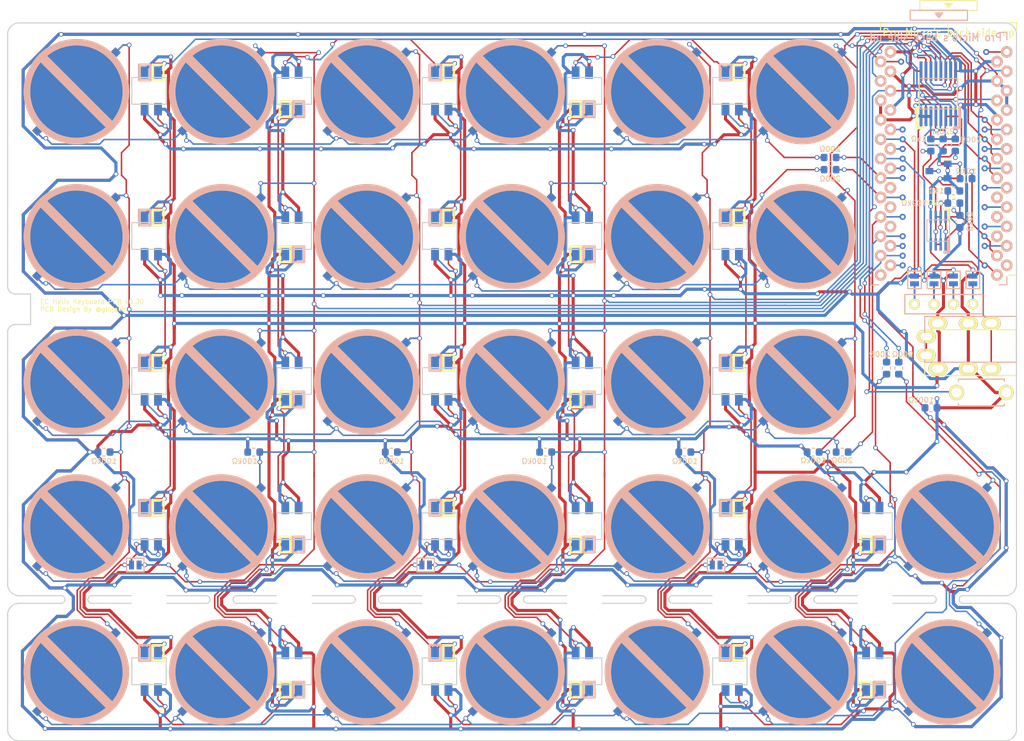
<source format=kicad_pcb>
(kicad_pcb (version 20171130) (host pcbnew "(5.1.2)-2")
  (layers (0 F.Cu signal) (31 B.Cu signal) (34 B.Paste user) (35 F.Paste user hide) (36 B.SilkS user) (37 F.SilkS user) (38 B.Mask user hide) (39 F.Mask user hide) (44 Edge.Cuts user))
  (net 0 "")
  (net 1 row0)
  (net 2 row1)
  (net 3 row2)
  (net 4 /SDA)
  (net 5 GND)
  (net 6 LED)
  (net 7 col3)
  (net 8 col2)
  (net 9 col4)
  (net 10 /~RESET)
  (net 11 col0)
  (net 12 col1)
  (net 13 /SCL)
  (net 14 "Net-(J1-PadA)")
  (net 15 data)
  (net 16 "Net-(Q1-Pad3)")
  (net 17 "Net-(Q1-Pad1)")
  (net 18 a1)
  (net 19 a2)
  (net 20 a3)
  (net 21 a4)
  (net 22 a5)
  (net 23 a6)
  (net 24 adc)
  (net 25 "Net-(R14-Pad2)")
  (net 26 "Net-(R16-Pad1)")
  (net 27 charge)
  (net 28 "Net-(U1-Pad15)")
  (net 29 a)
  (net 30 "Net-(U36-Pad6)")
  (net 31 "Net-(U1-Pad16)")
  (net 32 "Net-(U1-Pad17)")
  (net 33 "Net-(U1-Pad12)")
  (net 34 "Net-(U37-Pad6)")
  (net 35 "Net-(U38-Pad12)")
  (net 36 "Net-(U38-Pad15)")
  (net 37 "Net-(U38-Pad16)")
  (net 38 "Net-(U38-Pad17)")
  (net 39 col00)
  (net 40 col01)
  (net 41 col02)
  (net 42 col03)
  (net 43 col04)
  (net 44 "Net-(JP4-Pad1)")
  (net 45 "Net-(JP10-Pad1)")
  (net 46 "Net-(JP11-Pad1)")
  (net 47 "Net-(JP5-Pad1)")
  (net 48 a0)
  (net 49 "Net-(JP29-Pad2)")
  (net 50 "Net-(JP29-Pad1)")
  (net 51 "Net-(JP30-Pad2)")
  (net 52 "Net-(JP30-Pad1)")
  (net 53 "Net-(JP31-Pad2)")
  (net 54 "Net-(JP31-Pad1)")
  (net 55 "Net-(L1-Pad3)")
  (net 56 "Net-(L1-Pad1)")
  (net 57 "Net-(L2-Pad3)")
  (net 58 "Net-(L2-Pad1)")
  (net 59 "Net-(L3-Pad1)")
  (net 60 "Net-(L4-Pad1)")
  (net 61 "Net-(L10-Pad3)")
  (net 62 "Net-(L11-Pad1)")
  (net 63 "Net-(L12-Pad1)")
  (net 64 "Net-(L13-Pad3)")
  (net 65 "Net-(L14-Pad3)")
  (net 66 "Net-(L10-Pad1)")
  (net 67 "Net-(L11-Pad3)")
  (net 68 "Net-(L12-Pad3)")
  (net 69 "Net-(L13-Pad1)")
  (net 70 "Net-(L14-Pad1)")
  (net 71 "Net-(L15-Pad1)")
  (net 72 "Net-(L18-Pad1)")
  (net 73 "Net-(L22-Pad3)")
  (net 74 "Net-(L23-Pad3)")
  (net 75 "Net-(L24-Pad3)")
  (net 76 col00_)
  (net 77 col01_)
  (net 78 col02_)
  (net 79 col03_)
  (net 80 col04_)
  (net 81 /SDA_)
  (net 82 /SCL_)
  (net 83 LED_)
  (net 84 row0_)
  (net 85 row1_)
  (net 86 row2_)
  (net 87 charge_)
  (net 88 adc_)
  (net 89 VCC)
  (module ec_helix:SSOP16 (layer B.Cu) (at 204.829 53.279 90)
    (fp_text reference U35 hide)
    (fp_text value 74HC4051 hide)
    (pad 9 smd rect (at 2.9638 -2.3275 90) (size 2.54 0.35) (layers B.Cu B.Paste B.Mask) (net 3 row2))
    (pad 10 smd rect (at 2.9638 -1.6775 90) (size 2.54 0.35) (layers B.Cu B.Paste B.Mask) (net 2 row1))
    (pad 11 smd rect (at 2.9638 -1.0275 90) (size 2.54 0.35) (layers B.Cu B.Paste B.Mask) (net 1 row0))
    (pad 12 smd rect (at 2.9638 -0.3775 90) (size 2.54 0.35) (layers B.Cu B.Paste B.Mask) (net 19 a2))
    (pad 13 smd rect (at 2.9638 0.2725 90) (size 2.54 0.35) (layers B.Cu B.Paste B.Mask) (net 22 a5))
    (pad 14 smd rect (at 2.9638 0.9225 90) (size 2.54 0.35) (layers B.Cu B.Paste B.Mask) (net 18 a1))
    (pad 15 smd rect (at 2.9638 1.5725 90) (size 2.54 0.35) (layers B.Cu B.Paste B.Mask) (net 23 a6))
    (pad 16 smd rect (at 2.9638 2.2225 90) (size 2.54 0.35) (layers B.Cu B.Paste B.Mask) (net 89 VCC))
    (pad 8 smd rect (at -2.9638 -2.3275 90) (size 2.54 0.35) (layers B.Cu B.Paste B.Mask) (net 5 GND))
    (pad 7 smd rect (at -2.9638 -1.6775 90) (size 2.54 0.35) (layers B.Cu B.Paste B.Mask) (net 5 GND))
    (pad 6 smd rect (at -2.9638 -1.0275 90) (size 2.54 0.35) (layers B.Cu B.Paste B.Mask) (net 5 GND))
    (pad 5 smd rect (at -2.9638 -0.3775 90) (size 2.54 0.35) (layers B.Cu B.Paste B.Mask) (net 21 a4))
    (pad 1 smd rect (at -2.9638 2.2225 90) (size 2.54 0.35) (layers B.Cu B.Paste B.Mask) (net 48 a0))
    (pad 3 smd rect (at -2.9638 0.9225 90) (size 2.54 0.35) (layers B.Cu B.Paste B.Mask) (net 29 a))
    (pad 4 smd rect (at -2.9638 0.2725 90) (size 2.54 0.35) (layers B.Cu B.Paste B.Mask) (net 5 GND))
    (pad 2 smd rect (at -2.9638 1.5725 90) (size 2.54 0.35) (layers B.Cu B.Paste B.Mask) (net 20 a3))
  )
  (module ec_helix:SSOP16 (layer F.Cu) (at 204.724 53.279 90)
    (fp_text reference U34 hide)
    (fp_text value 74HC4051 hide)
    (pad 9 smd rect (at 2.9638 2.3275 90) (size 2.54 0.35) (layers F.Cu F.Paste F.Mask) (net 3 row2))
    (pad 10 smd rect (at 2.9638 1.6775 90) (size 2.54 0.35) (layers F.Cu F.Paste F.Mask) (net 2 row1))
    (pad 11 smd rect (at 2.9638 1.0275 90) (size 2.54 0.35) (layers F.Cu F.Paste F.Mask) (net 1 row0))
    (pad 12 smd rect (at 2.9638 0.3775 90) (size 2.54 0.35) (layers F.Cu F.Paste F.Mask) (net 23 a6))
    (pad 13 smd rect (at 2.9638 -0.2725 90) (size 2.54 0.35) (layers F.Cu F.Paste F.Mask) (net 18 a1))
    (pad 14 smd rect (at 2.9638 -0.9225 90) (size 2.54 0.35) (layers F.Cu F.Paste F.Mask) (net 22 a5))
    (pad 15 smd rect (at 2.9638 -1.5725 90) (size 2.54 0.35) (layers F.Cu F.Paste F.Mask) (net 19 a2))
    (pad 16 smd rect (at 2.9638 -2.2225 90) (size 2.54 0.35) (layers F.Cu F.Paste F.Mask) (net 89 VCC))
    (pad 8 smd rect (at -2.9638 2.3275 90) (size 2.54 0.35) (layers F.Cu F.Paste F.Mask) (net 5 GND))
    (pad 7 smd rect (at -2.9638 1.6775 90) (size 2.54 0.35) (layers F.Cu F.Paste F.Mask) (net 5 GND))
    (pad 6 smd rect (at -2.9638 1.0275 90) (size 2.54 0.35) (layers F.Cu F.Paste F.Mask) (net 5 GND))
    (pad 5 smd rect (at -2.9638 0.3775 90) (size 2.54 0.35) (layers F.Cu F.Paste F.Mask) (net 48 a0))
    (pad 1 smd rect (at -2.9638 -2.2225 90) (size 2.54 0.35) (layers F.Cu F.Paste F.Mask) (net 21 a4))
    (pad 3 smd rect (at -2.9638 -0.9225 90) (size 2.54 0.35) (layers F.Cu F.Paste F.Mask) (net 29 a))
    (pad 4 smd rect (at -2.9638 -0.2725 90) (size 2.54 0.35) (layers F.Cu F.Paste F.Mask) (net 5 GND))
    (pad 2 smd rect (at -2.9638 -1.5725 90) (size 2.54 0.35) (layers F.Cu F.Paste F.Mask) (net 20 a3))
  )
  (module ec_helix:niz (layer B.Cu) (at 130 53 90)
    (fp_text reference SW36 hide)
    (fp_text value SW_PUSH hide)
    (fp_line (start 4.080006 -2.283955) (end -2.283955 4.080006) (layer B.Cu) (width 1.1))
    (fp_line (start 2.283955 -4.080006) (end -4.080006 2.283955) (layer B.Cu) (width 1.1))
    (fp_arc (start 0 0) (end -3.37997 4.454773) (angle -164.5) (layer B.Cu) (width 1.2))
    (fp_line (start 4.949747 2.12132) (end 2.12132 4.949747) (layer B.Cu) (width 1.1))
    (fp_line (start 5.303301 0.353553) (end 0.353553 5.303301) (layer B.Cu) (width 1.1))
    (fp_line (start 4.949747 -0.707107) (end -1.06066 5.303301) (layer B.Cu) (width 1.1))
    (fp_line (start 4.596194 -1.767767) (end -1.767767 4.596194) (layer B.Cu) (width 1.1))
    (fp_line (start 4.419417 -3.358757) (end -3.358757 4.419417) (layer B.Cu) (width 1.2))
    (fp_arc (start 0 0) (end -4.454773 3.37997) (angle 164.5) (layer B.Cu) (width 1.2))
    (fp_line (start -2.12132 -4.949747) (end -4.949747 -2.12132) (layer B.Cu) (width 1.1))
    (fp_line (start -0.353553 -5.303301) (end -5.303301 -0.353553) (layer B.Cu) (width 1.1))
    (fp_line (start 0.707107 -4.949747) (end -5.303301 1.06066) (layer B.Cu) (width 1.1))
    (fp_line (start 1.767767 -4.596194) (end -4.596194 1.767767) (layer B.Cu) (width 1.1))
    (fp_line (start 3.358757 -4.419417) (end -4.419417 3.358757) (layer B.Cu) (width 1.2))
    (pad "" smd rect (at 4.596194 4.596194 45) (size 0.8 1) (layers B.Cu))
    (pad "" smd rect (at -4.596194 -4.596194 45) (size 0.8 1) (layers B.Cu))
    (pad 1 smd roundrect (at 5.105311 5.105311 45) (size 1 1) (layers B.Cu) (roundrect_rratio 0.1) (net 19 a2))
    (pad 2 smd roundrect (at -5.105311 -5.105311 45) (size 1 1) (layers B.Cu) (roundrect_rratio 0.1) (net 11 col0))
  )
  (module ec_helix:niz (layer F.Cu) (at 111 129)
    (fp_text reference SW27 hide)
    (fp_text value SW_PUSH hide)
    (fp_line (start 4.080006 2.283955) (end -2.283955 -4.080006) (layer F.Cu) (width 1.1))
    (fp_line (start 2.283955 4.080006) (end -4.080006 -2.283955) (layer F.Cu) (width 1.1))
    (fp_arc (start 0 0) (end -3.37997 -4.454773) (angle 164.5) (layer F.Cu) (width 1.2))
    (fp_line (start 4.949747 -2.12132) (end 2.12132 -4.949747) (layer F.Cu) (width 1.1))
    (fp_line (start 5.303301 -0.353553) (end 0.353553 -5.303301) (layer F.Cu) (width 1.1))
    (fp_line (start 4.949747 0.707107) (end -1.06066 -5.303301) (layer F.Cu) (width 1.1))
    (fp_line (start 4.596194 1.767767) (end -1.767767 -4.596194) (layer F.Cu) (width 1.1))
    (fp_line (start 4.419417 3.358757) (end -3.358757 -4.419417) (layer F.Cu) (width 1.2))
    (fp_arc (start 0 0) (end -4.454773 -3.37997) (angle -164.5) (layer F.Cu) (width 1.2))
    (fp_line (start -2.12132 4.949747) (end -4.949747 2.12132) (layer F.Cu) (width 1.1))
    (fp_line (start -0.353553 5.303301) (end -5.303301 0.353553) (layer F.Cu) (width 1.1))
    (fp_line (start 0.707107 4.949747) (end -5.303301 -1.06066) (layer F.Cu) (width 1.1))
    (fp_line (start 1.767767 4.596194) (end -4.596194 -1.767767) (layer F.Cu) (width 1.1))
    (fp_line (start 3.358757 4.419417) (end -4.419417 -3.358757) (layer F.Cu) (width 1.2))
    (pad "" smd rect (at 4.596194 -4.596194 45) (size 0.8 1) (layers F.Cu))
    (pad "" smd rect (at -4.596194 4.596194 45) (size 0.8 1) (layers F.Cu))
    (pad 1 smd roundrect (at 5.105311 -5.105311 45) (size 1 1) (layers F.Cu) (roundrect_rratio 0.1) (net 48 a0))
    (pad 2 smd roundrect (at -5.105311 5.105311 45) (size 1 1) (layers F.Cu) (roundrect_rratio 0.1) (net 9 col4))
  )
  (module ec_helix:niz (layer B.Cu) (at 92 53 90)
    (fp_text reference SW34 hide)
    (fp_text value SW_PUSH hide)
    (fp_line (start 4.080006 -2.283955) (end -2.283955 4.080006) (layer B.Cu) (width 1.1))
    (fp_line (start 2.283955 -4.080006) (end -4.080006 2.283955) (layer B.Cu) (width 1.1))
    (fp_arc (start 0 0) (end -3.37997 4.454773) (angle -164.5) (layer B.Cu) (width 1.2))
    (fp_line (start 4.949747 2.12132) (end 2.12132 4.949747) (layer B.Cu) (width 1.1))
    (fp_line (start 5.303301 0.353553) (end 0.353553 5.303301) (layer B.Cu) (width 1.1))
    (fp_line (start 4.949747 -0.707107) (end -1.06066 5.303301) (layer B.Cu) (width 1.1))
    (fp_line (start 4.596194 -1.767767) (end -1.767767 4.596194) (layer B.Cu) (width 1.1))
    (fp_line (start 4.419417 -3.358757) (end -3.358757 4.419417) (layer B.Cu) (width 1.2))
    (fp_arc (start 0 0) (end -4.454773 3.37997) (angle 164.5) (layer B.Cu) (width 1.2))
    (fp_line (start -2.12132 -4.949747) (end -4.949747 -2.12132) (layer B.Cu) (width 1.1))
    (fp_line (start -0.353553 -5.303301) (end -5.303301 -0.353553) (layer B.Cu) (width 1.1))
    (fp_line (start 0.707107 -4.949747) (end -5.303301 1.06066) (layer B.Cu) (width 1.1))
    (fp_line (start 1.767767 -4.596194) (end -4.596194 1.767767) (layer B.Cu) (width 1.1))
    (fp_line (start 3.358757 -4.419417) (end -4.419417 3.358757) (layer B.Cu) (width 1.2))
    (pad "" smd rect (at 4.596194 4.596194 45) (size 0.8 1) (layers B.Cu))
    (pad "" smd rect (at -4.596194 -4.596194 45) (size 0.8 1) (layers B.Cu))
    (pad 1 smd roundrect (at 5.105311 5.105311 45) (size 1 1) (layers B.Cu) (roundrect_rratio 0.1) (net 20 a3))
    (pad 2 smd roundrect (at -5.105311 -5.105311 45) (size 1 1) (layers B.Cu) (roundrect_rratio 0.1) (net 11 col0))
  )
  (module ec_helix:niz (layer B.Cu) (at 111 110 90)
    (fp_text reference SW53 hide)
    (fp_text value SW_PUSH hide)
    (fp_line (start 4.080006 -2.283955) (end -2.283955 4.080006) (layer B.Cu) (width 1.1))
    (fp_line (start 2.283955 -4.080006) (end -4.080006 2.283955) (layer B.Cu) (width 1.1))
    (fp_arc (start 0 0) (end -3.37997 4.454773) (angle -164.5) (layer B.Cu) (width 1.2))
    (fp_line (start 4.949747 2.12132) (end 2.12132 4.949747) (layer B.Cu) (width 1.1))
    (fp_line (start 5.303301 0.353553) (end 0.353553 5.303301) (layer B.Cu) (width 1.1))
    (fp_line (start 4.949747 -0.707107) (end -1.06066 5.303301) (layer B.Cu) (width 1.1))
    (fp_line (start 4.596194 -1.767767) (end -1.767767 4.596194) (layer B.Cu) (width 1.1))
    (fp_line (start 4.419417 -3.358757) (end -3.358757 4.419417) (layer B.Cu) (width 1.2))
    (fp_arc (start 0 0) (end -4.454773 3.37997) (angle 164.5) (layer B.Cu) (width 1.2))
    (fp_line (start -2.12132 -4.949747) (end -4.949747 -2.12132) (layer B.Cu) (width 1.1))
    (fp_line (start -0.353553 -5.303301) (end -5.303301 -0.353553) (layer B.Cu) (width 1.1))
    (fp_line (start 0.707107 -4.949747) (end -5.303301 1.06066) (layer B.Cu) (width 1.1))
    (fp_line (start 1.767767 -4.596194) (end -4.596194 1.767767) (layer B.Cu) (width 1.1))
    (fp_line (start 3.358757 -4.419417) (end -4.419417 3.358757) (layer B.Cu) (width 1.2))
    (pad "" smd rect (at 4.596194 4.596194 45) (size 0.8 1) (layers B.Cu))
    (pad "" smd rect (at -4.596194 -4.596194 45) (size 0.8 1) (layers B.Cu))
    (pad 1 smd roundrect (at 5.105311 5.105311 45) (size 1 1) (layers B.Cu) (roundrect_rratio 0.1) (net 48 a0))
    (pad 2 smd roundrect (at -5.105311 -5.105311 45) (size 1 1) (layers B.Cu) (roundrect_rratio 0.1) (net 7 col3))
  )
  (module ec_helix:niz (layer B.Cu) (at 206 110 90)
    (fp_text reference SW58 hide)
    (fp_text value SW_PUSH hide)
    (fp_line (start 4.080006 -2.283955) (end -2.283955 4.080006) (layer B.Cu) (width 1.1))
    (fp_line (start 2.283955 -4.080006) (end -4.080006 2.283955) (layer B.Cu) (width 1.1))
    (fp_arc (start 0 0) (end -3.37997 4.454773) (angle -164.5) (layer B.Cu) (width 1.2))
    (fp_line (start 4.949747 2.12132) (end 2.12132 4.949747) (layer B.Cu) (width 1.1))
    (fp_line (start 5.303301 0.353553) (end 0.353553 5.303301) (layer B.Cu) (width 1.1))
    (fp_line (start 4.949747 -0.707107) (end -1.06066 5.303301) (layer B.Cu) (width 1.1))
    (fp_line (start 4.596194 -1.767767) (end -1.767767 4.596194) (layer B.Cu) (width 1.1))
    (fp_line (start 4.419417 -3.358757) (end -3.358757 4.419417) (layer B.Cu) (width 1.2))
    (fp_arc (start 0 0) (end -4.454773 3.37997) (angle 164.5) (layer B.Cu) (width 1.2))
    (fp_line (start -2.12132 -4.949747) (end -4.949747 -2.12132) (layer B.Cu) (width 1.1))
    (fp_line (start -0.353553 -5.303301) (end -5.303301 -0.353553) (layer B.Cu) (width 1.1))
    (fp_line (start 0.707107 -4.949747) (end -5.303301 1.06066) (layer B.Cu) (width 1.1))
    (fp_line (start 1.767767 -4.596194) (end -4.596194 1.767767) (layer B.Cu) (width 1.1))
    (fp_line (start 3.358757 -4.419417) (end -4.419417 3.358757) (layer B.Cu) (width 1.2))
    (pad "" smd rect (at 4.596194 4.596194 45) (size 0.8 1) (layers B.Cu))
    (pad "" smd rect (at -4.596194 -4.596194 45) (size 0.8 1) (layers B.Cu))
    (pad 1 smd roundrect (at 5.105311 5.105311 45) (size 1 1) (layers B.Cu) (roundrect_rratio 0.1) (net 21 a4))
    (pad 2 smd roundrect (at -5.105311 -5.105311 45) (size 1 1) (layers B.Cu) (roundrect_rratio 0.1) (net 7 col3))
  )
  (module ec_helix:niz (layer B.Cu) (at 187 53 90)
    (fp_text reference SW39 hide)
    (fp_text value SW_PUSH hide)
    (fp_line (start 4.080006 -2.283955) (end -2.283955 4.080006) (layer B.Cu) (width 1.1))
    (fp_line (start 2.283955 -4.080006) (end -4.080006 2.283955) (layer B.Cu) (width 1.1))
    (fp_arc (start 0 0) (end -3.37997 4.454773) (angle -164.5) (layer B.Cu) (width 1.2))
    (fp_line (start 4.949747 2.12132) (end 2.12132 4.949747) (layer B.Cu) (width 1.1))
    (fp_line (start 5.303301 0.353553) (end 0.353553 5.303301) (layer B.Cu) (width 1.1))
    (fp_line (start 4.949747 -0.707107) (end -1.06066 5.303301) (layer B.Cu) (width 1.1))
    (fp_line (start 4.596194 -1.767767) (end -1.767767 4.596194) (layer B.Cu) (width 1.1))
    (fp_line (start 4.419417 -3.358757) (end -3.358757 4.419417) (layer B.Cu) (width 1.2))
    (fp_arc (start 0 0) (end -4.454773 3.37997) (angle 164.5) (layer B.Cu) (width 1.2))
    (fp_line (start -2.12132 -4.949747) (end -4.949747 -2.12132) (layer B.Cu) (width 1.1))
    (fp_line (start -0.353553 -5.303301) (end -5.303301 -0.353553) (layer B.Cu) (width 1.1))
    (fp_line (start 0.707107 -4.949747) (end -5.303301 1.06066) (layer B.Cu) (width 1.1))
    (fp_line (start 1.767767 -4.596194) (end -4.596194 1.767767) (layer B.Cu) (width 1.1))
    (fp_line (start 3.358757 -4.419417) (end -4.419417 3.358757) (layer B.Cu) (width 1.2))
    (pad "" smd rect (at 4.596194 4.596194 45) (size 0.8 1) (layers B.Cu))
    (pad "" smd rect (at -4.596194 -4.596194 45) (size 0.8 1) (layers B.Cu))
    (pad 1 smd roundrect (at 5.105311 5.105311 45) (size 1 1) (layers B.Cu) (roundrect_rratio 0.1) (net 23 a6))
    (pad 2 smd roundrect (at -5.105311 -5.105311 45) (size 1 1) (layers B.Cu) (roundrect_rratio 0.1) (net 11 col0))
  )
  (module ec_helix:niz (layer F.Cu) (at 92 53)
    (fp_text reference SW1 hide)
    (fp_text value SW_PUSH hide)
    (fp_line (start 4.080006 2.283955) (end -2.283955 -4.080006) (layer F.Cu) (width 1.1))
    (fp_line (start 2.283955 4.080006) (end -4.080006 -2.283955) (layer F.Cu) (width 1.1))
    (fp_arc (start 0 0) (end -3.37997 -4.454773) (angle 164.5) (layer F.Cu) (width 1.2))
    (fp_line (start 4.949747 -2.12132) (end 2.12132 -4.949747) (layer F.Cu) (width 1.1))
    (fp_line (start 5.303301 -0.353553) (end 0.353553 -5.303301) (layer F.Cu) (width 1.1))
    (fp_line (start 4.949747 0.707107) (end -1.06066 -5.303301) (layer F.Cu) (width 1.1))
    (fp_line (start 4.596194 1.767767) (end -1.767767 -4.596194) (layer F.Cu) (width 1.1))
    (fp_line (start 4.419417 3.358757) (end -3.358757 -4.419417) (layer F.Cu) (width 1.2))
    (fp_arc (start 0 0) (end -4.454773 -3.37997) (angle -164.5) (layer F.Cu) (width 1.2))
    (fp_line (start -2.12132 4.949747) (end -4.949747 2.12132) (layer F.Cu) (width 1.1))
    (fp_line (start -0.353553 5.303301) (end -5.303301 0.353553) (layer F.Cu) (width 1.1))
    (fp_line (start 0.707107 4.949747) (end -5.303301 -1.06066) (layer F.Cu) (width 1.1))
    (fp_line (start 1.767767 4.596194) (end -4.596194 -1.767767) (layer F.Cu) (width 1.1))
    (fp_line (start 3.358757 4.419417) (end -4.419417 -3.358757) (layer F.Cu) (width 1.2))
    (pad "" smd rect (at 4.596194 -4.596194 45) (size 0.8 1) (layers F.Cu))
    (pad "" smd rect (at -4.596194 4.596194 45) (size 0.8 1) (layers F.Cu))
    (pad 1 smd roundrect (at 5.105311 -5.105311 45) (size 1 1) (layers F.Cu) (roundrect_rratio 0.1) (net 20 a3))
    (pad 2 smd roundrect (at -5.105311 5.105311 45) (size 1 1) (layers F.Cu) (roundrect_rratio 0.1) (net 11 col0))
  )
  (module ec_helix:niz (layer F.Cu) (at 206 129)
    (fp_text reference SW32 hide)
    (fp_text value SW_PUSH hide)
    (fp_line (start 4.080006 2.283955) (end -2.283955 -4.080006) (layer F.Cu) (width 1.1))
    (fp_line (start 2.283955 4.080006) (end -4.080006 -2.283955) (layer F.Cu) (width 1.1))
    (fp_arc (start 0 0) (end -3.37997 -4.454773) (angle 164.5) (layer F.Cu) (width 1.2))
    (fp_line (start 4.949747 -2.12132) (end 2.12132 -4.949747) (layer F.Cu) (width 1.1))
    (fp_line (start 5.303301 -0.353553) (end 0.353553 -5.303301) (layer F.Cu) (width 1.1))
    (fp_line (start 4.949747 0.707107) (end -1.06066 -5.303301) (layer F.Cu) (width 1.1))
    (fp_line (start 4.596194 1.767767) (end -1.767767 -4.596194) (layer F.Cu) (width 1.1))
    (fp_line (start 4.419417 3.358757) (end -3.358757 -4.419417) (layer F.Cu) (width 1.2))
    (fp_arc (start 0 0) (end -4.454773 -3.37997) (angle -164.5) (layer F.Cu) (width 1.2))
    (fp_line (start -2.12132 4.949747) (end -4.949747 2.12132) (layer F.Cu) (width 1.1))
    (fp_line (start -0.353553 5.303301) (end -5.303301 0.353553) (layer F.Cu) (width 1.1))
    (fp_line (start 0.707107 4.949747) (end -5.303301 -1.06066) (layer F.Cu) (width 1.1))
    (fp_line (start 1.767767 4.596194) (end -4.596194 -1.767767) (layer F.Cu) (width 1.1))
    (fp_line (start 3.358757 4.419417) (end -4.419417 -3.358757) (layer F.Cu) (width 1.2))
    (pad "" smd rect (at 4.596194 -4.596194 45) (size 0.8 1) (layers F.Cu))
    (pad "" smd rect (at -4.596194 4.596194 45) (size 0.8 1) (layers F.Cu))
    (pad 1 smd roundrect (at 5.105311 -5.105311 45) (size 1 1) (layers F.Cu) (roundrect_rratio 0.1) (net 21 a4))
    (pad 2 smd roundrect (at -5.105311 5.105311 45) (size 1 1) (layers F.Cu) (roundrect_rratio 0.1) (net 9 col4))
  )
  (module ec_helix:niz (layer B.Cu) (at 206 129 90)
    (fp_text reference SW65 hide)
    (fp_text value SW_PUSH hide)
    (fp_line (start 4.080006 -2.283955) (end -2.283955 4.080006) (layer B.Cu) (width 1.1))
    (fp_line (start 2.283955 -4.080006) (end -4.080006 2.283955) (layer B.Cu) (width 1.1))
    (fp_arc (start 0 0) (end -3.37997 4.454773) (angle -164.5) (layer B.Cu) (width 1.2))
    (fp_line (start 4.949747 2.12132) (end 2.12132 4.949747) (layer B.Cu) (width 1.1))
    (fp_line (start 5.303301 0.353553) (end 0.353553 5.303301) (layer B.Cu) (width 1.1))
    (fp_line (start 4.949747 -0.707107) (end -1.06066 5.303301) (layer B.Cu) (width 1.1))
    (fp_line (start 4.596194 -1.767767) (end -1.767767 4.596194) (layer B.Cu) (width 1.1))
    (fp_line (start 4.419417 -3.358757) (end -3.358757 4.419417) (layer B.Cu) (width 1.2))
    (fp_arc (start 0 0) (end -4.454773 3.37997) (angle 164.5) (layer B.Cu) (width 1.2))
    (fp_line (start -2.12132 -4.949747) (end -4.949747 -2.12132) (layer B.Cu) (width 1.1))
    (fp_line (start -0.353553 -5.303301) (end -5.303301 -0.353553) (layer B.Cu) (width 1.1))
    (fp_line (start 0.707107 -4.949747) (end -5.303301 1.06066) (layer B.Cu) (width 1.1))
    (fp_line (start 1.767767 -4.596194) (end -4.596194 1.767767) (layer B.Cu) (width 1.1))
    (fp_line (start 3.358757 -4.419417) (end -4.419417 3.358757) (layer B.Cu) (width 1.2))
    (pad "" smd rect (at 4.596194 4.596194 45) (size 0.8 1) (layers B.Cu))
    (pad "" smd rect (at -4.596194 -4.596194 45) (size 0.8 1) (layers B.Cu))
    (pad 1 smd roundrect (at 5.105311 5.105311 45) (size 1 1) (layers B.Cu) (roundrect_rratio 0.1) (net 21 a4))
    (pad 2 smd roundrect (at -5.105311 -5.105311 45) (size 1 1) (layers B.Cu) (roundrect_rratio 0.1) (net 9 col4))
  )
  (module ec_helix:niz (layer B.Cu) (at 187 129 90)
    (fp_text reference SW64 hide)
    (fp_text value SW_PUSH hide)
    (fp_line (start 4.080006 -2.283955) (end -2.283955 4.080006) (layer B.Cu) (width 1.1))
    (fp_line (start 2.283955 -4.080006) (end -4.080006 2.283955) (layer B.Cu) (width 1.1))
    (fp_arc (start 0 0) (end -3.37997 4.454773) (angle -164.5) (layer B.Cu) (width 1.2))
    (fp_line (start 4.949747 2.12132) (end 2.12132 4.949747) (layer B.Cu) (width 1.1))
    (fp_line (start 5.303301 0.353553) (end 0.353553 5.303301) (layer B.Cu) (width 1.1))
    (fp_line (start 4.949747 -0.707107) (end -1.06066 5.303301) (layer B.Cu) (width 1.1))
    (fp_line (start 4.596194 -1.767767) (end -1.767767 4.596194) (layer B.Cu) (width 1.1))
    (fp_line (start 4.419417 -3.358757) (end -3.358757 4.419417) (layer B.Cu) (width 1.2))
    (fp_arc (start 0 0) (end -4.454773 3.37997) (angle 164.5) (layer B.Cu) (width 1.2))
    (fp_line (start -2.12132 -4.949747) (end -4.949747 -2.12132) (layer B.Cu) (width 1.1))
    (fp_line (start -0.353553 -5.303301) (end -5.303301 -0.353553) (layer B.Cu) (width 1.1))
    (fp_line (start 0.707107 -4.949747) (end -5.303301 1.06066) (layer B.Cu) (width 1.1))
    (fp_line (start 1.767767 -4.596194) (end -4.596194 1.767767) (layer B.Cu) (width 1.1))
    (fp_line (start 3.358757 -4.419417) (end -4.419417 3.358757) (layer B.Cu) (width 1.2))
    (pad "" smd rect (at 4.596194 4.596194 45) (size 0.8 1) (layers B.Cu))
    (pad "" smd rect (at -4.596194 -4.596194 45) (size 0.8 1) (layers B.Cu))
    (pad 1 smd roundrect (at 5.105311 5.105311 45) (size 1 1) (layers B.Cu) (roundrect_rratio 0.1) (net 23 a6))
    (pad 2 smd roundrect (at -5.105311 -5.105311 45) (size 1 1) (layers B.Cu) (roundrect_rratio 0.1) (net 9 col4))
  )
  (module ec_helix:niz (layer B.Cu) (at 168 129 90)
    (fp_text reference SW63 hide)
    (fp_text value SW_PUSH hide)
    (fp_line (start 4.080006 -2.283955) (end -2.283955 4.080006) (layer B.Cu) (width 1.1))
    (fp_line (start 2.283955 -4.080006) (end -4.080006 2.283955) (layer B.Cu) (width 1.1))
    (fp_arc (start 0 0) (end -3.37997 4.454773) (angle -164.5) (layer B.Cu) (width 1.2))
    (fp_line (start 4.949747 2.12132) (end 2.12132 4.949747) (layer B.Cu) (width 1.1))
    (fp_line (start 5.303301 0.353553) (end 0.353553 5.303301) (layer B.Cu) (width 1.1))
    (fp_line (start 4.949747 -0.707107) (end -1.06066 5.303301) (layer B.Cu) (width 1.1))
    (fp_line (start 4.596194 -1.767767) (end -1.767767 4.596194) (layer B.Cu) (width 1.1))
    (fp_line (start 4.419417 -3.358757) (end -3.358757 4.419417) (layer B.Cu) (width 1.2))
    (fp_arc (start 0 0) (end -4.454773 3.37997) (angle 164.5) (layer B.Cu) (width 1.2))
    (fp_line (start -2.12132 -4.949747) (end -4.949747 -2.12132) (layer B.Cu) (width 1.1))
    (fp_line (start -0.353553 -5.303301) (end -5.303301 -0.353553) (layer B.Cu) (width 1.1))
    (fp_line (start 0.707107 -4.949747) (end -5.303301 1.06066) (layer B.Cu) (width 1.1))
    (fp_line (start 1.767767 -4.596194) (end -4.596194 1.767767) (layer B.Cu) (width 1.1))
    (fp_line (start 3.358757 -4.419417) (end -4.419417 3.358757) (layer B.Cu) (width 1.2))
    (pad "" smd rect (at 4.596194 4.596194 45) (size 0.8 1) (layers B.Cu))
    (pad "" smd rect (at -4.596194 -4.596194 45) (size 0.8 1) (layers B.Cu))
    (pad 1 smd roundrect (at 5.105311 5.105311 45) (size 1 1) (layers B.Cu) (roundrect_rratio 0.1) (net 18 a1))
    (pad 2 smd roundrect (at -5.105311 -5.105311 45) (size 1 1) (layers B.Cu) (roundrect_rratio 0.1) (net 9 col4))
  )
  (module ec_helix:niz (layer B.Cu) (at 149 129 90)
    (fp_text reference SW62 hide)
    (fp_text value SW_PUSH hide)
    (fp_line (start 4.080006 -2.283955) (end -2.283955 4.080006) (layer B.Cu) (width 1.1))
    (fp_line (start 2.283955 -4.080006) (end -4.080006 2.283955) (layer B.Cu) (width 1.1))
    (fp_arc (start 0 0) (end -3.37997 4.454773) (angle -164.5) (layer B.Cu) (width 1.2))
    (fp_line (start 4.949747 2.12132) (end 2.12132 4.949747) (layer B.Cu) (width 1.1))
    (fp_line (start 5.303301 0.353553) (end 0.353553 5.303301) (layer B.Cu) (width 1.1))
    (fp_line (start 4.949747 -0.707107) (end -1.06066 5.303301) (layer B.Cu) (width 1.1))
    (fp_line (start 4.596194 -1.767767) (end -1.767767 4.596194) (layer B.Cu) (width 1.1))
    (fp_line (start 4.419417 -3.358757) (end -3.358757 4.419417) (layer B.Cu) (width 1.2))
    (fp_arc (start 0 0) (end -4.454773 3.37997) (angle 164.5) (layer B.Cu) (width 1.2))
    (fp_line (start -2.12132 -4.949747) (end -4.949747 -2.12132) (layer B.Cu) (width 1.1))
    (fp_line (start -0.353553 -5.303301) (end -5.303301 -0.353553) (layer B.Cu) (width 1.1))
    (fp_line (start 0.707107 -4.949747) (end -5.303301 1.06066) (layer B.Cu) (width 1.1))
    (fp_line (start 1.767767 -4.596194) (end -4.596194 1.767767) (layer B.Cu) (width 1.1))
    (fp_line (start 3.358757 -4.419417) (end -4.419417 3.358757) (layer B.Cu) (width 1.2))
    (pad "" smd rect (at 4.596194 4.596194 45) (size 0.8 1) (layers B.Cu))
    (pad "" smd rect (at -4.596194 -4.596194 45) (size 0.8 1) (layers B.Cu))
    (pad 1 smd roundrect (at 5.105311 5.105311 45) (size 1 1) (layers B.Cu) (roundrect_rratio 0.1) (net 22 a5))
    (pad 2 smd roundrect (at -5.105311 -5.105311 45) (size 1 1) (layers B.Cu) (roundrect_rratio 0.1) (net 9 col4))
  )
  (module ec_helix:niz (layer B.Cu) (at 130 129 90)
    (fp_text reference SW61 hide)
    (fp_text value SW_PUSH hide)
    (fp_line (start 4.080006 -2.283955) (end -2.283955 4.080006) (layer B.Cu) (width 1.1))
    (fp_line (start 2.283955 -4.080006) (end -4.080006 2.283955) (layer B.Cu) (width 1.1))
    (fp_arc (start 0 0) (end -3.37997 4.454773) (angle -164.5) (layer B.Cu) (width 1.2))
    (fp_line (start 4.949747 2.12132) (end 2.12132 4.949747) (layer B.Cu) (width 1.1))
    (fp_line (start 5.303301 0.353553) (end 0.353553 5.303301) (layer B.Cu) (width 1.1))
    (fp_line (start 4.949747 -0.707107) (end -1.06066 5.303301) (layer B.Cu) (width 1.1))
    (fp_line (start 4.596194 -1.767767) (end -1.767767 4.596194) (layer B.Cu) (width 1.1))
    (fp_line (start 4.419417 -3.358757) (end -3.358757 4.419417) (layer B.Cu) (width 1.2))
    (fp_arc (start 0 0) (end -4.454773 3.37997) (angle 164.5) (layer B.Cu) (width 1.2))
    (fp_line (start -2.12132 -4.949747) (end -4.949747 -2.12132) (layer B.Cu) (width 1.1))
    (fp_line (start -0.353553 -5.303301) (end -5.303301 -0.353553) (layer B.Cu) (width 1.1))
    (fp_line (start 0.707107 -4.949747) (end -5.303301 1.06066) (layer B.Cu) (width 1.1))
    (fp_line (start 1.767767 -4.596194) (end -4.596194 1.767767) (layer B.Cu) (width 1.1))
    (fp_line (start 3.358757 -4.419417) (end -4.419417 3.358757) (layer B.Cu) (width 1.2))
    (pad "" smd rect (at 4.596194 4.596194 45) (size 0.8 1) (layers B.Cu))
    (pad "" smd rect (at -4.596194 -4.596194 45) (size 0.8 1) (layers B.Cu))
    (pad 1 smd roundrect (at 5.105311 5.105311 45) (size 1 1) (layers B.Cu) (roundrect_rratio 0.1) (net 19 a2))
    (pad 2 smd roundrect (at -5.105311 -5.105311 45) (size 1 1) (layers B.Cu) (roundrect_rratio 0.1) (net 9 col4))
  )
  (module ec_helix:niz (layer B.Cu) (at 111 129 90)
    (fp_text reference SW60 hide)
    (fp_text value SW_PUSH hide)
    (fp_line (start 4.080006 -2.283955) (end -2.283955 4.080006) (layer B.Cu) (width 1.1))
    (fp_line (start 2.283955 -4.080006) (end -4.080006 2.283955) (layer B.Cu) (width 1.1))
    (fp_arc (start 0 0) (end -3.37997 4.454773) (angle -164.5) (layer B.Cu) (width 1.2))
    (fp_line (start 4.949747 2.12132) (end 2.12132 4.949747) (layer B.Cu) (width 1.1))
    (fp_line (start 5.303301 0.353553) (end 0.353553 5.303301) (layer B.Cu) (width 1.1))
    (fp_line (start 4.949747 -0.707107) (end -1.06066 5.303301) (layer B.Cu) (width 1.1))
    (fp_line (start 4.596194 -1.767767) (end -1.767767 4.596194) (layer B.Cu) (width 1.1))
    (fp_line (start 4.419417 -3.358757) (end -3.358757 4.419417) (layer B.Cu) (width 1.2))
    (fp_arc (start 0 0) (end -4.454773 3.37997) (angle 164.5) (layer B.Cu) (width 1.2))
    (fp_line (start -2.12132 -4.949747) (end -4.949747 -2.12132) (layer B.Cu) (width 1.1))
    (fp_line (start -0.353553 -5.303301) (end -5.303301 -0.353553) (layer B.Cu) (width 1.1))
    (fp_line (start 0.707107 -4.949747) (end -5.303301 1.06066) (layer B.Cu) (width 1.1))
    (fp_line (start 1.767767 -4.596194) (end -4.596194 1.767767) (layer B.Cu) (width 1.1))
    (fp_line (start 3.358757 -4.419417) (end -4.419417 3.358757) (layer B.Cu) (width 1.2))
    (pad "" smd rect (at 4.596194 4.596194 45) (size 0.8 1) (layers B.Cu))
    (pad "" smd rect (at -4.596194 -4.596194 45) (size 0.8 1) (layers B.Cu))
    (pad 1 smd roundrect (at 5.105311 5.105311 45) (size 1 1) (layers B.Cu) (roundrect_rratio 0.1) (net 48 a0))
    (pad 2 smd roundrect (at -5.105311 -5.105311 45) (size 1 1) (layers B.Cu) (roundrect_rratio 0.1) (net 9 col4))
  )
  (module ec_helix:niz (layer B.Cu) (at 92 129 90)
    (fp_text reference SW59 hide)
    (fp_text value SW_PUSH hide)
    (fp_line (start 4.080006 -2.283955) (end -2.283955 4.080006) (layer B.Cu) (width 1.1))
    (fp_line (start 2.283955 -4.080006) (end -4.080006 2.283955) (layer B.Cu) (width 1.1))
    (fp_arc (start 0 0) (end -3.37997 4.454773) (angle -164.5) (layer B.Cu) (width 1.2))
    (fp_line (start 4.949747 2.12132) (end 2.12132 4.949747) (layer B.Cu) (width 1.1))
    (fp_line (start 5.303301 0.353553) (end 0.353553 5.303301) (layer B.Cu) (width 1.1))
    (fp_line (start 4.949747 -0.707107) (end -1.06066 5.303301) (layer B.Cu) (width 1.1))
    (fp_line (start 4.596194 -1.767767) (end -1.767767 4.596194) (layer B.Cu) (width 1.1))
    (fp_line (start 4.419417 -3.358757) (end -3.358757 4.419417) (layer B.Cu) (width 1.2))
    (fp_arc (start 0 0) (end -4.454773 3.37997) (angle 164.5) (layer B.Cu) (width 1.2))
    (fp_line (start -2.12132 -4.949747) (end -4.949747 -2.12132) (layer B.Cu) (width 1.1))
    (fp_line (start -0.353553 -5.303301) (end -5.303301 -0.353553) (layer B.Cu) (width 1.1))
    (fp_line (start 0.707107 -4.949747) (end -5.303301 1.06066) (layer B.Cu) (width 1.1))
    (fp_line (start 1.767767 -4.596194) (end -4.596194 1.767767) (layer B.Cu) (width 1.1))
    (fp_line (start 3.358757 -4.419417) (end -4.419417 3.358757) (layer B.Cu) (width 1.2))
    (pad "" smd rect (at 4.596194 4.596194 45) (size 0.8 1) (layers B.Cu))
    (pad "" smd rect (at -4.596194 -4.596194 45) (size 0.8 1) (layers B.Cu))
    (pad 1 smd roundrect (at 5.105311 5.105311 45) (size 1 1) (layers B.Cu) (roundrect_rratio 0.1) (net 20 a3))
    (pad 2 smd roundrect (at -5.105311 -5.105311 45) (size 1 1) (layers B.Cu) (roundrect_rratio 0.1) (net 9 col4))
  )
  (module ec_helix:niz (layer B.Cu) (at 187 110 90)
    (fp_text reference SW57 hide)
    (fp_text value SW_PUSH hide)
    (fp_line (start 4.080006 -2.283955) (end -2.283955 4.080006) (layer B.Cu) (width 1.1))
    (fp_line (start 2.283955 -4.080006) (end -4.080006 2.283955) (layer B.Cu) (width 1.1))
    (fp_arc (start 0 0) (end -3.37997 4.454773) (angle -164.5) (layer B.Cu) (width 1.2))
    (fp_line (start 4.949747 2.12132) (end 2.12132 4.949747) (layer B.Cu) (width 1.1))
    (fp_line (start 5.303301 0.353553) (end 0.353553 5.303301) (layer B.Cu) (width 1.1))
    (fp_line (start 4.949747 -0.707107) (end -1.06066 5.303301) (layer B.Cu) (width 1.1))
    (fp_line (start 4.596194 -1.767767) (end -1.767767 4.596194) (layer B.Cu) (width 1.1))
    (fp_line (start 4.419417 -3.358757) (end -3.358757 4.419417) (layer B.Cu) (width 1.2))
    (fp_arc (start 0 0) (end -4.454773 3.37997) (angle 164.5) (layer B.Cu) (width 1.2))
    (fp_line (start -2.12132 -4.949747) (end -4.949747 -2.12132) (layer B.Cu) (width 1.1))
    (fp_line (start -0.353553 -5.303301) (end -5.303301 -0.353553) (layer B.Cu) (width 1.1))
    (fp_line (start 0.707107 -4.949747) (end -5.303301 1.06066) (layer B.Cu) (width 1.1))
    (fp_line (start 1.767767 -4.596194) (end -4.596194 1.767767) (layer B.Cu) (width 1.1))
    (fp_line (start 3.358757 -4.419417) (end -4.419417 3.358757) (layer B.Cu) (width 1.2))
    (pad "" smd rect (at 4.596194 4.596194 45) (size 0.8 1) (layers B.Cu))
    (pad "" smd rect (at -4.596194 -4.596194 45) (size 0.8 1) (layers B.Cu))
    (pad 1 smd roundrect (at 5.105311 5.105311 45) (size 1 1) (layers B.Cu) (roundrect_rratio 0.1) (net 23 a6))
    (pad 2 smd roundrect (at -5.105311 -5.105311 45) (size 1 1) (layers B.Cu) (roundrect_rratio 0.1) (net 7 col3))
  )
  (module ec_helix:niz (layer B.Cu) (at 168 110 90)
    (fp_text reference SW56 hide)
    (fp_text value SW_PUSH hide)
    (fp_line (start 4.080006 -2.283955) (end -2.283955 4.080006) (layer B.Cu) (width 1.1))
    (fp_line (start 2.283955 -4.080006) (end -4.080006 2.283955) (layer B.Cu) (width 1.1))
    (fp_arc (start 0 0) (end -3.37997 4.454773) (angle -164.5) (layer B.Cu) (width 1.2))
    (fp_line (start 4.949747 2.12132) (end 2.12132 4.949747) (layer B.Cu) (width 1.1))
    (fp_line (start 5.303301 0.353553) (end 0.353553 5.303301) (layer B.Cu) (width 1.1))
    (fp_line (start 4.949747 -0.707107) (end -1.06066 5.303301) (layer B.Cu) (width 1.1))
    (fp_line (start 4.596194 -1.767767) (end -1.767767 4.596194) (layer B.Cu) (width 1.1))
    (fp_line (start 4.419417 -3.358757) (end -3.358757 4.419417) (layer B.Cu) (width 1.2))
    (fp_arc (start 0 0) (end -4.454773 3.37997) (angle 164.5) (layer B.Cu) (width 1.2))
    (fp_line (start -2.12132 -4.949747) (end -4.949747 -2.12132) (layer B.Cu) (width 1.1))
    (fp_line (start -0.353553 -5.303301) (end -5.303301 -0.353553) (layer B.Cu) (width 1.1))
    (fp_line (start 0.707107 -4.949747) (end -5.303301 1.06066) (layer B.Cu) (width 1.1))
    (fp_line (start 1.767767 -4.596194) (end -4.596194 1.767767) (layer B.Cu) (width 1.1))
    (fp_line (start 3.358757 -4.419417) (end -4.419417 3.358757) (layer B.Cu) (width 1.2))
    (pad "" smd rect (at 4.596194 4.596194 45) (size 0.8 1) (layers B.Cu))
    (pad "" smd rect (at -4.596194 -4.596194 45) (size 0.8 1) (layers B.Cu))
    (pad 1 smd roundrect (at 5.105311 5.105311 45) (size 1 1) (layers B.Cu) (roundrect_rratio 0.1) (net 18 a1))
    (pad 2 smd roundrect (at -5.105311 -5.105311 45) (size 1 1) (layers B.Cu) (roundrect_rratio 0.1) (net 7 col3))
  )
  (module ec_helix:niz (layer B.Cu) (at 149 110 90)
    (fp_text reference SW55 hide)
    (fp_text value SW_PUSH hide)
    (fp_line (start 4.080006 -2.283955) (end -2.283955 4.080006) (layer B.Cu) (width 1.1))
    (fp_line (start 2.283955 -4.080006) (end -4.080006 2.283955) (layer B.Cu) (width 1.1))
    (fp_arc (start 0 0) (end -3.37997 4.454773) (angle -164.5) (layer B.Cu) (width 1.2))
    (fp_line (start 4.949747 2.12132) (end 2.12132 4.949747) (layer B.Cu) (width 1.1))
    (fp_line (start 5.303301 0.353553) (end 0.353553 5.303301) (layer B.Cu) (width 1.1))
    (fp_line (start 4.949747 -0.707107) (end -1.06066 5.303301) (layer B.Cu) (width 1.1))
    (fp_line (start 4.596194 -1.767767) (end -1.767767 4.596194) (layer B.Cu) (width 1.1))
    (fp_line (start 4.419417 -3.358757) (end -3.358757 4.419417) (layer B.Cu) (width 1.2))
    (fp_arc (start 0 0) (end -4.454773 3.37997) (angle 164.5) (layer B.Cu) (width 1.2))
    (fp_line (start -2.12132 -4.949747) (end -4.949747 -2.12132) (layer B.Cu) (width 1.1))
    (fp_line (start -0.353553 -5.303301) (end -5.303301 -0.353553) (layer B.Cu) (width 1.1))
    (fp_line (start 0.707107 -4.949747) (end -5.303301 1.06066) (layer B.Cu) (width 1.1))
    (fp_line (start 1.767767 -4.596194) (end -4.596194 1.767767) (layer B.Cu) (width 1.1))
    (fp_line (start 3.358757 -4.419417) (end -4.419417 3.358757) (layer B.Cu) (width 1.2))
    (pad "" smd rect (at 4.596194 4.596194 45) (size 0.8 1) (layers B.Cu))
    (pad "" smd rect (at -4.596194 -4.596194 45) (size 0.8 1) (layers B.Cu))
    (pad 1 smd roundrect (at 5.105311 5.105311 45) (size 1 1) (layers B.Cu) (roundrect_rratio 0.1) (net 22 a5))
    (pad 2 smd roundrect (at -5.105311 -5.105311 45) (size 1 1) (layers B.Cu) (roundrect_rratio 0.1) (net 7 col3))
  )
  (module ec_helix:niz (layer B.Cu) (at 130 110 90)
    (fp_text reference SW54 hide)
    (fp_text value SW_PUSH hide)
    (fp_line (start 4.080006 -2.283955) (end -2.283955 4.080006) (layer B.Cu) (width 1.1))
    (fp_line (start 2.283955 -4.080006) (end -4.080006 2.283955) (layer B.Cu) (width 1.1))
    (fp_arc (start 0 0) (end -3.37997 4.454773) (angle -164.5) (layer B.Cu) (width 1.2))
    (fp_line (start 4.949747 2.12132) (end 2.12132 4.949747) (layer B.Cu) (width 1.1))
    (fp_line (start 5.303301 0.353553) (end 0.353553 5.303301) (layer B.Cu) (width 1.1))
    (fp_line (start 4.949747 -0.707107) (end -1.06066 5.303301) (layer B.Cu) (width 1.1))
    (fp_line (start 4.596194 -1.767767) (end -1.767767 4.596194) (layer B.Cu) (width 1.1))
    (fp_line (start 4.419417 -3.358757) (end -3.358757 4.419417) (layer B.Cu) (width 1.2))
    (fp_arc (start 0 0) (end -4.454773 3.37997) (angle 164.5) (layer B.Cu) (width 1.2))
    (fp_line (start -2.12132 -4.949747) (end -4.949747 -2.12132) (layer B.Cu) (width 1.1))
    (fp_line (start -0.353553 -5.303301) (end -5.303301 -0.353553) (layer B.Cu) (width 1.1))
    (fp_line (start 0.707107 -4.949747) (end -5.303301 1.06066) (layer B.Cu) (width 1.1))
    (fp_line (start 1.767767 -4.596194) (end -4.596194 1.767767) (layer B.Cu) (width 1.1))
    (fp_line (start 3.358757 -4.419417) (end -4.419417 3.358757) (layer B.Cu) (width 1.2))
    (pad "" smd rect (at 4.596194 4.596194 45) (size 0.8 1) (layers B.Cu))
    (pad "" smd rect (at -4.596194 -4.596194 45) (size 0.8 1) (layers B.Cu))
    (pad 1 smd roundrect (at 5.105311 5.105311 45) (size 1 1) (layers B.Cu) (roundrect_rratio 0.1) (net 19 a2))
    (pad 2 smd roundrect (at -5.105311 -5.105311 45) (size 1 1) (layers B.Cu) (roundrect_rratio 0.1) (net 7 col3))
  )
  (module ec_helix:niz (layer B.Cu) (at 92 110 90)
    (fp_text reference SW52 hide)
    (fp_text value SW_PUSH hide)
    (fp_line (start 4.080006 -2.283955) (end -2.283955 4.080006) (layer B.Cu) (width 1.1))
    (fp_line (start 2.283955 -4.080006) (end -4.080006 2.283955) (layer B.Cu) (width 1.1))
    (fp_arc (start 0 0) (end -3.37997 4.454773) (angle -164.5) (layer B.Cu) (width 1.2))
    (fp_line (start 4.949747 2.12132) (end 2.12132 4.949747) (layer B.Cu) (width 1.1))
    (fp_line (start 5.303301 0.353553) (end 0.353553 5.303301) (layer B.Cu) (width 1.1))
    (fp_line (start 4.949747 -0.707107) (end -1.06066 5.303301) (layer B.Cu) (width 1.1))
    (fp_line (start 4.596194 -1.767767) (end -1.767767 4.596194) (layer B.Cu) (width 1.1))
    (fp_line (start 4.419417 -3.358757) (end -3.358757 4.419417) (layer B.Cu) (width 1.2))
    (fp_arc (start 0 0) (end -4.454773 3.37997) (angle 164.5) (layer B.Cu) (width 1.2))
    (fp_line (start -2.12132 -4.949747) (end -4.949747 -2.12132) (layer B.Cu) (width 1.1))
    (fp_line (start -0.353553 -5.303301) (end -5.303301 -0.353553) (layer B.Cu) (width 1.1))
    (fp_line (start 0.707107 -4.949747) (end -5.303301 1.06066) (layer B.Cu) (width 1.1))
    (fp_line (start 1.767767 -4.596194) (end -4.596194 1.767767) (layer B.Cu) (width 1.1))
    (fp_line (start 3.358757 -4.419417) (end -4.419417 3.358757) (layer B.Cu) (width 1.2))
    (pad "" smd rect (at 4.596194 4.596194 45) (size 0.8 1) (layers B.Cu))
    (pad "" smd rect (at -4.596194 -4.596194 45) (size 0.8 1) (layers B.Cu))
    (pad 1 smd roundrect (at 5.105311 5.105311 45) (size 1 1) (layers B.Cu) (roundrect_rratio 0.1) (net 20 a3))
    (pad 2 smd roundrect (at -5.105311 -5.105311 45) (size 1 1) (layers B.Cu) (roundrect_rratio 0.1) (net 7 col3))
  )
  (module ec_helix:niz (layer B.Cu) (at 187 91 90)
    (fp_text reference SW51 hide)
    (fp_text value SW_PUSH hide)
    (fp_line (start 4.080006 -2.283955) (end -2.283955 4.080006) (layer B.Cu) (width 1.1))
    (fp_line (start 2.283955 -4.080006) (end -4.080006 2.283955) (layer B.Cu) (width 1.1))
    (fp_arc (start 0 0) (end -3.37997 4.454773) (angle -164.5) (layer B.Cu) (width 1.2))
    (fp_line (start 4.949747 2.12132) (end 2.12132 4.949747) (layer B.Cu) (width 1.1))
    (fp_line (start 5.303301 0.353553) (end 0.353553 5.303301) (layer B.Cu) (width 1.1))
    (fp_line (start 4.949747 -0.707107) (end -1.06066 5.303301) (layer B.Cu) (width 1.1))
    (fp_line (start 4.596194 -1.767767) (end -1.767767 4.596194) (layer B.Cu) (width 1.1))
    (fp_line (start 4.419417 -3.358757) (end -3.358757 4.419417) (layer B.Cu) (width 1.2))
    (fp_arc (start 0 0) (end -4.454773 3.37997) (angle 164.5) (layer B.Cu) (width 1.2))
    (fp_line (start -2.12132 -4.949747) (end -4.949747 -2.12132) (layer B.Cu) (width 1.1))
    (fp_line (start -0.353553 -5.303301) (end -5.303301 -0.353553) (layer B.Cu) (width 1.1))
    (fp_line (start 0.707107 -4.949747) (end -5.303301 1.06066) (layer B.Cu) (width 1.1))
    (fp_line (start 1.767767 -4.596194) (end -4.596194 1.767767) (layer B.Cu) (width 1.1))
    (fp_line (start 3.358757 -4.419417) (end -4.419417 3.358757) (layer B.Cu) (width 1.2))
    (pad "" smd rect (at 4.596194 4.596194 45) (size 0.8 1) (layers B.Cu))
    (pad "" smd rect (at -4.596194 -4.596194 45) (size 0.8 1) (layers B.Cu))
    (pad 1 smd roundrect (at 5.105311 5.105311 45) (size 1 1) (layers B.Cu) (roundrect_rratio 0.1) (net 23 a6))
    (pad 2 smd roundrect (at -5.105311 -5.105311 45) (size 1 1) (layers B.Cu) (roundrect_rratio 0.1) (net 8 col2))
  )
  (module ec_helix:niz (layer B.Cu) (at 168 91 90)
    (fp_text reference SW50 hide)
    (fp_text value SW_PUSH hide)
    (fp_line (start 4.080006 -2.283955) (end -2.283955 4.080006) (layer B.Cu) (width 1.1))
    (fp_line (start 2.283955 -4.080006) (end -4.080006 2.283955) (layer B.Cu) (width 1.1))
    (fp_arc (start 0 0) (end -3.37997 4.454773) (angle -164.5) (layer B.Cu) (width 1.2))
    (fp_line (start 4.949747 2.12132) (end 2.12132 4.949747) (layer B.Cu) (width 1.1))
    (fp_line (start 5.303301 0.353553) (end 0.353553 5.303301) (layer B.Cu) (width 1.1))
    (fp_line (start 4.949747 -0.707107) (end -1.06066 5.303301) (layer B.Cu) (width 1.1))
    (fp_line (start 4.596194 -1.767767) (end -1.767767 4.596194) (layer B.Cu) (width 1.1))
    (fp_line (start 4.419417 -3.358757) (end -3.358757 4.419417) (layer B.Cu) (width 1.2))
    (fp_arc (start 0 0) (end -4.454773 3.37997) (angle 164.5) (layer B.Cu) (width 1.2))
    (fp_line (start -2.12132 -4.949747) (end -4.949747 -2.12132) (layer B.Cu) (width 1.1))
    (fp_line (start -0.353553 -5.303301) (end -5.303301 -0.353553) (layer B.Cu) (width 1.1))
    (fp_line (start 0.707107 -4.949747) (end -5.303301 1.06066) (layer B.Cu) (width 1.1))
    (fp_line (start 1.767767 -4.596194) (end -4.596194 1.767767) (layer B.Cu) (width 1.1))
    (fp_line (start 3.358757 -4.419417) (end -4.419417 3.358757) (layer B.Cu) (width 1.2))
    (pad "" smd rect (at 4.596194 4.596194 45) (size 0.8 1) (layers B.Cu))
    (pad "" smd rect (at -4.596194 -4.596194 45) (size 0.8 1) (layers B.Cu))
    (pad 1 smd roundrect (at 5.105311 5.105311 45) (size 1 1) (layers B.Cu) (roundrect_rratio 0.1) (net 18 a1))
    (pad 2 smd roundrect (at -5.105311 -5.105311 45) (size 1 1) (layers B.Cu) (roundrect_rratio 0.1) (net 8 col2))
  )
  (module ec_helix:niz (layer B.Cu) (at 149 91 90)
    (fp_text reference SW49 hide)
    (fp_text value SW_PUSH hide)
    (fp_line (start 4.080006 -2.283955) (end -2.283955 4.080006) (layer B.Cu) (width 1.1))
    (fp_line (start 2.283955 -4.080006) (end -4.080006 2.283955) (layer B.Cu) (width 1.1))
    (fp_arc (start 0 0) (end -3.37997 4.454773) (angle -164.5) (layer B.Cu) (width 1.2))
    (fp_line (start 4.949747 2.12132) (end 2.12132 4.949747) (layer B.Cu) (width 1.1))
    (fp_line (start 5.303301 0.353553) (end 0.353553 5.303301) (layer B.Cu) (width 1.1))
    (fp_line (start 4.949747 -0.707107) (end -1.06066 5.303301) (layer B.Cu) (width 1.1))
    (fp_line (start 4.596194 -1.767767) (end -1.767767 4.596194) (layer B.Cu) (width 1.1))
    (fp_line (start 4.419417 -3.358757) (end -3.358757 4.419417) (layer B.Cu) (width 1.2))
    (fp_arc (start 0 0) (end -4.454773 3.37997) (angle 164.5) (layer B.Cu) (width 1.2))
    (fp_line (start -2.12132 -4.949747) (end -4.949747 -2.12132) (layer B.Cu) (width 1.1))
    (fp_line (start -0.353553 -5.303301) (end -5.303301 -0.353553) (layer B.Cu) (width 1.1))
    (fp_line (start 0.707107 -4.949747) (end -5.303301 1.06066) (layer B.Cu) (width 1.1))
    (fp_line (start 1.767767 -4.596194) (end -4.596194 1.767767) (layer B.Cu) (width 1.1))
    (fp_line (start 3.358757 -4.419417) (end -4.419417 3.358757) (layer B.Cu) (width 1.2))
    (pad "" smd rect (at 4.596194 4.596194 45) (size 0.8 1) (layers B.Cu))
    (pad "" smd rect (at -4.596194 -4.596194 45) (size 0.8 1) (layers B.Cu))
    (pad 1 smd roundrect (at 5.105311 5.105311 45) (size 1 1) (layers B.Cu) (roundrect_rratio 0.1) (net 22 a5))
    (pad 2 smd roundrect (at -5.105311 -5.105311 45) (size 1 1) (layers B.Cu) (roundrect_rratio 0.1) (net 8 col2))
  )
  (module ec_helix:niz (layer B.Cu) (at 130 91 90)
    (fp_text reference SW48 hide)
    (fp_text value SW_PUSH hide)
    (fp_line (start 4.080006 -2.283955) (end -2.283955 4.080006) (layer B.Cu) (width 1.1))
    (fp_line (start 2.283955 -4.080006) (end -4.080006 2.283955) (layer B.Cu) (width 1.1))
    (fp_arc (start 0 0) (end -3.37997 4.454773) (angle -164.5) (layer B.Cu) (width 1.2))
    (fp_line (start 4.949747 2.12132) (end 2.12132 4.949747) (layer B.Cu) (width 1.1))
    (fp_line (start 5.303301 0.353553) (end 0.353553 5.303301) (layer B.Cu) (width 1.1))
    (fp_line (start 4.949747 -0.707107) (end -1.06066 5.303301) (layer B.Cu) (width 1.1))
    (fp_line (start 4.596194 -1.767767) (end -1.767767 4.596194) (layer B.Cu) (width 1.1))
    (fp_line (start 4.419417 -3.358757) (end -3.358757 4.419417) (layer B.Cu) (width 1.2))
    (fp_arc (start 0 0) (end -4.454773 3.37997) (angle 164.5) (layer B.Cu) (width 1.2))
    (fp_line (start -2.12132 -4.949747) (end -4.949747 -2.12132) (layer B.Cu) (width 1.1))
    (fp_line (start -0.353553 -5.303301) (end -5.303301 -0.353553) (layer B.Cu) (width 1.1))
    (fp_line (start 0.707107 -4.949747) (end -5.303301 1.06066) (layer B.Cu) (width 1.1))
    (fp_line (start 1.767767 -4.596194) (end -4.596194 1.767767) (layer B.Cu) (width 1.1))
    (fp_line (start 3.358757 -4.419417) (end -4.419417 3.358757) (layer B.Cu) (width 1.2))
    (pad "" smd rect (at 4.596194 4.596194 45) (size 0.8 1) (layers B.Cu))
    (pad "" smd rect (at -4.596194 -4.596194 45) (size 0.8 1) (layers B.Cu))
    (pad 1 smd roundrect (at 5.105311 5.105311 45) (size 1 1) (layers B.Cu) (roundrect_rratio 0.1) (net 19 a2))
    (pad 2 smd roundrect (at -5.105311 -5.105311 45) (size 1 1) (layers B.Cu) (roundrect_rratio 0.1) (net 8 col2))
  )
  (module ec_helix:niz (layer B.Cu) (at 111 91 90)
    (fp_text reference SW47 hide)
    (fp_text value SW_PUSH hide)
    (fp_line (start 4.080006 -2.283955) (end -2.283955 4.080006) (layer B.Cu) (width 1.1))
    (fp_line (start 2.283955 -4.080006) (end -4.080006 2.283955) (layer B.Cu) (width 1.1))
    (fp_arc (start 0 0) (end -3.37997 4.454773) (angle -164.5) (layer B.Cu) (width 1.2))
    (fp_line (start 4.949747 2.12132) (end 2.12132 4.949747) (layer B.Cu) (width 1.1))
    (fp_line (start 5.303301 0.353553) (end 0.353553 5.303301) (layer B.Cu) (width 1.1))
    (fp_line (start 4.949747 -0.707107) (end -1.06066 5.303301) (layer B.Cu) (width 1.1))
    (fp_line (start 4.596194 -1.767767) (end -1.767767 4.596194) (layer B.Cu) (width 1.1))
    (fp_line (start 4.419417 -3.358757) (end -3.358757 4.419417) (layer B.Cu) (width 1.2))
    (fp_arc (start 0 0) (end -4.454773 3.37997) (angle 164.5) (layer B.Cu) (width 1.2))
    (fp_line (start -2.12132 -4.949747) (end -4.949747 -2.12132) (layer B.Cu) (width 1.1))
    (fp_line (start -0.353553 -5.303301) (end -5.303301 -0.353553) (layer B.Cu) (width 1.1))
    (fp_line (start 0.707107 -4.949747) (end -5.303301 1.06066) (layer B.Cu) (width 1.1))
    (fp_line (start 1.767767 -4.596194) (end -4.596194 1.767767) (layer B.Cu) (width 1.1))
    (fp_line (start 3.358757 -4.419417) (end -4.419417 3.358757) (layer B.Cu) (width 1.2))
    (pad "" smd rect (at 4.596194 4.596194 45) (size 0.8 1) (layers B.Cu))
    (pad "" smd rect (at -4.596194 -4.596194 45) (size 0.8 1) (layers B.Cu))
    (pad 1 smd roundrect (at 5.105311 5.105311 45) (size 1 1) (layers B.Cu) (roundrect_rratio 0.1) (net 48 a0))
    (pad 2 smd roundrect (at -5.105311 -5.105311 45) (size 1 1) (layers B.Cu) (roundrect_rratio 0.1) (net 8 col2))
  )
  (module ec_helix:niz (layer B.Cu) (at 92 91 90)
    (fp_text reference SW46 hide)
    (fp_text value SW_PUSH hide)
    (fp_line (start 4.080006 -2.283955) (end -2.283955 4.080006) (layer B.Cu) (width 1.1))
    (fp_line (start 2.283955 -4.080006) (end -4.080006 2.283955) (layer B.Cu) (width 1.1))
    (fp_arc (start 0 0) (end -3.37997 4.454773) (angle -164.5) (layer B.Cu) (width 1.2))
    (fp_line (start 4.949747 2.12132) (end 2.12132 4.949747) (layer B.Cu) (width 1.1))
    (fp_line (start 5.303301 0.353553) (end 0.353553 5.303301) (layer B.Cu) (width 1.1))
    (fp_line (start 4.949747 -0.707107) (end -1.06066 5.303301) (layer B.Cu) (width 1.1))
    (fp_line (start 4.596194 -1.767767) (end -1.767767 4.596194) (layer B.Cu) (width 1.1))
    (fp_line (start 4.419417 -3.358757) (end -3.358757 4.419417) (layer B.Cu) (width 1.2))
    (fp_arc (start 0 0) (end -4.454773 3.37997) (angle 164.5) (layer B.Cu) (width 1.2))
    (fp_line (start -2.12132 -4.949747) (end -4.949747 -2.12132) (layer B.Cu) (width 1.1))
    (fp_line (start -0.353553 -5.303301) (end -5.303301 -0.353553) (layer B.Cu) (width 1.1))
    (fp_line (start 0.707107 -4.949747) (end -5.303301 1.06066) (layer B.Cu) (width 1.1))
    (fp_line (start 1.767767 -4.596194) (end -4.596194 1.767767) (layer B.Cu) (width 1.1))
    (fp_line (start 3.358757 -4.419417) (end -4.419417 3.358757) (layer B.Cu) (width 1.2))
    (pad "" smd rect (at 4.596194 4.596194 45) (size 0.8 1) (layers B.Cu))
    (pad "" smd rect (at -4.596194 -4.596194 45) (size 0.8 1) (layers B.Cu))
    (pad 1 smd roundrect (at 5.105311 5.105311 45) (size 1 1) (layers B.Cu) (roundrect_rratio 0.1) (net 20 a3))
    (pad 2 smd roundrect (at -5.105311 -5.105311 45) (size 1 1) (layers B.Cu) (roundrect_rratio 0.1) (net 8 col2))
  )
  (module ec_helix:niz (layer B.Cu) (at 187 72 90)
    (fp_text reference SW45 hide)
    (fp_text value SW_PUSH hide)
    (fp_line (start 4.080006 -2.283955) (end -2.283955 4.080006) (layer B.Cu) (width 1.1))
    (fp_line (start 2.283955 -4.080006) (end -4.080006 2.283955) (layer B.Cu) (width 1.1))
    (fp_arc (start 0 0) (end -3.37997 4.454773) (angle -164.5) (layer B.Cu) (width 1.2))
    (fp_line (start 4.949747 2.12132) (end 2.12132 4.949747) (layer B.Cu) (width 1.1))
    (fp_line (start 5.303301 0.353553) (end 0.353553 5.303301) (layer B.Cu) (width 1.1))
    (fp_line (start 4.949747 -0.707107) (end -1.06066 5.303301) (layer B.Cu) (width 1.1))
    (fp_line (start 4.596194 -1.767767) (end -1.767767 4.596194) (layer B.Cu) (width 1.1))
    (fp_line (start 4.419417 -3.358757) (end -3.358757 4.419417) (layer B.Cu) (width 1.2))
    (fp_arc (start 0 0) (end -4.454773 3.37997) (angle 164.5) (layer B.Cu) (width 1.2))
    (fp_line (start -2.12132 -4.949747) (end -4.949747 -2.12132) (layer B.Cu) (width 1.1))
    (fp_line (start -0.353553 -5.303301) (end -5.303301 -0.353553) (layer B.Cu) (width 1.1))
    (fp_line (start 0.707107 -4.949747) (end -5.303301 1.06066) (layer B.Cu) (width 1.1))
    (fp_line (start 1.767767 -4.596194) (end -4.596194 1.767767) (layer B.Cu) (width 1.1))
    (fp_line (start 3.358757 -4.419417) (end -4.419417 3.358757) (layer B.Cu) (width 1.2))
    (pad "" smd rect (at 4.596194 4.596194 45) (size 0.8 1) (layers B.Cu))
    (pad "" smd rect (at -4.596194 -4.596194 45) (size 0.8 1) (layers B.Cu))
    (pad 1 smd roundrect (at 5.105311 5.105311 45) (size 1 1) (layers B.Cu) (roundrect_rratio 0.1) (net 23 a6))
    (pad 2 smd roundrect (at -5.105311 -5.105311 45) (size 1 1) (layers B.Cu) (roundrect_rratio 0.1) (net 12 col1))
  )
  (module ec_helix:niz (layer B.Cu) (at 168 72 90)
    (fp_text reference SW44 hide)
    (fp_text value SW_PUSH hide)
    (fp_line (start 4.080006 -2.283955) (end -2.283955 4.080006) (layer B.Cu) (width 1.1))
    (fp_line (start 2.283955 -4.080006) (end -4.080006 2.283955) (layer B.Cu) (width 1.1))
    (fp_arc (start 0 0) (end -3.37997 4.454773) (angle -164.5) (layer B.Cu) (width 1.2))
    (fp_line (start 4.949747 2.12132) (end 2.12132 4.949747) (layer B.Cu) (width 1.1))
    (fp_line (start 5.303301 0.353553) (end 0.353553 5.303301) (layer B.Cu) (width 1.1))
    (fp_line (start 4.949747 -0.707107) (end -1.06066 5.303301) (layer B.Cu) (width 1.1))
    (fp_line (start 4.596194 -1.767767) (end -1.767767 4.596194) (layer B.Cu) (width 1.1))
    (fp_line (start 4.419417 -3.358757) (end -3.358757 4.419417) (layer B.Cu) (width 1.2))
    (fp_arc (start 0 0) (end -4.454773 3.37997) (angle 164.5) (layer B.Cu) (width 1.2))
    (fp_line (start -2.12132 -4.949747) (end -4.949747 -2.12132) (layer B.Cu) (width 1.1))
    (fp_line (start -0.353553 -5.303301) (end -5.303301 -0.353553) (layer B.Cu) (width 1.1))
    (fp_line (start 0.707107 -4.949747) (end -5.303301 1.06066) (layer B.Cu) (width 1.1))
    (fp_line (start 1.767767 -4.596194) (end -4.596194 1.767767) (layer B.Cu) (width 1.1))
    (fp_line (start 3.358757 -4.419417) (end -4.419417 3.358757) (layer B.Cu) (width 1.2))
    (pad "" smd rect (at 4.596194 4.596194 45) (size 0.8 1) (layers B.Cu))
    (pad "" smd rect (at -4.596194 -4.596194 45) (size 0.8 1) (layers B.Cu))
    (pad 1 smd roundrect (at 5.105311 5.105311 45) (size 1 1) (layers B.Cu) (roundrect_rratio 0.1) (net 18 a1))
    (pad 2 smd roundrect (at -5.105311 -5.105311 45) (size 1 1) (layers B.Cu) (roundrect_rratio 0.1) (net 12 col1))
  )
  (module ec_helix:niz (layer B.Cu) (at 149 72 90)
    (fp_text reference SW43 hide)
    (fp_text value SW_PUSH hide)
    (fp_line (start 4.080006 -2.283955) (end -2.283955 4.080006) (layer B.Cu) (width 1.1))
    (fp_line (start 2.283955 -4.080006) (end -4.080006 2.283955) (layer B.Cu) (width 1.1))
    (fp_arc (start 0 0) (end -3.37997 4.454773) (angle -164.5) (layer B.Cu) (width 1.2))
    (fp_line (start 4.949747 2.12132) (end 2.12132 4.949747) (layer B.Cu) (width 1.1))
    (fp_line (start 5.303301 0.353553) (end 0.353553 5.303301) (layer B.Cu) (width 1.1))
    (fp_line (start 4.949747 -0.707107) (end -1.06066 5.303301) (layer B.Cu) (width 1.1))
    (fp_line (start 4.596194 -1.767767) (end -1.767767 4.596194) (layer B.Cu) (width 1.1))
    (fp_line (start 4.419417 -3.358757) (end -3.358757 4.419417) (layer B.Cu) (width 1.2))
    (fp_arc (start 0 0) (end -4.454773 3.37997) (angle 164.5) (layer B.Cu) (width 1.2))
    (fp_line (start -2.12132 -4.949747) (end -4.949747 -2.12132) (layer B.Cu) (width 1.1))
    (fp_line (start -0.353553 -5.303301) (end -5.303301 -0.353553) (layer B.Cu) (width 1.1))
    (fp_line (start 0.707107 -4.949747) (end -5.303301 1.06066) (layer B.Cu) (width 1.1))
    (fp_line (start 1.767767 -4.596194) (end -4.596194 1.767767) (layer B.Cu) (width 1.1))
    (fp_line (start 3.358757 -4.419417) (end -4.419417 3.358757) (layer B.Cu) (width 1.2))
    (pad "" smd rect (at 4.596194 4.596194 45) (size 0.8 1) (layers B.Cu))
    (pad "" smd rect (at -4.596194 -4.596194 45) (size 0.8 1) (layers B.Cu))
    (pad 1 smd roundrect (at 5.105311 5.105311 45) (size 1 1) (layers B.Cu) (roundrect_rratio 0.1) (net 22 a5))
    (pad 2 smd roundrect (at -5.105311 -5.105311 45) (size 1 1) (layers B.Cu) (roundrect_rratio 0.1) (net 12 col1))
  )
  (module ec_helix:niz (layer B.Cu) (at 130 72 90)
    (fp_text reference SW42 hide)
    (fp_text value SW_PUSH hide)
    (fp_line (start 4.080006 -2.283955) (end -2.283955 4.080006) (layer B.Cu) (width 1.1))
    (fp_line (start 2.283955 -4.080006) (end -4.080006 2.283955) (layer B.Cu) (width 1.1))
    (fp_arc (start 0 0) (end -3.37997 4.454773) (angle -164.5) (layer B.Cu) (width 1.2))
    (fp_line (start 4.949747 2.12132) (end 2.12132 4.949747) (layer B.Cu) (width 1.1))
    (fp_line (start 5.303301 0.353553) (end 0.353553 5.303301) (layer B.Cu) (width 1.1))
    (fp_line (start 4.949747 -0.707107) (end -1.06066 5.303301) (layer B.Cu) (width 1.1))
    (fp_line (start 4.596194 -1.767767) (end -1.767767 4.596194) (layer B.Cu) (width 1.1))
    (fp_line (start 4.419417 -3.358757) (end -3.358757 4.419417) (layer B.Cu) (width 1.2))
    (fp_arc (start 0 0) (end -4.454773 3.37997) (angle 164.5) (layer B.Cu) (width 1.2))
    (fp_line (start -2.12132 -4.949747) (end -4.949747 -2.12132) (layer B.Cu) (width 1.1))
    (fp_line (start -0.353553 -5.303301) (end -5.303301 -0.353553) (layer B.Cu) (width 1.1))
    (fp_line (start 0.707107 -4.949747) (end -5.303301 1.06066) (layer B.Cu) (width 1.1))
    (fp_line (start 1.767767 -4.596194) (end -4.596194 1.767767) (layer B.Cu) (width 1.1))
    (fp_line (start 3.358757 -4.419417) (end -4.419417 3.358757) (layer B.Cu) (width 1.2))
    (pad "" smd rect (at 4.596194 4.596194 45) (size 0.8 1) (layers B.Cu))
    (pad "" smd rect (at -4.596194 -4.596194 45) (size 0.8 1) (layers B.Cu))
    (pad 1 smd roundrect (at 5.105311 5.105311 45) (size 1 1) (layers B.Cu) (roundrect_rratio 0.1) (net 19 a2))
    (pad 2 smd roundrect (at -5.105311 -5.105311 45) (size 1 1) (layers B.Cu) (roundrect_rratio 0.1) (net 12 col1))
  )
  (module ec_helix:niz (layer B.Cu) (at 111 72 90)
    (fp_text reference SW41 hide)
    (fp_text value SW_PUSH hide)
    (fp_line (start 4.080006 -2.283955) (end -2.283955 4.080006) (layer B.Cu) (width 1.1))
    (fp_line (start 2.283955 -4.080006) (end -4.080006 2.283955) (layer B.Cu) (width 1.1))
    (fp_arc (start 0 0) (end -3.37997 4.454773) (angle -164.5) (layer B.Cu) (width 1.2))
    (fp_line (start 4.949747 2.12132) (end 2.12132 4.949747) (layer B.Cu) (width 1.1))
    (fp_line (start 5.303301 0.353553) (end 0.353553 5.303301) (layer B.Cu) (width 1.1))
    (fp_line (start 4.949747 -0.707107) (end -1.06066 5.303301) (layer B.Cu) (width 1.1))
    (fp_line (start 4.596194 -1.767767) (end -1.767767 4.596194) (layer B.Cu) (width 1.1))
    (fp_line (start 4.419417 -3.358757) (end -3.358757 4.419417) (layer B.Cu) (width 1.2))
    (fp_arc (start 0 0) (end -4.454773 3.37997) (angle 164.5) (layer B.Cu) (width 1.2))
    (fp_line (start -2.12132 -4.949747) (end -4.949747 -2.12132) (layer B.Cu) (width 1.1))
    (fp_line (start -0.353553 -5.303301) (end -5.303301 -0.353553) (layer B.Cu) (width 1.1))
    (fp_line (start 0.707107 -4.949747) (end -5.303301 1.06066) (layer B.Cu) (width 1.1))
    (fp_line (start 1.767767 -4.596194) (end -4.596194 1.767767) (layer B.Cu) (width 1.1))
    (fp_line (start 3.358757 -4.419417) (end -4.419417 3.358757) (layer B.Cu) (width 1.2))
    (pad "" smd rect (at 4.596194 4.596194 45) (size 0.8 1) (layers B.Cu))
    (pad "" smd rect (at -4.596194 -4.596194 45) (size 0.8 1) (layers B.Cu))
    (pad 1 smd roundrect (at 5.105311 5.105311 45) (size 1 1) (layers B.Cu) (roundrect_rratio 0.1) (net 48 a0))
    (pad 2 smd roundrect (at -5.105311 -5.105311 45) (size 1 1) (layers B.Cu) (roundrect_rratio 0.1) (net 12 col1))
  )
  (module ec_helix:niz (layer B.Cu) (at 92 72 90)
    (fp_text reference SW40 hide)
    (fp_text value SW_PUSH hide)
    (fp_line (start 4.080006 -2.283955) (end -2.283955 4.080006) (layer B.Cu) (width 1.1))
    (fp_line (start 2.283955 -4.080006) (end -4.080006 2.283955) (layer B.Cu) (width 1.1))
    (fp_arc (start 0 0) (end -3.37997 4.454773) (angle -164.5) (layer B.Cu) (width 1.2))
    (fp_line (start 4.949747 2.12132) (end 2.12132 4.949747) (layer B.Cu) (width 1.1))
    (fp_line (start 5.303301 0.353553) (end 0.353553 5.303301) (layer B.Cu) (width 1.1))
    (fp_line (start 4.949747 -0.707107) (end -1.06066 5.303301) (layer B.Cu) (width 1.1))
    (fp_line (start 4.596194 -1.767767) (end -1.767767 4.596194) (layer B.Cu) (width 1.1))
    (fp_line (start 4.419417 -3.358757) (end -3.358757 4.419417) (layer B.Cu) (width 1.2))
    (fp_arc (start 0 0) (end -4.454773 3.37997) (angle 164.5) (layer B.Cu) (width 1.2))
    (fp_line (start -2.12132 -4.949747) (end -4.949747 -2.12132) (layer B.Cu) (width 1.1))
    (fp_line (start -0.353553 -5.303301) (end -5.303301 -0.353553) (layer B.Cu) (width 1.1))
    (fp_line (start 0.707107 -4.949747) (end -5.303301 1.06066) (layer B.Cu) (width 1.1))
    (fp_line (start 1.767767 -4.596194) (end -4.596194 1.767767) (layer B.Cu) (width 1.1))
    (fp_line (start 3.358757 -4.419417) (end -4.419417 3.358757) (layer B.Cu) (width 1.2))
    (pad "" smd rect (at 4.596194 4.596194 45) (size 0.8 1) (layers B.Cu))
    (pad "" smd rect (at -4.596194 -4.596194 45) (size 0.8 1) (layers B.Cu))
    (pad 1 smd roundrect (at 5.105311 5.105311 45) (size 1 1) (layers B.Cu) (roundrect_rratio 0.1) (net 20 a3))
    (pad 2 smd roundrect (at -5.105311 -5.105311 45) (size 1 1) (layers B.Cu) (roundrect_rratio 0.1) (net 12 col1))
  )
  (module ec_helix:niz (layer B.Cu) (at 168 53 90)
    (fp_text reference SW38 hide)
    (fp_text value SW_PUSH hide)
    (fp_line (start 4.080006 -2.283955) (end -2.283955 4.080006) (layer B.Cu) (width 1.1))
    (fp_line (start 2.283955 -4.080006) (end -4.080006 2.283955) (layer B.Cu) (width 1.1))
    (fp_arc (start 0 0) (end -3.37997 4.454773) (angle -164.5) (layer B.Cu) (width 1.2))
    (fp_line (start 4.949747 2.12132) (end 2.12132 4.949747) (layer B.Cu) (width 1.1))
    (fp_line (start 5.303301 0.353553) (end 0.353553 5.303301) (layer B.Cu) (width 1.1))
    (fp_line (start 4.949747 -0.707107) (end -1.06066 5.303301) (layer B.Cu) (width 1.1))
    (fp_line (start 4.596194 -1.767767) (end -1.767767 4.596194) (layer B.Cu) (width 1.1))
    (fp_line (start 4.419417 -3.358757) (end -3.358757 4.419417) (layer B.Cu) (width 1.2))
    (fp_arc (start 0 0) (end -4.454773 3.37997) (angle 164.5) (layer B.Cu) (width 1.2))
    (fp_line (start -2.12132 -4.949747) (end -4.949747 -2.12132) (layer B.Cu) (width 1.1))
    (fp_line (start -0.353553 -5.303301) (end -5.303301 -0.353553) (layer B.Cu) (width 1.1))
    (fp_line (start 0.707107 -4.949747) (end -5.303301 1.06066) (layer B.Cu) (width 1.1))
    (fp_line (start 1.767767 -4.596194) (end -4.596194 1.767767) (layer B.Cu) (width 1.1))
    (fp_line (start 3.358757 -4.419417) (end -4.419417 3.358757) (layer B.Cu) (width 1.2))
    (pad "" smd rect (at 4.596194 4.596194 45) (size 0.8 1) (layers B.Cu))
    (pad "" smd rect (at -4.596194 -4.596194 45) (size 0.8 1) (layers B.Cu))
    (pad 1 smd roundrect (at 5.105311 5.105311 45) (size 1 1) (layers B.Cu) (roundrect_rratio 0.1) (net 18 a1))
    (pad 2 smd roundrect (at -5.105311 -5.105311 45) (size 1 1) (layers B.Cu) (roundrect_rratio 0.1) (net 11 col0))
  )
  (module ec_helix:niz (layer B.Cu) (at 149 53 90)
    (fp_text reference SW37 hide)
    (fp_text value SW_PUSH hide)
    (fp_line (start 4.080006 -2.283955) (end -2.283955 4.080006) (layer B.Cu) (width 1.1))
    (fp_line (start 2.283955 -4.080006) (end -4.080006 2.283955) (layer B.Cu) (width 1.1))
    (fp_arc (start 0 0) (end -3.37997 4.454773) (angle -164.5) (layer B.Cu) (width 1.2))
    (fp_line (start 4.949747 2.12132) (end 2.12132 4.949747) (layer B.Cu) (width 1.1))
    (fp_line (start 5.303301 0.353553) (end 0.353553 5.303301) (layer B.Cu) (width 1.1))
    (fp_line (start 4.949747 -0.707107) (end -1.06066 5.303301) (layer B.Cu) (width 1.1))
    (fp_line (start 4.596194 -1.767767) (end -1.767767 4.596194) (layer B.Cu) (width 1.1))
    (fp_line (start 4.419417 -3.358757) (end -3.358757 4.419417) (layer B.Cu) (width 1.2))
    (fp_arc (start 0 0) (end -4.454773 3.37997) (angle 164.5) (layer B.Cu) (width 1.2))
    (fp_line (start -2.12132 -4.949747) (end -4.949747 -2.12132) (layer B.Cu) (width 1.1))
    (fp_line (start -0.353553 -5.303301) (end -5.303301 -0.353553) (layer B.Cu) (width 1.1))
    (fp_line (start 0.707107 -4.949747) (end -5.303301 1.06066) (layer B.Cu) (width 1.1))
    (fp_line (start 1.767767 -4.596194) (end -4.596194 1.767767) (layer B.Cu) (width 1.1))
    (fp_line (start 3.358757 -4.419417) (end -4.419417 3.358757) (layer B.Cu) (width 1.2))
    (pad "" smd rect (at 4.596194 4.596194 45) (size 0.8 1) (layers B.Cu))
    (pad "" smd rect (at -4.596194 -4.596194 45) (size 0.8 1) (layers B.Cu))
    (pad 1 smd roundrect (at 5.105311 5.105311 45) (size 1 1) (layers B.Cu) (roundrect_rratio 0.1) (net 22 a5))
    (pad 2 smd roundrect (at -5.105311 -5.105311 45) (size 1 1) (layers B.Cu) (roundrect_rratio 0.1) (net 11 col0))
  )
  (module ec_helix:niz (layer B.Cu) (at 111 53 90)
    (fp_text reference SW35 hide)
    (fp_text value SW_PUSH hide)
    (fp_line (start 4.080006 -2.283955) (end -2.283955 4.080006) (layer B.Cu) (width 1.1))
    (fp_line (start 2.283955 -4.080006) (end -4.080006 2.283955) (layer B.Cu) (width 1.1))
    (fp_arc (start 0 0) (end -3.37997 4.454773) (angle -164.5) (layer B.Cu) (width 1.2))
    (fp_line (start 4.949747 2.12132) (end 2.12132 4.949747) (layer B.Cu) (width 1.1))
    (fp_line (start 5.303301 0.353553) (end 0.353553 5.303301) (layer B.Cu) (width 1.1))
    (fp_line (start 4.949747 -0.707107) (end -1.06066 5.303301) (layer B.Cu) (width 1.1))
    (fp_line (start 4.596194 -1.767767) (end -1.767767 4.596194) (layer B.Cu) (width 1.1))
    (fp_line (start 4.419417 -3.358757) (end -3.358757 4.419417) (layer B.Cu) (width 1.2))
    (fp_arc (start 0 0) (end -4.454773 3.37997) (angle 164.5) (layer B.Cu) (width 1.2))
    (fp_line (start -2.12132 -4.949747) (end -4.949747 -2.12132) (layer B.Cu) (width 1.1))
    (fp_line (start -0.353553 -5.303301) (end -5.303301 -0.353553) (layer B.Cu) (width 1.1))
    (fp_line (start 0.707107 -4.949747) (end -5.303301 1.06066) (layer B.Cu) (width 1.1))
    (fp_line (start 1.767767 -4.596194) (end -4.596194 1.767767) (layer B.Cu) (width 1.1))
    (fp_line (start 3.358757 -4.419417) (end -4.419417 3.358757) (layer B.Cu) (width 1.2))
    (pad "" smd rect (at 4.596194 4.596194 45) (size 0.8 1) (layers B.Cu))
    (pad "" smd rect (at -4.596194 -4.596194 45) (size 0.8 1) (layers B.Cu))
    (pad 1 smd roundrect (at 5.105311 5.105311 45) (size 1 1) (layers B.Cu) (roundrect_rratio 0.1) (net 48 a0))
    (pad 2 smd roundrect (at -5.105311 -5.105311 45) (size 1 1) (layers B.Cu) (roundrect_rratio 0.1) (net 11 col0))
  )
  (module ec_helix:niz (layer F.Cu) (at 187 129)
    (fp_text reference SW31 hide)
    (fp_text value SW_PUSH hide)
    (fp_line (start 4.080006 2.283955) (end -2.283955 -4.080006) (layer F.Cu) (width 1.1))
    (fp_line (start 2.283955 4.080006) (end -4.080006 -2.283955) (layer F.Cu) (width 1.1))
    (fp_arc (start 0 0) (end -3.37997 -4.454773) (angle 164.5) (layer F.Cu) (width 1.2))
    (fp_line (start 4.949747 -2.12132) (end 2.12132 -4.949747) (layer F.Cu) (width 1.1))
    (fp_line (start 5.303301 -0.353553) (end 0.353553 -5.303301) (layer F.Cu) (width 1.1))
    (fp_line (start 4.949747 0.707107) (end -1.06066 -5.303301) (layer F.Cu) (width 1.1))
    (fp_line (start 4.596194 1.767767) (end -1.767767 -4.596194) (layer F.Cu) (width 1.1))
    (fp_line (start 4.419417 3.358757) (end -3.358757 -4.419417) (layer F.Cu) (width 1.2))
    (fp_arc (start 0 0) (end -4.454773 -3.37997) (angle -164.5) (layer F.Cu) (width 1.2))
    (fp_line (start -2.12132 4.949747) (end -4.949747 2.12132) (layer F.Cu) (width 1.1))
    (fp_line (start -0.353553 5.303301) (end -5.303301 0.353553) (layer F.Cu) (width 1.1))
    (fp_line (start 0.707107 4.949747) (end -5.303301 -1.06066) (layer F.Cu) (width 1.1))
    (fp_line (start 1.767767 4.596194) (end -4.596194 -1.767767) (layer F.Cu) (width 1.1))
    (fp_line (start 3.358757 4.419417) (end -4.419417 -3.358757) (layer F.Cu) (width 1.2))
    (pad "" smd rect (at 4.596194 -4.596194 45) (size 0.8 1) (layers F.Cu))
    (pad "" smd rect (at -4.596194 4.596194 45) (size 0.8 1) (layers F.Cu))
    (pad 1 smd roundrect (at 5.105311 -5.105311 45) (size 1 1) (layers F.Cu) (roundrect_rratio 0.1) (net 23 a6))
    (pad 2 smd roundrect (at -5.105311 5.105311 45) (size 1 1) (layers F.Cu) (roundrect_rratio 0.1) (net 9 col4))
  )
  (module ec_helix:niz (layer F.Cu) (at 168 129)
    (fp_text reference SW30 hide)
    (fp_text value SW_PUSH hide)
    (fp_line (start 4.080006 2.283955) (end -2.283955 -4.080006) (layer F.Cu) (width 1.1))
    (fp_line (start 2.283955 4.080006) (end -4.080006 -2.283955) (layer F.Cu) (width 1.1))
    (fp_arc (start 0 0) (end -3.37997 -4.454773) (angle 164.5) (layer F.Cu) (width 1.2))
    (fp_line (start 4.949747 -2.12132) (end 2.12132 -4.949747) (layer F.Cu) (width 1.1))
    (fp_line (start 5.303301 -0.353553) (end 0.353553 -5.303301) (layer F.Cu) (width 1.1))
    (fp_line (start 4.949747 0.707107) (end -1.06066 -5.303301) (layer F.Cu) (width 1.1))
    (fp_line (start 4.596194 1.767767) (end -1.767767 -4.596194) (layer F.Cu) (width 1.1))
    (fp_line (start 4.419417 3.358757) (end -3.358757 -4.419417) (layer F.Cu) (width 1.2))
    (fp_arc (start 0 0) (end -4.454773 -3.37997) (angle -164.5) (layer F.Cu) (width 1.2))
    (fp_line (start -2.12132 4.949747) (end -4.949747 2.12132) (layer F.Cu) (width 1.1))
    (fp_line (start -0.353553 5.303301) (end -5.303301 0.353553) (layer F.Cu) (width 1.1))
    (fp_line (start 0.707107 4.949747) (end -5.303301 -1.06066) (layer F.Cu) (width 1.1))
    (fp_line (start 1.767767 4.596194) (end -4.596194 -1.767767) (layer F.Cu) (width 1.1))
    (fp_line (start 3.358757 4.419417) (end -4.419417 -3.358757) (layer F.Cu) (width 1.2))
    (pad "" smd rect (at 4.596194 -4.596194 45) (size 0.8 1) (layers F.Cu))
    (pad "" smd rect (at -4.596194 4.596194 45) (size 0.8 1) (layers F.Cu))
    (pad 1 smd roundrect (at 5.105311 -5.105311 45) (size 1 1) (layers F.Cu) (roundrect_rratio 0.1) (net 18 a1))
    (pad 2 smd roundrect (at -5.105311 5.105311 45) (size 1 1) (layers F.Cu) (roundrect_rratio 0.1) (net 9 col4))
  )
  (module ec_helix:niz (layer F.Cu) (at 149 129)
    (fp_text reference SW29 hide)
    (fp_text value SW_PUSH hide)
    (fp_line (start 4.080006 2.283955) (end -2.283955 -4.080006) (layer F.Cu) (width 1.1))
    (fp_line (start 2.283955 4.080006) (end -4.080006 -2.283955) (layer F.Cu) (width 1.1))
    (fp_arc (start 0 0) (end -3.37997 -4.454773) (angle 164.5) (layer F.Cu) (width 1.2))
    (fp_line (start 4.949747 -2.12132) (end 2.12132 -4.949747) (layer F.Cu) (width 1.1))
    (fp_line (start 5.303301 -0.353553) (end 0.353553 -5.303301) (layer F.Cu) (width 1.1))
    (fp_line (start 4.949747 0.707107) (end -1.06066 -5.303301) (layer F.Cu) (width 1.1))
    (fp_line (start 4.596194 1.767767) (end -1.767767 -4.596194) (layer F.Cu) (width 1.1))
    (fp_line (start 4.419417 3.358757) (end -3.358757 -4.419417) (layer F.Cu) (width 1.2))
    (fp_arc (start 0 0) (end -4.454773 -3.37997) (angle -164.5) (layer F.Cu) (width 1.2))
    (fp_line (start -2.12132 4.949747) (end -4.949747 2.12132) (layer F.Cu) (width 1.1))
    (fp_line (start -0.353553 5.303301) (end -5.303301 0.353553) (layer F.Cu) (width 1.1))
    (fp_line (start 0.707107 4.949747) (end -5.303301 -1.06066) (layer F.Cu) (width 1.1))
    (fp_line (start 1.767767 4.596194) (end -4.596194 -1.767767) (layer F.Cu) (width 1.1))
    (fp_line (start 3.358757 4.419417) (end -4.419417 -3.358757) (layer F.Cu) (width 1.2))
    (pad "" smd rect (at 4.596194 -4.596194 45) (size 0.8 1) (layers F.Cu))
    (pad "" smd rect (at -4.596194 4.596194 45) (size 0.8 1) (layers F.Cu))
    (pad 1 smd roundrect (at 5.105311 -5.105311 45) (size 1 1) (layers F.Cu) (roundrect_rratio 0.1) (net 22 a5))
    (pad 2 smd roundrect (at -5.105311 5.105311 45) (size 1 1) (layers F.Cu) (roundrect_rratio 0.1) (net 9 col4))
  )
  (module ec_helix:niz (layer F.Cu) (at 130 129)
    (fp_text reference SW28 hide)
    (fp_text value SW_PUSH hide)
    (fp_line (start 4.080006 2.283955) (end -2.283955 -4.080006) (layer F.Cu) (width 1.1))
    (fp_line (start 2.283955 4.080006) (end -4.080006 -2.283955) (layer F.Cu) (width 1.1))
    (fp_arc (start 0 0) (end -3.37997 -4.454773) (angle 164.5) (layer F.Cu) (width 1.2))
    (fp_line (start 4.949747 -2.12132) (end 2.12132 -4.949747) (layer F.Cu) (width 1.1))
    (fp_line (start 5.303301 -0.353553) (end 0.353553 -5.303301) (layer F.Cu) (width 1.1))
    (fp_line (start 4.949747 0.707107) (end -1.06066 -5.303301) (layer F.Cu) (width 1.1))
    (fp_line (start 4.596194 1.767767) (end -1.767767 -4.596194) (layer F.Cu) (width 1.1))
    (fp_line (start 4.419417 3.358757) (end -3.358757 -4.419417) (layer F.Cu) (width 1.2))
    (fp_arc (start 0 0) (end -4.454773 -3.37997) (angle -164.5) (layer F.Cu) (width 1.2))
    (fp_line (start -2.12132 4.949747) (end -4.949747 2.12132) (layer F.Cu) (width 1.1))
    (fp_line (start -0.353553 5.303301) (end -5.303301 0.353553) (layer F.Cu) (width 1.1))
    (fp_line (start 0.707107 4.949747) (end -5.303301 -1.06066) (layer F.Cu) (width 1.1))
    (fp_line (start 1.767767 4.596194) (end -4.596194 -1.767767) (layer F.Cu) (width 1.1))
    (fp_line (start 3.358757 4.419417) (end -4.419417 -3.358757) (layer F.Cu) (width 1.2))
    (pad "" smd rect (at 4.596194 -4.596194 45) (size 0.8 1) (layers F.Cu))
    (pad "" smd rect (at -4.596194 4.596194 45) (size 0.8 1) (layers F.Cu))
    (pad 1 smd roundrect (at 5.105311 -5.105311 45) (size 1 1) (layers F.Cu) (roundrect_rratio 0.1) (net 19 a2))
    (pad 2 smd roundrect (at -5.105311 5.105311 45) (size 1 1) (layers F.Cu) (roundrect_rratio 0.1) (net 9 col4))
  )
  (module ec_helix:niz (layer F.Cu) (at 92 129)
    (fp_text reference SW26 hide)
    (fp_text value SW_PUSH hide)
    (fp_line (start 4.080006 2.283955) (end -2.283955 -4.080006) (layer F.Cu) (width 1.1))
    (fp_line (start 2.283955 4.080006) (end -4.080006 -2.283955) (layer F.Cu) (width 1.1))
    (fp_arc (start 0 0) (end -3.37997 -4.454773) (angle 164.5) (layer F.Cu) (width 1.2))
    (fp_line (start 4.949747 -2.12132) (end 2.12132 -4.949747) (layer F.Cu) (width 1.1))
    (fp_line (start 5.303301 -0.353553) (end 0.353553 -5.303301) (layer F.Cu) (width 1.1))
    (fp_line (start 4.949747 0.707107) (end -1.06066 -5.303301) (layer F.Cu) (width 1.1))
    (fp_line (start 4.596194 1.767767) (end -1.767767 -4.596194) (layer F.Cu) (width 1.1))
    (fp_line (start 4.419417 3.358757) (end -3.358757 -4.419417) (layer F.Cu) (width 1.2))
    (fp_arc (start 0 0) (end -4.454773 -3.37997) (angle -164.5) (layer F.Cu) (width 1.2))
    (fp_line (start -2.12132 4.949747) (end -4.949747 2.12132) (layer F.Cu) (width 1.1))
    (fp_line (start -0.353553 5.303301) (end -5.303301 0.353553) (layer F.Cu) (width 1.1))
    (fp_line (start 0.707107 4.949747) (end -5.303301 -1.06066) (layer F.Cu) (width 1.1))
    (fp_line (start 1.767767 4.596194) (end -4.596194 -1.767767) (layer F.Cu) (width 1.1))
    (fp_line (start 3.358757 4.419417) (end -4.419417 -3.358757) (layer F.Cu) (width 1.2))
    (pad "" smd rect (at 4.596194 -4.596194 45) (size 0.8 1) (layers F.Cu))
    (pad "" smd rect (at -4.596194 4.596194 45) (size 0.8 1) (layers F.Cu))
    (pad 1 smd roundrect (at 5.105311 -5.105311 45) (size 1 1) (layers F.Cu) (roundrect_rratio 0.1) (net 20 a3))
    (pad 2 smd roundrect (at -5.105311 5.105311 45) (size 1 1) (layers F.Cu) (roundrect_rratio 0.1) (net 9 col4))
  )
  (module ec_helix:niz (layer F.Cu) (at 206 110)
    (fp_text reference SW25 hide)
    (fp_text value SW_PUSH hide)
    (fp_line (start 4.080006 2.283955) (end -2.283955 -4.080006) (layer F.Cu) (width 1.1))
    (fp_line (start 2.283955 4.080006) (end -4.080006 -2.283955) (layer F.Cu) (width 1.1))
    (fp_arc (start 0 0) (end -3.37997 -4.454773) (angle 164.5) (layer F.Cu) (width 1.2))
    (fp_line (start 4.949747 -2.12132) (end 2.12132 -4.949747) (layer F.Cu) (width 1.1))
    (fp_line (start 5.303301 -0.353553) (end 0.353553 -5.303301) (layer F.Cu) (width 1.1))
    (fp_line (start 4.949747 0.707107) (end -1.06066 -5.303301) (layer F.Cu) (width 1.1))
    (fp_line (start 4.596194 1.767767) (end -1.767767 -4.596194) (layer F.Cu) (width 1.1))
    (fp_line (start 4.419417 3.358757) (end -3.358757 -4.419417) (layer F.Cu) (width 1.2))
    (fp_arc (start 0 0) (end -4.454773 -3.37997) (angle -164.5) (layer F.Cu) (width 1.2))
    (fp_line (start -2.12132 4.949747) (end -4.949747 2.12132) (layer F.Cu) (width 1.1))
    (fp_line (start -0.353553 5.303301) (end -5.303301 0.353553) (layer F.Cu) (width 1.1))
    (fp_line (start 0.707107 4.949747) (end -5.303301 -1.06066) (layer F.Cu) (width 1.1))
    (fp_line (start 1.767767 4.596194) (end -4.596194 -1.767767) (layer F.Cu) (width 1.1))
    (fp_line (start 3.358757 4.419417) (end -4.419417 -3.358757) (layer F.Cu) (width 1.2))
    (pad "" smd rect (at 4.596194 -4.596194 45) (size 0.8 1) (layers F.Cu))
    (pad "" smd rect (at -4.596194 4.596194 45) (size 0.8 1) (layers F.Cu))
    (pad 1 smd roundrect (at 5.105311 -5.105311 45) (size 1 1) (layers F.Cu) (roundrect_rratio 0.1) (net 21 a4))
    (pad 2 smd roundrect (at -5.105311 5.105311 45) (size 1 1) (layers F.Cu) (roundrect_rratio 0.1) (net 7 col3))
  )
  (module ec_helix:niz (layer F.Cu) (at 187 110)
    (fp_text reference SW24 hide)
    (fp_text value SW_PUSH hide)
    (fp_line (start 4.080006 2.283955) (end -2.283955 -4.080006) (layer F.Cu) (width 1.1))
    (fp_line (start 2.283955 4.080006) (end -4.080006 -2.283955) (layer F.Cu) (width 1.1))
    (fp_arc (start 0 0) (end -3.37997 -4.454773) (angle 164.5) (layer F.Cu) (width 1.2))
    (fp_line (start 4.949747 -2.12132) (end 2.12132 -4.949747) (layer F.Cu) (width 1.1))
    (fp_line (start 5.303301 -0.353553) (end 0.353553 -5.303301) (layer F.Cu) (width 1.1))
    (fp_line (start 4.949747 0.707107) (end -1.06066 -5.303301) (layer F.Cu) (width 1.1))
    (fp_line (start 4.596194 1.767767) (end -1.767767 -4.596194) (layer F.Cu) (width 1.1))
    (fp_line (start 4.419417 3.358757) (end -3.358757 -4.419417) (layer F.Cu) (width 1.2))
    (fp_arc (start 0 0) (end -4.454773 -3.37997) (angle -164.5) (layer F.Cu) (width 1.2))
    (fp_line (start -2.12132 4.949747) (end -4.949747 2.12132) (layer F.Cu) (width 1.1))
    (fp_line (start -0.353553 5.303301) (end -5.303301 0.353553) (layer F.Cu) (width 1.1))
    (fp_line (start 0.707107 4.949747) (end -5.303301 -1.06066) (layer F.Cu) (width 1.1))
    (fp_line (start 1.767767 4.596194) (end -4.596194 -1.767767) (layer F.Cu) (width 1.1))
    (fp_line (start 3.358757 4.419417) (end -4.419417 -3.358757) (layer F.Cu) (width 1.2))
    (pad "" smd rect (at 4.596194 -4.596194 45) (size 0.8 1) (layers F.Cu))
    (pad "" smd rect (at -4.596194 4.596194 45) (size 0.8 1) (layers F.Cu))
    (pad 1 smd roundrect (at 5.105311 -5.105311 45) (size 1 1) (layers F.Cu) (roundrect_rratio 0.1) (net 23 a6))
    (pad 2 smd roundrect (at -5.105311 5.105311 45) (size 1 1) (layers F.Cu) (roundrect_rratio 0.1) (net 7 col3))
  )
  (module ec_helix:niz (layer F.Cu) (at 168 110)
    (fp_text reference SW23 hide)
    (fp_text value SW_PUSH hide)
    (fp_line (start 4.080006 2.283955) (end -2.283955 -4.080006) (layer F.Cu) (width 1.1))
    (fp_line (start 2.283955 4.080006) (end -4.080006 -2.283955) (layer F.Cu) (width 1.1))
    (fp_arc (start 0 0) (end -3.37997 -4.454773) (angle 164.5) (layer F.Cu) (width 1.2))
    (fp_line (start 4.949747 -2.12132) (end 2.12132 -4.949747) (layer F.Cu) (width 1.1))
    (fp_line (start 5.303301 -0.353553) (end 0.353553 -5.303301) (layer F.Cu) (width 1.1))
    (fp_line (start 4.949747 0.707107) (end -1.06066 -5.303301) (layer F.Cu) (width 1.1))
    (fp_line (start 4.596194 1.767767) (end -1.767767 -4.596194) (layer F.Cu) (width 1.1))
    (fp_line (start 4.419417 3.358757) (end -3.358757 -4.419417) (layer F.Cu) (width 1.2))
    (fp_arc (start 0 0) (end -4.454773 -3.37997) (angle -164.5) (layer F.Cu) (width 1.2))
    (fp_line (start -2.12132 4.949747) (end -4.949747 2.12132) (layer F.Cu) (width 1.1))
    (fp_line (start -0.353553 5.303301) (end -5.303301 0.353553) (layer F.Cu) (width 1.1))
    (fp_line (start 0.707107 4.949747) (end -5.303301 -1.06066) (layer F.Cu) (width 1.1))
    (fp_line (start 1.767767 4.596194) (end -4.596194 -1.767767) (layer F.Cu) (width 1.1))
    (fp_line (start 3.358757 4.419417) (end -4.419417 -3.358757) (layer F.Cu) (width 1.2))
    (pad "" smd rect (at 4.596194 -4.596194 45) (size 0.8 1) (layers F.Cu))
    (pad "" smd rect (at -4.596194 4.596194 45) (size 0.8 1) (layers F.Cu))
    (pad 1 smd roundrect (at 5.105311 -5.105311 45) (size 1 1) (layers F.Cu) (roundrect_rratio 0.1) (net 18 a1))
    (pad 2 smd roundrect (at -5.105311 5.105311 45) (size 1 1) (layers F.Cu) (roundrect_rratio 0.1) (net 7 col3))
  )
  (module ec_helix:niz (layer F.Cu) (at 149 110)
    (fp_text reference SW22 hide)
    (fp_text value SW_PUSH hide)
    (fp_line (start 4.080006 2.283955) (end -2.283955 -4.080006) (layer F.Cu) (width 1.1))
    (fp_line (start 2.283955 4.080006) (end -4.080006 -2.283955) (layer F.Cu) (width 1.1))
    (fp_arc (start 0 0) (end -3.37997 -4.454773) (angle 164.5) (layer F.Cu) (width 1.2))
    (fp_line (start 4.949747 -2.12132) (end 2.12132 -4.949747) (layer F.Cu) (width 1.1))
    (fp_line (start 5.303301 -0.353553) (end 0.353553 -5.303301) (layer F.Cu) (width 1.1))
    (fp_line (start 4.949747 0.707107) (end -1.06066 -5.303301) (layer F.Cu) (width 1.1))
    (fp_line (start 4.596194 1.767767) (end -1.767767 -4.596194) (layer F.Cu) (width 1.1))
    (fp_line (start 4.419417 3.358757) (end -3.358757 -4.419417) (layer F.Cu) (width 1.2))
    (fp_arc (start 0 0) (end -4.454773 -3.37997) (angle -164.5) (layer F.Cu) (width 1.2))
    (fp_line (start -2.12132 4.949747) (end -4.949747 2.12132) (layer F.Cu) (width 1.1))
    (fp_line (start -0.353553 5.303301) (end -5.303301 0.353553) (layer F.Cu) (width 1.1))
    (fp_line (start 0.707107 4.949747) (end -5.303301 -1.06066) (layer F.Cu) (width 1.1))
    (fp_line (start 1.767767 4.596194) (end -4.596194 -1.767767) (layer F.Cu) (width 1.1))
    (fp_line (start 3.358757 4.419417) (end -4.419417 -3.358757) (layer F.Cu) (width 1.2))
    (pad "" smd rect (at 4.596194 -4.596194 45) (size 0.8 1) (layers F.Cu))
    (pad "" smd rect (at -4.596194 4.596194 45) (size 0.8 1) (layers F.Cu))
    (pad 1 smd roundrect (at 5.105311 -5.105311 45) (size 1 1) (layers F.Cu) (roundrect_rratio 0.1) (net 22 a5))
    (pad 2 smd roundrect (at -5.105311 5.105311 45) (size 1 1) (layers F.Cu) (roundrect_rratio 0.1) (net 7 col3))
  )
  (module ec_helix:niz (layer F.Cu) (at 130 110)
    (fp_text reference SW21 hide)
    (fp_text value SW_PUSH hide)
    (fp_line (start 4.080006 2.283955) (end -2.283955 -4.080006) (layer F.Cu) (width 1.1))
    (fp_line (start 2.283955 4.080006) (end -4.080006 -2.283955) (layer F.Cu) (width 1.1))
    (fp_arc (start 0 0) (end -3.37997 -4.454773) (angle 164.5) (layer F.Cu) (width 1.2))
    (fp_line (start 4.949747 -2.12132) (end 2.12132 -4.949747) (layer F.Cu) (width 1.1))
    (fp_line (start 5.303301 -0.353553) (end 0.353553 -5.303301) (layer F.Cu) (width 1.1))
    (fp_line (start 4.949747 0.707107) (end -1.06066 -5.303301) (layer F.Cu) (width 1.1))
    (fp_line (start 4.596194 1.767767) (end -1.767767 -4.596194) (layer F.Cu) (width 1.1))
    (fp_line (start 4.419417 3.358757) (end -3.358757 -4.419417) (layer F.Cu) (width 1.2))
    (fp_arc (start 0 0) (end -4.454773 -3.37997) (angle -164.5) (layer F.Cu) (width 1.2))
    (fp_line (start -2.12132 4.949747) (end -4.949747 2.12132) (layer F.Cu) (width 1.1))
    (fp_line (start -0.353553 5.303301) (end -5.303301 0.353553) (layer F.Cu) (width 1.1))
    (fp_line (start 0.707107 4.949747) (end -5.303301 -1.06066) (layer F.Cu) (width 1.1))
    (fp_line (start 1.767767 4.596194) (end -4.596194 -1.767767) (layer F.Cu) (width 1.1))
    (fp_line (start 3.358757 4.419417) (end -4.419417 -3.358757) (layer F.Cu) (width 1.2))
    (pad "" smd rect (at 4.596194 -4.596194 45) (size 0.8 1) (layers F.Cu))
    (pad "" smd rect (at -4.596194 4.596194 45) (size 0.8 1) (layers F.Cu))
    (pad 1 smd roundrect (at 5.105311 -5.105311 45) (size 1 1) (layers F.Cu) (roundrect_rratio 0.1) (net 19 a2))
    (pad 2 smd roundrect (at -5.105311 5.105311 45) (size 1 1) (layers F.Cu) (roundrect_rratio 0.1) (net 7 col3))
  )
  (module ec_helix:niz (layer F.Cu) (at 111 110)
    (fp_text reference SW20 hide)
    (fp_text value SW_PUSH hide)
    (fp_line (start 4.080006 2.283955) (end -2.283955 -4.080006) (layer F.Cu) (width 1.1))
    (fp_line (start 2.283955 4.080006) (end -4.080006 -2.283955) (layer F.Cu) (width 1.1))
    (fp_arc (start 0 0) (end -3.37997 -4.454773) (angle 164.5) (layer F.Cu) (width 1.2))
    (fp_line (start 4.949747 -2.12132) (end 2.12132 -4.949747) (layer F.Cu) (width 1.1))
    (fp_line (start 5.303301 -0.353553) (end 0.353553 -5.303301) (layer F.Cu) (width 1.1))
    (fp_line (start 4.949747 0.707107) (end -1.06066 -5.303301) (layer F.Cu) (width 1.1))
    (fp_line (start 4.596194 1.767767) (end -1.767767 -4.596194) (layer F.Cu) (width 1.1))
    (fp_line (start 4.419417 3.358757) (end -3.358757 -4.419417) (layer F.Cu) (width 1.2))
    (fp_arc (start 0 0) (end -4.454773 -3.37997) (angle -164.5) (layer F.Cu) (width 1.2))
    (fp_line (start -2.12132 4.949747) (end -4.949747 2.12132) (layer F.Cu) (width 1.1))
    (fp_line (start -0.353553 5.303301) (end -5.303301 0.353553) (layer F.Cu) (width 1.1))
    (fp_line (start 0.707107 4.949747) (end -5.303301 -1.06066) (layer F.Cu) (width 1.1))
    (fp_line (start 1.767767 4.596194) (end -4.596194 -1.767767) (layer F.Cu) (width 1.1))
    (fp_line (start 3.358757 4.419417) (end -4.419417 -3.358757) (layer F.Cu) (width 1.2))
    (pad "" smd rect (at 4.596194 -4.596194 45) (size 0.8 1) (layers F.Cu))
    (pad "" smd rect (at -4.596194 4.596194 45) (size 0.8 1) (layers F.Cu))
    (pad 1 smd roundrect (at 5.105311 -5.105311 45) (size 1 1) (layers F.Cu) (roundrect_rratio 0.1) (net 48 a0))
    (pad 2 smd roundrect (at -5.105311 5.105311 45) (size 1 1) (layers F.Cu) (roundrect_rratio 0.1) (net 7 col3))
  )
  (module ec_helix:niz (layer F.Cu) (at 92 110)
    (fp_text reference SW19 hide)
    (fp_text value SW_PUSH hide)
    (fp_line (start 4.080006 2.283955) (end -2.283955 -4.080006) (layer F.Cu) (width 1.1))
    (fp_line (start 2.283955 4.080006) (end -4.080006 -2.283955) (layer F.Cu) (width 1.1))
    (fp_arc (start 0 0) (end -3.37997 -4.454773) (angle 164.5) (layer F.Cu) (width 1.2))
    (fp_line (start 4.949747 -2.12132) (end 2.12132 -4.949747) (layer F.Cu) (width 1.1))
    (fp_line (start 5.303301 -0.353553) (end 0.353553 -5.303301) (layer F.Cu) (width 1.1))
    (fp_line (start 4.949747 0.707107) (end -1.06066 -5.303301) (layer F.Cu) (width 1.1))
    (fp_line (start 4.596194 1.767767) (end -1.767767 -4.596194) (layer F.Cu) (width 1.1))
    (fp_line (start 4.419417 3.358757) (end -3.358757 -4.419417) (layer F.Cu) (width 1.2))
    (fp_arc (start 0 0) (end -4.454773 -3.37997) (angle -164.5) (layer F.Cu) (width 1.2))
    (fp_line (start -2.12132 4.949747) (end -4.949747 2.12132) (layer F.Cu) (width 1.1))
    (fp_line (start -0.353553 5.303301) (end -5.303301 0.353553) (layer F.Cu) (width 1.1))
    (fp_line (start 0.707107 4.949747) (end -5.303301 -1.06066) (layer F.Cu) (width 1.1))
    (fp_line (start 1.767767 4.596194) (end -4.596194 -1.767767) (layer F.Cu) (width 1.1))
    (fp_line (start 3.358757 4.419417) (end -4.419417 -3.358757) (layer F.Cu) (width 1.2))
    (pad "" smd rect (at 4.596194 -4.596194 45) (size 0.8 1) (layers F.Cu))
    (pad "" smd rect (at -4.596194 4.596194 45) (size 0.8 1) (layers F.Cu))
    (pad 1 smd roundrect (at 5.105311 -5.105311 45) (size 1 1) (layers F.Cu) (roundrect_rratio 0.1) (net 20 a3))
    (pad 2 smd roundrect (at -5.105311 5.105311 45) (size 1 1) (layers F.Cu) (roundrect_rratio 0.1) (net 7 col3))
  )
  (module ec_helix:niz (layer F.Cu) (at 187 91)
    (fp_text reference SW18 hide)
    (fp_text value SW_PUSH hide)
    (fp_line (start 4.080006 2.283955) (end -2.283955 -4.080006) (layer F.Cu) (width 1.1))
    (fp_line (start 2.283955 4.080006) (end -4.080006 -2.283955) (layer F.Cu) (width 1.1))
    (fp_arc (start 0 0) (end -3.37997 -4.454773) (angle 164.5) (layer F.Cu) (width 1.2))
    (fp_line (start 4.949747 -2.12132) (end 2.12132 -4.949747) (layer F.Cu) (width 1.1))
    (fp_line (start 5.303301 -0.353553) (end 0.353553 -5.303301) (layer F.Cu) (width 1.1))
    (fp_line (start 4.949747 0.707107) (end -1.06066 -5.303301) (layer F.Cu) (width 1.1))
    (fp_line (start 4.596194 1.767767) (end -1.767767 -4.596194) (layer F.Cu) (width 1.1))
    (fp_line (start 4.419417 3.358757) (end -3.358757 -4.419417) (layer F.Cu) (width 1.2))
    (fp_arc (start 0 0) (end -4.454773 -3.37997) (angle -164.5) (layer F.Cu) (width 1.2))
    (fp_line (start -2.12132 4.949747) (end -4.949747 2.12132) (layer F.Cu) (width 1.1))
    (fp_line (start -0.353553 5.303301) (end -5.303301 0.353553) (layer F.Cu) (width 1.1))
    (fp_line (start 0.707107 4.949747) (end -5.303301 -1.06066) (layer F.Cu) (width 1.1))
    (fp_line (start 1.767767 4.596194) (end -4.596194 -1.767767) (layer F.Cu) (width 1.1))
    (fp_line (start 3.358757 4.419417) (end -4.419417 -3.358757) (layer F.Cu) (width 1.2))
    (pad "" smd rect (at 4.596194 -4.596194 45) (size 0.8 1) (layers F.Cu))
    (pad "" smd rect (at -4.596194 4.596194 45) (size 0.8 1) (layers F.Cu))
    (pad 1 smd roundrect (at 5.105311 -5.105311 45) (size 1 1) (layers F.Cu) (roundrect_rratio 0.1) (net 23 a6))
    (pad 2 smd roundrect (at -5.105311 5.105311 45) (size 1 1) (layers F.Cu) (roundrect_rratio 0.1) (net 8 col2))
  )
  (module ec_helix:niz (layer F.Cu) (at 168 91)
    (fp_text reference SW17 hide)
    (fp_text value SW_PUSH hide)
    (fp_line (start 4.080006 2.283955) (end -2.283955 -4.080006) (layer F.Cu) (width 1.1))
    (fp_line (start 2.283955 4.080006) (end -4.080006 -2.283955) (layer F.Cu) (width 1.1))
    (fp_arc (start 0 0) (end -3.37997 -4.454773) (angle 164.5) (layer F.Cu) (width 1.2))
    (fp_line (start 4.949747 -2.12132) (end 2.12132 -4.949747) (layer F.Cu) (width 1.1))
    (fp_line (start 5.303301 -0.353553) (end 0.353553 -5.303301) (layer F.Cu) (width 1.1))
    (fp_line (start 4.949747 0.707107) (end -1.06066 -5.303301) (layer F.Cu) (width 1.1))
    (fp_line (start 4.596194 1.767767) (end -1.767767 -4.596194) (layer F.Cu) (width 1.1))
    (fp_line (start 4.419417 3.358757) (end -3.358757 -4.419417) (layer F.Cu) (width 1.2))
    (fp_arc (start 0 0) (end -4.454773 -3.37997) (angle -164.5) (layer F.Cu) (width 1.2))
    (fp_line (start -2.12132 4.949747) (end -4.949747 2.12132) (layer F.Cu) (width 1.1))
    (fp_line (start -0.353553 5.303301) (end -5.303301 0.353553) (layer F.Cu) (width 1.1))
    (fp_line (start 0.707107 4.949747) (end -5.303301 -1.06066) (layer F.Cu) (width 1.1))
    (fp_line (start 1.767767 4.596194) (end -4.596194 -1.767767) (layer F.Cu) (width 1.1))
    (fp_line (start 3.358757 4.419417) (end -4.419417 -3.358757) (layer F.Cu) (width 1.2))
    (pad "" smd rect (at 4.596194 -4.596194 45) (size 0.8 1) (layers F.Cu))
    (pad "" smd rect (at -4.596194 4.596194 45) (size 0.8 1) (layers F.Cu))
    (pad 1 smd roundrect (at 5.105311 -5.105311 45) (size 1 1) (layers F.Cu) (roundrect_rratio 0.1) (net 18 a1))
    (pad 2 smd roundrect (at -5.105311 5.105311 45) (size 1 1) (layers F.Cu) (roundrect_rratio 0.1) (net 8 col2))
  )
  (module ec_helix:niz (layer F.Cu) (at 149 91)
    (fp_text reference SW16 hide)
    (fp_text value SW_PUSH hide)
    (fp_line (start 4.080006 2.283955) (end -2.283955 -4.080006) (layer F.Cu) (width 1.1))
    (fp_line (start 2.283955 4.080006) (end -4.080006 -2.283955) (layer F.Cu) (width 1.1))
    (fp_arc (start 0 0) (end -3.37997 -4.454773) (angle 164.5) (layer F.Cu) (width 1.2))
    (fp_line (start 4.949747 -2.12132) (end 2.12132 -4.949747) (layer F.Cu) (width 1.1))
    (fp_line (start 5.303301 -0.353553) (end 0.353553 -5.303301) (layer F.Cu) (width 1.1))
    (fp_line (start 4.949747 0.707107) (end -1.06066 -5.303301) (layer F.Cu) (width 1.1))
    (fp_line (start 4.596194 1.767767) (end -1.767767 -4.596194) (layer F.Cu) (width 1.1))
    (fp_line (start 4.419417 3.358757) (end -3.358757 -4.419417) (layer F.Cu) (width 1.2))
    (fp_arc (start 0 0) (end -4.454773 -3.37997) (angle -164.5) (layer F.Cu) (width 1.2))
    (fp_line (start -2.12132 4.949747) (end -4.949747 2.12132) (layer F.Cu) (width 1.1))
    (fp_line (start -0.353553 5.303301) (end -5.303301 0.353553) (layer F.Cu) (width 1.1))
    (fp_line (start 0.707107 4.949747) (end -5.303301 -1.06066) (layer F.Cu) (width 1.1))
    (fp_line (start 1.767767 4.596194) (end -4.596194 -1.767767) (layer F.Cu) (width 1.1))
    (fp_line (start 3.358757 4.419417) (end -4.419417 -3.358757) (layer F.Cu) (width 1.2))
    (pad "" smd rect (at 4.596194 -4.596194 45) (size 0.8 1) (layers F.Cu))
    (pad "" smd rect (at -4.596194 4.596194 45) (size 0.8 1) (layers F.Cu))
    (pad 1 smd roundrect (at 5.105311 -5.105311 45) (size 1 1) (layers F.Cu) (roundrect_rratio 0.1) (net 22 a5))
    (pad 2 smd roundrect (at -5.105311 5.105311 45) (size 1 1) (layers F.Cu) (roundrect_rratio 0.1) (net 8 col2))
  )
  (module ec_helix:niz (layer F.Cu) (at 130 91)
    (fp_text reference SW15 hide)
    (fp_text value SW_PUSH hide)
    (fp_line (start 4.080006 2.283955) (end -2.283955 -4.080006) (layer F.Cu) (width 1.1))
    (fp_line (start 2.283955 4.080006) (end -4.080006 -2.283955) (layer F.Cu) (width 1.1))
    (fp_arc (start 0 0) (end -3.37997 -4.454773) (angle 164.5) (layer F.Cu) (width 1.2))
    (fp_line (start 4.949747 -2.12132) (end 2.12132 -4.949747) (layer F.Cu) (width 1.1))
    (fp_line (start 5.303301 -0.353553) (end 0.353553 -5.303301) (layer F.Cu) (width 1.1))
    (fp_line (start 4.949747 0.707107) (end -1.06066 -5.303301) (layer F.Cu) (width 1.1))
    (fp_line (start 4.596194 1.767767) (end -1.767767 -4.596194) (layer F.Cu) (width 1.1))
    (fp_line (start 4.419417 3.358757) (end -3.358757 -4.419417) (layer F.Cu) (width 1.2))
    (fp_arc (start 0 0) (end -4.454773 -3.37997) (angle -164.5) (layer F.Cu) (width 1.2))
    (fp_line (start -2.12132 4.949747) (end -4.949747 2.12132) (layer F.Cu) (width 1.1))
    (fp_line (start -0.353553 5.303301) (end -5.303301 0.353553) (layer F.Cu) (width 1.1))
    (fp_line (start 0.707107 4.949747) (end -5.303301 -1.06066) (layer F.Cu) (width 1.1))
    (fp_line (start 1.767767 4.596194) (end -4.596194 -1.767767) (layer F.Cu) (width 1.1))
    (fp_line (start 3.358757 4.419417) (end -4.419417 -3.358757) (layer F.Cu) (width 1.2))
    (pad "" smd rect (at 4.596194 -4.596194 45) (size 0.8 1) (layers F.Cu))
    (pad "" smd rect (at -4.596194 4.596194 45) (size 0.8 1) (layers F.Cu))
    (pad 1 smd roundrect (at 5.105311 -5.105311 45) (size 1 1) (layers F.Cu) (roundrect_rratio 0.1) (net 19 a2))
    (pad 2 smd roundrect (at -5.105311 5.105311 45) (size 1 1) (layers F.Cu) (roundrect_rratio 0.1) (net 8 col2))
  )
  (module ec_helix:niz (layer F.Cu) (at 111 91)
    (fp_text reference SW14 hide)
    (fp_text value SW_PUSH hide)
    (fp_line (start 4.080006 2.283955) (end -2.283955 -4.080006) (layer F.Cu) (width 1.1))
    (fp_line (start 2.283955 4.080006) (end -4.080006 -2.283955) (layer F.Cu) (width 1.1))
    (fp_arc (start 0 0) (end -3.37997 -4.454773) (angle 164.5) (layer F.Cu) (width 1.2))
    (fp_line (start 4.949747 -2.12132) (end 2.12132 -4.949747) (layer F.Cu) (width 1.1))
    (fp_line (start 5.303301 -0.353553) (end 0.353553 -5.303301) (layer F.Cu) (width 1.1))
    (fp_line (start 4.949747 0.707107) (end -1.06066 -5.303301) (layer F.Cu) (width 1.1))
    (fp_line (start 4.596194 1.767767) (end -1.767767 -4.596194) (layer F.Cu) (width 1.1))
    (fp_line (start 4.419417 3.358757) (end -3.358757 -4.419417) (layer F.Cu) (width 1.2))
    (fp_arc (start 0 0) (end -4.454773 -3.37997) (angle -164.5) (layer F.Cu) (width 1.2))
    (fp_line (start -2.12132 4.949747) (end -4.949747 2.12132) (layer F.Cu) (width 1.1))
    (fp_line (start -0.353553 5.303301) (end -5.303301 0.353553) (layer F.Cu) (width 1.1))
    (fp_line (start 0.707107 4.949747) (end -5.303301 -1.06066) (layer F.Cu) (width 1.1))
    (fp_line (start 1.767767 4.596194) (end -4.596194 -1.767767) (layer F.Cu) (width 1.1))
    (fp_line (start 3.358757 4.419417) (end -4.419417 -3.358757) (layer F.Cu) (width 1.2))
    (pad "" smd rect (at 4.596194 -4.596194 45) (size 0.8 1) (layers F.Cu))
    (pad "" smd rect (at -4.596194 4.596194 45) (size 0.8 1) (layers F.Cu))
    (pad 1 smd roundrect (at 5.105311 -5.105311 45) (size 1 1) (layers F.Cu) (roundrect_rratio 0.1) (net 48 a0))
    (pad 2 smd roundrect (at -5.105311 5.105311 45) (size 1 1) (layers F.Cu) (roundrect_rratio 0.1) (net 8 col2))
  )
  (module ec_helix:niz (layer F.Cu) (at 92 91)
    (fp_text reference SW13 hide)
    (fp_text value SW_PUSH hide)
    (fp_line (start 4.080006 2.283955) (end -2.283955 -4.080006) (layer F.Cu) (width 1.1))
    (fp_line (start 2.283955 4.080006) (end -4.080006 -2.283955) (layer F.Cu) (width 1.1))
    (fp_arc (start 0 0) (end -3.37997 -4.454773) (angle 164.5) (layer F.Cu) (width 1.2))
    (fp_line (start 4.949747 -2.12132) (end 2.12132 -4.949747) (layer F.Cu) (width 1.1))
    (fp_line (start 5.303301 -0.353553) (end 0.353553 -5.303301) (layer F.Cu) (width 1.1))
    (fp_line (start 4.949747 0.707107) (end -1.06066 -5.303301) (layer F.Cu) (width 1.1))
    (fp_line (start 4.596194 1.767767) (end -1.767767 -4.596194) (layer F.Cu) (width 1.1))
    (fp_line (start 4.419417 3.358757) (end -3.358757 -4.419417) (layer F.Cu) (width 1.2))
    (fp_arc (start 0 0) (end -4.454773 -3.37997) (angle -164.5) (layer F.Cu) (width 1.2))
    (fp_line (start -2.12132 4.949747) (end -4.949747 2.12132) (layer F.Cu) (width 1.1))
    (fp_line (start -0.353553 5.303301) (end -5.303301 0.353553) (layer F.Cu) (width 1.1))
    (fp_line (start 0.707107 4.949747) (end -5.303301 -1.06066) (layer F.Cu) (width 1.1))
    (fp_line (start 1.767767 4.596194) (end -4.596194 -1.767767) (layer F.Cu) (width 1.1))
    (fp_line (start 3.358757 4.419417) (end -4.419417 -3.358757) (layer F.Cu) (width 1.2))
    (pad "" smd rect (at 4.596194 -4.596194 45) (size 0.8 1) (layers F.Cu))
    (pad "" smd rect (at -4.596194 4.596194 45) (size 0.8 1) (layers F.Cu))
    (pad 1 smd roundrect (at 5.105311 -5.105311 45) (size 1 1) (layers F.Cu) (roundrect_rratio 0.1) (net 20 a3))
    (pad 2 smd roundrect (at -5.105311 5.105311 45) (size 1 1) (layers F.Cu) (roundrect_rratio 0.1) (net 8 col2))
  )
  (module ec_helix:niz (layer F.Cu) (at 187 72)
    (fp_text reference SW12 hide)
    (fp_text value SW_PUSH hide)
    (fp_line (start 4.080006 2.283955) (end -2.283955 -4.080006) (layer F.Cu) (width 1.1))
    (fp_line (start 2.283955 4.080006) (end -4.080006 -2.283955) (layer F.Cu) (width 1.1))
    (fp_arc (start 0 0) (end -3.37997 -4.454773) (angle 164.5) (layer F.Cu) (width 1.2))
    (fp_line (start 4.949747 -2.12132) (end 2.12132 -4.949747) (layer F.Cu) (width 1.1))
    (fp_line (start 5.303301 -0.353553) (end 0.353553 -5.303301) (layer F.Cu) (width 1.1))
    (fp_line (start 4.949747 0.707107) (end -1.06066 -5.303301) (layer F.Cu) (width 1.1))
    (fp_line (start 4.596194 1.767767) (end -1.767767 -4.596194) (layer F.Cu) (width 1.1))
    (fp_line (start 4.419417 3.358757) (end -3.358757 -4.419417) (layer F.Cu) (width 1.2))
    (fp_arc (start 0 0) (end -4.454773 -3.37997) (angle -164.5) (layer F.Cu) (width 1.2))
    (fp_line (start -2.12132 4.949747) (end -4.949747 2.12132) (layer F.Cu) (width 1.1))
    (fp_line (start -0.353553 5.303301) (end -5.303301 0.353553) (layer F.Cu) (width 1.1))
    (fp_line (start 0.707107 4.949747) (end -5.303301 -1.06066) (layer F.Cu) (width 1.1))
    (fp_line (start 1.767767 4.596194) (end -4.596194 -1.767767) (layer F.Cu) (width 1.1))
    (fp_line (start 3.358757 4.419417) (end -4.419417 -3.358757) (layer F.Cu) (width 1.2))
    (pad "" smd rect (at 4.596194 -4.596194 45) (size 0.8 1) (layers F.Cu))
    (pad "" smd rect (at -4.596194 4.596194 45) (size 0.8 1) (layers F.Cu))
    (pad 1 smd roundrect (at 5.105311 -5.105311 45) (size 1 1) (layers F.Cu) (roundrect_rratio 0.1) (net 23 a6))
    (pad 2 smd roundrect (at -5.105311 5.105311 45) (size 1 1) (layers F.Cu) (roundrect_rratio 0.1) (net 12 col1))
  )
  (module ec_helix:niz (layer F.Cu) (at 168 72)
    (fp_text reference SW11 hide)
    (fp_text value SW_PUSH hide)
    (fp_line (start 4.080006 2.283955) (end -2.283955 -4.080006) (layer F.Cu) (width 1.1))
    (fp_line (start 2.283955 4.080006) (end -4.080006 -2.283955) (layer F.Cu) (width 1.1))
    (fp_arc (start 0 0) (end -3.37997 -4.454773) (angle 164.5) (layer F.Cu) (width 1.2))
    (fp_line (start 4.949747 -2.12132) (end 2.12132 -4.949747) (layer F.Cu) (width 1.1))
    (fp_line (start 5.303301 -0.353553) (end 0.353553 -5.303301) (layer F.Cu) (width 1.1))
    (fp_line (start 4.949747 0.707107) (end -1.06066 -5.303301) (layer F.Cu) (width 1.1))
    (fp_line (start 4.596194 1.767767) (end -1.767767 -4.596194) (layer F.Cu) (width 1.1))
    (fp_line (start 4.419417 3.358757) (end -3.358757 -4.419417) (layer F.Cu) (width 1.2))
    (fp_arc (start 0 0) (end -4.454773 -3.37997) (angle -164.5) (layer F.Cu) (width 1.2))
    (fp_line (start -2.12132 4.949747) (end -4.949747 2.12132) (layer F.Cu) (width 1.1))
    (fp_line (start -0.353553 5.303301) (end -5.303301 0.353553) (layer F.Cu) (width 1.1))
    (fp_line (start 0.707107 4.949747) (end -5.303301 -1.06066) (layer F.Cu) (width 1.1))
    (fp_line (start 1.767767 4.596194) (end -4.596194 -1.767767) (layer F.Cu) (width 1.1))
    (fp_line (start 3.358757 4.419417) (end -4.419417 -3.358757) (layer F.Cu) (width 1.2))
    (pad "" smd rect (at 4.596194 -4.596194 45) (size 0.8 1) (layers F.Cu))
    (pad "" smd rect (at -4.596194 4.596194 45) (size 0.8 1) (layers F.Cu))
    (pad 1 smd roundrect (at 5.105311 -5.105311 45) (size 1 1) (layers F.Cu) (roundrect_rratio 0.1) (net 18 a1))
    (pad 2 smd roundrect (at -5.105311 5.105311 45) (size 1 1) (layers F.Cu) (roundrect_rratio 0.1) (net 12 col1))
  )
  (module ec_helix:niz (layer F.Cu) (at 149 72)
    (fp_text reference SW10 hide)
    (fp_text value SW_PUSH hide)
    (fp_line (start 4.080006 2.283955) (end -2.283955 -4.080006) (layer F.Cu) (width 1.1))
    (fp_line (start 2.283955 4.080006) (end -4.080006 -2.283955) (layer F.Cu) (width 1.1))
    (fp_arc (start 0 0) (end -3.37997 -4.454773) (angle 164.5) (layer F.Cu) (width 1.2))
    (fp_line (start 4.949747 -2.12132) (end 2.12132 -4.949747) (layer F.Cu) (width 1.1))
    (fp_line (start 5.303301 -0.353553) (end 0.353553 -5.303301) (layer F.Cu) (width 1.1))
    (fp_line (start 4.949747 0.707107) (end -1.06066 -5.303301) (layer F.Cu) (width 1.1))
    (fp_line (start 4.596194 1.767767) (end -1.767767 -4.596194) (layer F.Cu) (width 1.1))
    (fp_line (start 4.419417 3.358757) (end -3.358757 -4.419417) (layer F.Cu) (width 1.2))
    (fp_arc (start 0 0) (end -4.454773 -3.37997) (angle -164.5) (layer F.Cu) (width 1.2))
    (fp_line (start -2.12132 4.949747) (end -4.949747 2.12132) (layer F.Cu) (width 1.1))
    (fp_line (start -0.353553 5.303301) (end -5.303301 0.353553) (layer F.Cu) (width 1.1))
    (fp_line (start 0.707107 4.949747) (end -5.303301 -1.06066) (layer F.Cu) (width 1.1))
    (fp_line (start 1.767767 4.596194) (end -4.596194 -1.767767) (layer F.Cu) (width 1.1))
    (fp_line (start 3.358757 4.419417) (end -4.419417 -3.358757) (layer F.Cu) (width 1.2))
    (pad "" smd rect (at 4.596194 -4.596194 45) (size 0.8 1) (layers F.Cu))
    (pad "" smd rect (at -4.596194 4.596194 45) (size 0.8 1) (layers F.Cu))
    (pad 1 smd roundrect (at 5.105311 -5.105311 45) (size 1 1) (layers F.Cu) (roundrect_rratio 0.1) (net 22 a5))
    (pad 2 smd roundrect (at -5.105311 5.105311 45) (size 1 1) (layers F.Cu) (roundrect_rratio 0.1) (net 12 col1))
  )
  (module ec_helix:niz (layer F.Cu) (at 130 72)
    (fp_text reference SW9 hide)
    (fp_text value SW_PUSH hide)
    (fp_line (start 4.080006 2.283955) (end -2.283955 -4.080006) (layer F.Cu) (width 1.1))
    (fp_line (start 2.283955 4.080006) (end -4.080006 -2.283955) (layer F.Cu) (width 1.1))
    (fp_arc (start 0 0) (end -3.37997 -4.454773) (angle 164.5) (layer F.Cu) (width 1.2))
    (fp_line (start 4.949747 -2.12132) (end 2.12132 -4.949747) (layer F.Cu) (width 1.1))
    (fp_line (start 5.303301 -0.353553) (end 0.353553 -5.303301) (layer F.Cu) (width 1.1))
    (fp_line (start 4.949747 0.707107) (end -1.06066 -5.303301) (layer F.Cu) (width 1.1))
    (fp_line (start 4.596194 1.767767) (end -1.767767 -4.596194) (layer F.Cu) (width 1.1))
    (fp_line (start 4.419417 3.358757) (end -3.358757 -4.419417) (layer F.Cu) (width 1.2))
    (fp_arc (start 0 0) (end -4.454773 -3.37997) (angle -164.5) (layer F.Cu) (width 1.2))
    (fp_line (start -2.12132 4.949747) (end -4.949747 2.12132) (layer F.Cu) (width 1.1))
    (fp_line (start -0.353553 5.303301) (end -5.303301 0.353553) (layer F.Cu) (width 1.1))
    (fp_line (start 0.707107 4.949747) (end -5.303301 -1.06066) (layer F.Cu) (width 1.1))
    (fp_line (start 1.767767 4.596194) (end -4.596194 -1.767767) (layer F.Cu) (width 1.1))
    (fp_line (start 3.358757 4.419417) (end -4.419417 -3.358757) (layer F.Cu) (width 1.2))
    (pad "" smd rect (at 4.596194 -4.596194 45) (size 0.8 1) (layers F.Cu))
    (pad "" smd rect (at -4.596194 4.596194 45) (size 0.8 1) (layers F.Cu))
    (pad 1 smd roundrect (at 5.105311 -5.105311 45) (size 1 1) (layers F.Cu) (roundrect_rratio 0.1) (net 19 a2))
    (pad 2 smd roundrect (at -5.105311 5.105311 45) (size 1 1) (layers F.Cu) (roundrect_rratio 0.1) (net 12 col1))
  )
  (module ec_helix:niz (layer F.Cu) (at 111 72)
    (fp_text reference SW8 hide)
    (fp_text value SW_PUSH hide)
    (fp_line (start 4.080006 2.283955) (end -2.283955 -4.080006) (layer F.Cu) (width 1.1))
    (fp_line (start 2.283955 4.080006) (end -4.080006 -2.283955) (layer F.Cu) (width 1.1))
    (fp_arc (start 0 0) (end -3.37997 -4.454773) (angle 164.5) (layer F.Cu) (width 1.2))
    (fp_line (start 4.949747 -2.12132) (end 2.12132 -4.949747) (layer F.Cu) (width 1.1))
    (fp_line (start 5.303301 -0.353553) (end 0.353553 -5.303301) (layer F.Cu) (width 1.1))
    (fp_line (start 4.949747 0.707107) (end -1.06066 -5.303301) (layer F.Cu) (width 1.1))
    (fp_line (start 4.596194 1.767767) (end -1.767767 -4.596194) (layer F.Cu) (width 1.1))
    (fp_line (start 4.419417 3.358757) (end -3.358757 -4.419417) (layer F.Cu) (width 1.2))
    (fp_arc (start 0 0) (end -4.454773 -3.37997) (angle -164.5) (layer F.Cu) (width 1.2))
    (fp_line (start -2.12132 4.949747) (end -4.949747 2.12132) (layer F.Cu) (width 1.1))
    (fp_line (start -0.353553 5.303301) (end -5.303301 0.353553) (layer F.Cu) (width 1.1))
    (fp_line (start 0.707107 4.949747) (end -5.303301 -1.06066) (layer F.Cu) (width 1.1))
    (fp_line (start 1.767767 4.596194) (end -4.596194 -1.767767) (layer F.Cu) (width 1.1))
    (fp_line (start 3.358757 4.419417) (end -4.419417 -3.358757) (layer F.Cu) (width 1.2))
    (pad "" smd rect (at 4.596194 -4.596194 45) (size 0.8 1) (layers F.Cu))
    (pad "" smd rect (at -4.596194 4.596194 45) (size 0.8 1) (layers F.Cu))
    (pad 1 smd roundrect (at 5.105311 -5.105311 45) (size 1 1) (layers F.Cu) (roundrect_rratio 0.1) (net 48 a0))
    (pad 2 smd roundrect (at -5.105311 5.105311 45) (size 1 1) (layers F.Cu) (roundrect_rratio 0.1) (net 12 col1))
  )
  (module ec_helix:niz (layer F.Cu) (at 92 72)
    (fp_text reference SW7 hide)
    (fp_text value SW_PUSH hide)
    (fp_line (start 4.080006 2.283955) (end -2.283955 -4.080006) (layer F.Cu) (width 1.1))
    (fp_line (start 2.283955 4.080006) (end -4.080006 -2.283955) (layer F.Cu) (width 1.1))
    (fp_arc (start 0 0) (end -3.37997 -4.454773) (angle 164.5) (layer F.Cu) (width 1.2))
    (fp_line (start 4.949747 -2.12132) (end 2.12132 -4.949747) (layer F.Cu) (width 1.1))
    (fp_line (start 5.303301 -0.353553) (end 0.353553 -5.303301) (layer F.Cu) (width 1.1))
    (fp_line (start 4.949747 0.707107) (end -1.06066 -5.303301) (layer F.Cu) (width 1.1))
    (fp_line (start 4.596194 1.767767) (end -1.767767 -4.596194) (layer F.Cu) (width 1.1))
    (fp_line (start 4.419417 3.358757) (end -3.358757 -4.419417) (layer F.Cu) (width 1.2))
    (fp_arc (start 0 0) (end -4.454773 -3.37997) (angle -164.5) (layer F.Cu) (width 1.2))
    (fp_line (start -2.12132 4.949747) (end -4.949747 2.12132) (layer F.Cu) (width 1.1))
    (fp_line (start -0.353553 5.303301) (end -5.303301 0.353553) (layer F.Cu) (width 1.1))
    (fp_line (start 0.707107 4.949747) (end -5.303301 -1.06066) (layer F.Cu) (width 1.1))
    (fp_line (start 1.767767 4.596194) (end -4.596194 -1.767767) (layer F.Cu) (width 1.1))
    (fp_line (start 3.358757 4.419417) (end -4.419417 -3.358757) (layer F.Cu) (width 1.2))
    (pad "" smd rect (at 4.596194 -4.596194 45) (size 0.8 1) (layers F.Cu))
    (pad "" smd rect (at -4.596194 4.596194 45) (size 0.8 1) (layers F.Cu))
    (pad 1 smd roundrect (at 5.105311 -5.105311 45) (size 1 1) (layers F.Cu) (roundrect_rratio 0.1) (net 20 a3))
    (pad 2 smd roundrect (at -5.105311 5.105311 45) (size 1 1) (layers F.Cu) (roundrect_rratio 0.1) (net 12 col1))
  )
  (module ec_helix:niz (layer F.Cu) (at 187 53)
    (fp_text reference SW6 hide)
    (fp_text value SW_PUSH hide)
    (fp_line (start 4.080006 2.283955) (end -2.283955 -4.080006) (layer F.Cu) (width 1.1))
    (fp_line (start 2.283955 4.080006) (end -4.080006 -2.283955) (layer F.Cu) (width 1.1))
    (fp_arc (start 0 0) (end -3.37997 -4.454773) (angle 164.5) (layer F.Cu) (width 1.2))
    (fp_line (start 4.949747 -2.12132) (end 2.12132 -4.949747) (layer F.Cu) (width 1.1))
    (fp_line (start 5.303301 -0.353553) (end 0.353553 -5.303301) (layer F.Cu) (width 1.1))
    (fp_line (start 4.949747 0.707107) (end -1.06066 -5.303301) (layer F.Cu) (width 1.1))
    (fp_line (start 4.596194 1.767767) (end -1.767767 -4.596194) (layer F.Cu) (width 1.1))
    (fp_line (start 4.419417 3.358757) (end -3.358757 -4.419417) (layer F.Cu) (width 1.2))
    (fp_arc (start 0 0) (end -4.454773 -3.37997) (angle -164.5) (layer F.Cu) (width 1.2))
    (fp_line (start -2.12132 4.949747) (end -4.949747 2.12132) (layer F.Cu) (width 1.1))
    (fp_line (start -0.353553 5.303301) (end -5.303301 0.353553) (layer F.Cu) (width 1.1))
    (fp_line (start 0.707107 4.949747) (end -5.303301 -1.06066) (layer F.Cu) (width 1.1))
    (fp_line (start 1.767767 4.596194) (end -4.596194 -1.767767) (layer F.Cu) (width 1.1))
    (fp_line (start 3.358757 4.419417) (end -4.419417 -3.358757) (layer F.Cu) (width 1.2))
    (pad "" smd rect (at 4.596194 -4.596194 45) (size 0.8 1) (layers F.Cu))
    (pad "" smd rect (at -4.596194 4.596194 45) (size 0.8 1) (layers F.Cu))
    (pad 1 smd roundrect (at 5.105311 -5.105311 45) (size 1 1) (layers F.Cu) (roundrect_rratio 0.1) (net 23 a6))
    (pad 2 smd roundrect (at -5.105311 5.105311 45) (size 1 1) (layers F.Cu) (roundrect_rratio 0.1) (net 11 col0))
  )
  (module ec_helix:niz (layer F.Cu) (at 168 53)
    (fp_text reference SW5 hide)
    (fp_text value SW_PUSH hide)
    (fp_line (start 4.080006 2.283955) (end -2.283955 -4.080006) (layer F.Cu) (width 1.1))
    (fp_line (start 2.283955 4.080006) (end -4.080006 -2.283955) (layer F.Cu) (width 1.1))
    (fp_arc (start 0 0) (end -3.37997 -4.454773) (angle 164.5) (layer F.Cu) (width 1.2))
    (fp_line (start 4.949747 -2.12132) (end 2.12132 -4.949747) (layer F.Cu) (width 1.1))
    (fp_line (start 5.303301 -0.353553) (end 0.353553 -5.303301) (layer F.Cu) (width 1.1))
    (fp_line (start 4.949747 0.707107) (end -1.06066 -5.303301) (layer F.Cu) (width 1.1))
    (fp_line (start 4.596194 1.767767) (end -1.767767 -4.596194) (layer F.Cu) (width 1.1))
    (fp_line (start 4.419417 3.358757) (end -3.358757 -4.419417) (layer F.Cu) (width 1.2))
    (fp_arc (start 0 0) (end -4.454773 -3.37997) (angle -164.5) (layer F.Cu) (width 1.2))
    (fp_line (start -2.12132 4.949747) (end -4.949747 2.12132) (layer F.Cu) (width 1.1))
    (fp_line (start -0.353553 5.303301) (end -5.303301 0.353553) (layer F.Cu) (width 1.1))
    (fp_line (start 0.707107 4.949747) (end -5.303301 -1.06066) (layer F.Cu) (width 1.1))
    (fp_line (start 1.767767 4.596194) (end -4.596194 -1.767767) (layer F.Cu) (width 1.1))
    (fp_line (start 3.358757 4.419417) (end -4.419417 -3.358757) (layer F.Cu) (width 1.2))
    (pad "" smd rect (at 4.596194 -4.596194 45) (size 0.8 1) (layers F.Cu))
    (pad "" smd rect (at -4.596194 4.596194 45) (size 0.8 1) (layers F.Cu))
    (pad 1 smd roundrect (at 5.105311 -5.105311 45) (size 1 1) (layers F.Cu) (roundrect_rratio 0.1) (net 18 a1))
    (pad 2 smd roundrect (at -5.105311 5.105311 45) (size 1 1) (layers F.Cu) (roundrect_rratio 0.1) (net 11 col0))
  )
  (module ec_helix:niz (layer F.Cu) (at 149 53)
    (fp_text reference SW4 hide)
    (fp_text value SW_PUSH hide)
    (fp_line (start 4.080006 2.283955) (end -2.283955 -4.080006) (layer F.Cu) (width 1.1))
    (fp_line (start 2.283955 4.080006) (end -4.080006 -2.283955) (layer F.Cu) (width 1.1))
    (fp_arc (start 0 0) (end -3.37997 -4.454773) (angle 164.5) (layer F.Cu) (width 1.2))
    (fp_line (start 4.949747 -2.12132) (end 2.12132 -4.949747) (layer F.Cu) (width 1.1))
    (fp_line (start 5.303301 -0.353553) (end 0.353553 -5.303301) (layer F.Cu) (width 1.1))
    (fp_line (start 4.949747 0.707107) (end -1.06066 -5.303301) (layer F.Cu) (width 1.1))
    (fp_line (start 4.596194 1.767767) (end -1.767767 -4.596194) (layer F.Cu) (width 1.1))
    (fp_line (start 4.419417 3.358757) (end -3.358757 -4.419417) (layer F.Cu) (width 1.2))
    (fp_arc (start 0 0) (end -4.454773 -3.37997) (angle -164.5) (layer F.Cu) (width 1.2))
    (fp_line (start -2.12132 4.949747) (end -4.949747 2.12132) (layer F.Cu) (width 1.1))
    (fp_line (start -0.353553 5.303301) (end -5.303301 0.353553) (layer F.Cu) (width 1.1))
    (fp_line (start 0.707107 4.949747) (end -5.303301 -1.06066) (layer F.Cu) (width 1.1))
    (fp_line (start 1.767767 4.596194) (end -4.596194 -1.767767) (layer F.Cu) (width 1.1))
    (fp_line (start 3.358757 4.419417) (end -4.419417 -3.358757) (layer F.Cu) (width 1.2))
    (pad "" smd rect (at 4.596194 -4.596194 45) (size 0.8 1) (layers F.Cu))
    (pad "" smd rect (at -4.596194 4.596194 45) (size 0.8 1) (layers F.Cu))
    (pad 1 smd roundrect (at 5.105311 -5.105311 45) (size 1 1) (layers F.Cu) (roundrect_rratio 0.1) (net 22 a5))
    (pad 2 smd roundrect (at -5.105311 5.105311 45) (size 1 1) (layers F.Cu) (roundrect_rratio 0.1) (net 11 col0))
  )
  (module ec_helix:niz (layer F.Cu) (at 130 53)
    (fp_text reference SW3 hide)
    (fp_text value SW_PUSH hide)
    (fp_line (start 4.080006 2.283955) (end -2.283955 -4.080006) (layer F.Cu) (width 1.1))
    (fp_line (start 2.283955 4.080006) (end -4.080006 -2.283955) (layer F.Cu) (width 1.1))
    (fp_arc (start 0 0) (end -3.37997 -4.454773) (angle 164.5) (layer F.Cu) (width 1.2))
    (fp_line (start 4.949747 -2.12132) (end 2.12132 -4.949747) (layer F.Cu) (width 1.1))
    (fp_line (start 5.303301 -0.353553) (end 0.353553 -5.303301) (layer F.Cu) (width 1.1))
    (fp_line (start 4.949747 0.707107) (end -1.06066 -5.303301) (layer F.Cu) (width 1.1))
    (fp_line (start 4.596194 1.767767) (end -1.767767 -4.596194) (layer F.Cu) (width 1.1))
    (fp_line (start 4.419417 3.358757) (end -3.358757 -4.419417) (layer F.Cu) (width 1.2))
    (fp_arc (start 0 0) (end -4.454773 -3.37997) (angle -164.5) (layer F.Cu) (width 1.2))
    (fp_line (start -2.12132 4.949747) (end -4.949747 2.12132) (layer F.Cu) (width 1.1))
    (fp_line (start -0.353553 5.303301) (end -5.303301 0.353553) (layer F.Cu) (width 1.1))
    (fp_line (start 0.707107 4.949747) (end -5.303301 -1.06066) (layer F.Cu) (width 1.1))
    (fp_line (start 1.767767 4.596194) (end -4.596194 -1.767767) (layer F.Cu) (width 1.1))
    (fp_line (start 3.358757 4.419417) (end -4.419417 -3.358757) (layer F.Cu) (width 1.2))
    (pad "" smd rect (at 4.596194 -4.596194 45) (size 0.8 1) (layers F.Cu))
    (pad "" smd rect (at -4.596194 4.596194 45) (size 0.8 1) (layers F.Cu))
    (pad 1 smd roundrect (at 5.105311 -5.105311 45) (size 1 1) (layers F.Cu) (roundrect_rratio 0.1) (net 19 a2))
    (pad 2 smd roundrect (at -5.105311 5.105311 45) (size 1 1) (layers F.Cu) (roundrect_rratio 0.1) (net 11 col0))
  )
  (module ec_helix:niz (layer F.Cu) (at 111 53)
    (fp_text reference SW2 hide)
    (fp_text value SW_PUSH hide)
    (fp_line (start 4.080006 2.283955) (end -2.283955 -4.080006) (layer F.Cu) (width 1.1))
    (fp_line (start 2.283955 4.080006) (end -4.080006 -2.283955) (layer F.Cu) (width 1.1))
    (fp_arc (start 0 0) (end -3.37997 -4.454773) (angle 164.5) (layer F.Cu) (width 1.2))
    (fp_line (start 4.949747 -2.12132) (end 2.12132 -4.949747) (layer F.Cu) (width 1.1))
    (fp_line (start 5.303301 -0.353553) (end 0.353553 -5.303301) (layer F.Cu) (width 1.1))
    (fp_line (start 4.949747 0.707107) (end -1.06066 -5.303301) (layer F.Cu) (width 1.1))
    (fp_line (start 4.596194 1.767767) (end -1.767767 -4.596194) (layer F.Cu) (width 1.1))
    (fp_line (start 4.419417 3.358757) (end -3.358757 -4.419417) (layer F.Cu) (width 1.2))
    (fp_arc (start 0 0) (end -4.454773 -3.37997) (angle -164.5) (layer F.Cu) (width 1.2))
    (fp_line (start -2.12132 4.949747) (end -4.949747 2.12132) (layer F.Cu) (width 1.1))
    (fp_line (start -0.353553 5.303301) (end -5.303301 0.353553) (layer F.Cu) (width 1.1))
    (fp_line (start 0.707107 4.949747) (end -5.303301 -1.06066) (layer F.Cu) (width 1.1))
    (fp_line (start 1.767767 4.596194) (end -4.596194 -1.767767) (layer F.Cu) (width 1.1))
    (fp_line (start 3.358757 4.419417) (end -4.419417 -3.358757) (layer F.Cu) (width 1.2))
    (pad "" smd rect (at 4.596194 -4.596194 45) (size 0.8 1) (layers F.Cu))
    (pad "" smd rect (at -4.596194 4.596194 45) (size 0.8 1) (layers F.Cu))
    (pad 1 smd roundrect (at 5.105311 -5.105311 45) (size 1 1) (layers F.Cu) (roundrect_rratio 0.1) (net 48 a0))
    (pad 2 smd roundrect (at -5.105311 5.105311 45) (size 1 1) (layers F.Cu) (roundrect_rratio 0.1) (net 11 col0))
  )
  (module ec_helix:MSOP8 (layer B.Cu) (at 204.75 71.2 90)
    (fp_text reference U37 hide)
    (fp_text value AD8616 hide)
    (pad 8 smd rect (at 1.8 0.975 180) (size 0.3 1.6) (layers B.Cu B.Paste B.Mask) (net 89 VCC))
    (pad 7 smd rect (at 1.8 0.325 180) (size 0.3 1.6) (layers B.Cu B.Paste B.Mask) (net 34 "Net-(U37-Pad6)"))
    (pad 6 smd rect (at 1.8 -0.325 180) (size 0.3 1.6) (layers B.Cu B.Paste B.Mask) (net 34 "Net-(U37-Pad6)"))
    (pad 1 smd rect (at -1.8 0.975 180) (size 0.3 1.6) (layers B.Cu B.Paste B.Mask) (net 24 adc))
    (pad 2 smd rect (at -1.8 0.325 180) (size 0.3 1.6) (layers B.Cu B.Paste B.Mask) (net 26 "Net-(R16-Pad1)"))
    (pad 3 smd rect (at -1.8 -0.325 180) (size 0.3 1.6) (layers B.Cu B.Paste B.Mask) (net 25 "Net-(R14-Pad2)"))
    (pad 4 smd rect (at -1.8 -0.975 180) (size 0.3 1.6) (layers B.Cu B.Paste B.Mask) (net 5 GND))
    (pad 5 smd rect (at 1.8 -0.975 180) (size 0.3 1.6) (layers B.Cu B.Paste B.Mask) (net 5 GND))
  )
  (module ec_helix:MSOP8 (layer F.Cu) (at 204.75 71.2 270)
    (fp_text reference U36 hide)
    (fp_text value AD8616 hide)
    (pad 8 smd rect (at 1.8 -0.975 180) (size 0.3 1.6) (layers F.Cu F.Paste F.Mask) (net 89 VCC))
    (pad 7 smd rect (at 1.8 -0.325 180) (size 0.3 1.6) (layers F.Cu F.Paste F.Mask) (net 30 "Net-(U36-Pad6)"))
    (pad 6 smd rect (at 1.8 0.325 180) (size 0.3 1.6) (layers F.Cu F.Paste F.Mask) (net 30 "Net-(U36-Pad6)"))
    (pad 1 smd rect (at -1.8 -0.975 180) (size 0.3 1.6) (layers F.Cu F.Paste F.Mask) (net 24 adc))
    (pad 2 smd rect (at -1.8 -0.325 180) (size 0.3 1.6) (layers F.Cu F.Paste F.Mask) (net 26 "Net-(R16-Pad1)"))
    (pad 3 smd rect (at -1.8 0.325 180) (size 0.3 1.6) (layers F.Cu F.Paste F.Mask) (net 25 "Net-(R14-Pad2)"))
    (pad 4 smd rect (at -1.8 0.975 180) (size 0.3 1.6) (layers F.Cu F.Paste F.Mask) (net 5 GND))
    (pad 5 smd rect (at 1.8 0.975 180) (size 0.3 1.6) (layers F.Cu F.Paste F.Mask) (net 5 GND))
  )
  (module ec_helix:SK6812MINI_rev (layer F.Cu) (at 177.8 128.9 90)
    (fp_text reference L27 hide)
    (fp_text value SK6812MINI hide)
    (pad 2 smd rect (at -2.4 0.875 90) (size 1.6 1) (layers B.Cu B.Paste B.Mask) (net 5 GND))
    (pad 1 smd rect (at -2.4 -0.875 90) (size 1.6 1) (layers B.Cu B.Paste B.Mask) (net 75 "Net-(L24-Pad3)"))
    (pad 4 smd rect (at 2.4 -0.875 90) (size 1.6 1) (layers B.Cu B.Paste B.Mask) (net 89 VCC))
    (pad 3 smd rect (at 2.4 0.875 90) (size 1.6 1) (layers B.Cu B.Paste B.Mask) (net 54 "Net-(JP31-Pad1)"))
    (pad 2 smd rect (at -2.4 -0.875 90) (size 1.6 1) (layers F.Cu F.Paste F.Mask) (net 5 GND))
    (pad 1 smd rect (at -2.4 0.875 90) (size 1.6 1) (layers F.Cu F.Paste F.Mask) (net 75 "Net-(L24-Pad3)"))
    (pad 3 smd rect (at 2.4 -0.875 90) (size 1.6 1) (layers F.Cu F.Paste F.Mask) (net 54 "Net-(JP31-Pad1)"))
    (pad 4 smd rect (at 2.4 0.875 90) (size 1.6 1) (layers F.Cu F.Paste F.Mask) (net 89 VCC))
  )
  (module ec_helix:SK6812MINI_rev (layer F.Cu) (at 139.8 128.9 90)
    (fp_text reference L26 hide)
    (fp_text value SK6812MINI hide)
    (pad 2 smd rect (at -2.4 0.875 90) (size 1.6 1) (layers B.Cu B.Paste B.Mask) (net 5 GND))
    (pad 1 smd rect (at -2.4 -0.875 90) (size 1.6 1) (layers B.Cu B.Paste B.Mask) (net 74 "Net-(L23-Pad3)"))
    (pad 4 smd rect (at 2.4 -0.875 90) (size 1.6 1) (layers B.Cu B.Paste B.Mask) (net 89 VCC))
    (pad 3 smd rect (at 2.4 0.875 90) (size 1.6 1) (layers B.Cu B.Paste B.Mask) (net 52 "Net-(JP30-Pad1)"))
    (pad 2 smd rect (at -2.4 -0.875 90) (size 1.6 1) (layers F.Cu F.Paste F.Mask) (net 5 GND))
    (pad 1 smd rect (at -2.4 0.875 90) (size 1.6 1) (layers F.Cu F.Paste F.Mask) (net 74 "Net-(L23-Pad3)"))
    (pad 3 smd rect (at 2.4 -0.875 90) (size 1.6 1) (layers F.Cu F.Paste F.Mask) (net 52 "Net-(JP30-Pad1)"))
    (pad 4 smd rect (at 2.4 0.875 90) (size 1.6 1) (layers F.Cu F.Paste F.Mask) (net 89 VCC))
  )
  (module ec_helix:SK6812MINI_rev (layer F.Cu) (at 101.8 128.9 90)
    (fp_text reference L25 hide)
    (fp_text value SK6812MINI hide)
    (pad 2 smd rect (at -2.4 0.875 90) (size 1.6 1) (layers B.Cu B.Paste B.Mask) (net 5 GND))
    (pad 1 smd rect (at -2.4 -0.875 90) (size 1.6 1) (layers B.Cu B.Paste B.Mask) (net 73 "Net-(L22-Pad3)"))
    (pad 4 smd rect (at 2.4 -0.875 90) (size 1.6 1) (layers B.Cu B.Paste B.Mask) (net 89 VCC))
    (pad 3 smd rect (at 2.4 0.875 90) (size 1.6 1) (layers B.Cu B.Paste B.Mask) (net 50 "Net-(JP29-Pad1)"))
    (pad 2 smd rect (at -2.4 -0.875 90) (size 1.6 1) (layers F.Cu F.Paste F.Mask) (net 5 GND))
    (pad 1 smd rect (at -2.4 0.875 90) (size 1.6 1) (layers F.Cu F.Paste F.Mask) (net 73 "Net-(L22-Pad3)"))
    (pad 3 smd rect (at 2.4 -0.875 90) (size 1.6 1) (layers F.Cu F.Paste F.Mask) (net 50 "Net-(JP29-Pad1)"))
    (pad 4 smd rect (at 2.4 0.875 90) (size 1.6 1) (layers F.Cu F.Paste F.Mask) (net 89 VCC))
  )
  (module ec_helix:SK6812MINI_rev (layer F.Cu) (at 196.2 128.9 270)
    (fp_text reference L24 hide)
    (fp_text value SK6812MINI hide)
    (pad 2 smd rect (at -2.4 0.875 270) (size 1.6 1) (layers B.Cu B.Paste B.Mask) (net 5 GND))
    (pad 1 smd rect (at -2.4 -0.875 270) (size 1.6 1) (layers B.Cu B.Paste B.Mask) (net 53 "Net-(JP31-Pad2)"))
    (pad 4 smd rect (at 2.4 -0.875 270) (size 1.6 1) (layers B.Cu B.Paste B.Mask) (net 89 VCC))
    (pad 3 smd rect (at 2.4 0.875 270) (size 1.6 1) (layers B.Cu B.Paste B.Mask) (net 75 "Net-(L24-Pad3)"))
    (pad 2 smd rect (at -2.4 -0.875 270) (size 1.6 1) (layers F.Cu F.Paste F.Mask) (net 5 GND))
    (pad 1 smd rect (at -2.4 0.875 270) (size 1.6 1) (layers F.Cu F.Paste F.Mask) (net 53 "Net-(JP31-Pad2)"))
    (pad 3 smd rect (at 2.4 -0.875 270) (size 1.6 1) (layers F.Cu F.Paste F.Mask) (net 75 "Net-(L24-Pad3)"))
    (pad 4 smd rect (at 2.4 0.875 270) (size 1.6 1) (layers F.Cu F.Paste F.Mask) (net 89 VCC))
  )
  (module ec_helix:SK6812MINI_rev (layer F.Cu) (at 158.2 128.9 270)
    (fp_text reference L23 hide)
    (fp_text value SK6812MINI hide)
    (pad 2 smd rect (at -2.4 0.875 270) (size 1.6 1) (layers B.Cu B.Paste B.Mask) (net 5 GND))
    (pad 1 smd rect (at -2.4 -0.875 270) (size 1.6 1) (layers B.Cu B.Paste B.Mask) (net 51 "Net-(JP30-Pad2)"))
    (pad 4 smd rect (at 2.4 -0.875 270) (size 1.6 1) (layers B.Cu B.Paste B.Mask) (net 89 VCC))
    (pad 3 smd rect (at 2.4 0.875 270) (size 1.6 1) (layers B.Cu B.Paste B.Mask) (net 74 "Net-(L23-Pad3)"))
    (pad 2 smd rect (at -2.4 -0.875 270) (size 1.6 1) (layers F.Cu F.Paste F.Mask) (net 5 GND))
    (pad 1 smd rect (at -2.4 0.875 270) (size 1.6 1) (layers F.Cu F.Paste F.Mask) (net 51 "Net-(JP30-Pad2)"))
    (pad 3 smd rect (at 2.4 -0.875 270) (size 1.6 1) (layers F.Cu F.Paste F.Mask) (net 74 "Net-(L23-Pad3)"))
    (pad 4 smd rect (at 2.4 0.875 270) (size 1.6 1) (layers F.Cu F.Paste F.Mask) (net 89 VCC))
  )
  (module ec_helix:SK6812MINI_rev (layer F.Cu) (at 120.2 128.9 270)
    (fp_text reference L22 hide)
    (fp_text value SK6812MINI hide)
    (pad 2 smd rect (at -2.4 0.875 270) (size 1.6 1) (layers B.Cu B.Paste B.Mask) (net 5 GND))
    (pad 1 smd rect (at -2.4 -0.875 270) (size 1.6 1) (layers B.Cu B.Paste B.Mask) (net 49 "Net-(JP29-Pad2)"))
    (pad 4 smd rect (at 2.4 -0.875 270) (size 1.6 1) (layers B.Cu B.Paste B.Mask) (net 89 VCC))
    (pad 3 smd rect (at 2.4 0.875 270) (size 1.6 1) (layers B.Cu B.Paste B.Mask) (net 73 "Net-(L22-Pad3)"))
    (pad 2 smd rect (at -2.4 -0.875 270) (size 1.6 1) (layers F.Cu F.Paste F.Mask) (net 5 GND))
    (pad 1 smd rect (at -2.4 0.875 270) (size 1.6 1) (layers F.Cu F.Paste F.Mask) (net 49 "Net-(JP29-Pad2)"))
    (pad 3 smd rect (at 2.4 -0.875 270) (size 1.6 1) (layers F.Cu F.Paste F.Mask) (net 73 "Net-(L22-Pad3)"))
    (pad 4 smd rect (at 2.4 0.875 270) (size 1.6 1) (layers F.Cu F.Paste F.Mask) (net 89 VCC))
  )
  (module ec_helix:SK6812MINI_rev (layer F.Cu) (at 177.8 109.9 90)
    (fp_text reference L21 hide)
    (fp_text value SK6812MINI hide)
    (pad 2 smd rect (at -2.4 0.875 90) (size 1.6 1) (layers B.Cu B.Paste B.Mask) (net 5 GND))
    (pad 1 smd rect (at -2.4 -0.875 90) (size 1.6 1) (layers B.Cu B.Paste B.Mask) (net 54 "Net-(JP31-Pad1)"))
    (pad 4 smd rect (at 2.4 -0.875 90) (size 1.6 1) (layers B.Cu B.Paste B.Mask) (net 89 VCC))
    (pad 3 smd rect (at 2.4 0.875 90) (size 1.6 1) (layers B.Cu B.Paste B.Mask) (net 71 "Net-(L15-Pad1)"))
    (pad 2 smd rect (at -2.4 -0.875 90) (size 1.6 1) (layers F.Cu F.Paste F.Mask) (net 5 GND))
    (pad 1 smd rect (at -2.4 0.875 90) (size 1.6 1) (layers F.Cu F.Paste F.Mask) (net 54 "Net-(JP31-Pad1)"))
    (pad 3 smd rect (at 2.4 -0.875 90) (size 1.6 1) (layers F.Cu F.Paste F.Mask) (net 71 "Net-(L15-Pad1)"))
    (pad 4 smd rect (at 2.4 0.875 90) (size 1.6 1) (layers F.Cu F.Paste F.Mask) (net 89 VCC))
  )
  (module ec_helix:SK6812MINI_rev (layer F.Cu) (at 139.8 109.9 90)
    (fp_text reference L20 hide)
    (fp_text value SK6812MINI hide)
    (pad 2 smd rect (at -2.4 0.875 90) (size 1.6 1) (layers B.Cu B.Paste B.Mask) (net 5 GND))
    (pad 1 smd rect (at -2.4 -0.875 90) (size 1.6 1) (layers B.Cu B.Paste B.Mask) (net 52 "Net-(JP30-Pad1)"))
    (pad 4 smd rect (at 2.4 -0.875 90) (size 1.6 1) (layers B.Cu B.Paste B.Mask) (net 89 VCC))
    (pad 3 smd rect (at 2.4 0.875 90) (size 1.6 1) (layers B.Cu B.Paste B.Mask) (net 70 "Net-(L14-Pad1)"))
    (pad 2 smd rect (at -2.4 -0.875 90) (size 1.6 1) (layers F.Cu F.Paste F.Mask) (net 5 GND))
    (pad 1 smd rect (at -2.4 0.875 90) (size 1.6 1) (layers F.Cu F.Paste F.Mask) (net 52 "Net-(JP30-Pad1)"))
    (pad 3 smd rect (at 2.4 -0.875 90) (size 1.6 1) (layers F.Cu F.Paste F.Mask) (net 70 "Net-(L14-Pad1)"))
    (pad 4 smd rect (at 2.4 0.875 90) (size 1.6 1) (layers F.Cu F.Paste F.Mask) (net 89 VCC))
  )
  (module ec_helix:SK6812MINI_rev (layer F.Cu) (at 101.8 109.9 90)
    (fp_text reference L19 hide)
    (fp_text value SK6812MINI hide)
    (pad 2 smd rect (at -2.4 0.875 90) (size 1.6 1) (layers B.Cu B.Paste B.Mask) (net 5 GND))
    (pad 1 smd rect (at -2.4 -0.875 90) (size 1.6 1) (layers B.Cu B.Paste B.Mask) (net 50 "Net-(JP29-Pad1)"))
    (pad 4 smd rect (at 2.4 -0.875 90) (size 1.6 1) (layers B.Cu B.Paste B.Mask) (net 89 VCC))
    (pad 3 smd rect (at 2.4 0.875 90) (size 1.6 1) (layers B.Cu B.Paste B.Mask) (net 69 "Net-(L13-Pad1)"))
    (pad 2 smd rect (at -2.4 -0.875 90) (size 1.6 1) (layers F.Cu F.Paste F.Mask) (net 5 GND))
    (pad 1 smd rect (at -2.4 0.875 90) (size 1.6 1) (layers F.Cu F.Paste F.Mask) (net 50 "Net-(JP29-Pad1)"))
    (pad 3 smd rect (at 2.4 -0.875 90) (size 1.6 1) (layers F.Cu F.Paste F.Mask) (net 69 "Net-(L13-Pad1)"))
    (pad 4 smd rect (at 2.4 0.875 90) (size 1.6 1) (layers F.Cu F.Paste F.Mask) (net 89 VCC))
  )
  (module ec_helix:SK6812MINI_rev (layer F.Cu) (at 196.2 109.9 270)
    (fp_text reference L18 hide)
    (fp_text value SK6812MINI hide)
    (pad 2 smd rect (at -2.4 0.875 270) (size 1.6 1) (layers B.Cu B.Paste B.Mask) (net 5 GND))
    (pad 1 smd rect (at -2.4 -0.875 270) (size 1.6 1) (layers B.Cu B.Paste B.Mask) (net 72 "Net-(L18-Pad1)"))
    (pad 4 smd rect (at 2.4 -0.875 270) (size 1.6 1) (layers B.Cu B.Paste B.Mask) (net 89 VCC))
    (pad 3 smd rect (at 2.4 0.875 270) (size 1.6 1) (layers B.Cu B.Paste B.Mask) (net 53 "Net-(JP31-Pad2)"))
    (pad 2 smd rect (at -2.4 -0.875 270) (size 1.6 1) (layers F.Cu F.Paste F.Mask) (net 5 GND))
    (pad 1 smd rect (at -2.4 0.875 270) (size 1.6 1) (layers F.Cu F.Paste F.Mask) (net 72 "Net-(L18-Pad1)"))
    (pad 3 smd rect (at 2.4 -0.875 270) (size 1.6 1) (layers F.Cu F.Paste F.Mask) (net 53 "Net-(JP31-Pad2)"))
    (pad 4 smd rect (at 2.4 0.875 270) (size 1.6 1) (layers F.Cu F.Paste F.Mask) (net 89 VCC))
  )
  (module ec_helix:SK6812MINI_rev (layer F.Cu) (at 158.2 109.9 270)
    (fp_text reference L17 hide)
    (fp_text value SK6812MINI hide)
    (pad 2 smd rect (at -2.4 0.875 270) (size 1.6 1) (layers B.Cu B.Paste B.Mask) (net 5 GND))
    (pad 1 smd rect (at -2.4 -0.875 270) (size 1.6 1) (layers B.Cu B.Paste B.Mask) (net 68 "Net-(L12-Pad3)"))
    (pad 4 smd rect (at 2.4 -0.875 270) (size 1.6 1) (layers B.Cu B.Paste B.Mask) (net 89 VCC))
    (pad 3 smd rect (at 2.4 0.875 270) (size 1.6 1) (layers B.Cu B.Paste B.Mask) (net 51 "Net-(JP30-Pad2)"))
    (pad 2 smd rect (at -2.4 -0.875 270) (size 1.6 1) (layers F.Cu F.Paste F.Mask) (net 5 GND))
    (pad 1 smd rect (at -2.4 0.875 270) (size 1.6 1) (layers F.Cu F.Paste F.Mask) (net 68 "Net-(L12-Pad3)"))
    (pad 3 smd rect (at 2.4 -0.875 270) (size 1.6 1) (layers F.Cu F.Paste F.Mask) (net 51 "Net-(JP30-Pad2)"))
    (pad 4 smd rect (at 2.4 0.875 270) (size 1.6 1) (layers F.Cu F.Paste F.Mask) (net 89 VCC))
  )
  (module ec_helix:SK6812MINI_rev (layer F.Cu) (at 120.2 109.9 270)
    (fp_text reference L16 hide)
    (fp_text value SK6812MINI hide)
    (pad 2 smd rect (at -2.4 0.875 270) (size 1.6 1) (layers B.Cu B.Paste B.Mask) (net 5 GND))
    (pad 1 smd rect (at -2.4 -0.875 270) (size 1.6 1) (layers B.Cu B.Paste B.Mask) (net 67 "Net-(L11-Pad3)"))
    (pad 4 smd rect (at 2.4 -0.875 270) (size 1.6 1) (layers B.Cu B.Paste B.Mask) (net 89 VCC))
    (pad 3 smd rect (at 2.4 0.875 270) (size 1.6 1) (layers B.Cu B.Paste B.Mask) (net 49 "Net-(JP29-Pad2)"))
    (pad 2 smd rect (at -2.4 -0.875 270) (size 1.6 1) (layers F.Cu F.Paste F.Mask) (net 5 GND))
    (pad 1 smd rect (at -2.4 0.875 270) (size 1.6 1) (layers F.Cu F.Paste F.Mask) (net 67 "Net-(L11-Pad3)"))
    (pad 3 smd rect (at 2.4 -0.875 270) (size 1.6 1) (layers F.Cu F.Paste F.Mask) (net 49 "Net-(JP29-Pad2)"))
    (pad 4 smd rect (at 2.4 0.875 270) (size 1.6 1) (layers F.Cu F.Paste F.Mask) (net 89 VCC))
  )
  (module ec_helix:SK6812MINI_rev (layer F.Cu) (at 177.8 90.9 90)
    (fp_text reference L15 hide)
    (fp_text value SK6812MINI hide)
    (pad 2 smd rect (at -2.4 0.875 90) (size 1.6 1) (layers B.Cu B.Paste B.Mask) (net 5 GND))
    (pad 1 smd rect (at -2.4 -0.875 90) (size 1.6 1) (layers B.Cu B.Paste B.Mask) (net 71 "Net-(L15-Pad1)"))
    (pad 4 smd rect (at 2.4 -0.875 90) (size 1.6 1) (layers B.Cu B.Paste B.Mask) (net 89 VCC))
    (pad 3 smd rect (at 2.4 0.875 90) (size 1.6 1) (layers B.Cu B.Paste B.Mask) (net 66 "Net-(L10-Pad1)"))
    (pad 2 smd rect (at -2.4 -0.875 90) (size 1.6 1) (layers F.Cu F.Paste F.Mask) (net 5 GND))
    (pad 1 smd rect (at -2.4 0.875 90) (size 1.6 1) (layers F.Cu F.Paste F.Mask) (net 71 "Net-(L15-Pad1)"))
    (pad 3 smd rect (at 2.4 -0.875 90) (size 1.6 1) (layers F.Cu F.Paste F.Mask) (net 66 "Net-(L10-Pad1)"))
    (pad 4 smd rect (at 2.4 0.875 90) (size 1.6 1) (layers F.Cu F.Paste F.Mask) (net 89 VCC))
  )
  (module ec_helix:SK6812MINI_rev (layer F.Cu) (at 139.8 90.9 90)
    (fp_text reference L14 hide)
    (fp_text value SK6812MINI hide)
    (pad 2 smd rect (at -2.4 0.875 90) (size 1.6 1) (layers B.Cu B.Paste B.Mask) (net 5 GND))
    (pad 1 smd rect (at -2.4 -0.875 90) (size 1.6 1) (layers B.Cu B.Paste B.Mask) (net 70 "Net-(L14-Pad1)"))
    (pad 4 smd rect (at 2.4 -0.875 90) (size 1.6 1) (layers B.Cu B.Paste B.Mask) (net 89 VCC))
    (pad 3 smd rect (at 2.4 0.875 90) (size 1.6 1) (layers B.Cu B.Paste B.Mask) (net 65 "Net-(L14-Pad3)"))
    (pad 2 smd rect (at -2.4 -0.875 90) (size 1.6 1) (layers F.Cu F.Paste F.Mask) (net 5 GND))
    (pad 1 smd rect (at -2.4 0.875 90) (size 1.6 1) (layers F.Cu F.Paste F.Mask) (net 70 "Net-(L14-Pad1)"))
    (pad 3 smd rect (at 2.4 -0.875 90) (size 1.6 1) (layers F.Cu F.Paste F.Mask) (net 65 "Net-(L14-Pad3)"))
    (pad 4 smd rect (at 2.4 0.875 90) (size 1.6 1) (layers F.Cu F.Paste F.Mask) (net 89 VCC))
  )
  (module ec_helix:SK6812MINI_rev (layer F.Cu) (at 101.8 90.9 90)
    (fp_text reference L13 hide)
    (fp_text value SK6812MINI hide)
    (pad 2 smd rect (at -2.4 0.875 90) (size 1.6 1) (layers B.Cu B.Paste B.Mask) (net 5 GND))
    (pad 1 smd rect (at -2.4 -0.875 90) (size 1.6 1) (layers B.Cu B.Paste B.Mask) (net 69 "Net-(L13-Pad1)"))
    (pad 4 smd rect (at 2.4 -0.875 90) (size 1.6 1) (layers B.Cu B.Paste B.Mask) (net 89 VCC))
    (pad 3 smd rect (at 2.4 0.875 90) (size 1.6 1) (layers B.Cu B.Paste B.Mask) (net 64 "Net-(L13-Pad3)"))
    (pad 2 smd rect (at -2.4 -0.875 90) (size 1.6 1) (layers F.Cu F.Paste F.Mask) (net 5 GND))
    (pad 1 smd rect (at -2.4 0.875 90) (size 1.6 1) (layers F.Cu F.Paste F.Mask) (net 69 "Net-(L13-Pad1)"))
    (pad 3 smd rect (at 2.4 -0.875 90) (size 1.6 1) (layers F.Cu F.Paste F.Mask) (net 64 "Net-(L13-Pad3)"))
    (pad 4 smd rect (at 2.4 0.875 90) (size 1.6 1) (layers F.Cu F.Paste F.Mask) (net 89 VCC))
  )
  (module ec_helix:SK6812MINI_rev (layer F.Cu) (at 158.2 90.9 270)
    (fp_text reference L12 hide)
    (fp_text value SK6812MINI hide)
    (pad 2 smd rect (at -2.4 0.875 270) (size 1.6 1) (layers B.Cu B.Paste B.Mask) (net 5 GND))
    (pad 1 smd rect (at -2.4 -0.875 270) (size 1.6 1) (layers B.Cu B.Paste B.Mask) (net 63 "Net-(L12-Pad1)"))
    (pad 4 smd rect (at 2.4 -0.875 270) (size 1.6 1) (layers B.Cu B.Paste B.Mask) (net 89 VCC))
    (pad 3 smd rect (at 2.4 0.875 270) (size 1.6 1) (layers B.Cu B.Paste B.Mask) (net 68 "Net-(L12-Pad3)"))
    (pad 2 smd rect (at -2.4 -0.875 270) (size 1.6 1) (layers F.Cu F.Paste F.Mask) (net 5 GND))
    (pad 1 smd rect (at -2.4 0.875 270) (size 1.6 1) (layers F.Cu F.Paste F.Mask) (net 63 "Net-(L12-Pad1)"))
    (pad 3 smd rect (at 2.4 -0.875 270) (size 1.6 1) (layers F.Cu F.Paste F.Mask) (net 68 "Net-(L12-Pad3)"))
    (pad 4 smd rect (at 2.4 0.875 270) (size 1.6 1) (layers F.Cu F.Paste F.Mask) (net 89 VCC))
  )
  (module ec_helix:SK6812MINI_rev (layer F.Cu) (at 120.2 90.9 270)
    (fp_text reference L11 hide)
    (fp_text value SK6812MINI hide)
    (pad 2 smd rect (at -2.4 0.875 270) (size 1.6 1) (layers B.Cu B.Paste B.Mask) (net 5 GND))
    (pad 1 smd rect (at -2.4 -0.875 270) (size 1.6 1) (layers B.Cu B.Paste B.Mask) (net 62 "Net-(L11-Pad1)"))
    (pad 4 smd rect (at 2.4 -0.875 270) (size 1.6 1) (layers B.Cu B.Paste B.Mask) (net 89 VCC))
    (pad 3 smd rect (at 2.4 0.875 270) (size 1.6 1) (layers B.Cu B.Paste B.Mask) (net 67 "Net-(L11-Pad3)"))
    (pad 2 smd rect (at -2.4 -0.875 270) (size 1.6 1) (layers F.Cu F.Paste F.Mask) (net 5 GND))
    (pad 1 smd rect (at -2.4 0.875 270) (size 1.6 1) (layers F.Cu F.Paste F.Mask) (net 62 "Net-(L11-Pad1)"))
    (pad 3 smd rect (at 2.4 -0.875 270) (size 1.6 1) (layers F.Cu F.Paste F.Mask) (net 67 "Net-(L11-Pad3)"))
    (pad 4 smd rect (at 2.4 0.875 270) (size 1.6 1) (layers F.Cu F.Paste F.Mask) (net 89 VCC))
  )
  (module ec_helix:SK6812MINI_rev (layer F.Cu) (at 177.8 71.9 90)
    (fp_text reference L10 hide)
    (fp_text value SK6812MINI hide)
    (pad 2 smd rect (at -2.4 0.875 90) (size 1.6 1) (layers B.Cu B.Paste B.Mask) (net 5 GND))
    (pad 1 smd rect (at -2.4 -0.875 90) (size 1.6 1) (layers B.Cu B.Paste B.Mask) (net 66 "Net-(L10-Pad1)"))
    (pad 4 smd rect (at 2.4 -0.875 90) (size 1.6 1) (layers B.Cu B.Paste B.Mask) (net 89 VCC))
    (pad 3 smd rect (at 2.4 0.875 90) (size 1.6 1) (layers B.Cu B.Paste B.Mask) (net 61 "Net-(L10-Pad3)"))
    (pad 2 smd rect (at -2.4 -0.875 90) (size 1.6 1) (layers F.Cu F.Paste F.Mask) (net 5 GND))
    (pad 1 smd rect (at -2.4 0.875 90) (size 1.6 1) (layers F.Cu F.Paste F.Mask) (net 66 "Net-(L10-Pad1)"))
    (pad 3 smd rect (at 2.4 -0.875 90) (size 1.6 1) (layers F.Cu F.Paste F.Mask) (net 61 "Net-(L10-Pad3)"))
    (pad 4 smd rect (at 2.4 0.875 90) (size 1.6 1) (layers F.Cu F.Paste F.Mask) (net 89 VCC))
  )
  (module ec_helix:SK6812MINI_rev (layer F.Cu) (at 139.8 71.9 90)
    (fp_text reference L9 hide)
    (fp_text value SK6812MINI hide)
    (pad 2 smd rect (at -2.4 0.875 90) (size 1.6 1) (layers B.Cu B.Paste B.Mask) (net 5 GND))
    (pad 1 smd rect (at -2.4 -0.875 90) (size 1.6 1) (layers B.Cu B.Paste B.Mask) (net 65 "Net-(L14-Pad3)"))
    (pad 4 smd rect (at 2.4 -0.875 90) (size 1.6 1) (layers B.Cu B.Paste B.Mask) (net 89 VCC))
    (pad 3 smd rect (at 2.4 0.875 90) (size 1.6 1) (layers B.Cu B.Paste B.Mask) (net 60 "Net-(L4-Pad1)"))
    (pad 2 smd rect (at -2.4 -0.875 90) (size 1.6 1) (layers F.Cu F.Paste F.Mask) (net 5 GND))
    (pad 1 smd rect (at -2.4 0.875 90) (size 1.6 1) (layers F.Cu F.Paste F.Mask) (net 65 "Net-(L14-Pad3)"))
    (pad 3 smd rect (at 2.4 -0.875 90) (size 1.6 1) (layers F.Cu F.Paste F.Mask) (net 60 "Net-(L4-Pad1)"))
    (pad 4 smd rect (at 2.4 0.875 90) (size 1.6 1) (layers F.Cu F.Paste F.Mask) (net 89 VCC))
  )
  (module ec_helix:SK6812MINI_rev (layer F.Cu) (at 101.8 71.9 90)
    (fp_text reference L8 hide)
    (fp_text value SK6812MINI hide)
    (pad 2 smd rect (at -2.4 0.875 90) (size 1.6 1) (layers B.Cu B.Paste B.Mask) (net 5 GND))
    (pad 1 smd rect (at -2.4 -0.875 90) (size 1.6 1) (layers B.Cu B.Paste B.Mask) (net 64 "Net-(L13-Pad3)"))
    (pad 4 smd rect (at 2.4 -0.875 90) (size 1.6 1) (layers B.Cu B.Paste B.Mask) (net 89 VCC))
    (pad 3 smd rect (at 2.4 0.875 90) (size 1.6 1) (layers B.Cu B.Paste B.Mask) (net 59 "Net-(L3-Pad1)"))
    (pad 2 smd rect (at -2.4 -0.875 90) (size 1.6 1) (layers F.Cu F.Paste F.Mask) (net 5 GND))
    (pad 1 smd rect (at -2.4 0.875 90) (size 1.6 1) (layers F.Cu F.Paste F.Mask) (net 64 "Net-(L13-Pad3)"))
    (pad 3 smd rect (at 2.4 -0.875 90) (size 1.6 1) (layers F.Cu F.Paste F.Mask) (net 59 "Net-(L3-Pad1)"))
    (pad 4 smd rect (at 2.4 0.875 90) (size 1.6 1) (layers F.Cu F.Paste F.Mask) (net 89 VCC))
  )
  (module ec_helix:SK6812MINI_rev (layer F.Cu) (at 158.2 71.9 270)
    (fp_text reference L7 hide)
    (fp_text value SK6812MINI hide)
    (pad 2 smd rect (at -2.4 0.875 270) (size 1.6 1) (layers B.Cu B.Paste B.Mask) (net 5 GND))
    (pad 1 smd rect (at -2.4 -0.875 270) (size 1.6 1) (layers B.Cu B.Paste B.Mask) (net 57 "Net-(L2-Pad3)"))
    (pad 4 smd rect (at 2.4 -0.875 270) (size 1.6 1) (layers B.Cu B.Paste B.Mask) (net 89 VCC))
    (pad 3 smd rect (at 2.4 0.875 270) (size 1.6 1) (layers B.Cu B.Paste B.Mask) (net 63 "Net-(L12-Pad1)"))
    (pad 2 smd rect (at -2.4 -0.875 270) (size 1.6 1) (layers F.Cu F.Paste F.Mask) (net 5 GND))
    (pad 1 smd rect (at -2.4 0.875 270) (size 1.6 1) (layers F.Cu F.Paste F.Mask) (net 57 "Net-(L2-Pad3)"))
    (pad 3 smd rect (at 2.4 -0.875 270) (size 1.6 1) (layers F.Cu F.Paste F.Mask) (net 63 "Net-(L12-Pad1)"))
    (pad 4 smd rect (at 2.4 0.875 270) (size 1.6 1) (layers F.Cu F.Paste F.Mask) (net 89 VCC))
  )
  (module ec_helix:SK6812MINI_rev (layer F.Cu) (at 120.2 71.9 270)
    (fp_text reference L6 hide)
    (fp_text value SK6812MINI hide)
    (pad 2 smd rect (at -2.4 0.875 270) (size 1.6 1) (layers B.Cu B.Paste B.Mask) (net 5 GND))
    (pad 1 smd rect (at -2.4 -0.875 270) (size 1.6 1) (layers B.Cu B.Paste B.Mask) (net 55 "Net-(L1-Pad3)"))
    (pad 4 smd rect (at 2.4 -0.875 270) (size 1.6 1) (layers B.Cu B.Paste B.Mask) (net 89 VCC))
    (pad 3 smd rect (at 2.4 0.875 270) (size 1.6 1) (layers B.Cu B.Paste B.Mask) (net 62 "Net-(L11-Pad1)"))
    (pad 2 smd rect (at -2.4 -0.875 270) (size 1.6 1) (layers F.Cu F.Paste F.Mask) (net 5 GND))
    (pad 1 smd rect (at -2.4 0.875 270) (size 1.6 1) (layers F.Cu F.Paste F.Mask) (net 55 "Net-(L1-Pad3)"))
    (pad 3 smd rect (at 2.4 -0.875 270) (size 1.6 1) (layers F.Cu F.Paste F.Mask) (net 62 "Net-(L11-Pad1)"))
    (pad 4 smd rect (at 2.4 0.875 270) (size 1.6 1) (layers F.Cu F.Paste F.Mask) (net 89 VCC))
  )
  (module ec_helix:SK6812MINI_rev (layer F.Cu) (at 177.8 52.9 90)
    (fp_text reference L5 hide)
    (fp_text value SK6812MINI hide)
    (pad 2 smd rect (at -2.4 0.875 90) (size 1.6 1) (layers B.Cu B.Paste B.Mask) (net 5 GND))
    (pad 1 smd rect (at -2.4 -0.875 90) (size 1.6 1) (layers B.Cu B.Paste B.Mask) (net 61 "Net-(L10-Pad3)"))
    (pad 4 smd rect (at 2.4 -0.875 90) (size 1.6 1) (layers B.Cu B.Paste B.Mask) (net 89 VCC))
    (pad 3 smd rect (at 2.4 0.875 90) (size 1.6 1) (layers B.Cu B.Paste B.Mask) (net 58 "Net-(L2-Pad1)"))
    (pad 2 smd rect (at -2.4 -0.875 90) (size 1.6 1) (layers F.Cu F.Paste F.Mask) (net 5 GND))
    (pad 1 smd rect (at -2.4 0.875 90) (size 1.6 1) (layers F.Cu F.Paste F.Mask) (net 61 "Net-(L10-Pad3)"))
    (pad 3 smd rect (at 2.4 -0.875 90) (size 1.6 1) (layers F.Cu F.Paste F.Mask) (net 58 "Net-(L2-Pad1)"))
    (pad 4 smd rect (at 2.4 0.875 90) (size 1.6 1) (layers F.Cu F.Paste F.Mask) (net 89 VCC))
  )
  (module ec_helix:SK6812MINI_rev (layer F.Cu) (at 139.8 52.9 90)
    (fp_text reference L4 hide)
    (fp_text value SK6812MINI hide)
    (pad 2 smd rect (at -2.4 0.875 90) (size 1.6 1) (layers B.Cu B.Paste B.Mask) (net 5 GND))
    (pad 1 smd rect (at -2.4 -0.875 90) (size 1.6 1) (layers B.Cu B.Paste B.Mask) (net 60 "Net-(L4-Pad1)"))
    (pad 4 smd rect (at 2.4 -0.875 90) (size 1.6 1) (layers B.Cu B.Paste B.Mask) (net 89 VCC))
    (pad 3 smd rect (at 2.4 0.875 90) (size 1.6 1) (layers B.Cu B.Paste B.Mask) (net 56 "Net-(L1-Pad1)"))
    (pad 2 smd rect (at -2.4 -0.875 90) (size 1.6 1) (layers F.Cu F.Paste F.Mask) (net 5 GND))
    (pad 1 smd rect (at -2.4 0.875 90) (size 1.6 1) (layers F.Cu F.Paste F.Mask) (net 60 "Net-(L4-Pad1)"))
    (pad 3 smd rect (at 2.4 -0.875 90) (size 1.6 1) (layers F.Cu F.Paste F.Mask) (net 56 "Net-(L1-Pad1)"))
    (pad 4 smd rect (at 2.4 0.875 90) (size 1.6 1) (layers F.Cu F.Paste F.Mask) (net 89 VCC))
  )
  (module ec_helix:SK6812MINI_rev (layer F.Cu) (at 101.8 52.9 90)
    (fp_text reference L3 hide)
    (fp_text value SK6812MINI hide)
    (pad 2 smd rect (at -2.4 0.875 90) (size 1.6 1) (layers B.Cu B.Paste B.Mask) (net 5 GND))
    (pad 1 smd rect (at -2.4 -0.875 90) (size 1.6 1) (layers B.Cu B.Paste B.Mask) (net 59 "Net-(L3-Pad1)"))
    (pad 4 smd rect (at 2.4 -0.875 90) (size 1.6 1) (layers B.Cu B.Paste B.Mask) (net 89 VCC))
    (pad 3 smd rect (at 2.4 0.875 90) (size 1.6 1) (layers B.Cu B.Paste B.Mask) (net 6 LED))
    (pad 2 smd rect (at -2.4 -0.875 90) (size 1.6 1) (layers F.Cu F.Paste F.Mask) (net 5 GND))
    (pad 1 smd rect (at -2.4 0.875 90) (size 1.6 1) (layers F.Cu F.Paste F.Mask) (net 59 "Net-(L3-Pad1)"))
    (pad 3 smd rect (at 2.4 -0.875 90) (size 1.6 1) (layers F.Cu F.Paste F.Mask) (net 6 LED))
    (pad 4 smd rect (at 2.4 0.875 90) (size 1.6 1) (layers F.Cu F.Paste F.Mask) (net 89 VCC))
  )
  (module ec_helix:SK6812MINI_rev (layer F.Cu) (at 158.2 52.9 270)
    (fp_text reference L2 hide)
    (fp_text value SK6812MINI hide)
    (pad 2 smd rect (at -2.4 0.875 270) (size 1.6 1) (layers B.Cu B.Paste B.Mask) (net 5 GND))
    (pad 1 smd rect (at -2.4 -0.875 270) (size 1.6 1) (layers B.Cu B.Paste B.Mask) (net 58 "Net-(L2-Pad1)"))
    (pad 4 smd rect (at 2.4 -0.875 270) (size 1.6 1) (layers B.Cu B.Paste B.Mask) (net 89 VCC))
    (pad 3 smd rect (at 2.4 0.875 270) (size 1.6 1) (layers B.Cu B.Paste B.Mask) (net 57 "Net-(L2-Pad3)"))
    (pad 2 smd rect (at -2.4 -0.875 270) (size 1.6 1) (layers F.Cu F.Paste F.Mask) (net 5 GND))
    (pad 1 smd rect (at -2.4 0.875 270) (size 1.6 1) (layers F.Cu F.Paste F.Mask) (net 58 "Net-(L2-Pad1)"))
    (pad 3 smd rect (at 2.4 -0.875 270) (size 1.6 1) (layers F.Cu F.Paste F.Mask) (net 57 "Net-(L2-Pad3)"))
    (pad 4 smd rect (at 2.4 0.875 270) (size 1.6 1) (layers F.Cu F.Paste F.Mask) (net 89 VCC))
  )
  (module ec_helix:SK6812MINI_rev (layer F.Cu) (at 120.2 52.9 270)
    (fp_text reference L1 hide)
    (fp_text value SK6812MINI hide)
    (pad 2 smd rect (at -2.4 0.875 270) (size 1.6 1) (layers B.Cu B.Paste B.Mask) (net 5 GND))
    (pad 1 smd rect (at -2.4 -0.875 270) (size 1.6 1) (layers B.Cu B.Paste B.Mask) (net 56 "Net-(L1-Pad1)"))
    (pad 4 smd rect (at 2.4 -0.875 270) (size 1.6 1) (layers B.Cu B.Paste B.Mask) (net 89 VCC))
    (pad 3 smd rect (at 2.4 0.875 270) (size 1.6 1) (layers B.Cu B.Paste B.Mask) (net 55 "Net-(L1-Pad3)"))
    (pad 2 smd rect (at -2.4 -0.875 270) (size 1.6 1) (layers F.Cu F.Paste F.Mask) (net 5 GND))
    (pad 1 smd rect (at -2.4 0.875 270) (size 1.6 1) (layers F.Cu F.Paste F.Mask) (net 56 "Net-(L1-Pad1)"))
    (pad 3 smd rect (at 2.4 -0.875 270) (size 1.6 1) (layers F.Cu F.Paste F.Mask) (net 55 "Net-(L1-Pad3)"))
    (pad 4 smd rect (at 2.4 0.875 270) (size 1.6 1) (layers F.Cu F.Paste F.Mask) (net 89 VCC))
  )
  (module phi-kbd-library-master:THSmallest (layer F.Cu) (at 210.844 75.75)
    (fp_text reference JP42)
    (fp_text value MountingHole_Pad)
    (pad 1 thru_hole circle (at 0 0) (size 0.8 0.8) (drill 0.4) (layers *.Cu *.Mask) (net 24 adc))
  )
  (module phi-kbd-library-master:THSmallest (layer F.Cu) (at 210.8 71.94)
    (fp_text reference JP41)
    (fp_text value MountingHole_Pad)
    (pad 1 thru_hole circle (at 0 0) (size 0.8 0.8) (drill 0.4) (layers *.Cu *.Mask) (net 27 charge))
  )
  (module phi-kbd-library-master:THSmallest (layer F.Cu) (at 200.106 75.75)
    (fp_text reference JP40)
    (fp_text value MountingHole_Pad)
    (pad 1 thru_hole circle (at 0 0) (size 0.8 0.8) (drill 0.4) (layers *.Cu *.Mask) (net 88 adc_))
  )
  (module phi-kbd-library-master:THSmallest (layer F.Cu) (at 200.106 73.21)
    (fp_text reference JP39)
    (fp_text value MountingHole_Pad)
    (pad 1 thru_hole circle (at 0 0) (size 0.8 0.8) (drill 0.4) (layers *.Cu *.Mask) (net 87 charge_))
  )
  (module phi-kbd-library-master:THSmallest (layer F.Cu) (at 210.844 61.78)
    (fp_text reference JP38)
    (fp_text value MountingHole_Pad)
    (pad 1 thru_hole circle (at 0 0) (size 0.8 0.8) (drill 0.4) (layers *.Cu *.Mask) (net 3 row2))
  )
  (module phi-kbd-library-master:THSmallest (layer F.Cu) (at 210.844 59.24)
    (fp_text reference JP37)
    (fp_text value MountingHole_Pad)
    (pad 1 thru_hole circle (at 0 0) (size 0.8 0.8) (drill 0.4) (layers *.Cu *.Mask) (net 2 row1))
  )
  (module phi-kbd-library-master:THSmallest (layer F.Cu) (at 210.85 56.7)
    (fp_text reference JP36)
    (fp_text value MountingHole_Pad)
    (pad 1 thru_hole circle (at 0 0) (size 0.8 0.8) (drill 0.4) (layers *.Cu *.Mask) (net 1 row0))
  )
  (module phi-kbd-library-master:THSmallest (layer F.Cu) (at 200.1 63.05)
    (fp_text reference JP35)
    (fp_text value MountingHole_Pad)
    (pad 1 thru_hole circle (at 0 0) (size 0.8 0.8) (drill 0.4) (layers *.Cu *.Mask) (net 86 row2_))
  )
  (module phi-kbd-library-master:THSmallest (layer F.Cu) (at 200.1 57.97)
    (fp_text reference JP22)
    (fp_text value MountingHole_Pad)
    (pad 1 thru_hole circle (at 0 0) (size 0.8 0.8) (drill 0.4) (layers *.Cu *.Mask) (net 84 row0_))
  )
  (module kbd:MJ-4PP-9 (layer F.Cu) (at 215 87.18 270)
    (fp_text reference J1)
    (fp_text value MJ-4PP-9 hide)
    (pad A thru_hole oval (at -2.1 11.8 270) (size 1.7 2.5) (drill oval 1 1.5) (layers *.Cu *.Mask F.SilkS) (net 14 "Net-(J1-PadA)") (clearance 0.15))
    (pad D thru_hole oval (at 2.1 10.3 270) (size 1.7 2.5) (drill oval 1 1.5) (layers *.Cu *.Mask F.SilkS) (net 89 VCC) (clearance 0.15))
    (pad C thru_hole oval (at 2.1 6.3 270) (size 1.7 2.5) (drill oval 1 1.5) (layers *.Cu *.Mask F.SilkS) (net 5 GND))
    (pad B thru_hole oval (at 2.1 3.3 270) (size 1.7 2.5) (drill oval 1 1.5) (layers *.Cu *.Mask F.SilkS) (net 15 data))
    (pad "" np_thru_hole circle (at 0 8.5 270) (size 1.2 1.2) (drill 1.2) (layers *.Cu *.Mask F.SilkS))
    (pad "" np_thru_hole circle (at 0 1.5 270) (size 1.2 1.2) (drill 1.2) (layers *.Cu *.Mask F.SilkS))
    (pad C thru_hole oval (at -3.85 6.3 270) (size 1.7 2.5) (drill oval 1 1.5) (layers *.Cu *.Mask F.SilkS) (net 5 GND))
    (pad B thru_hole oval (at -3.85 3.3 270) (size 1.7 2.5) (drill oval 1 1.5) (layers *.Cu *.Mask F.SilkS) (net 15 data))
    (pad A thru_hole oval (at 0.35 11.8 270) (size 1.7 2.5) (drill oval 1 1.5) (layers *.Cu *.Mask F.SilkS) (net 14 "Net-(J1-PadA)") (clearance 0.15))
    (pad D thru_hole oval (at -3.85 10.3 270) (size 1.7 2.5) (drill oval 1 1.5) (layers *.Cu *.Mask F.SilkS) (net 89 VCC) (clearance 0.15))
    (pad "" np_thru_hole circle (at -1.75 1.5 270) (size 1.2 1.2) (drill 1.2) (layers *.Cu *.Mask F.SilkS))
    (pad "" np_thru_hole circle (at -1.75 8.5 270) (size 1.2 1.2) (drill 1.2) (layers *.Cu *.Mask F.SilkS))
  )
  (module kbd:Jumper (layer B.Cu) (at 175.7 114.975)
    (fp_text reference JP34 hide)
    (fp_text value GND hide)
    (pad 2 smd rect (at 0.50038 0) (size 0.635 1.143) (layers B.Cu B.Paste B.Mask) (net 53 "Net-(JP31-Pad2)") (clearance 0.1905))
    (pad 1 smd rect (at -0.50038 0) (size 0.635 1.143) (layers B.Cu B.Paste B.Mask) (net 54 "Net-(JP31-Pad1)") (clearance 0.1905))
  )
  (module kbd:Jumper (layer B.Cu) (at 137.7 114.975)
    (fp_text reference JP33 hide)
    (fp_text value GND hide)
    (pad 2 smd rect (at 0.50038 0) (size 0.635 1.143) (layers B.Cu B.Paste B.Mask) (net 51 "Net-(JP30-Pad2)") (clearance 0.1905))
    (pad 1 smd rect (at -0.50038 0) (size 0.635 1.143) (layers B.Cu B.Paste B.Mask) (net 52 "Net-(JP30-Pad1)") (clearance 0.1905))
  )
  (module kbd:Jumper (layer B.Cu) (at 99.70038 114.975)
    (fp_text reference JP32 hide)
    (fp_text value GND hide)
    (pad 2 smd rect (at 0.50038 0) (size 0.635 1.143) (layers B.Cu B.Paste B.Mask) (net 49 "Net-(JP29-Pad2)") (clearance 0.1905))
    (pad 1 smd rect (at -0.50038 0) (size 0.635 1.143) (layers B.Cu B.Paste B.Mask) (net 50 "Net-(JP29-Pad1)") (clearance 0.1905))
  )
  (module kbd:Jumper (layer F.Cu) (at 175.69962 114.975)
    (fp_text reference JP31 hide)
    (fp_text value GND hide)
    (pad 2 smd rect (at 0.50038 0) (size 0.635 1.143) (layers F.Cu F.Paste F.Mask) (net 53 "Net-(JP31-Pad2)") (clearance 0.1905))
    (pad 1 smd rect (at -0.50038 0) (size 0.635 1.143) (layers F.Cu F.Paste F.Mask) (net 54 "Net-(JP31-Pad1)") (clearance 0.1905))
  )
  (module kbd:Jumper (layer F.Cu) (at 137.69962 114.975)
    (fp_text reference JP30 hide)
    (fp_text value GND hide)
    (pad 2 smd rect (at 0.50038 0) (size 0.635 1.143) (layers F.Cu F.Paste F.Mask) (net 51 "Net-(JP30-Pad2)") (clearance 0.1905))
    (pad 1 smd rect (at -0.50038 0) (size 0.635 1.143) (layers F.Cu F.Paste F.Mask) (net 52 "Net-(JP30-Pad1)") (clearance 0.1905))
  )
  (module kbd:Jumper (layer F.Cu) (at 99.69962 114.975)
    (fp_text reference JP29 hide)
    (fp_text value GND hide)
    (pad 2 smd rect (at 0.50038 0) (size 0.635 1.143) (layers F.Cu F.Paste F.Mask) (net 49 "Net-(JP29-Pad2)") (clearance 0.1905))
    (pad 1 smd rect (at -0.50038 0) (size 0.635 1.143) (layers F.Cu F.Paste F.Mask) (net 50 "Net-(JP29-Pad1)") (clearance 0.1905))
  )
  (module kbd:ProMicro_v3.5 (layer B.Cu) (at 204.84 63.55 180)
    (fp_text reference U38 hide)
    (fp_text value ProMicro hide)
    (fp_text user "" (at -0.545 17.4 180) (layer B.SilkS) (effects (justify mirror)))
    (fp_text user "" (at -0.545 17.4 180) (layer B.SilkS) (effects (justify mirror)))
    (pad 1 thru_hole circle (at 7.6114 14.478 180) (size 1.524 1.524) (drill 0.8128) (layers *.Cu *.Paste *.SilkS *.Mask) (net 6 LED))
    (pad 2 thru_hole circle (at 7.6114 11.938 180) (size 1.524 1.524) (drill 0.8128) (layers *.Cu *.Paste *.SilkS *.Mask) (net 15 data))
    (pad 3 thru_hole circle (at 7.6114 9.398 180) (size 1.524 1.524) (drill 0.8128) (layers *.Cu *.Paste *.SilkS *.Mask) (net 5 GND))
    (pad 4 thru_hole circle (at 7.6114 6.858 180) (size 1.524 1.524) (drill 0.8128) (layers *.Cu *.Paste *.SilkS *.Mask) (net 5 GND))
    (pad 5 thru_hole circle (at 7.6114 4.318 180) (size 1.524 1.524) (drill 0.8128) (layers *.Cu *.Paste *.SilkS *.Mask) (net 4 /SDA))
    (pad 6 thru_hole circle (at 7.6114 1.778 180) (size 1.524 1.524) (drill 0.8128) (layers *.Cu *.Paste *.SilkS *.Mask) (net 13 /SCL))
    (pad 7 thru_hole circle (at 7.6114 -0.762 180) (size 1.524 1.524) (drill 0.8128) (layers *.Cu *.Paste *.SilkS *.Mask) (net 39 col00))
    (pad 8 thru_hole circle (at 7.6114 -3.302 180) (size 1.524 1.524) (drill 0.8128) (layers *.Cu *.Paste *.SilkS *.Mask) (net 40 col01))
    (pad 9 thru_hole circle (at 7.6114 -5.842 180) (size 1.524 1.524) (drill 0.8128) (layers *.Cu *.Paste *.SilkS *.Mask) (net 41 col02))
    (pad 10 thru_hole circle (at 7.6114 -8.382 180) (size 1.524 1.524) (drill 0.8128) (layers *.Cu *.Paste *.SilkS *.Mask) (net 42 col03))
    (pad 11 thru_hole circle (at 7.6114 -10.922 180) (size 1.524 1.524) (drill 0.8128) (layers *.Cu *.Paste *.SilkS *.Mask) (net 43 col04))
    (pad 12 thru_hole circle (at 7.6114 -13.462 180) (size 1.524 1.524) (drill 0.8128) (layers *.Cu *.Paste *.SilkS *.Mask) (net 35 "Net-(U38-Pad12)"))
    (pad 13 thru_hole circle (at -7.6086 -13.462 180) (size 1.524 1.524) (drill 0.8128) (layers *.Cu *.Paste *.SilkS *.Mask) (net 24 adc))
    (pad 14 thru_hole circle (at -7.6086 -10.922 180) (size 1.524 1.524) (drill 0.8128) (layers *.Cu *.Paste *.SilkS *.Mask) (net 27 charge))
    (pad 15 thru_hole circle (at -7.6086 -8.382 180) (size 1.524 1.524) (drill 0.8128) (layers *.Cu *.Paste *.SilkS *.Mask) (net 36 "Net-(U38-Pad15)"))
    (pad 16 thru_hole circle (at -7.6086 -5.842 180) (size 1.524 1.524) (drill 0.8128) (layers *.Cu *.Paste *.SilkS *.Mask) (net 37 "Net-(U38-Pad16)"))
    (pad 17 thru_hole circle (at -7.6086 -3.302 180) (size 1.524 1.524) (drill 0.8128) (layers *.Cu *.Paste *.SilkS *.Mask) (net 38 "Net-(U38-Pad17)"))
    (pad 18 thru_hole circle (at -7.6086 -0.762 180) (size 1.524 1.524) (drill 0.8128) (layers *.Cu *.Paste *.SilkS *.Mask) (net 3 row2))
    (pad 19 thru_hole circle (at -7.6086 1.778 180) (size 1.524 1.524) (drill 0.8128) (layers *.Cu *.Paste *.SilkS *.Mask) (net 2 row1))
    (pad 20 thru_hole circle (at -7.6086 4.318 180) (size 1.524 1.524) (drill 0.8128) (layers *.Cu *.Paste *.SilkS *.Mask) (net 1 row0))
    (pad 21 thru_hole circle (at -7.6086 6.858 180) (size 1.524 1.524) (drill 0.8128) (layers *.Cu *.Paste *.SilkS *.Mask) (net 89 VCC))
    (pad 22 thru_hole circle (at -7.6086 9.398 180) (size 1.524 1.524) (drill 0.8128) (layers *.Cu *.Paste *.SilkS *.Mask) (net 10 /~RESET))
    (pad 23 thru_hole circle (at -7.6086 11.938 180) (size 1.524 1.524) (drill 0.8128) (layers *.Cu *.Paste *.SilkS *.Mask) (net 5 GND))
    (pad 24 thru_hole circle (at -7.6086 14.478 180) (size 1.524 1.524) (drill 0.8128) (layers *.Cu *.Paste *.SilkS *.Mask) (net 89 VCC))
  )
  (module kbd:ProMicro_v3.5 (layer F.Cu) (at 206.11 62.28)
    (fp_text reference U1 hide)
    (fp_text value ProMicro hide)
    (fp_text user "" (at -0.545 -17.4 180) (layer F.SilkS))
    (fp_text user "" (at -0.545 -17.4 180) (layer F.SilkS))
    (pad 1 thru_hole circle (at 7.6114 -14.478) (size 1.524 1.524) (drill 0.8128) (layers *.Cu *.Paste *.SilkS *.Mask) (net 83 LED_))
    (pad 2 thru_hole circle (at 7.6114 -11.938) (size 1.524 1.524) (drill 0.8128) (layers *.Cu *.Paste *.SilkS *.Mask) (net 15 data))
    (pad 3 thru_hole circle (at 7.6114 -9.398) (size 1.524 1.524) (drill 0.8128) (layers *.Cu *.Paste *.SilkS *.Mask) (net 5 GND))
    (pad 4 thru_hole circle (at 7.6114 -6.858) (size 1.524 1.524) (drill 0.8128) (layers *.Cu *.Paste *.SilkS *.Mask) (net 5 GND))
    (pad 5 thru_hole circle (at 7.6114 -4.318) (size 1.524 1.524) (drill 0.8128) (layers *.Cu *.Paste *.SilkS *.Mask) (net 81 /SDA_))
    (pad 6 thru_hole circle (at 7.6114 -1.778) (size 1.524 1.524) (drill 0.8128) (layers *.Cu *.Paste *.SilkS *.Mask) (net 82 /SCL_))
    (pad 7 thru_hole circle (at 7.6114 0.762) (size 1.524 1.524) (drill 0.8128) (layers *.Cu *.Paste *.SilkS *.Mask) (net 76 col00_))
    (pad 8 thru_hole circle (at 7.6114 3.302) (size 1.524 1.524) (drill 0.8128) (layers *.Cu *.Paste *.SilkS *.Mask) (net 77 col01_))
    (pad 9 thru_hole circle (at 7.6114 5.842) (size 1.524 1.524) (drill 0.8128) (layers *.Cu *.Paste *.SilkS *.Mask) (net 78 col02_))
    (pad 10 thru_hole circle (at 7.6114 8.382) (size 1.524 1.524) (drill 0.8128) (layers *.Cu *.Paste *.SilkS *.Mask) (net 79 col03_))
    (pad 11 thru_hole circle (at 7.6114 10.922) (size 1.524 1.524) (drill 0.8128) (layers *.Cu *.Paste *.SilkS *.Mask) (net 80 col04_))
    (pad 12 thru_hole circle (at 7.6114 13.462) (size 1.524 1.524) (drill 0.8128) (layers *.Cu *.Paste *.SilkS *.Mask) (net 33 "Net-(U1-Pad12)"))
    (pad 13 thru_hole circle (at -7.6086 13.462) (size 1.524 1.524) (drill 0.8128) (layers *.Cu *.Paste *.SilkS *.Mask) (net 88 adc_))
    (pad 14 thru_hole circle (at -7.6086 10.922) (size 1.524 1.524) (drill 0.8128) (layers *.Cu *.Paste *.SilkS *.Mask) (net 87 charge_))
    (pad 15 thru_hole circle (at -7.6086 8.382) (size 1.524 1.524) (drill 0.8128) (layers *.Cu *.Paste *.SilkS *.Mask) (net 28 "Net-(U1-Pad15)"))
    (pad 16 thru_hole circle (at -7.6086 5.842) (size 1.524 1.524) (drill 0.8128) (layers *.Cu *.Paste *.SilkS *.Mask) (net 31 "Net-(U1-Pad16)"))
    (pad 17 thru_hole circle (at -7.6086 3.302) (size 1.524 1.524) (drill 0.8128) (layers *.Cu *.Paste *.SilkS *.Mask) (net 32 "Net-(U1-Pad17)"))
    (pad 18 thru_hole circle (at -7.6086 0.762) (size 1.524 1.524) (drill 0.8128) (layers *.Cu *.Paste *.SilkS *.Mask) (net 86 row2_))
    (pad 19 thru_hole circle (at -7.6086 -1.778) (size 1.524 1.524) (drill 0.8128) (layers *.Cu *.Paste *.SilkS *.Mask) (net 85 row1_))
    (pad 20 thru_hole circle (at -7.6086 -4.318) (size 1.524 1.524) (drill 0.8128) (layers *.Cu *.Paste *.SilkS *.Mask) (net 84 row0_))
    (pad 21 thru_hole circle (at -7.6086 -6.858) (size 1.524 1.524) (drill 0.8128) (layers *.Cu *.Paste *.SilkS *.Mask) (net 89 VCC))
    (pad 22 thru_hole circle (at -7.6086 -9.398) (size 1.524 1.524) (drill 0.8128) (layers *.Cu *.Paste *.SilkS *.Mask) (net 10 /~RESET))
    (pad 23 thru_hole circle (at -7.6086 -11.938) (size 1.524 1.524) (drill 0.8128) (layers *.Cu *.Paste *.SilkS *.Mask) (net 5 GND))
    (pad 24 thru_hole circle (at -7.6086 -14.478) (size 1.524 1.524) (drill 0.8128) (layers *.Cu *.Paste *.SilkS *.Mask) (net 89 VCC))
  )
  (module rs:R_0603_1608Metric (layer B.Cu) (at 199.6 89.2 90)
    (fp_text reference R36 hide)
    (fp_text value 200Ω (at 1.8 0.5) (layer B.SilkS) (effects (font (size 0.7 0.7) (thickness 0.075)) (justify mirror)))
    (pad 2 smd roundrect (at 0.7875 0 90) (size 0.875 0.95) (layers B.Cu B.Paste B.Mask) (net 43 col04))
    (pad 1 smd roundrect (at -0.7875 0 90) (size 0.875 0.95) (layers B.Cu B.Paste B.Mask) (net 9 col4))
  )
  (module rs:R_0603_1608Metric (layer B.Cu) (at 198 89.2 90)
    (fp_text reference R35 hide)
    (fp_text value 200Ω (at 1.8 -0.9) (layer B.SilkS) (effects (font (size 0.7 0.7) (thickness 0.075)) (justify mirror)))
    (pad 2 smd roundrect (at 0.7875 0 90) (size 0.875 0.95) (layers B.Cu B.Paste B.Mask) (net 42 col03))
    (pad 1 smd roundrect (at -0.7875 0 90) (size 0.875 0.95) (layers B.Cu B.Paste B.Mask) (net 7 col3))
  )
  (module rs:R_0603_1608Metric (layer B.Cu) (at 192.2 100.2)
    (fp_text reference R34 hide)
    (fp_text value 200Ω (at 0 1.1) (layer B.SilkS) (effects (font (size 0.7 0.7) (thickness 0.075)) (justify mirror)))
    (pad 2 smd roundrect (at 0.7875 0) (size 0.875 0.95) (layers B.Cu B.Paste B.Mask) (net 41 col02))
    (pad 1 smd roundrect (at -0.7875 0) (size 0.875 0.95) (layers B.Cu B.Paste B.Mask) (net 8 col2))
  )
  (module rs:R_0603_1608Metric (layer B.Cu) (at 190.61692 63.22032)
    (fp_text reference R33 hide)
    (fp_text value 200Ω (at 0 1.2) (layer B.SilkS) (effects (font (size 0.7 0.7) (thickness 0.075)) (justify mirror)))
    (pad 2 smd roundrect (at 0.7875 0) (size 0.875 0.95) (layers B.Cu B.Paste B.Mask) (net 40 col01))
    (pad 1 smd roundrect (at -0.7875 0) (size 0.875 0.95) (layers B.Cu B.Paste B.Mask) (net 12 col1))
  )
  (module rs:R_0603_1608Metric (layer B.Cu) (at 190.61692 61.62032)
    (fp_text reference R32 hide)
    (fp_text value 200Ω (at 0 -1.1) (layer B.SilkS) (effects (font (size 0.7 0.7) (thickness 0.075)) (justify mirror)))
    (pad 2 smd roundrect (at 0.7875 0) (size 0.875 0.95) (layers B.Cu B.Paste B.Mask) (net 39 col00))
    (pad 1 smd roundrect (at -0.7875 0) (size 0.875 0.95) (layers B.Cu B.Paste B.Mask) (net 11 col0))
  )
  (module rs:R_0603_1608Metric (layer B.Cu) (at 95.6 100.2 180)
    (fp_text reference R31 hide)
    (fp_text value 100kΩ (at 0 -1.2) (layer B.SilkS) (effects (font (size 0.7 0.7) (thickness 0.075)) (justify mirror)))
    (pad 2 smd roundrect (at 0.7875 0 180) (size 0.875 0.95) (layers B.Cu B.Paste B.Mask) (net 5 GND))
    (pad 1 smd roundrect (at -0.7875 0 180) (size 0.875 0.95) (layers B.Cu B.Paste B.Mask) (net 20 a3))
  )
  (module rs:R_0603_1608Metric (layer B.Cu) (at 115.2 100.2 180)
    (fp_text reference R30 hide)
    (fp_text value 100kΩ (at 1.2 -1.2) (layer B.SilkS) (effects (font (size 0.7 0.7) (thickness 0.075)) (justify mirror)))
    (pad 2 smd roundrect (at 0.7875 0 180) (size 0.875 0.95) (layers B.Cu B.Paste B.Mask) (net 5 GND))
    (pad 1 smd roundrect (at -0.7875 0 180) (size 0.875 0.95) (layers B.Cu B.Paste B.Mask) (net 48 a0))
  )
  (module rs:R_0603_1608Metric (layer B.Cu) (at 203.8125 94.4)
    (fp_text reference R29 hide)
    (fp_text value 100kΩ (at -1.3125 -1) (layer B.SilkS) (effects (font (size 0.7 0.7) (thickness 0.075)) (justify mirror)))
    (pad 2 smd roundrect (at 0.7875 0) (size 0.875 0.95) (layers B.Cu B.Paste B.Mask) (net 5 GND))
    (pad 1 smd roundrect (at -0.7875 0) (size 0.875 0.95) (layers B.Cu B.Paste B.Mask) (net 21 a4))
  )
  (module rs:R_0603_1608Metric (layer B.Cu) (at 188.4 100.2 180)
    (fp_text reference R28 hide)
    (fp_text value 100kΩ (at 0 -1.1) (layer B.SilkS) (effects (font (size 0.7 0.7) (thickness 0.075)) (justify mirror)))
    (pad 2 smd roundrect (at 0.7875 0 180) (size 0.875 0.95) (layers B.Cu B.Paste B.Mask) (net 5 GND))
    (pad 1 smd roundrect (at -0.7875 0 180) (size 0.875 0.95) (layers B.Cu B.Paste B.Mask) (net 23 a6))
  )
  (module rs:R_0603_1608Metric (layer B.Cu) (at 171.6 100.2 180)
    (fp_text reference R27 hide)
    (fp_text value 100kΩ (at 0 -1.2) (layer B.SilkS) (effects (font (size 0.7 0.7) (thickness 0.075)) (justify mirror)))
    (pad 2 smd roundrect (at 0.7875 0 180) (size 0.875 0.95) (layers B.Cu B.Paste B.Mask) (net 5 GND))
    (pad 1 smd roundrect (at -0.7875 0 180) (size 0.875 0.95) (layers B.Cu B.Paste B.Mask) (net 18 a1))
  )
  (module rs:R_0603_1608Metric (layer B.Cu) (at 133.2 100.2 180)
    (fp_text reference R26 hide)
    (fp_text value 100kΩ (at 0 -1.2) (layer B.SilkS) (effects (font (size 0.7 0.7) (thickness 0.075)) (justify mirror)))
    (pad 2 smd roundrect (at 0.7875 0 180) (size 0.875 0.95) (layers B.Cu B.Paste B.Mask) (net 5 GND))
    (pad 1 smd roundrect (at -0.7875 0 180) (size 0.875 0.95) (layers B.Cu B.Paste B.Mask) (net 19 a2))
  )
  (module rs:R_0603_1608Metric (layer B.Cu) (at 153.4 100.2 180)
    (fp_text reference R25 hide)
    (fp_text value 100kΩ (at 1.5 -1.2) (layer B.SilkS) (effects (font (size 0.7 0.7) (thickness 0.075)) (justify mirror)))
    (pad 2 smd roundrect (at 0.7875 0 180) (size 0.875 0.95) (layers B.Cu B.Paste B.Mask) (net 5 GND))
    (pad 1 smd roundrect (at -0.7875 0 180) (size 0.875 0.95) (layers B.Cu B.Paste B.Mask) (net 22 a5))
  )
  (module kbd:Jumper (layer F.Cu) (at 206.75 77.65038 90)
    (fp_text reference JP5 hide)
    (fp_text value VCC hide)
    (pad 2 smd rect (at 0.50038 0 90) (size 0.635 1.143) (layers F.Cu F.Paste F.Mask) (net 89 VCC) (clearance 0.1905))
    (pad 1 smd rect (at -0.50038 0 90) (size 0.635 1.143) (layers F.Cu F.Paste F.Mask) (net 47 "Net-(JP5-Pad1)") (clearance 0.1905))
  )
  (module kbd:ResetSW (layer F.Cu) (at 210.4 92.4)
    (fp_text reference SW33 hide)
    (fp_text value Reset)
    (pad 2 thru_hole circle (at -3.25 0) (size 2 2) (drill 1.3) (layers *.Cu *.Mask F.SilkS) (net 10 /~RESET))
    (pad 1 thru_hole circle (at 3.25 0) (size 2 2) (drill 1.3) (layers *.Cu *.Mask F.SilkS) (net 5 GND))
  )
  (module ec_helix:2SC2712 (layer B.Cu) (at 204.8 63.4 270)
    (fp_text reference Q2 hide)
    (fp_text value 2SC2712 hide)
    (pad 1 smd rect (at -0.95 -1.2 270) (size 0.8 1) (layers B.Cu B.Paste B.Mask) (net 17 "Net-(Q1-Pad1)"))
    (pad 2 smd rect (at 0.95 -1.2 270) (size 0.8 1) (layers B.Cu B.Paste B.Mask) (net 5 GND))
    (pad 3 smd rect (at 0 1.2 270) (size 0.8 1) (layers B.Cu B.Paste B.Mask) (net 16 "Net-(Q1-Pad3)"))
  )
  (module ec_helix:2SC2712 (layer F.Cu) (at 204.8 63.4 90)
    (fp_text reference Q1 hide)
    (fp_text value 2SC2712 hide)
    (pad 1 smd rect (at -0.95 1.2 90) (size 0.8 1) (layers F.Cu F.Paste F.Mask) (net 17 "Net-(Q1-Pad1)"))
    (pad 2 smd rect (at 0.95 1.2 90) (size 0.8 1) (layers F.Cu F.Paste F.Mask) (net 5 GND))
    (pad 3 smd rect (at 0 -1.2 90) (size 0.8 1) (layers F.Cu F.Paste F.Mask) (net 16 "Net-(Q1-Pad3)"))
  )
  (module kbd:OLED (layer F.Cu) (at 209.285 80.83 180)
    (fp_text reference P3 hide)
    (fp_text value OLED hide)
    (pad 4 thru_hole circle (at 7.62 0 180) (size 1.397 1.397) (drill 0.8128) (layers *.Cu *.Mask F.SilkS) (net 46 "Net-(JP11-Pad1)"))
    (pad 3 thru_hole circle (at 5.08 0 180) (size 1.397 1.397) (drill 0.8128) (layers *.Cu *.Mask F.SilkS) (net 45 "Net-(JP10-Pad1)"))
    (pad 2 thru_hole circle (at 2.54 0 180) (size 1.397 1.397) (drill 0.8128) (layers *.Cu *.Mask F.SilkS) (net 47 "Net-(JP5-Pad1)"))
    (pad 1 thru_hole circle (at 0 0 180) (size 1.397 1.397) (drill 0.8128) (layers *.Cu *.Mask F.SilkS) (net 44 "Net-(JP4-Pad1)"))
  )
  (module phi-kbd-library-master:THSmallest (layer F.Cu) (at 200.106 60.51)
    (fp_text reference JP26)
    (fp_text value MountingHole_Pad)
    (pad 1 thru_hole circle (at 0 0) (size 0.8 0.8) (drill 0.4) (layers *.Cu *.Mask) (net 85 row1_))
  )
  (module phi-kbd-library-master:THSmallest (layer F.Cu) (at 211.044 47.81)
    (fp_text reference JP25)
    (fp_text value MountingHole_Pad)
    (pad 1 thru_hole circle (at 0 0) (size 0.8 0.8) (drill 0.4) (layers *.Cu *.Mask) (net 83 LED_))
  )
  (module phi-kbd-library-master:THSmallest (layer F.Cu) (at 200.106 59.24)
    (fp_text reference JP24)
    (fp_text value MountingHole_Pad)
    (pad 1 thru_hole circle (at 0 0) (size 0.8 0.8) (drill 0.4) (layers *.Cu *.Mask) (net 4 /SDA))
  )
  (module phi-kbd-library-master:THSmallest (layer F.Cu) (at 210.844 60.51)
    (fp_text reference JP23)
    (fp_text value MountingHole_Pad)
    (pad 1 thru_hole circle (at 0 0) (size 0.8 0.8) (drill 0.4) (layers *.Cu *.Mask) (net 82 /SCL_))
  )
  (module phi-kbd-library-master:THSmallest (layer F.Cu) (at 199.906 49.08)
    (fp_text reference JP21)
    (fp_text value MountingHole_Pad)
    (pad 1 thru_hole circle (at 0 0) (size 0.8 0.8) (drill 0.4) (layers *.Cu *.Mask) (net 6 LED))
  )
  (module phi-kbd-library-master:THSmallest (layer F.Cu) (at 210.844 57.97)
    (fp_text reference JP20)
    (fp_text value MountingHole_Pad)
    (pad 1 thru_hole circle (at 0 0) (size 0.8 0.8) (drill 0.4) (layers *.Cu *.Mask) (net 81 /SDA_))
  )
  (module phi-kbd-library-master:THSmallest (layer F.Cu) (at 200.106 61.78)
    (fp_text reference JP19)
    (fp_text value MountingHole_Pad)
    (pad 1 thru_hole circle (at 0 0) (size 0.8 0.8) (drill 0.4) (layers *.Cu *.Mask) (net 13 /SCL))
  )
  (module phi-kbd-library-master:THSmallest (layer F.Cu) (at 200.106 74.48)
    (fp_text reference JP18)
    (fp_text value MountingHole_Pad)
    (pad 1 thru_hole circle (at 0 0) (size 0.8 0.8) (drill 0.4) (layers *.Cu *.Mask) (net 43 col04))
  )
  (module phi-kbd-library-master:THSmallest (layer F.Cu) (at 200.106 71.94)
    (fp_text reference JP17)
    (fp_text value MountingHole_Pad)
    (pad 1 thru_hole circle (at 0 0) (size 0.8 0.8) (drill 0.4) (layers *.Cu *.Mask) (net 42 col03))
  )
  (module phi-kbd-library-master:THSmallest (layer F.Cu) (at 200.106 69.4)
    (fp_text reference JP16)
    (fp_text value MountingHole_Pad)
    (pad 1 thru_hole circle (at 0 0) (size 0.8 0.8) (drill 0.4) (layers *.Cu *.Mask) (net 41 col02))
  )
  (module phi-kbd-library-master:THSmallest (layer F.Cu) (at 200.106 66.86)
    (fp_text reference JP15)
    (fp_text value MountingHole_Pad)
    (pad 1 thru_hole circle (at 0 0) (size 0.8 0.8) (drill 0.4) (layers *.Cu *.Mask) (net 40 col01))
  )
  (module phi-kbd-library-master:THSmallest (layer F.Cu) (at 200.106 64.32)
    (fp_text reference JP14)
    (fp_text value MountingHole_Pad)
    (pad 1 thru_hole circle (at 0 0) (size 0.8 0.8) (drill 0.4) (layers *.Cu *.Mask) (net 39 col00))
  )
  (module phi-kbd-library-master:THSmallest (layer F.Cu) (at 210.844 73.21)
    (fp_text reference JP13)
    (fp_text value MountingHole_Pad)
    (pad 1 thru_hole circle (at 0 0) (size 0.8 0.8) (drill 0.4) (layers *.Cu *.Mask) (net 80 col04_))
  )
  (module phi-kbd-library-master:THSmallest (layer F.Cu) (at 210.844 70.67)
    (fp_text reference JP12)
    (fp_text value MountingHole_Pad)
    (pad 1 thru_hole circle (at 0 0) (size 0.8 0.8) (drill 0.4) (layers *.Cu *.Mask) (net 79 col03_))
  )
  (module kbd:Jumper (layer B.Cu) (at 201.665 77.655 90)
    (fp_text reference JP11 hide)
    (fp_text value GND hide)
    (pad 2 smd rect (at 0.50038 0 90) (size 0.635 1.143) (layers B.Cu B.Paste B.Mask) (net 5 GND) (clearance 0.1905))
    (pad 1 smd rect (at -0.50038 0 90) (size 0.635 1.143) (layers B.Cu B.Paste B.Mask) (net 46 "Net-(JP11-Pad1)") (clearance 0.1905))
  )
  (module kbd:Jumper (layer B.Cu) (at 204.205 77.655 90)
    (fp_text reference JP10 hide)
    (fp_text value VCC hide)
    (pad 2 smd rect (at 0.50038 0 90) (size 0.635 1.143) (layers B.Cu B.Paste B.Mask) (net 89 VCC) (clearance 0.1905))
    (pad 1 smd rect (at -0.50038 0 90) (size 0.635 1.143) (layers B.Cu B.Paste B.Mask) (net 45 "Net-(JP10-Pad1)") (clearance 0.1905))
  )
  (module kbd:Jumper (layer B.Cu) (at 206.745 77.655 90)
    (fp_text reference JP9 hide)
    (fp_text value SCL hide)
    (pad 2 smd rect (at 0.50038 0 90) (size 0.635 1.143) (layers B.Cu B.Paste B.Mask) (net 13 /SCL) (clearance 0.1905))
    (pad 1 smd rect (at -0.50038 0 90) (size 0.635 1.143) (layers B.Cu B.Paste B.Mask) (net 47 "Net-(JP5-Pad1)") (clearance 0.1905))
  )
  (module kbd:Jumper (layer B.Cu) (at 209.285 77.655 90)
    (fp_text reference JP8 hide)
    (fp_text value SDA hide)
    (pad 2 smd rect (at 0.50038 0 90) (size 0.635 1.143) (layers B.Cu B.Paste B.Mask) (net 4 /SDA) (clearance 0.1905))
    (pad 1 smd rect (at -0.50038 0 90) (size 0.635 1.143) (layers B.Cu B.Paste B.Mask) (net 44 "Net-(JP4-Pad1)") (clearance 0.1905))
  )
  (module kbd:Jumper (layer F.Cu) (at 201.665 77.655 90)
    (fp_text reference JP7 hide)
    (fp_text value SDA hide)
    (pad 2 smd rect (at 0.50038 0 90) (size 0.635 1.143) (layers F.Cu F.Paste F.Mask) (net 4 /SDA) (clearance 0.1905))
    (pad 1 smd rect (at -0.50038 0 90) (size 0.635 1.143) (layers F.Cu F.Paste F.Mask) (net 46 "Net-(JP11-Pad1)") (clearance 0.1905))
  )
  (module kbd:Jumper (layer F.Cu) (at 204.205 77.655 90)
    (fp_text reference JP6 hide)
    (fp_text value SCL hide)
    (pad 2 smd rect (at 0.50038 0 90) (size 0.635 1.143) (layers F.Cu F.Paste F.Mask) (net 13 /SCL) (clearance 0.1905))
    (pad 1 smd rect (at -0.50038 0 90) (size 0.635 1.143) (layers F.Cu F.Paste F.Mask) (net 45 "Net-(JP10-Pad1)") (clearance 0.1905))
  )
  (module kbd:Jumper (layer F.Cu) (at 209.285 77.655 90)
    (fp_text reference JP4 hide)
    (fp_text value GND hide)
    (pad 2 smd rect (at 0.50038 0 90) (size 0.635 1.143) (layers F.Cu F.Paste F.Mask) (net 5 GND) (clearance 0.1905))
    (pad 1 smd rect (at -0.50038 0 90) (size 0.635 1.143) (layers F.Cu F.Paste F.Mask) (net 44 "Net-(JP4-Pad1)") (clearance 0.1905))
  )
  (module phi-kbd-library-master:THSmallest (layer F.Cu) (at 210.844 68.13)
    (fp_text reference JP3)
    (fp_text value MountingHole_Pad)
    (pad 1 thru_hole circle (at 0 0) (size 0.8 0.8) (drill 0.4) (layers *.Cu *.Mask) (net 78 col02_))
  )
  (module phi-kbd-library-master:THSmallest (layer F.Cu) (at 210.844 65.59)
    (fp_text reference JP2)
    (fp_text value MountingHole_Pad)
    (pad 1 thru_hole circle (at 0 0) (size 0.8 0.8) (drill 0.4) (layers *.Cu *.Mask) (net 77 col01_))
  )
  (module phi-kbd-library-master:THSmallest (layer F.Cu) (at 210.844 63.05)
    (fp_text reference JP1)
    (fp_text value MountingHole_Pad)
    (pad 1 thru_hole circle (at 0 0) (size 0.8 0.8) (drill 0.4) (layers *.Cu *.Mask) (net 76 col00_))
  )
  (module cs:C_0603_1608Metric (layer B.Cu) (at 205.4 60 270)
    (fp_text reference C2 hide)
    (fp_text value 220pF (at -1.8 0.1) (layer B.SilkS) (effects (font (size 0.7 0.7) (thickness 0.075)) (justify mirror)))
    (pad 2 smd roundrect (at 0.7875 0 270) (size 0.875 0.95) (layers B.Cu B.Paste B.Mask) (net 5 GND))
    (pad 1 smd roundrect (at -0.7875 0 270) (size 0.875 0.95) (layers B.Cu B.Paste B.Mask) (net 29 a))
  )
  (module cs:C_0603_1608Metric (layer F.Cu) (at 205.4 60 270)
    (fp_text reference C1 hide)
    (fp_text value 220pF (at -1.8 -0.1) (layer F.SilkS) (effects (font (size 0.7 0.7) (thickness 0.075))))
    (pad 2 smd roundrect (at 0.7875 0 270) (size 0.875 0.95) (layers F.Cu F.Paste F.Mask) (net 5 GND))
    (pad 1 smd roundrect (at -0.7875 0 270) (size 0.875 0.95) (layers F.Cu F.Paste F.Mask) (net 29 a))
  )
  (module rs:R_0603_1608Metric (layer B.Cu) (at 208.4 64.4 180)
    (fp_text reference R23 hide)
    (fp_text value 10kΩ (at 0 1) (layer B.SilkS) (effects (font (size 0.7 0.7) (thickness 0.075)) (justify mirror)))
    (pad 2 smd roundrect (at 0.7875 0 180) (size 0.875 0.95) (layers B.Cu B.Paste B.Mask) (net 17 "Net-(Q1-Pad1)"))
    (pad 1 smd roundrect (at -0.7875 0 180) (size 0.875 0.95) (layers B.Cu B.Paste B.Mask) (net 27 charge))
  )
  (module rs:R_0603_1608Metric (layer B.Cu) (at 203.8 60 270)
    (fp_text reference R20 hide)
    (fp_text value 1kΩ (at -0.8 1.6 180) (layer B.SilkS) (effects (font (size 0.7 0.7) (thickness 0.075)) (justify mirror)))
    (pad 2 smd roundrect (at 0.7875 0 270) (size 0.875 0.95) (layers B.Cu B.Paste B.Mask) (net 25 "Net-(R14-Pad2)"))
    (pad 1 smd roundrect (at -0.7875 0 270) (size 0.875 0.95) (layers B.Cu B.Paste B.Mask) (net 29 a))
  )
  (module rs:R_0603_1608Metric (layer B.Cu) (at 207.6 70 90)
    (fp_text reference R19 hide)
    (fp_text value 10kΩ (at 0 1.3 -90) (layer B.SilkS) (effects (font (size 0.7 0.7) (thickness 0.075)) (justify mirror)))
    (pad 2 smd roundrect (at 0.7875 0 90) (size 0.875 0.95) (layers B.Cu B.Paste B.Mask) (net 24 adc))
    (pad 1 smd roundrect (at -0.7875 0 90) (size 0.875 0.95) (layers B.Cu B.Paste B.Mask) (net 89 VCC))
  )
  (module rs:R_0603_1608Metric (layer B.Cu) (at 206.8 66)
    (fp_text reference R24 hide)
    (fp_text value 1kΩ (at -2.3 0) (layer B.SilkS) (effects (font (size 0.7 0.7) (thickness 0.075)) (justify mirror)))
    (pad 2 smd roundrect (at 0.7875 0) (size 0.875 0.95) (layers B.Cu B.Paste B.Mask) (net 5 GND))
    (pad 1 smd roundrect (at -0.7875 0) (size 0.875 0.95) (layers B.Cu B.Paste B.Mask) (net 26 "Net-(R16-Pad1)"))
  )
  (module rs:R_0603_1608Metric (layer B.Cu) (at 206.8 67.6)
    (fp_text reference R22 hide)
    (fp_text value 51-100kΩ (at -4.1 0) (layer B.SilkS) (effects (font (size 0.7 0.7) (thickness 0.075)) (justify mirror)))
    (pad 2 smd roundrect (at 0.7875 0) (size 0.875 0.95) (layers B.Cu B.Paste B.Mask) (net 24 adc))
    (pad 1 smd roundrect (at -0.7875 0) (size 0.875 0.95) (layers B.Cu B.Paste B.Mask) (net 26 "Net-(R16-Pad1)"))
  )
  (module rs:R_0603_1608Metric (layer B.Cu) (at 207 60 270)
    (fp_text reference R21 hide)
    (fp_text value 200Ω (at -0.7 -2 180) (layer B.SilkS) (effects (font (size 0.7 0.7) (thickness 0.075)) (justify mirror)))
    (pad 2 smd roundrect (at 0.7875 0 270) (size 0.875 0.95) (layers B.Cu B.Paste B.Mask) (net 16 "Net-(Q1-Pad3)"))
    (pad 1 smd roundrect (at -0.7875 0 270) (size 0.875 0.95) (layers B.Cu B.Paste B.Mask) (net 29 a))
  )
  (module rs:R_0603_1608Metric (layer F.Cu) (at 206.8 66)
    (fp_text reference R18 hide)
    (fp_text value 1kΩ (at -2.3 0) (layer F.SilkS) (effects (font (size 0.7 0.7) (thickness 0.075))))
    (pad 2 smd roundrect (at 0.7875 0) (size 0.875 0.95) (layers F.Cu F.Paste F.Mask) (net 5 GND))
    (pad 1 smd roundrect (at -0.7875 0) (size 0.875 0.95) (layers F.Cu F.Paste F.Mask) (net 26 "Net-(R16-Pad1)"))
  )
  (module rs:R_0603_1608Metric (layer F.Cu) (at 208.4 64.4 180)
    (fp_text reference R17 hide)
    (fp_text value 10kΩ (at 0 1) (layer F.SilkS) (effects (font (size 0.7 0.7) (thickness 0.075))))
    (pad 2 smd roundrect (at 0.7875 0 180) (size 0.875 0.95) (layers F.Cu F.Paste F.Mask) (net 17 "Net-(Q1-Pad1)"))
    (pad 1 smd roundrect (at -0.7875 0 180) (size 0.875 0.95) (layers F.Cu F.Paste F.Mask) (net 27 charge))
  )
  (module rs:R_0603_1608Metric (layer F.Cu) (at 206.8 67.6)
    (fp_text reference R16 hide)
    (fp_text value 51-100kΩ (at -4.1 0) (layer F.SilkS) (effects (font (size 0.7 0.7) (thickness 0.075))))
    (pad 2 smd roundrect (at 0.7875 0) (size 0.875 0.95) (layers F.Cu F.Paste F.Mask) (net 24 adc))
    (pad 1 smd roundrect (at -0.7875 0) (size 0.875 0.95) (layers F.Cu F.Paste F.Mask) (net 26 "Net-(R16-Pad1)"))
  )
  (module rs:R_0603_1608Metric (layer F.Cu) (at 207 60 270)
    (fp_text reference R15 hide)
    (fp_text value 200Ω (at -0.7 -2.1) (layer F.SilkS) (effects (font (size 0.7 0.7) (thickness 0.075))))
    (pad 2 smd roundrect (at 0.7875 0 270) (size 0.875 0.95) (layers F.Cu F.Paste F.Mask) (net 16 "Net-(Q1-Pad3)"))
    (pad 1 smd roundrect (at -0.7875 0 270) (size 0.875 0.95) (layers F.Cu F.Paste F.Mask) (net 29 a))
  )
  (module rs:R_0603_1608Metric (layer F.Cu) (at 203.8 60 270)
    (fp_text reference R14 hide)
    (fp_text value 1kΩ (at -0.8 1.6) (layer F.SilkS) (effects (font (size 0.7 0.7) (thickness 0.075))))
    (pad 2 smd roundrect (at 0.7875 0 270) (size 0.875 0.95) (layers F.Cu F.Paste F.Mask) (net 25 "Net-(R14-Pad2)"))
    (pad 1 smd roundrect (at -0.7875 0 270) (size 0.875 0.95) (layers F.Cu F.Paste F.Mask) (net 29 a))
  )
  (module rs:R_0603_1608Metric (layer F.Cu) (at 207.6 70 90)
    (fp_text reference R13 hide)
    (fp_text value 10kΩ (at 0 1.3 -90) (layer F.SilkS) (effects (font (size 0.7 0.7) (thickness 0.075))))
    (pad 2 smd roundrect (at 0.7875 0 90) (size 0.875 0.95) (layers F.Cu F.Paste F.Mask) (net 24 adc))
    (pad 1 smd roundrect (at -0.7875 0 90) (size 0.875 0.95) (layers F.Cu F.Paste F.Mask) (net 89 VCC))
  )
  (module rs:R_0603_1608Metric (layer F.Cu) (at 188.4 100.2 180)
    (fp_text reference R12 hide)
    (fp_text value 100kΩ (at 0 -1.1) (layer F.SilkS) (effects (font (size 0.7 0.7) (thickness 0.075))))
    (pad 2 smd roundrect (at 0.7875 0 180) (size 0.875 0.95) (layers F.Cu F.Paste F.Mask) (net 5 GND))
    (pad 1 smd roundrect (at -0.7875 0 180) (size 0.875 0.95) (layers F.Cu F.Paste F.Mask) (net 23 a6))
  )
  (module rs:R_0603_1608Metric (layer F.Cu) (at 153.4 100.2 180)
    (fp_text reference R11 hide)
    (fp_text value 100kΩ (at 1.5 -1.2) (layer F.SilkS) (effects (font (size 0.7 0.7) (thickness 0.075))))
    (pad 2 smd roundrect (at 0.7875 0 180) (size 0.875 0.95) (layers F.Cu F.Paste F.Mask) (net 5 GND))
    (pad 1 smd roundrect (at -0.7875 0 180) (size 0.875 0.95) (layers F.Cu F.Paste F.Mask) (net 22 a5))
  )
  (module rs:R_0603_1608Metric (layer F.Cu) (at 203.8125 94.4)
    (fp_text reference R10 hide)
    (fp_text value 100kΩ (at -1.3125 -1) (layer F.SilkS) (effects (font (size 0.7 0.7) (thickness 0.075))))
    (pad 2 smd roundrect (at 0.7875 0) (size 0.875 0.95) (layers F.Cu F.Paste F.Mask) (net 5 GND))
    (pad 1 smd roundrect (at -0.7875 0) (size 0.875 0.95) (layers F.Cu F.Paste F.Mask) (net 21 a4))
  )
  (module rs:R_0603_1608Metric (layer F.Cu) (at 95.6 100.2 180)
    (fp_text reference R9 hide)
    (fp_text value 100kΩ (at 0 -1.2) (layer F.SilkS) (effects (font (size 0.7 0.7) (thickness 0.075))))
    (pad 2 smd roundrect (at 0.7875 0 180) (size 0.875 0.95) (layers F.Cu F.Paste F.Mask) (net 5 GND))
    (pad 1 smd roundrect (at -0.7875 0 180) (size 0.875 0.95) (layers F.Cu F.Paste F.Mask) (net 20 a3))
  )
  (module rs:R_0603_1608Metric (layer F.Cu) (at 133.2 100.2 180)
    (fp_text reference R8 hide)
    (fp_text value 100kΩ (at 0 -1.2) (layer F.SilkS) (effects (font (size 0.7 0.7) (thickness 0.075))))
    (pad 2 smd roundrect (at 0.7875 0 180) (size 0.875 0.95) (layers F.Cu F.Paste F.Mask) (net 5 GND))
    (pad 1 smd roundrect (at -0.7875 0 180) (size 0.875 0.95) (layers F.Cu F.Paste F.Mask) (net 19 a2))
  )
  (module rs:R_0603_1608Metric (layer F.Cu) (at 171.6 100.2 180)
    (fp_text reference R7 hide)
    (fp_text value 100kΩ (at 0 -1.2) (layer F.SilkS) (effects (font (size 0.7 0.7) (thickness 0.075))))
    (pad 2 smd roundrect (at 0.7875 0 180) (size 0.875 0.95) (layers F.Cu F.Paste F.Mask) (net 5 GND))
    (pad 1 smd roundrect (at -0.7875 0 180) (size 0.875 0.95) (layers F.Cu F.Paste F.Mask) (net 18 a1))
  )
  (module rs:R_0603_1608Metric (layer F.Cu) (at 115.2 100.2 180)
    (fp_text reference R6 hide)
    (fp_text value 100kΩ (at 1.2 -1.2) (layer F.SilkS) (effects (font (size 0.7 0.7) (thickness 0.075))))
    (pad 2 smd roundrect (at 0.7875 0 180) (size 0.875 0.95) (layers F.Cu F.Paste F.Mask) (net 5 GND))
    (pad 1 smd roundrect (at -0.7875 0 180) (size 0.875 0.95) (layers F.Cu F.Paste F.Mask) (net 48 a0))
  )
  (module rs:R_0603_1608Metric (layer F.Cu) (at 199.6 89.2 90)
    (fp_text reference R5 hide)
    (fp_text value 200Ω (at 1.8 0.5) (layer F.SilkS) (effects (font (size 0.7 0.7) (thickness 0.075))))
    (pad 2 smd roundrect (at 0.7875 0 90) (size 0.875 0.95) (layers F.Cu F.Paste F.Mask) (net 43 col04))
    (pad 1 smd roundrect (at -0.7875 0 90) (size 0.875 0.95) (layers F.Cu F.Paste F.Mask) (net 9 col4))
  )
  (module rs:R_0603_1608Metric (layer F.Cu) (at 198 89.2 90)
    (fp_text reference R4 hide)
    (fp_text value 200Ω (at 1.8 -0.9) (layer F.SilkS) (effects (font (size 0.7 0.7) (thickness 0.075))))
    (pad 2 smd roundrect (at 0.7875 0 90) (size 0.875 0.95) (layers F.Cu F.Paste F.Mask) (net 42 col03))
    (pad 1 smd roundrect (at -0.7875 0 90) (size 0.875 0.95) (layers F.Cu F.Paste F.Mask) (net 7 col3))
  )
  (module rs:R_0603_1608Metric (layer F.Cu) (at 192.2 100.2)
    (fp_text reference R3 hide)
    (fp_text value 200Ω (at 0 1.1) (layer F.SilkS) (effects (font (size 0.7 0.7) (thickness 0.075))))
    (pad 2 smd roundrect (at 0.7875 0) (size 0.875 0.95) (layers F.Cu F.Paste F.Mask) (net 41 col02))
    (pad 1 smd roundrect (at -0.7875 0) (size 0.875 0.95) (layers F.Cu F.Paste F.Mask) (net 8 col2))
  )
  (module rs:R_0603_1608Metric (layer F.Cu) (at 190.61692 63.22032)
    (fp_text reference R2 hide)
    (fp_text value 200Ω (at 0 1.2) (layer F.SilkS) (effects (font (size 0.7 0.7) (thickness 0.075))))
    (pad 2 smd roundrect (at 0.7875 0) (size 0.875 0.95) (layers F.Cu F.Paste F.Mask) (net 40 col01))
    (pad 1 smd roundrect (at -0.7875 0) (size 0.875 0.95) (layers F.Cu F.Paste F.Mask) (net 12 col1))
  )
  (module rs:R_0603_1608Metric (layer F.Cu) (at 190.61692 61.62032)
    (fp_text reference R1 hide)
    (fp_text value 200Ω (at 0 -1.1) (layer F.SilkS) (effects (font (size 0.7 0.7) (thickness 0.075))))
    (pad 2 smd roundrect (at 0.7875 0) (size 0.875 0.95) (layers F.Cu F.Paste F.Mask) (net 39 col00))
    (pad 1 smd roundrect (at -0.7875 0) (size 0.875 0.95) (layers F.Cu F.Paste F.Mask) (net 11 col0))
  )
  (module MYLIB:HOLE_M2_TH (layer F.Cu) (at 177.5 62.5)
    (fp_text reference HOLE_3M hide)
    (fp_text value VAL** hide)
    (pad "" np_thru_hole circle (at 0 0 90) (size 4.7004 4.7004) (drill 4.7004) (layers *.Cu *.Mask F.SilkS) (clearance 0.3))
  )
  (module MYLIB:HOLE_M2_TH (layer F.Cu) (at 139.5 100.5)
    (fp_text reference HOLE_3M hide)
    (fp_text value VAL** hide)
    (pad "" np_thru_hole circle (at 0 0 90) (size 4.7004 4.7004) (drill 4.7004) (layers *.Cu *.Mask F.SilkS) (clearance 0.3))
  )
  (module MYLIB:HOLE_M2_TH (layer F.Cu) (at 139.5 62.5)
    (fp_text reference HOLE_3M hide)
    (fp_text value VAL** hide)
    (pad "" np_thru_hole circle (at 0 0 90) (size 4.7004 4.7004) (drill 4.7004) (layers *.Cu *.Mask F.SilkS) (clearance 0.3))
  )
  (module MYLIB:HOLE_M2_TH (layer F.Cu) (at 158.5 119.5)
    (fp_text reference HOLE_3M hide)
    (fp_text value VAL** hide)
    (pad "" np_thru_hole circle (at 0 0 90) (size 4.7004 4.7004) (drill 4.7004) (layers *.Cu *.Mask F.SilkS) (clearance 0.3))
  )
  (module MYLIB:HOLE_M2_TH (layer F.Cu) (at 120.5 119.5)
    (fp_text reference HOLE_3M hide)
    (fp_text value VAL** hide)
    (pad "" np_thru_hole circle (at 0 0 90) (size 4.7004 4.7004) (drill 4.7004) (layers *.Cu *.Mask F.SilkS) (clearance 0.3))
  )
  (module MYLIB:HOLE_M2_TH (layer F.Cu) (at 139.5 119.5)
    (fp_text reference HOLE_3M hide)
    (fp_text value VAL** hide)
    (pad "" np_thru_hole circle (at 0 0 90) (size 4.7004 4.7004) (drill 4.7004) (layers *.Cu *.Mask F.SilkS) (clearance 0.3))
  )
  (module MYLIB:HOLE_M2_TH (layer F.Cu) (at 196.5 119.5)
    (fp_text reference HOLE_3M hide)
    (fp_text value VAL** hide)
    (pad "" np_thru_hole circle (at 0 0 90) (size 4.7004 4.7004) (drill 4.7004) (layers *.Cu *.Mask F.SilkS) (clearance 0.3))
  )
  (module MYLIB:HOLE_M2 (layer F.Cu) (at 199 98)
    (fp_text reference HOLE_M2 hide)
    (fp_text value VAL** hide)
    (pad "" np_thru_hole circle (at 0 0) (size 2.2 2.2) (drill 2.2) (layers *.Cu *.Mask F.SilkS) (clearance 0.85))
  )
  (module MYLIB:HOLE_M2 (layer F.Cu) (at 212.75 98)
    (fp_text reference HOLE_M2 hide)
    (fp_text value VAL** hide)
    (pad "" np_thru_hole circle (at 0 0) (size 2.2 2.2) (drill 2.2) (layers *.Cu *.Mask F.SilkS) (clearance 0.85))
  )
  (module MYLIB:HOLE_M2_TH (layer F.Cu) (at 177.5 119.5)
    (fp_text reference HOLE_3M hide)
    (fp_text value VAL** hide)
    (pad "" np_thru_hole circle (at 0 0 90) (size 4.7004 4.7004) (drill 4.7004) (layers *.Cu *.Mask F.SilkS) (clearance 0.3))
  )
  (module MYLIB:HOLE_M2_TH (layer F.Cu) (at 177.5 100.5)
    (fp_text reference HOLE_3M hide)
    (fp_text value VAL** hide)
    (pad "" np_thru_hole circle (at 0 0 90) (size 4.7004 4.7004) (drill 4.7004) (layers *.Cu *.Mask F.SilkS) (clearance 0.3))
  )
  (module MYLIB:HOLE_M2 (layer F.Cu) (at 199 135.75)
    (fp_text reference HOLE_M2 hide)
    (fp_text value VAL** hide)
    (pad "" np_thru_hole circle (at 0 0) (size 2.2 2.2) (drill 2.2) (layers *.Cu *.Mask F.SilkS) (clearance 0.5))
  )
  (module MYLIB:HOLE_M2 (layer F.Cu) (at 212.75 135.75)
    (fp_text reference HOLE_M2 hide)
    (fp_text value VAL** hide)
    (pad "" np_thru_hole circle (at 0 0) (size 2.2 2.2) (drill 2.2) (layers *.Cu *.Mask F.SilkS) (clearance 0.5))
  )
  (module MYLIB:HOLE_M2 (layer F.Cu) (at 199 116.75)
    (fp_text reference HOLE_M2 hide)
    (fp_text value VAL** hide)
    (pad "" np_thru_hole circle (at 0 0) (size 2.2 2.2) (drill 2.2) (layers *.Cu *.Mask F.SilkS) (clearance 0.5))
  )
  (module MYLIB:HOLE_M2 (layer F.Cu) (at 212.75 116.75)
    (fp_text reference HOLE_M2 hide)
    (fp_text value VAL** hide)
    (pad "" np_thru_hole circle (at 0 0) (size 2.2 2.2) (drill 2.2) (layers *.Cu *.Mask F.SilkS) (clearance 0.5))
  )
  (module MYLIB:HOLE_M2 (layer F.Cu) (at 199 80.5)
    (fp_text reference HOLE_M2 hide)
    (fp_text value VAL** hide)
    (pad "" np_thru_hole circle (at 0 0) (size 2.2 2.2) (drill 2.2) (layers *.Cu *.Mask F.SilkS) (clearance 0.8))
  )
  (module MYLIB:HOLE_M2_TH (layer F.Cu) (at 101.5 100.5)
    (fp_text reference HOLE_3M hide)
    (fp_text value VAL** hide)
    (pad "" np_thru_hole circle (at 0 0 90) (size 4.7004 4.7004) (drill 4.7004) (layers *.Cu *.Mask F.SilkS) (clearance 0.3))
  )
  (module MYLIB:HOLE_M2_TH (layer F.Cu) (at 101.5 119.5)
    (fp_text reference HOLE_3M hide)
    (fp_text value VAL** hide)
    (pad "" np_thru_hole circle (at 0 0 90) (size 4.7004 4.7004) (drill 4.7004) (layers *.Cu *.Mask F.SilkS) (clearance 0.3))
  )
  (module MYLIB:HOLE_M2_TH (layer F.Cu) (at 101.5 62.5)
    (fp_text reference HOLE_3M hide)
    (fp_text value VAL** hide)
    (pad "" np_thru_hole circle (at 0 0 90) (size 4.7004 4.7004) (drill 4.7004) (layers *.Cu *.Mask F.SilkS) (clearance 0.3))
  )
  (module MYLIB:HOLE_M2 (layer F.Cu) (at 212.75 80.5)
    (fp_text reference HOLE_M2 hide)
    (fp_text value VAL** hide)
    (pad "" np_thru_hole circle (at 0 0) (size 2.2 2.2) (drill 2.2) (layers *.Cu *.Mask F.SilkS) (clearance 0.9))
  )
  (gr_text "Pro Micro's back side up" (at 204.459 45.905) (layer B.SilkS) (effects (font (size 1 0.9)) (justify mirror)))
  (gr_text "EC Helix Keyboard PCB v0.20\nPCB Design By @ginjake" (at 87.2 81) (layer F.SilkS) (effects (font (size 0.6 0.6) (thickness 0.1)) (justify left)))
  (gr_line (start 179.75 130.65) (end 175.25 130.65) (angle 90) (layer Edge.Cuts) (width 0.15))
  (gr_line (start 179.75 127.15) (end 179.75 130.65) (angle 90) (layer Edge.Cuts) (width 0.15))
  (gr_line (start 175.25 127.15) (end 179.75 127.15) (angle 90) (layer Edge.Cuts) (width 0.15))
  (gr_line (start 175.25 130.65) (end 175.25 127.15) (angle 90) (layer Edge.Cuts) (width 0.15))
  (gr_line (start 179.75 111.65) (end 175.25 111.65) (angle 90) (layer Edge.Cuts) (width 0.15))
  (gr_line (start 175.25 111.65) (end 175.25 108.15) (angle 90) (layer Edge.Cuts) (width 0.15))
  (gr_line (start 175.25 108.15) (end 179.75 108.15) (angle 90) (layer Edge.Cuts) (width 0.15))
  (gr_line (start 179.75 108.15) (end 179.75 111.65) (angle 90) (layer Edge.Cuts) (width 0.15))
  (gr_line (start 175.25 92.65) (end 175.25 89.15) (angle 90) (layer Edge.Cuts) (width 0.15))
  (gr_line (start 179.75 92.65) (end 175.25 92.65) (angle 90) (layer Edge.Cuts) (width 0.15))
  (gr_line (start 175.25 89.15) (end 179.75 89.15) (angle 90) (layer Edge.Cuts) (width 0.15))
  (gr_line (start 179.75 89.15) (end 179.75 92.65) (angle 90) (layer Edge.Cuts) (width 0.15))
  (gr_line (start 175.25 73.65) (end 175.25 70.15) (angle 90) (layer Edge.Cuts) (width 0.15))
  (gr_line (start 179.75 70.15) (end 179.75 73.65) (angle 90) (layer Edge.Cuts) (width 0.15))
  (gr_line (start 179.75 73.65) (end 175.25 73.65) (angle 90) (layer Edge.Cuts) (width 0.15))
  (gr_line (start 175.25 70.15) (end 179.75 70.15) (angle 90) (layer Edge.Cuts) (width 0.15))
  (gr_line (start 141.75 127.15) (end 141.75 130.65) (angle 90) (layer Edge.Cuts) (width 0.15))
  (gr_line (start 137.25 127.15) (end 141.75 127.15) (angle 90) (layer Edge.Cuts) (width 0.15))
  (gr_line (start 137.25 130.65) (end 137.25 127.15) (angle 90) (layer Edge.Cuts) (width 0.15))
  (gr_line (start 141.75 130.65) (end 137.25 130.65) (angle 90) (layer Edge.Cuts) (width 0.15))
  (gr_line (start 137.25 111.65) (end 137.25 108.15) (angle 90) (layer Edge.Cuts) (width 0.15))
  (gr_line (start 141.75 111.65) (end 137.25 111.65) (angle 90) (layer Edge.Cuts) (width 0.15))
  (gr_line (start 137.25 108.15) (end 141.75 108.15) (angle 90) (layer Edge.Cuts) (width 0.15))
  (gr_line (start 141.75 108.15) (end 141.75 111.65) (angle 90) (layer Edge.Cuts) (width 0.15))
  (gr_line (start 137.25 92.65) (end 137.25 89.15) (angle 90) (layer Edge.Cuts) (width 0.15))
  (gr_line (start 141.75 89.15) (end 141.75 92.65) (angle 90) (layer Edge.Cuts) (width 0.15))
  (gr_line (start 141.75 92.65) (end 137.25 92.65) (angle 90) (layer Edge.Cuts) (width 0.15))
  (gr_line (start 137.25 89.15) (end 141.75 89.15) (angle 90) (layer Edge.Cuts) (width 0.15))
  (gr_line (start 137.25 73.65) (end 137.25 70.15) (angle 90) (layer Edge.Cuts) (width 0.15))
  (gr_line (start 141.75 70.15) (end 141.75 73.65) (angle 90) (layer Edge.Cuts) (width 0.15))
  (gr_line (start 141.75 73.65) (end 137.25 73.65) (angle 90) (layer Edge.Cuts) (width 0.15))
  (gr_line (start 137.25 70.15) (end 141.75 70.15) (angle 90) (layer Edge.Cuts) (width 0.15))
  (gr_line (start 194.25 108.15) (end 198.75 108.15) (angle 90) (layer Edge.Cuts) (width 0.15))
  (gr_line (start 198.75 108.15) (end 198.75 111.65) (angle 90) (layer Edge.Cuts) (width 0.15))
  (gr_line (start 198.75 111.65) (end 194.25 111.65) (angle 90) (layer Edge.Cuts) (width 0.15))
  (gr_line (start 194.25 111.65) (end 194.25 108.15) (angle 90) (layer Edge.Cuts) (width 0.15))
  (gr_line (start 198.75 127.15) (end 198.75 130.65) (angle 90) (layer Edge.Cuts) (width 0.15))
  (gr_line (start 194.25 130.65) (end 194.25 127.15) (angle 90) (layer Edge.Cuts) (width 0.15))
  (gr_line (start 194.25 127.15) (end 198.75 127.15) (angle 90) (layer Edge.Cuts) (width 0.15))
  (gr_line (start 198.75 130.65) (end 194.25 130.65) (angle 90) (layer Edge.Cuts) (width 0.15))
  (gr_line (start 160.75 127.15) (end 160.75 130.65) (angle 90) (layer Edge.Cuts) (width 0.15))
  (gr_line (start 160.75 130.65) (end 156.25 130.65) (angle 90) (layer Edge.Cuts) (width 0.15))
  (gr_line (start 156.25 130.65) (end 156.25 127.15) (angle 90) (layer Edge.Cuts) (width 0.15))
  (gr_line (start 156.25 127.15) (end 160.75 127.15) (angle 90) (layer Edge.Cuts) (width 0.15))
  (gr_line (start 156.25 108.15) (end 160.75 108.15) (angle 90) (layer Edge.Cuts) (width 0.15))
  (gr_line (start 160.75 108.15) (end 160.75 111.65) (angle 90) (layer Edge.Cuts) (width 0.15))
  (gr_line (start 160.75 111.65) (end 156.25 111.65) (angle 90) (layer Edge.Cuts) (width 0.15))
  (gr_line (start 156.25 111.65) (end 156.25 108.15) (angle 90) (layer Edge.Cuts) (width 0.15))
  (gr_line (start 160.75 92.65) (end 156.25 92.65) (angle 90) (layer Edge.Cuts) (width 0.15))
  (gr_line (start 156.25 92.65) (end 156.25 89.15) (angle 90) (layer Edge.Cuts) (width 0.15))
  (gr_line (start 160.75 89.15) (end 160.75 92.65) (angle 90) (layer Edge.Cuts) (width 0.15))
  (gr_line (start 156.25 89.15) (end 160.75 89.15) (angle 90) (layer Edge.Cuts) (width 0.15))
  (gr_line (start 160.75 51.15) (end 160.75 54.65) (angle 90) (layer Edge.Cuts) (width 0.15))
  (gr_line (start 156.25 54.65) (end 156.25 51.15) (angle 90) (layer Edge.Cuts) (width 0.15))
  (gr_line (start 160.75 54.65) (end 156.25 54.65) (angle 90) (layer Edge.Cuts) (width 0.15))
  (gr_line (start 156.25 51.15) (end 160.75 51.15) (angle 90) (layer Edge.Cuts) (width 0.15))
  (gr_line (start 160.75 70.15) (end 160.75 73.65) (angle 90) (layer Edge.Cuts) (width 0.15))
  (gr_line (start 156.25 73.65) (end 156.25 70.15) (angle 90) (layer Edge.Cuts) (width 0.15))
  (gr_line (start 160.75 73.65) (end 156.25 73.65) (angle 90) (layer Edge.Cuts) (width 0.15))
  (gr_line (start 156.25 70.15) (end 160.75 70.15) (angle 90) (layer Edge.Cuts) (width 0.15))
  (gr_line (start 122.75 130.65) (end 118.25 130.65) (angle 90) (layer Edge.Cuts) (width 0.15))
  (gr_line (start 118.25 130.65) (end 118.25 127.15) (angle 90) (layer Edge.Cuts) (width 0.15))
  (gr_line (start 118.25 127.15) (end 122.75 127.15) (angle 90) (layer Edge.Cuts) (width 0.15))
  (gr_line (start 122.75 127.15) (end 122.75 130.65) (angle 90) (layer Edge.Cuts) (width 0.15))
  (gr_line (start 122.75 111.65) (end 118.25 111.65) (angle 90) (layer Edge.Cuts) (width 0.15))
  (gr_line (start 118.25 111.65) (end 118.25 108.15) (angle 90) (layer Edge.Cuts) (width 0.15))
  (gr_line (start 122.75 108.15) (end 122.75 111.65) (angle 90) (layer Edge.Cuts) (width 0.15))
  (gr_line (start 118.25 108.15) (end 122.75 108.15) (angle 90) (layer Edge.Cuts) (width 0.15))
  (gr_line (start 118.25 89.15) (end 122.75 89.15) (angle 90) (layer Edge.Cuts) (width 0.15))
  (gr_line (start 118.25 92.65) (end 118.25 89.15) (angle 90) (layer Edge.Cuts) (width 0.15))
  (gr_line (start 122.75 89.15) (end 122.75 92.65) (angle 90) (layer Edge.Cuts) (width 0.15))
  (gr_line (start 122.75 92.65) (end 118.25 92.65) (angle 90) (layer Edge.Cuts) (width 0.15))
  (gr_line (start 118.25 73.65) (end 118.25 70.15) (angle 90) (layer Edge.Cuts) (width 0.15))
  (gr_line (start 122.75 70.15) (end 122.75 73.65) (angle 90) (layer Edge.Cuts) (width 0.15))
  (gr_line (start 122.75 73.65) (end 118.25 73.65) (angle 90) (layer Edge.Cuts) (width 0.15))
  (gr_line (start 118.25 70.15) (end 122.75 70.15) (angle 90) (layer Edge.Cuts) (width 0.15))
  (gr_line (start 122.75 51.15) (end 122.75 54.65) (angle 90) (layer Edge.Cuts) (width 0.15))
  (gr_line (start 118.25 54.65) (end 118.25 51.15) (angle 90) (layer Edge.Cuts) (width 0.15))
  (gr_line (start 118.25 51.15) (end 122.75 51.15) (angle 90) (layer Edge.Cuts) (width 0.15))
  (gr_line (start 122.75 54.65) (end 118.25 54.65) (angle 90) (layer Edge.Cuts) (width 0.15))
  (gr_line (start 103.75 130.65) (end 99.25 130.65) (angle 90) (layer Edge.Cuts) (width 0.15))
  (gr_line (start 99.25 130.65) (end 99.25 127.15) (angle 90) (layer Edge.Cuts) (width 0.15))
  (gr_line (start 103.75 127.15) (end 103.75 130.65) (angle 90) (layer Edge.Cuts) (width 0.15))
  (gr_line (start 99.25 127.15) (end 103.75 127.15) (angle 90) (layer Edge.Cuts) (width 0.15))
  (gr_line (start 103.75 111.65) (end 99.25 111.65) (angle 90) (layer Edge.Cuts) (width 0.15))
  (gr_line (start 99.25 111.65) (end 99.25 108.15) (angle 90) (layer Edge.Cuts) (width 0.15))
  (gr_line (start 103.75 108.15) (end 103.75 111.65) (angle 90) (layer Edge.Cuts) (width 0.15))
  (gr_line (start 99.25 108.15) (end 103.75 108.15) (angle 90) (layer Edge.Cuts) (width 0.15))
  (gr_line (start 103.75 92.65) (end 99.25 92.65) (angle 90) (layer Edge.Cuts) (width 0.15))
  (gr_line (start 99.25 89.15) (end 103.75 89.15) (angle 90) (layer Edge.Cuts) (width 0.15))
  (gr_line (start 99.25 92.65) (end 99.25 89.15) (angle 90) (layer Edge.Cuts) (width 0.15))
  (gr_line (start 103.75 89.15) (end 103.75 92.65) (angle 90) (layer Edge.Cuts) (width 0.15))
  (gr_line (start 99.25 73.65) (end 99.25 70.15) (angle 90) (layer Edge.Cuts) (width 0.15))
  (gr_line (start 103.75 70.15) (end 103.75 73.65) (angle 90) (layer Edge.Cuts) (width 0.15))
  (gr_line (start 103.75 73.65) (end 99.25 73.65) (angle 90) (layer Edge.Cuts) (width 0.15))
  (gr_line (start 99.25 70.15) (end 103.75 70.15) (angle 90) (layer Edge.Cuts) (width 0.15))
  (gr_line (start 179.75 54.65) (end 175.25 54.65) (angle 90) (layer Edge.Cuts) (width 0.15))
  (gr_line (start 179.75 51.15) (end 179.75 54.65) (angle 90) (layer Edge.Cuts) (width 0.15))
  (gr_line (start 175.25 51.15) (end 179.75 51.15) (angle 90) (layer Edge.Cuts) (width 0.15))
  (gr_line (start 175.25 54.65) (end 175.25 51.15) (angle 90) (layer Edge.Cuts) (width 0.15))
  (gr_line (start 137.25 54.65) (end 137.25 51.15) (angle 90) (layer Edge.Cuts) (width 0.15))
  (gr_line (start 137.25 51.15) (end 141.75 51.15) (angle 90) (layer Edge.Cuts) (width 0.15))
  (gr_line (start 141.75 54.65) (end 137.25 54.65) (angle 90) (layer Edge.Cuts) (width 0.15))
  (gr_line (start 141.75 51.15) (end 141.75 54.65) (angle 90) (layer Edge.Cuts) (width 0.15))
  (gr_line (start 103.75 51.15) (end 103.75 54.65) (angle 90) (layer Edge.Cuts) (width 0.15))
  (gr_line (start 103.75 54.65) (end 99.25 54.65) (angle 90) (layer Edge.Cuts) (width 0.15))
  (gr_line (start 99.25 54.65) (end 99.25 51.15) (angle 90) (layer Edge.Cuts) (width 0.15))
  (gr_line (start 99.25 51.15) (end 103.75 51.15) (angle 90) (layer Edge.Cuts) (width 0.15))
  (gr_text "Pro Micro's back side up" (at 206.11 45.27) (layer F.SilkS) (effects (font (size 1 0.9))))
  (gr_line (start 213.5 138) (end 84.5 138) (layer Edge.Cuts) (width 0.15))
  (gr_line (start 83 84.5) (end 83 117.5) (layer Edge.Cuts) (width 0.15))
  (gr_line (start 86 83.5) (end 84 83.5) (layer Edge.Cuts) (width 0.15))
  (gr_line (start 84 79.5) (end 86 79.5) (layer Edge.Cuts) (width 0.15))
  (gr_line (start 83 45.5) (end 83 78.5) (layer Edge.Cuts) (width 0.15))
  (gr_arc (start 84 84.5) (end 83 84.5) (angle 90) (layer Edge.Cuts) (width 0.15))
  (gr_arc (start 84 78.5) (end 84 79.5) (angle 90) (layer Edge.Cuts) (width 0.15))
  (gr_line (start 213.5 44) (end 84.5 44) (layer Edge.Cuts) (width 0.15))
  (gr_line (start 86 79.5) (end 86 83.5) (layer Edge.Cuts) (width 0.15))
  (gr_line (start 204 120) (end 189 120) (angle 90) (layer Edge.Cuts) (width 0.15))
  (gr_line (start 189 119) (end 204 119) (angle 90) (layer Edge.Cuts) (width 0.15))
  (gr_line (start 185 120) (end 170 120) (angle 90) (layer Edge.Cuts) (width 0.15))
  (gr_line (start 170 119) (end 185 119) (angle 90) (layer Edge.Cuts) (width 0.15))
  (gr_line (start 166 120) (end 151 120) (angle 90) (layer Edge.Cuts) (width 0.15))
  (gr_line (start 151 119) (end 166 119) (angle 90) (layer Edge.Cuts) (width 0.15))
  (gr_line (start 147 120) (end 132 120) (angle 90) (layer Edge.Cuts) (width 0.15))
  (gr_line (start 132 119) (end 147 119) (angle 90) (layer Edge.Cuts) (width 0.15))
  (gr_line (start 128 120) (end 113 120) (angle 90) (layer Edge.Cuts) (width 0.15))
  (gr_line (start 113 119) (end 128 119) (angle 90) (layer Edge.Cuts) (width 0.15))
  (gr_line (start 94 120) (end 109 120) (angle 90) (layer Edge.Cuts) (width 0.15))
  (gr_line (start 94 119) (end 109 119) (angle 90) (layer Edge.Cuts) (width 0.15))
  (gr_line (start 90 120) (end 84.5 120) (angle 90) (layer Edge.Cuts) (width 0.15))
  (gr_line (start 84.5 119) (end 90 119) (angle 90) (layer Edge.Cuts) (width 0.15))
  (gr_line (start 215 117.5) (end 215 45.5) (angle 90) (layer Edge.Cuts) (width 0.15))
  (gr_line (start 208 119) (end 213.5 119) (angle 90) (layer Edge.Cuts) (width 0.15))
  (gr_line (start 213.5 120) (end 208 120) (angle 90) (layer Edge.Cuts) (width 0.15))
  (gr_line (start 215 136.5) (end 215 121.5) (angle 90) (layer Edge.Cuts) (width 0.15))
  (gr_line (start 83 121.5) (end 83 136.5) (angle 90) (layer Edge.Cuts) (width 0.15))
  (gr_arc (start 213.5 45.5) (end 213.5 44) (angle 90) (layer Edge.Cuts) (width 0.15))
  (gr_arc (start 84.5 45.5) (end 83 45.5) (angle 90) (layer Edge.Cuts) (width 0.15))
  (gr_arc (start 208 119.5) (end 208 120) (angle 90) (layer Edge.Cuts) (width 0.15))
  (gr_arc (start 208 119.5) (end 207.5 119.5) (angle 90) (layer Edge.Cuts) (width 0.15))
  (gr_arc (start 204 119.5) (end 204.5 119.5) (angle 90) (layer Edge.Cuts) (width 0.15))
  (gr_arc (start 204 119.5) (end 204 119) (angle 90) (layer Edge.Cuts) (width 0.15))
  (gr_arc (start 189 119.5) (end 189 120) (angle 90) (layer Edge.Cuts) (width 0.15))
  (gr_arc (start 189 119.5) (end 188.5 119.5) (angle 90) (layer Edge.Cuts) (width 0.15))
  (gr_arc (start 185 119.5) (end 185.5 119.5) (angle 90) (layer Edge.Cuts) (width 0.15))
  (gr_arc (start 185 119.5) (end 185 119) (angle 90) (layer Edge.Cuts) (width 0.15))
  (gr_arc (start 170 119.5) (end 170 120) (angle 90) (layer Edge.Cuts) (width 0.15))
  (gr_arc (start 170 119.5) (end 169.5 119.5) (angle 90) (layer Edge.Cuts) (width 0.15))
  (gr_arc (start 166 119.5) (end 166.5 119.5) (angle 90) (layer Edge.Cuts) (width 0.15))
  (gr_arc (start 166 119.5) (end 166 119) (angle 90) (layer Edge.Cuts) (width 0.15))
  (gr_arc (start 151 119.5) (end 151 120) (angle 90) (layer Edge.Cuts) (width 0.15))
  (gr_arc (start 151 119.5) (end 150.5 119.5) (angle 90) (layer Edge.Cuts) (width 0.15))
  (gr_arc (start 147 119.5) (end 147.5 119.5) (angle 90) (layer Edge.Cuts) (width 0.15))
  (gr_arc (start 147 119.5) (end 147 119) (angle 90) (layer Edge.Cuts) (width 0.15))
  (gr_arc (start 132 119.5) (end 132 120) (angle 90) (layer Edge.Cuts) (width 0.15))
  (gr_arc (start 132 119.5) (end 131.5 119.5) (angle 90) (layer Edge.Cuts) (width 0.15))
  (gr_arc (start 128 119.5) (end 128.5 119.5) (angle 90) (layer Edge.Cuts) (width 0.15))
  (gr_arc (start 128 119.5) (end 128 119) (angle 90) (layer Edge.Cuts) (width 0.15))
  (gr_arc (start 113 119.5) (end 113 120) (angle 90) (layer Edge.Cuts) (width 0.15))
  (gr_arc (start 113 119.5) (end 112.5 119.5) (angle 90) (layer Edge.Cuts) (width 0.15))
  (gr_arc (start 109 119.5) (end 109.5 119.5) (angle 90) (layer Edge.Cuts) (width 0.15))
  (gr_arc (start 109 119.5) (end 109 119) (angle 90) (layer Edge.Cuts) (width 0.15))
  (gr_arc (start 94 119.5) (end 94 120) (angle 90) (layer Edge.Cuts) (width 0.15))
  (gr_arc (start 94 119.5) (end 93.5 119.5) (angle 90) (layer Edge.Cuts) (width 0.15))
  (gr_arc (start 90 119.5) (end 90.5 119.5) (angle 90) (layer Edge.Cuts) (width 0.15))
  (gr_arc (start 90 119.5) (end 90 119) (angle 90) (layer Edge.Cuts) (width 0.15))
  (gr_arc (start 84.5 117.5) (end 84.5 119) (angle 90) (layer Edge.Cuts) (width 0.15))
  (gr_arc (start 84.5 121.5) (end 83 121.5) (angle 90) (layer Edge.Cuts) (width 0.15))
  (gr_arc (start 84.5 136.5) (end 84.5 138) (angle 90) (layer Edge.Cuts) (width 0.15))
  (gr_arc (start 213.5 136.5) (end 215 136.5) (angle 90) (layer Edge.Cuts) (width 0.15))
  (gr_arc (start 213.5 121.5) (end 213.5 120) (angle 90) (layer Edge.Cuts) (width 0.15))
  (gr_arc (start 213.5 117.5) (end 215 117.5) (angle 90) (layer Edge.Cuts) (width 0.15))
  (segment (start 205.6815 51.3152) (end 205.6815 49.911598) (width 0.2) (layer F.Cu) (net 1))
  (via (at 205.6 52.15) (size 0.6) (drill 0.4) (layers F.Cu B.Cu) (net 1))
  (segment (start 204.1413 52.15) (end 205.6 52.15) (width 0.2) (layer B.Cu) (net 1))
  (segment (start 203.7765 50.3152) (end 203.7765 51.7852) (width 0.2) (layer B.Cu) (net 1))
  (segment (start 205.6 52.15) (end 205.6 51.9) (width 0.2) (layer F.Cu) (net 1))
  (segment (start 205.6815 51.8185) (end 205.6815 50.3152) (width 0.2) (layer F.Cu) (net 1))
  (segment (start 205.6 51.9) (end 205.6815 51.8185) (width 0.2) (layer F.Cu) (net 1))
  (segment (start 203.7765 51.7852) (end 204.1413 52.15) (width 0.2) (layer B.Cu) (net 1))
  (segment (start 211.686601 57.542601) (end 210.844 56.7) (width 0.2) (layer F.Cu) (net 1))
  (segment (start 211.686601 58.470001) (end 211.686601 57.542601) (width 0.2) (layer F.Cu) (net 1))
  (segment (start 212.4486 59.232) (end 211.686601 58.470001) (width 0.2) (layer F.Cu) (net 1))
  (segment (start 210.444001 56.300001) (end 210.844 56.7) (width 0.2) (layer F.Cu) (net 1))
  (segment (start 209.900001 56.300001) (end 210.444001 56.300001) (width 0.2) (layer F.Cu) (net 1))
  (segment (start 205.6815 50.3152) (end 205.6815 48.8452) (width 0.2) (layer F.Cu) (net 1))
  (segment (start 205.6815 48.8452) (end 206.57672 47.94998) (width 0.2) (layer F.Cu) (net 1))
  (segment (start 206.57672 47.94998) (end 207.781378 47.94998) (width 0.2) (layer F.Cu) (net 1))
  (segment (start 207.781378 47.94998) (end 209.080123 49.248725) (width 0.2) (layer F.Cu) (net 1))
  (segment (start 209.080123 49.248725) (end 209.080123 55.480123) (width 0.2) (layer F.Cu) (net 1))
  (segment (start 209.080123 55.480123) (end 209.900001 56.300001) (width 0.2) (layer F.Cu) (net 1))
  (segment (start 206.3165 51.3152) (end 206.3165 49.911598) (width 0.2) (layer F.Cu) (net 2))
  (via (at 206.25 52.65) (size 0.6) (drill 0.4) (layers F.Cu B.Cu) (net 2))
  (segment (start 206.149999 52.750001) (end 206.25 52.65) (width 0.2) (layer B.Cu) (net 2))
  (segment (start 204.106301 52.750001) (end 206.149999 52.750001) (width 0.2) (layer B.Cu) (net 2))
  (segment (start 203.1415 50.3152) (end 203.1415 51.7852) (width 0.2) (layer B.Cu) (net 2))
  (segment (start 203.1415 51.7852) (end 204.106301 52.750001) (width 0.2) (layer B.Cu) (net 2))
  (segment (start 206.3165 48.8452) (end 206.81171 48.34999) (width 0.2) (layer F.Cu) (net 2))
  (segment (start 206.3165 50.3152) (end 206.3165 48.8452) (width 0.2) (layer F.Cu) (net 2))
  (segment (start 206.81171 48.34999) (end 207.615689 48.34999) (width 0.2) (layer F.Cu) (net 2))
  (segment (start 207.615689 48.34999) (end 208.680113 49.414414) (width 0.2) (layer F.Cu) (net 2))
  (segment (start 208.680113 57.076113) (end 208.680113 49.414414) (width 0.2) (layer F.Cu) (net 2))
  (segment (start 210.844 59.24) (end 208.680113 57.076113) (width 0.2) (layer F.Cu) (net 2))
  (segment (start 211.686601 60.082601) (end 210.844 59.24) (width 0.2) (layer F.Cu) (net 2))
  (segment (start 211.686601 61.010001) (end 211.686601 60.082601) (width 0.2) (layer F.Cu) (net 2))
  (segment (start 212.4486 61.772) (end 211.686601 61.010001) (width 0.2) (layer F.Cu) (net 2))
  (segment (start 206.25 52.65) (end 206.25 52.04) (width 0.2) (layer F.Cu) (net 2))
  (segment (start 206.4065 51.8835) (end 206.4065 50.3152) (width 0.2) (layer F.Cu) (net 2))
  (segment (start 206.25 52.04) (end 206.4065 51.8835) (width 0.2) (layer F.Cu) (net 2))
  (via (at 206.95 52.2) (size 0.6) (drill 0.4) (layers F.Cu B.Cu) (net 3))
  (segment (start 206.95 52.838002) (end 206.95 52.2) (width 0.2) (layer B.Cu) (net 3))
  (segment (start 206.538001 53.250001) (end 206.95 52.838002) (width 0.2) (layer B.Cu) (net 3))
  (segment (start 203.971301 53.250001) (end 206.538001 53.250001) (width 0.2) (layer B.Cu) (net 3))
  (segment (start 202.5065 50.3152) (end 202.5065 51.7852) (width 0.2) (layer B.Cu) (net 3))
  (segment (start 202.5065 51.7852) (end 203.971301 53.250001) (width 0.2) (layer B.Cu) (net 3))
  (segment (start 206.95 50.3167) (end 206.9515 50.3152) (width 0.2) (layer F.Cu) (net 3))
  (segment (start 206.95 52.2) (end 206.95 50.3167) (width 0.2) (layer F.Cu) (net 3))
  (segment (start 206.9515 50.3152) (end 206.9515 48.8452) (width 0.2) (layer F.Cu) (net 3))
  (segment (start 206.9515 48.8452) (end 207.0467 48.75) (width 0.2) (layer F.Cu) (net 3))
  (segment (start 207.0467 48.75) (end 207.45 48.75) (width 0.2) (layer F.Cu) (net 3))
  (segment (start 207.45 48.75) (end 208.280103 49.580103) (width 0.2) (layer F.Cu) (net 3))
  (segment (start 208.280103 59.250101) (end 208.280103 58.580103) (width 0.2) (layer F.Cu) (net 3))
  (segment (start 211.544001 62.480001) (end 210.844 61.78) (width 0.2) (layer F.Cu) (net 3))
  (segment (start 211.544001 63.407401) (end 211.544001 62.480001) (width 0.2) (layer F.Cu) (net 3))
  (segment (start 212.4486 64.312) (end 211.544001 63.407401) (width 0.2) (layer F.Cu) (net 3))
  (segment (start 208.280103 59.781788) (end 208.280103 58.580103) (width 0.2) (layer F.Cu) (net 3))
  (segment (start 210.278315 61.78) (end 208.280103 59.781788) (width 0.2) (layer F.Cu) (net 3))
  (segment (start 210.844 61.78) (end 210.278315 61.78) (width 0.2) (layer F.Cu) (net 3))
  (segment (start 208.280103 49.580103) (end 208.280103 58.580103) (width 0.2) (layer F.Cu) (net 3))
  (segment (start 209.285 77.15462) (end 209.031 77.15462) (width 0.2) (layer B.Cu) (net 4))
  (segment (start 201.8 77.01962) (end 201.665 77.15462) (width 0.2) (layer F.Cu) (net 4))
  (segment (start 199.898 59.232) (end 199.906 59.24) (width 0.2) (layer F.Cu) (net 4))
  (via (at 209.3 76.337118) (size 0.6) (drill 0.4) (layers F.Cu B.Cu) (net 4))
  (segment (start 209.285 77.15462) (end 209.285 76.352118) (width 0.2) (layer B.Cu) (net 4))
  (segment (start 209.285 76.352118) (end 209.3 76.337118) (width 0.2) (layer B.Cu) (net 4))
  (segment (start 202.4865 77.15462) (end 201.665 77.15462) (width 0.2) (layer F.Cu) (net 4))
  (segment (start 203.933623 75.707497) (end 202.4865 77.15462) (width 0.2) (layer F.Cu) (net 4))
  (segment (start 208.670379 75.707497) (end 203.933623 75.707497) (width 0.2) (layer F.Cu) (net 4))
  (segment (start 209.3 76.337118) (end 208.670379 75.707497) (width 0.2) (layer F.Cu) (net 4))
  (segment (start 197.2366 59.24) (end 197.2286 59.232) (width 0.2) (layer F.Cu) (net 4))
  (segment (start 199.898 59.232) (end 199.906 59.24) (width 0.2) (layer B.Cu) (net 4))
  (segment (start 200.098 59.232) (end 200.106 59.24) (width 0.2) (layer B.Cu) (net 4))
  (segment (start 197.2286 59.232) (end 200.098 59.232) (width 0.2) (layer B.Cu) (net 4))
  (segment (start 201.665 60.799) (end 200.106 59.24) (width 0.2) (layer F.Cu) (net 4))
  (segment (start 201.665 77.15462) (end 201.665 60.799) (width 0.2) (layer F.Cu) (net 4))
  (segment (start 206 62.45) (end 205.9 62.45) (width 0.4) (layer F.Cu) (net 5))
  (segment (start 209.285 77.15462) (end 208.856758 77.15462) (width 0.4) (layer F.Cu) (net 5))
  (segment (start 211.65 94.4) (end 213.65 92.4) (width 0.4) (layer F.Cu) (net 5))
  (segment (start 204.5875 94.4) (end 211.65 94.4) (width 0.4) (layer F.Cu) (net 5))
  (via (at 200.3 84.4) (size 0.6) (drill 0.4) (layers F.Cu B.Cu) (net 5))
  (segment (start 205.6815 56.2428) (end 206.9515 56.2428) (width 0.2) (layer F.Cu) (net 5))
  (segment (start 197.22 54.16) (end 197.22 56.7) (width 0.4) (layer F.Cu) (net 5))
  (segment (start 208.7 81.98) (end 208.7 83.33) (width 0.4) (layer F.Cu) (net 5))
  (segment (start 207.893501 81.173501) (end 208.7 81.98) (width 0.4) (layer F.Cu) (net 5))
  (segment (start 207.893501 77.847877) (end 207.893501 81.173501) (width 0.4) (layer F.Cu) (net 5))
  (segment (start 208.586758 77.15462) (end 207.893501 77.847877) (width 0.4) (layer F.Cu) (net 5))
  (segment (start 209.285 77.15462) (end 208.586758 77.15462) (width 0.4) (layer F.Cu) (net 5))
  (segment (start 208.7 83.33) (end 208.7 89.28) (width 0.4) (layer F.Cu) (net 5))
  (segment (start 212.22 92.4) (end 213.65 92.4) (width 0.4) (layer F.Cu) (net 5))
  (segment (start 209.1 89.28) (end 212.22 92.4) (width 0.4) (layer F.Cu) (net 5))
  (segment (start 208.7 89.28) (end 209.1 89.28) (width 0.4) (layer F.Cu) (net 5))
  (segment (start 206.95 89.28) (end 208.7 89.28) (width 0.4) (layer B.Cu) (net 5))
  (segment (start 205.64999 90.58001) (end 206.95 89.28) (width 0.4) (layer B.Cu) (net 5))
  (segment (start 203.761519 90.58001) (end 205.64999 90.58001) (width 0.4) (layer B.Cu) (net 5))
  (segment (start 200.599999 87.41849) (end 203.761519 90.58001) (width 0.4) (layer B.Cu) (net 5))
  (segment (start 200.599999 84.699999) (end 200.599999 87.41849) (width 0.4) (layer B.Cu) (net 5))
  (segment (start 200.3 84.4) (end 200.599999 84.699999) (width 0.4) (layer B.Cu) (net 5))
  (via (at 199.85 78.05) (size 0.6) (drill 0.4) (layers F.Cu B.Cu) (net 5))
  (segment (start 200.74538 77.15462) (end 201.665 77.15462) (width 0.4) (layer B.Cu) (net 5))
  (segment (start 199.85 78.05) (end 200.74538 77.15462) (width 0.4) (layer B.Cu) (net 5))
  (segment (start 199.717998 84.4) (end 200.3 84.4) (width 0.4) (layer B.Cu) (net 5))
  (segment (start 196.849999 81.532001) (end 199.717998 84.4) (width 0.4) (layer B.Cu) (net 5))
  (segment (start 196.849999 79.467999) (end 196.849999 81.532001) (width 0.4) (layer B.Cu) (net 5))
  (segment (start 198.267998 78.05) (end 196.849999 79.467999) (width 0.4) (layer B.Cu) (net 5))
  (segment (start 199.85 78.05) (end 198.267998 78.05) (width 0.4) (layer B.Cu) (net 5))
  (via (at 204.6 93.2) (size 0.6) (drill 0.4) (layers F.Cu B.Cu) (net 5))
  (segment (start 204.6 94.3875) (end 204.5875 94.4) (width 0.4) (layer F.Cu) (net 5))
  (segment (start 204.6 93.2) (end 204.6 94.3875) (width 0.4) (layer F.Cu) (net 5))
  (segment (start 204.6 94.4) (end 204.6 93.2) (width 0.4) (layer B.Cu) (net 5))
  (segment (start 100.925 55.3) (end 100.925 56.600012) (width 0.4) (layer F.Cu) (net 5))
  (segment (start 102.675 55.3) (end 102.675 55.6) (width 0.4) (layer B.Cu) (net 5))
  (segment (start 100.925 56.600012) (end 102.962494 58.637506) (width 0.4) (layer F.Cu) (net 5))
  (segment (start 140.675 55.3) (end 140.675 55.6) (width 0.4) (layer B.Cu) (net 5))
  (segment (start 178.675 55.3) (end 178.675 55.6) (width 0.4) (layer B.Cu) (net 5))
  (segment (start 100.925 74.3) (end 100.925 75.600012) (width 0.4) (layer F.Cu) (net 5))
  (segment (start 100.925 75.600012) (end 102.962494 77.637506) (width 0.4) (layer F.Cu) (net 5))
  (segment (start 102.675 74.3) (end 102.675 74.6) (width 0.4) (layer B.Cu) (net 5))
  (via (at 102.974999 96.650011) (size 0.6) (drill 0.4) (layers F.Cu B.Cu) (net 5))
  (segment (start 102.675 93.3) (end 102.675 93.6) (width 0.4) (layer B.Cu) (net 5))
  (segment (start 100.925 94.600012) (end 102.974999 96.650011) (width 0.4) (layer F.Cu) (net 5))
  (segment (start 100.925 93.3) (end 100.925 94.600012) (width 0.4) (layer F.Cu) (net 5))
  (segment (start 102.675 112.3) (end 102.675 112.6) (width 0.4) (layer B.Cu) (net 5))
  (via (at 102.974999 134.650011) (size 0.6) (drill 0.4) (layers F.Cu B.Cu) (net 5))
  (segment (start 100.925 131.3) (end 100.925 132.600012) (width 0.4) (layer F.Cu) (net 5))
  (segment (start 100.925 132.600012) (end 102.974999 134.650011) (width 0.4) (layer F.Cu) (net 5))
  (segment (start 102.675 131.3) (end 102.675 131.6) (width 0.4) (layer B.Cu) (net 5))
  (segment (start 119.325 50.5) (end 119.325 50.2) (width 0.4) (layer B.Cu) (net 5))
  (segment (start 121.075 69.5) (end 121.075 68.199988) (width 0.4) (layer F.Cu) (net 5))
  (segment (start 119.325 69.5) (end 119.325 69.2) (width 0.4) (layer B.Cu) (net 5))
  (segment (start 121.075 68.199988) (end 119.025001 66.149989) (width 0.4) (layer F.Cu) (net 5))
  (via (at 119.025001 66.149989) (size 0.6) (drill 0.4) (layers F.Cu B.Cu) (net 5))
  (segment (start 121.075 88.5) (end 121.075 87.199988) (width 0.4) (layer F.Cu) (net 5))
  (segment (start 121.075 87.199988) (end 119.025001 85.149989) (width 0.4) (layer F.Cu) (net 5))
  (segment (start 119.325 88.5) (end 119.325 88.2) (width 0.4) (layer B.Cu) (net 5))
  (via (at 119.025001 85.149989) (size 0.6) (drill 0.4) (layers F.Cu B.Cu) (net 5))
  (segment (start 121.075 107.5) (end 121.075 106.199988) (width 0.4) (layer F.Cu) (net 5))
  (segment (start 121.075 106.199988) (end 119.037506 104.162494) (width 0.4) (layer F.Cu) (net 5))
  (segment (start 119.325 107.5) (end 119.325 107.2) (width 0.4) (layer B.Cu) (net 5))
  (segment (start 121.075 125.199988) (end 119.025001 123.149989) (width 0.4) (layer F.Cu) (net 5))
  (segment (start 121.075 126.5) (end 121.075 125.199988) (width 0.4) (layer F.Cu) (net 5))
  (via (at 119.025001 123.149989) (size 0.6) (drill 0.4) (layers F.Cu B.Cu) (net 5))
  (segment (start 157.325 69.5) (end 157.325 69.2) (width 0.4) (layer B.Cu) (net 5))
  (segment (start 157.325 50.5) (end 157.325 50.2) (width 0.4) (layer B.Cu) (net 5))
  (segment (start 157.325 107.5) (end 157.325 107.2) (width 0.4) (layer B.Cu) (net 5))
  (segment (start 140.675 93.3) (end 140.675 93.6) (width 0.4) (layer B.Cu) (net 5))
  (segment (start 140.675 112.3) (end 140.675 112.6) (width 0.4) (layer B.Cu) (net 5))
  (segment (start 140.675 131.3) (end 140.675 131.6) (width 0.4) (layer B.Cu) (net 5))
  (segment (start 178.675 93.3) (end 178.675 93.6) (width 0.4) (layer B.Cu) (net 5))
  (segment (start 178.675 112.3) (end 178.675 112.6) (width 0.4) (layer B.Cu) (net 5))
  (segment (start 119.325 126.5) (end 119.325 126.2) (width 0.4) (layer B.Cu) (net 5))
  (segment (start 195.325 126.5) (end 195.325 126.2) (width 0.4) (layer B.Cu) (net 5))
  (via (at 121.1 49.050018) (size 0.6) (drill 0.4) (layers F.Cu B.Cu) (net 5))
  (segment (start 121.075 50.5) (end 121.075 49.075018) (width 0.4) (layer F.Cu) (net 5))
  (segment (start 121.075 49.075018) (end 121.1 49.050018) (width 0.4) (layer F.Cu) (net 5))
  (segment (start 118.575 50.5) (end 119.325 50.5) (width 0.4) (layer B.Cu) (net 5))
  (via (at 140.974999 134.650011) (size 0.6) (drill 0.4) (layers F.Cu B.Cu) (net 5))
  (via (at 140.974999 77.650011) (size 0.6) (drill 0.4) (layers F.Cu B.Cu) (net 5))
  (via (at 157.025001 66.149989) (size 0.6) (drill 0.4) (layers F.Cu B.Cu) (net 5))
  (via (at 140.974999 96.650011) (size 0.6) (drill 0.4) (layers F.Cu B.Cu) (net 5))
  (via (at 159.1 49.050018) (size 0.6) (drill 0.4) (layers F.Cu B.Cu) (net 5))
  (via (at 157.025001 123.149989) (size 0.6) (drill 0.4) (layers F.Cu B.Cu) (net 5))
  (via (at 157.025001 104.149989) (size 0.6) (drill 0.4) (layers F.Cu B.Cu) (net 5))
  (via (at 157.025001 85.149989) (size 0.6) (drill 0.4) (layers F.Cu B.Cu) (net 5))
  (segment (start 159.075 49.075018) (end 159.1 49.050018) (width 0.4) (layer F.Cu) (net 5))
  (segment (start 156.575 50.5) (end 157.325 50.5) (width 0.4) (layer B.Cu) (net 5))
  (segment (start 159.1 49.050018) (end 158.274981 48.224999) (width 0.4) (layer B.Cu) (net 5))
  (segment (start 159.075 50.5) (end 159.075 49.075018) (width 0.4) (layer F.Cu) (net 5))
  (segment (start 138.925 93.3) (end 138.925 94.600012) (width 0.4) (layer F.Cu) (net 5))
  (segment (start 138.925 131.3) (end 138.925 132.600012) (width 0.4) (layer F.Cu) (net 5))
  (segment (start 138.925 132.600012) (end 140.974999 134.650011) (width 0.4) (layer F.Cu) (net 5))
  (segment (start 159.075 88.5) (end 159.075 87.199988) (width 0.4) (layer F.Cu) (net 5))
  (segment (start 159.075 87.199988) (end 157.025001 85.149989) (width 0.4) (layer F.Cu) (net 5))
  (segment (start 138.925 55.3) (end 138.925 56.600012) (width 0.4) (layer F.Cu) (net 5))
  (segment (start 159.075 68.199988) (end 157.025001 66.149989) (width 0.4) (layer F.Cu) (net 5))
  (segment (start 159.075 69.5) (end 159.075 68.199988) (width 0.4) (layer F.Cu) (net 5))
  (segment (start 138.925 56.600012) (end 140.962494 58.637506) (width 0.4) (layer F.Cu) (net 5))
  (segment (start 138.925 75.600012) (end 140.974999 77.650011) (width 0.4) (layer F.Cu) (net 5))
  (segment (start 138.925 94.600012) (end 140.974999 96.650011) (width 0.4) (layer F.Cu) (net 5))
  (segment (start 138.925 74.3) (end 138.925 75.600012) (width 0.4) (layer F.Cu) (net 5))
  (segment (start 159.075 107.5) (end 159.075 106.199988) (width 0.4) (layer F.Cu) (net 5))
  (segment (start 159.075 126.5) (end 159.075 125.199988) (width 0.4) (layer F.Cu) (net 5))
  (segment (start 159.075 106.199988) (end 157.025001 104.149989) (width 0.4) (layer F.Cu) (net 5))
  (segment (start 159.075 125.199988) (end 157.025001 123.149989) (width 0.4) (layer F.Cu) (net 5))
  (via (at 195.025001 104.149989) (size 0.6) (drill 0.4) (layers F.Cu B.Cu) (net 5))
  (via (at 195.025001 123.149989) (size 0.6) (drill 0.4) (layers F.Cu B.Cu) (net 5))
  (via (at 178.974999 96.650011) (size 0.6) (drill 0.4) (layers F.Cu B.Cu) (net 5))
  (segment (start 176.925 55.3) (end 176.925 56.600012) (width 0.4) (layer F.Cu) (net 5))
  (segment (start 176.925 94.600012) (end 178.974999 96.650011) (width 0.4) (layer F.Cu) (net 5))
  (segment (start 176.925 93.3) (end 176.925 94.600012) (width 0.4) (layer F.Cu) (net 5))
  (segment (start 176.925 56.600012) (end 178.974999 58.650011) (width 0.4) (layer F.Cu) (net 5))
  (segment (start 176.925 75.600012) (end 178.887494 77.562506) (width 0.4) (layer F.Cu) (net 5))
  (segment (start 197.075 107.5) (end 197.075 106.199988) (width 0.4) (layer F.Cu) (net 5))
  (segment (start 176.925 74.3) (end 176.925 75.600012) (width 0.4) (layer F.Cu) (net 5))
  (segment (start 197.075 106.199988) (end 195.025001 104.149989) (width 0.4) (layer F.Cu) (net 5))
  (segment (start 197.075 126.5) (end 197.075 125.199988) (width 0.4) (layer F.Cu) (net 5))
  (segment (start 197.075 125.199988) (end 195.025001 123.149989) (width 0.4) (layer F.Cu) (net 5))
  (segment (start 121.1 49.050018) (end 120.274981 48.224999) (width 0.4) (layer B.Cu) (net 5))
  (segment (start 119.037506 104.162494) (end 119.025001 104.149989) (width 0.4) (layer F.Cu) (net 5))
  (via (at 119.037506 104.162494) (size 0.6) (drill 0.4) (layers F.Cu B.Cu) (net 5))
  (via (at 176.3 133.5) (size 0.6) (drill 0.4) (layers F.Cu B.Cu) (net 5))
  (segment (start 203.775 73) (end 203.775 69.4) (width 0.2) (layer F.Cu) (net 5))
  (via (at 204.9 62.45) (size 0.6) (drill 0.4) (layers F.Cu B.Cu) (net 5))
  (segment (start 206 62.45) (end 204.9 62.45) (width 0.4) (layer F.Cu) (net 5))
  (segment (start 204.9 61.2875) (end 205.4 60.7875) (width 0.4) (layer B.Cu) (net 5))
  (segment (start 204.9 62.45) (end 204.9 61.2875) (width 0.4) (layer B.Cu) (net 5))
  (segment (start 207.4301 56.2428) (end 206.9515 56.2428) (width 0.2) (layer F.Cu) (net 5))
  (segment (start 207.80001 56.61271) (end 207.4301 56.2428) (width 0.2) (layer F.Cu) (net 5))
  (segment (start 207.481484 59.97501) (end 207.80001 59.656484) (width 0.2) (layer F.Cu) (net 5))
  (segment (start 205.67499 59.97501) (end 207.481484 59.97501) (width 0.2) (layer F.Cu) (net 5))
  (segment (start 205.4 60.25) (end 205.67499 59.97501) (width 0.2) (layer F.Cu) (net 5))
  (segment (start 207.80001 59.656484) (end 207.80001 56.61271) (width 0.2) (layer F.Cu) (net 5))
  (segment (start 205.4 60.7875) (end 205.4 60.25) (width 0.2) (layer F.Cu) (net 5))
  (via (at 206 63.35) (size 0.6) (drill 0.4) (layers F.Cu B.Cu) (net 5))
  (segment (start 206 62.45) (end 206 63.35) (width 0.4) (layer F.Cu) (net 5))
  (segment (start 206 63.35) (end 206 64.35) (width 0.4) (layer B.Cu) (net 5))
  (segment (start 206 64.4125) (end 207.5875 66) (width 0.4) (layer B.Cu) (net 5))
  (segment (start 206 64.35) (end 206 64.4125) (width 0.4) (layer B.Cu) (net 5))
  (segment (start 203.775 68.025) (end 203.775 69.4) (width 0.2) (layer B.Cu) (net 5))
  (via (at 205 64.4) (size 0.6) (drill 0.4) (layers F.Cu B.Cu) (net 5))
  (segment (start 205.05 64.35) (end 205 64.4) (width 0.4) (layer B.Cu) (net 5))
  (segment (start 206.78749 65.19999) (end 207.5875 66) (width 0.2) (layer F.Cu) (net 5))
  (segment (start 205.364988 65.19999) (end 206.78749 65.19999) (width 0.2) (layer F.Cu) (net 5))
  (segment (start 205 64.835002) (end 205.364988 65.19999) (width 0.2) (layer F.Cu) (net 5))
  (segment (start 205 64.4) (end 205 64.835002) (width 0.2) (layer F.Cu) (net 5))
  (segment (start 205.95 64.4) (end 206 64.35) (width 0.4) (layer B.Cu) (net 5))
  (segment (start 205 64.4) (end 205.95 64.4) (width 0.4) (layer B.Cu) (net 5))
  (segment (start 203.775 65.625) (end 203.775 65.975) (width 0.4) (layer B.Cu) (net 5))
  (segment (start 205 64.4) (end 203.775 65.625) (width 0.4) (layer B.Cu) (net 5))
  (segment (start 203.775 65.825) (end 203.775 65.975) (width 0.4) (layer B.Cu) (net 5))
  (segment (start 203.775 65.975) (end 203.775 68.025) (width 0.4) (layer B.Cu) (net 5))
  (via (at 203.775 68.025) (size 0.6) (drill 0.4) (layers F.Cu B.Cu) (net 5))
  (segment (start 203.775 68.025) (end 203.775 69.4) (width 0.2) (layer F.Cu) (net 5))
  (segment (start 202.5065 56.2428) (end 203.7765 56.2428) (width 0.4) (layer B.Cu) (net 5))
  (via (at 204.55 58.05) (size 0.6) (drill 0.4) (layers F.Cu B.Cu) (net 5))
  (segment (start 203.9137 58.05) (end 204.55 58.05) (width 0.2) (layer B.Cu) (net 5))
  (segment (start 203.7765 56.2428) (end 203.7765 57.9128) (width 0.2) (layer B.Cu) (net 5))
  (segment (start 203.7765 57.9128) (end 203.9137 58.05) (width 0.2) (layer B.Cu) (net 5))
  (segment (start 204.4115 57.9115) (end 204.4115 56.2428) (width 0.2) (layer F.Cu) (net 5))
  (segment (start 204.55 58.05) (end 204.4115 57.9115) (width 0.2) (layer F.Cu) (net 5))
  (segment (start 205.6815 57.9128) (end 205.6815 56.2428) (width 0.2) (layer F.Cu) (net 5))
  (segment (start 205.5443 58.05) (end 205.6815 57.9128) (width 0.2) (layer F.Cu) (net 5))
  (segment (start 204.55 58.05) (end 205.5443 58.05) (width 0.2) (layer F.Cu) (net 5))
  (segment (start 204.974264 58.05) (end 204.55 58.05) (width 0.2) (layer B.Cu) (net 5))
  (segment (start 205.0465 57.977764) (end 204.974264 58.05) (width 0.2) (layer B.Cu) (net 5))
  (segment (start 205.0465 56.2428) (end 205.0465 57.977764) (width 0.2) (layer B.Cu) (net 5))
  (segment (start 204.63749 60.02499) (end 205.4 60.7875) (width 0.2) (layer B.Cu) (net 5))
  (segment (start 203.368496 60.02499) (end 204.63749 60.02499) (width 0.2) (layer B.Cu) (net 5))
  (segment (start 202.99999 59.656484) (end 203.368496 60.02499) (width 0.2) (layer B.Cu) (net 5))
  (segment (start 202.99999 58.768516) (end 202.99999 59.656484) (width 0.2) (layer B.Cu) (net 5))
  (segment (start 203.718506 58.05) (end 202.99999 58.768516) (width 0.2) (layer B.Cu) (net 5))
  (segment (start 204.55 58.05) (end 203.718506 58.05) (width 0.2) (layer B.Cu) (net 5))
  (segment (start 178.887494 77.562506) (end 178.974999 77.650011) (width 0.4) (layer F.Cu) (net 5))
  (via (at 178.887494 77.562506) (size 0.6) (drill 0.4) (layers F.Cu B.Cu) (net 5))
  (via (at 200.95 52.272798) (size 0.6) (drill 0.4) (layers F.Cu B.Cu) (net 5))
  (via (at 200.95 53.5) (size 0.6) (drill 0.4) (layers F.Cu B.Cu) (net 5))
  (segment (start 200.95 52.272798) (end 200.95 53.5) (width 0.4) (layer B.Cu) (net 5))
  (segment (start 204.157121 53.350001) (end 206.836001 53.350001) (width 0.4) (layer F.Cu) (net 5))
  (segment (start 200.95 52.272798) (end 203.079918 52.272798) (width 0.4) (layer F.Cu) (net 5))
  (segment (start 203.079918 52.272798) (end 204.157121 53.350001) (width 0.4) (layer F.Cu) (net 5))
  (segment (start 200.95 55.048945) (end 201.455989 55.554934) (width 0.4) (layer F.Cu) (net 5))
  (segment (start 200.95 53.5) (end 200.95 55.048945) (width 0.4) (layer F.Cu) (net 5))
  (via (at 201.549999 56.2) (size 0.6) (drill 0.4) (layers F.Cu B.Cu) (net 5))
  (segment (start 201.455989 55.554934) (end 201.455989 56.10599) (width 0.4) (layer F.Cu) (net 5))
  (segment (start 201.455989 56.10599) (end 201.549999 56.2) (width 0.4) (layer F.Cu) (net 5))
  (segment (start 202.4637 56.2) (end 202.5065 56.2428) (width 0.4) (layer B.Cu) (net 5))
  (segment (start 201.549999 56.2) (end 202.4637 56.2) (width 0.4) (layer B.Cu) (net 5))
  (segment (start 209.925001 76.037117) (end 209.145371 75.257487) (width 0.2) (layer F.Cu) (net 5))
  (segment (start 209.925001 76.768619) (end 209.925001 76.037117) (width 0.2) (layer F.Cu) (net 5))
  (segment (start 209.285 77.15462) (end 209.539 77.15462) (width 0.4) (layer F.Cu) (net 5))
  (segment (start 209.539 77.15462) (end 209.925001 76.768619) (width 0.4) (layer F.Cu) (net 5))
  (segment (start 203.775 74.05) (end 203.775 73) (width 0.2) (layer F.Cu) (net 5))
  (segment (start 204.982487 75.257487) (end 203.775 74.05) (width 0.2) (layer F.Cu) (net 5))
  (segment (start 209.145371 75.257487) (end 204.982487 75.257487) (width 0.2) (layer F.Cu) (net 5))
  (segment (start 212.4514 51.612) (end 213.7214 52.882) (width 0.4) (layer B.Cu) (net 5))
  (segment (start 212.4486 51.612) (end 212.4514 51.612) (width 0.4) (layer B.Cu) (net 5))
  (segment (start 213.7214 52.882) (end 213.7214 55.422) (width 0.4) (layer B.Cu) (net 5))
  (segment (start 102.962494 58.637506) (end 102.974999 58.650011) (width 0.4) (layer F.Cu) (net 5))
  (via (at 102.962494 58.637506) (size 0.6) (drill 0.4) (layers F.Cu B.Cu) (net 5))
  (segment (start 140.962494 58.637506) (end 140.974999 58.650011) (width 0.4) (layer F.Cu) (net 5))
  (via (at 140.962494 58.637506) (size 0.6) (drill 0.4) (layers F.Cu B.Cu) (net 5))
  (via (at 178.974999 58.650011) (size 0.6) (drill 0.4) (layers F.Cu B.Cu) (net 5))
  (segment (start 102.962494 77.637506) (end 102.974999 77.650011) (width 0.4) (layer F.Cu) (net 5))
  (via (at 102.962494 77.637506) (size 0.6) (drill 0.4) (layers F.Cu B.Cu) (net 5))
  (segment (start 203.8 69.4) (end 203.8 72.3) (width 0.2) (layer B.Cu) (net 5))
  (segment (start 140.974999 134.650011) (end 140.675 134.350012) (width 0.4) (layer F.Cu) (net 5))
  (segment (start 157.325 126.5) (end 157.325 126.2) (width 0.4) (layer B.Cu) (net 5))
  (segment (start 117.7 49.625) (end 118.2875 50.2125) (width 0.4) (layer B.Cu) (net 5))
  (segment (start 117.7 48.513999) (end 117.7 49.625) (width 0.4) (layer B.Cu) (net 5))
  (segment (start 118.064 48.149999) (end 117.7 48.513999) (width 0.4) (layer B.Cu) (net 5))
  (segment (start 120.199981 48.149999) (end 118.064 48.149999) (width 0.4) (layer B.Cu) (net 5))
  (segment (start 121.1 49.050018) (end 120.199981 48.149999) (width 0.4) (layer B.Cu) (net 5))
  (segment (start 117.775 49.7) (end 118.2875 50.2125) (width 0.4) (layer B.Cu) (net 5))
  (segment (start 155.7 49.625) (end 156.1375 50.0625) (width 0.4) (layer B.Cu) (net 5))
  (segment (start 155.7 48.513999) (end 155.7 49.625) (width 0.4) (layer B.Cu) (net 5))
  (segment (start 156.064 48.149999) (end 155.7 48.513999) (width 0.4) (layer B.Cu) (net 5))
  (segment (start 159.1 49.050018) (end 158.199981 48.149999) (width 0.4) (layer B.Cu) (net 5))
  (segment (start 158.199981 48.149999) (end 156.064 48.149999) (width 0.4) (layer B.Cu) (net 5))
  (segment (start 156.1375 50.0625) (end 156.575 50.5) (width 0.4) (layer B.Cu) (net 5))
  (segment (start 155.775 49.7) (end 156.1375 50.0625) (width 0.4) (layer B.Cu) (net 5))
  (via (at 157.000001 58.049999) (size 0.6) (drill 0.4) (layers F.Cu B.Cu) (net 5))
  (segment (start 157.000001 66.124989) (end 157.025001 66.149989) (width 0.4) (layer F.Cu) (net 5))
  (via (at 119.000001 58.1) (size 0.6) (drill 0.4) (layers F.Cu B.Cu) (net 5))
  (segment (start 119.000001 66.124989) (end 119.025001 66.149989) (width 0.4) (layer F.Cu) (net 5))
  (segment (start 103.575 55.3) (end 102.675 55.3) (width 0.4) (layer B.Cu) (net 5))
  (segment (start 104.3 56.025) (end 103.575 55.3) (width 0.4) (layer B.Cu) (net 5))
  (segment (start 104.3 57.836001) (end 104.3 56.025) (width 0.4) (layer B.Cu) (net 5))
  (segment (start 103.498495 58.637506) (end 104.3 57.836001) (width 0.4) (layer B.Cu) (net 5))
  (segment (start 102.962494 58.637506) (end 103.498495 58.637506) (width 0.4) (layer B.Cu) (net 5))
  (segment (start 141.575 55.3) (end 140.675 55.3) (width 0.4) (layer B.Cu) (net 5))
  (segment (start 142.3 56.025) (end 141.575 55.3) (width 0.4) (layer B.Cu) (net 5))
  (segment (start 142.3 57.836001) (end 142.3 56.025) (width 0.4) (layer B.Cu) (net 5))
  (segment (start 141.498495 58.637506) (end 142.3 57.836001) (width 0.4) (layer B.Cu) (net 5))
  (segment (start 140.962494 58.637506) (end 141.498495 58.637506) (width 0.4) (layer B.Cu) (net 5))
  (segment (start 179.48599 58.650011) (end 178.974999 58.650011) (width 0.4) (layer B.Cu) (net 5))
  (segment (start 180.3 57.836001) (end 179.48599 58.650011) (width 0.4) (layer B.Cu) (net 5))
  (segment (start 180.3 56.025) (end 180.3 57.836001) (width 0.4) (layer B.Cu) (net 5))
  (segment (start 179.575 55.3) (end 180.3 56.025) (width 0.4) (layer B.Cu) (net 5))
  (segment (start 178.675 55.3) (end 179.575 55.3) (width 0.4) (layer B.Cu) (net 5))
  (segment (start 103.575 74.3) (end 102.675 74.3) (width 0.4) (layer B.Cu) (net 5))
  (segment (start 104.3 75.025) (end 103.575 74.3) (width 0.4) (layer B.Cu) (net 5))
  (segment (start 104.3 76.8) (end 104.3 75.025) (width 0.4) (layer B.Cu) (net 5))
  (segment (start 103.462494 77.637506) (end 104.3 76.8) (width 0.4) (layer B.Cu) (net 5))
  (segment (start 102.962494 77.637506) (end 103.462494 77.637506) (width 0.4) (layer B.Cu) (net 5))
  (segment (start 141.48599 77.650011) (end 140.974999 77.650011) (width 0.4) (layer B.Cu) (net 5))
  (segment (start 142.3 76.836001) (end 141.48599 77.650011) (width 0.4) (layer B.Cu) (net 5))
  (segment (start 142.3 75.025) (end 142.3 76.836001) (width 0.4) (layer B.Cu) (net 5))
  (segment (start 141.575 74.3) (end 142.3 75.025) (width 0.4) (layer B.Cu) (net 5))
  (segment (start 140.675 74.3) (end 141.575 74.3) (width 0.4) (layer B.Cu) (net 5))
  (segment (start 179.575 93.3) (end 178.675 93.3) (width 0.4) (layer B.Cu) (net 5))
  (segment (start 180.3 94.025) (end 179.575 93.3) (width 0.4) (layer B.Cu) (net 5))
  (segment (start 180.3 95.836001) (end 180.3 94.025) (width 0.4) (layer B.Cu) (net 5))
  (segment (start 179.48599 96.650011) (end 180.3 95.836001) (width 0.4) (layer B.Cu) (net 5))
  (segment (start 178.974999 96.650011) (end 179.48599 96.650011) (width 0.4) (layer B.Cu) (net 5))
  (segment (start 141.575 93.3) (end 140.675 93.3) (width 0.4) (layer B.Cu) (net 5))
  (segment (start 142.3 94.025) (end 141.575 93.3) (width 0.4) (layer B.Cu) (net 5))
  (segment (start 142.3 95.836001) (end 142.3 94.025) (width 0.4) (layer B.Cu) (net 5))
  (segment (start 141.48599 96.650011) (end 142.3 95.836001) (width 0.4) (layer B.Cu) (net 5))
  (segment (start 140.974999 96.650011) (end 141.48599 96.650011) (width 0.4) (layer B.Cu) (net 5))
  (segment (start 103.575 93.3) (end 102.675 93.3) (width 0.4) (layer B.Cu) (net 5))
  (segment (start 104.3 94.025) (end 103.575 93.3) (width 0.4) (layer B.Cu) (net 5))
  (segment (start 104.3 95.836001) (end 104.3 94.025) (width 0.4) (layer B.Cu) (net 5))
  (segment (start 103.48599 96.650011) (end 104.3 95.836001) (width 0.4) (layer B.Cu) (net 5))
  (segment (start 102.974999 96.650011) (end 103.48599 96.650011) (width 0.4) (layer B.Cu) (net 5))
  (segment (start 103.575 131.3) (end 102.675 131.3) (width 0.4) (layer B.Cu) (net 5))
  (segment (start 104.3 132.025) (end 103.575 131.3) (width 0.4) (layer B.Cu) (net 5))
  (segment (start 104.3 133.836001) (end 104.3 132.025) (width 0.4) (layer B.Cu) (net 5))
  (segment (start 103.48599 134.650011) (end 104.3 133.836001) (width 0.4) (layer B.Cu) (net 5))
  (segment (start 102.974999 134.650011) (end 103.48599 134.650011) (width 0.4) (layer B.Cu) (net 5))
  (segment (start 141.575 131.3) (end 140.675 131.3) (width 0.4) (layer B.Cu) (net 5))
  (segment (start 142.3 132.025) (end 141.575 131.3) (width 0.4) (layer B.Cu) (net 5))
  (segment (start 142.3 133.836001) (end 142.3 132.025) (width 0.4) (layer B.Cu) (net 5))
  (segment (start 141.48599 134.650011) (end 142.3 133.836001) (width 0.4) (layer B.Cu) (net 5))
  (segment (start 140.974999 134.650011) (end 141.48599 134.650011) (width 0.4) (layer B.Cu) (net 5))
  (segment (start 180.3 132.025) (end 179.575 131.3) (width 0.4) (layer B.Cu) (net 5))
  (segment (start 180.3 133.336001) (end 180.3 132.025) (width 0.4) (layer B.Cu) (net 5))
  (segment (start 179.936 133.700001) (end 180.3 133.336001) (width 0.4) (layer B.Cu) (net 5))
  (segment (start 179.575 131.3) (end 178.675 131.3) (width 0.4) (layer B.Cu) (net 5))
  (segment (start 179.263998 133.700001) (end 179.936 133.700001) (width 0.4) (layer B.Cu) (net 5))
  (segment (start 179.063997 133.5) (end 179.263998 133.700001) (width 0.4) (layer B.Cu) (net 5))
  (segment (start 176.3 133.5) (end 179.063997 133.5) (width 0.4) (layer B.Cu) (net 5))
  (segment (start 118.624999 66.549991) (end 119.025001 66.149989) (width 0.4) (layer B.Cu) (net 5))
  (segment (start 118.624999 68.535999) (end 118.624999 66.549991) (width 0.4) (layer B.Cu) (net 5))
  (segment (start 119.325 69.236) (end 118.624999 68.535999) (width 0.4) (layer B.Cu) (net 5))
  (segment (start 119.325 69.5) (end 119.325 69.236) (width 0.4) (layer B.Cu) (net 5))
  (segment (start 156.624999 66.549991) (end 157.025001 66.149989) (width 0.4) (layer B.Cu) (net 5))
  (segment (start 156.624999 68.799999) (end 156.624999 66.549991) (width 0.4) (layer B.Cu) (net 5))
  (segment (start 157.325 69.5) (end 156.624999 68.799999) (width 0.4) (layer B.Cu) (net 5))
  (segment (start 118.624999 85.549991) (end 119.025001 85.149989) (width 0.4) (layer B.Cu) (net 5))
  (segment (start 118.624999 87.535999) (end 118.624999 85.549991) (width 0.4) (layer B.Cu) (net 5))
  (segment (start 119.325 88.236) (end 118.624999 87.535999) (width 0.4) (layer B.Cu) (net 5))
  (segment (start 119.325 88.5) (end 119.325 88.236) (width 0.4) (layer B.Cu) (net 5))
  (segment (start 156.624999 85.549991) (end 157.025001 85.149989) (width 0.4) (layer B.Cu) (net 5))
  (segment (start 156.624999 87.499999) (end 156.624999 85.549991) (width 0.4) (layer B.Cu) (net 5))
  (segment (start 157.325 88.2) (end 156.624999 87.499999) (width 0.4) (layer B.Cu) (net 5))
  (segment (start 157.325 88.5) (end 157.325 88.2) (width 0.4) (layer B.Cu) (net 5))
  (segment (start 118.624999 104.575001) (end 119.037506 104.162494) (width 0.4) (layer B.Cu) (net 5))
  (segment (start 118.624999 106.535999) (end 118.624999 104.575001) (width 0.4) (layer B.Cu) (net 5))
  (segment (start 119.325 107.236) (end 118.624999 106.535999) (width 0.4) (layer B.Cu) (net 5))
  (segment (start 119.325 107.5) (end 119.325 107.236) (width 0.4) (layer B.Cu) (net 5))
  (segment (start 156.624999 104.549991) (end 157.025001 104.149989) (width 0.4) (layer B.Cu) (net 5))
  (segment (start 156.624999 106.535999) (end 156.624999 104.549991) (width 0.4) (layer B.Cu) (net 5))
  (segment (start 157.325 107.236) (end 156.624999 106.535999) (width 0.4) (layer B.Cu) (net 5))
  (segment (start 157.325 107.5) (end 157.325 107.236) (width 0.4) (layer B.Cu) (net 5))
  (segment (start 194.624999 104.549991) (end 195.025001 104.149989) (width 0.4) (layer B.Cu) (net 5))
  (segment (start 194.624999 106.499999) (end 194.624999 104.549991) (width 0.4) (layer B.Cu) (net 5))
  (segment (start 195.325 107.2) (end 194.624999 106.499999) (width 0.4) (layer B.Cu) (net 5))
  (segment (start 195.325 107.5) (end 195.325 107.2) (width 0.4) (layer B.Cu) (net 5))
  (segment (start 118.624999 123.549991) (end 119.025001 123.149989) (width 0.4) (layer B.Cu) (net 5))
  (segment (start 118.624999 125.535999) (end 118.624999 123.549991) (width 0.4) (layer B.Cu) (net 5))
  (segment (start 119.325 126.236) (end 118.624999 125.535999) (width 0.4) (layer B.Cu) (net 5))
  (segment (start 119.325 126.5) (end 119.325 126.236) (width 0.4) (layer B.Cu) (net 5))
  (segment (start 156.624999 123.549991) (end 157.025001 123.149989) (width 0.4) (layer B.Cu) (net 5))
  (segment (start 156.624999 125.535999) (end 156.624999 123.549991) (width 0.4) (layer B.Cu) (net 5))
  (segment (start 157.325 126.236) (end 156.624999 125.535999) (width 0.4) (layer B.Cu) (net 5))
  (segment (start 157.325 126.5) (end 157.325 126.236) (width 0.4) (layer B.Cu) (net 5))
  (segment (start 194.624999 123.549991) (end 195.025001 123.149989) (width 0.4) (layer B.Cu) (net 5))
  (segment (start 194.624999 125.535999) (end 194.624999 123.549991) (width 0.4) (layer B.Cu) (net 5))
  (segment (start 195.325 126.236) (end 194.624999 125.535999) (width 0.4) (layer B.Cu) (net 5))
  (segment (start 195.325 126.5) (end 195.325 126.236) (width 0.4) (layer B.Cu) (net 5))
  (segment (start 118.2875 50.2125) (end 118.575 50.5) (width 0.4) (layer B.Cu) (net 5))
  (segment (start 116.95 57.686) (end 116.95 57.013998) (width 0.4) (layer B.Cu) (net 5))
  (segment (start 119.000001 58.1) (end 117.364 58.1) (width 0.4) (layer B.Cu) (net 5))
  (segment (start 117.364 58.1) (end 116.95 57.686) (width 0.4) (layer B.Cu) (net 5))
  (segment (start 117.95 56.013998) (end 117.381999 56.581999) (width 0.4) (layer B.Cu) (net 5))
  (segment (start 117.95 50.7) (end 117.95 56.013998) (width 0.4) (layer B.Cu) (net 5))
  (segment (start 118.15 50.5) (end 117.95 50.7) (width 0.4) (layer B.Cu) (net 5))
  (segment (start 118.575 50.5) (end 118.15 50.5) (width 0.4) (layer B.Cu) (net 5))
  (segment (start 116.95 57.013998) (end 117.381999 56.581999) (width 0.4) (layer B.Cu) (net 5))
  (segment (start 117.381999 56.581999) (end 117.563998 56.4) (width 0.4) (layer B.Cu) (net 5))
  (segment (start 156.575 50.5) (end 156.15 50.5) (width 0.4) (layer B.Cu) (net 5))
  (segment (start 154.95 57.686) (end 154.95 57.013998) (width 0.4) (layer B.Cu) (net 5))
  (segment (start 157.000001 58.1) (end 155.364 58.1) (width 0.4) (layer B.Cu) (net 5))
  (segment (start 155.364 58.1) (end 154.95 57.686) (width 0.4) (layer B.Cu) (net 5))
  (segment (start 156.2875 50.2125) (end 156.575 50.5) (width 0.4) (layer B.Cu) (net 5))
  (segment (start 154.95 57.013998) (end 155.95 56.013998) (width 0.4) (layer B.Cu) (net 5))
  (segment (start 156.15 50.5) (end 155.95 50.7) (width 0.4) (layer B.Cu) (net 5))
  (segment (start 155.95 50.7) (end 155.95 56.013998) (width 0.4) (layer B.Cu) (net 5))
  (segment (start 119.325 69.5) (end 118.15 69.5) (width 0.4) (layer B.Cu) (net 5))
  (segment (start 116.95 76.686) (end 116.95 76.013998) (width 0.4) (layer B.Cu) (net 5))
  (segment (start 119.000001 77.1) (end 117.364 77.1) (width 0.4) (layer B.Cu) (net 5))
  (segment (start 117.364 77.1) (end 116.95 76.686) (width 0.4) (layer B.Cu) (net 5))
  (segment (start 116.95 76.013998) (end 117.95 75.013998) (width 0.4) (layer B.Cu) (net 5))
  (segment (start 118.15 69.5) (end 117.95 69.7) (width 0.4) (layer B.Cu) (net 5))
  (segment (start 117.95 69.7) (end 117.95 75.013998) (width 0.4) (layer B.Cu) (net 5))
  (segment (start 157.325 88.5) (end 156.15 88.5) (width 0.4) (layer B.Cu) (net 5))
  (segment (start 154.95 95.686) (end 154.95 95.013998) (width 0.4) (layer B.Cu) (net 5))
  (segment (start 155.364 96.1) (end 154.95 95.686) (width 0.4) (layer B.Cu) (net 5))
  (segment (start 154.95 95.013998) (end 155.95 94.013998) (width 0.4) (layer B.Cu) (net 5))
  (segment (start 156.15 88.5) (end 155.95 88.7) (width 0.4) (layer B.Cu) (net 5))
  (segment (start 155.95 88.7) (end 155.95 94.013998) (width 0.4) (layer B.Cu) (net 5))
  (segment (start 157.325 69.5) (end 156.15 69.5) (width 0.4) (layer B.Cu) (net 5))
  (segment (start 154.95 76.686) (end 154.95 76.013998) (width 0.4) (layer B.Cu) (net 5))
  (segment (start 157.000001 77.1) (end 155.364 77.1) (width 0.4) (layer B.Cu) (net 5))
  (segment (start 155.364 77.1) (end 154.95 76.686) (width 0.4) (layer B.Cu) (net 5))
  (segment (start 154.95 76.013998) (end 155.95 75.013998) (width 0.4) (layer B.Cu) (net 5))
  (segment (start 156.15 69.5) (end 155.95 69.7) (width 0.4) (layer B.Cu) (net 5))
  (segment (start 155.95 69.7) (end 155.95 75.013998) (width 0.4) (layer B.Cu) (net 5))
  (segment (start 119.325 88.5) (end 118.15 88.5) (width 0.4) (layer B.Cu) (net 5))
  (segment (start 116.95 95.686) (end 116.95 95.013998) (width 0.4) (layer B.Cu) (net 5))
  (segment (start 117.364 96.1) (end 116.95 95.686) (width 0.4) (layer B.Cu) (net 5))
  (segment (start 116.95 95.013998) (end 117.95 94.013998) (width 0.4) (layer B.Cu) (net 5))
  (segment (start 118.15 88.5) (end 117.95 88.7) (width 0.4) (layer B.Cu) (net 5))
  (segment (start 117.95 88.7) (end 117.95 94.013998) (width 0.4) (layer B.Cu) (net 5))
  (segment (start 156.15 126.5) (end 155.95 126.7) (width 0.4) (layer B.Cu) (net 5))
  (segment (start 154.95 133.013998) (end 155.95 132.013998) (width 0.4) (layer B.Cu) (net 5))
  (segment (start 157.325 126.5) (end 156.15 126.5) (width 0.4) (layer B.Cu) (net 5))
  (segment (start 155.95 126.7) (end 155.95 132.013998) (width 0.4) (layer B.Cu) (net 5))
  (segment (start 157.000001 134.1) (end 155.364 134.1) (width 0.4) (layer B.Cu) (net 5))
  (segment (start 154.95 133.686) (end 154.95 133.013998) (width 0.4) (layer B.Cu) (net 5))
  (segment (start 155.364 134.1) (end 154.95 133.686) (width 0.4) (layer B.Cu) (net 5))
  (segment (start 192.95 133.686) (end 192.95 133.013998) (width 0.4) (layer B.Cu) (net 5))
  (segment (start 193.364 134.1) (end 192.95 133.686) (width 0.4) (layer B.Cu) (net 5))
  (segment (start 194.15 126.5) (end 193.95 126.7) (width 0.4) (layer B.Cu) (net 5))
  (segment (start 195.000001 134.1) (end 193.364 134.1) (width 0.4) (layer B.Cu) (net 5))
  (segment (start 192.95 133.013998) (end 193.95 132.013998) (width 0.4) (layer B.Cu) (net 5))
  (segment (start 194.15 126.5) (end 195.325 126.5) (width 0.4) (layer B.Cu) (net 5))
  (segment (start 193.95 126.7) (end 193.95 132.013998) (width 0.4) (layer B.Cu) (net 5))
  (segment (start 178.675 74.6) (end 178.675 74.3) (width 0.4) (layer B.Cu) (net 5))
  (segment (start 179.575 75.5) (end 178.675 74.6) (width 0.4) (layer B.Cu) (net 5))
  (segment (start 179.575 76.875) (end 179.575 75.5) (width 0.4) (layer B.Cu) (net 5))
  (segment (start 178.887494 77.562506) (end 179.575 76.875) (width 0.4) (layer B.Cu) (net 5))
  (via (at 103.6752 59.875012) (size 0.6) (drill 0.4) (layers F.Cu B.Cu) (net 5))
  (segment (start 102.962494 58.637506) (end 102.962494 59.162306) (width 0.4) (layer F.Cu) (net 5))
  (segment (start 102.962494 59.162306) (end 103.6752 59.875012) (width 0.4) (layer F.Cu) (net 5))
  (via (at 119.000001 60.499999) (size 0.6) (drill 0.4) (layers F.Cu B.Cu) (net 5))
  (segment (start 104.300187 60.499999) (end 106.000001 60.499999) (width 0.4) (layer B.Cu) (net 5))
  (segment (start 103.6752 59.875012) (end 104.300187 60.499999) (width 0.4) (layer B.Cu) (net 5))
  (segment (start 119.000001 58.1) (end 119.000001 60.499999) (width 0.4) (layer F.Cu) (net 5))
  (segment (start 119.000001 60.499999) (end 119.000001 66.124989) (width 0.4) (layer F.Cu) (net 5))
  (via (at 137.5 59.875012) (size 0.6) (drill 0.4) (layers F.Cu B.Cu) (net 5))
  (segment (start 133.906688 59.875012) (end 137.5 59.875012) (width 0.4) (layer B.Cu) (net 5))
  (segment (start 119.000001 60.499999) (end 124.000001 60.499999) (width 0.4) (layer B.Cu) (net 5))
  (segment (start 133.281701 60.499999) (end 133.39085 60.39085) (width 0.4) (layer B.Cu) (net 5))
  (segment (start 138.737506 58.637506) (end 140.962494 58.637506) (width 0.4) (layer F.Cu) (net 5))
  (segment (start 137.5 59.875012) (end 138.737506 58.637506) (width 0.4) (layer F.Cu) (net 5))
  (via (at 141.6752 59.875012) (size 0.6) (drill 0.4) (layers F.Cu B.Cu) (net 5))
  (segment (start 140.962494 58.637506) (end 140.962494 59.162306) (width 0.4) (layer F.Cu) (net 5))
  (segment (start 140.962494 59.162306) (end 141.6752 59.875012) (width 0.4) (layer F.Cu) (net 5))
  (via (at 157.000001 60.499999) (size 0.6) (drill 0.4) (layers F.Cu B.Cu) (net 5))
  (segment (start 142.300187 60.499999) (end 144.000001 60.499999) (width 0.4) (layer B.Cu) (net 5))
  (segment (start 141.6752 59.875012) (end 142.300187 60.499999) (width 0.4) (layer B.Cu) (net 5))
  (segment (start 157.000001 58.049999) (end 157.000001 60.499999) (width 0.4) (layer F.Cu) (net 5))
  (segment (start 157.000001 60.499999) (end 157.000001 66.124989) (width 0.4) (layer F.Cu) (net 5))
  (via (at 175.5 59.875012) (size 0.6) (drill 0.4) (layers F.Cu B.Cu) (net 5))
  (segment (start 176.725001 58.650011) (end 178.974999 58.650011) (width 0.4) (layer F.Cu) (net 5))
  (segment (start 175.5 59.875012) (end 176.725001 58.650011) (width 0.4) (layer F.Cu) (net 5))
  (segment (start 171.624988 59.875012) (end 171.000001 60.499999) (width 0.4) (layer B.Cu) (net 5))
  (segment (start 157.000001 60.499999) (end 162.000001 60.499999) (width 0.4) (layer B.Cu) (net 5))
  (via (at 157.000001 77.1) (size 0.6) (drill 0.4) (layers F.Cu B.Cu) (net 5))
  (segment (start 157.000001 85.124989) (end 157.025001 85.149989) (width 0.4) (layer F.Cu) (net 5))
  (via (at 178.9 78.875012) (size 0.6) (drill 0.4) (layers F.Cu B.Cu) (net 5))
  (segment (start 178.887494 77.562506) (end 178.887494 78.862506) (width 0.4) (layer F.Cu) (net 5))
  (segment (start 178.887494 78.862506) (end 178.9 78.875012) (width 0.4) (layer F.Cu) (net 5))
  (via (at 157.000001 79.700001) (size 0.6) (drill 0.4) (layers F.Cu B.Cu) (net 5))
  (segment (start 157.000001 77.1) (end 157.000001 79.700001) (width 0.4) (layer F.Cu) (net 5))
  (segment (start 157.000001 79.700001) (end 157.000001 85.124989) (width 0.4) (layer F.Cu) (net 5))
  (via (at 140.999999 79.7) (size 0.6) (drill 0.4) (layers F.Cu B.Cu) (net 5))
  (segment (start 140.999999 77.675011) (end 140.974999 77.650011) (width 0.4) (layer F.Cu) (net 5))
  (segment (start 140.999999 79.7) (end 140.999999 77.675011) (width 0.4) (layer F.Cu) (net 5))
  (segment (start 157.000001 79.700001) (end 156.575736 79.7) (width 0.4) (layer B.Cu) (net 5))
  (via (at 119.000001 79.7) (size 0.6) (drill 0.4) (layers F.Cu B.Cu) (net 5))
  (segment (start 140.999999 79.7) (end 135.8 79.7) (width 0.4) (layer B.Cu) (net 5))
  (via (at 119.000001 77.1) (size 0.6) (drill 0.4) (layers F.Cu B.Cu) (net 5))
  (segment (start 119.000001 79.7) (end 119.000001 77.1) (width 0.4) (layer F.Cu) (net 5))
  (via (at 102.999999 79.7) (size 0.6) (drill 0.4) (layers F.Cu B.Cu) (net 5))
  (segment (start 119.000001 79.7) (end 116.3 79.7) (width 0.4) (layer B.Cu) (net 5))
  (segment (start 102.999999 77.675011) (end 102.962494 77.637506) (width 0.4) (layer F.Cu) (net 5))
  (segment (start 102.999999 79.7) (end 102.999999 77.675011) (width 0.4) (layer F.Cu) (net 5))
  (segment (start 119.000001 85.124989) (end 119.025001 85.149989) (width 0.4) (layer F.Cu) (net 5))
  (segment (start 119.000001 79.7) (end 119.000001 85.124989) (width 0.4) (layer F.Cu) (net 5))
  (via (at 103.675201 97.875012) (size 0.6) (drill 0.4) (layers F.Cu B.Cu) (net 5))
  (segment (start 102.974999 96.650011) (end 102.974999 97.17481) (width 0.4) (layer F.Cu) (net 5))
  (segment (start 102.974999 97.17481) (end 103.675201 97.875012) (width 0.4) (layer F.Cu) (net 5))
  (via (at 118.2 98.461765) (size 0.6) (drill 0.4) (layers F.Cu B.Cu) (net 5))
  (segment (start 103.675201 97.875012) (end 104.261954 98.461765) (width 0.4) (layer B.Cu) (net 5))
  (via (at 118.2 96.1) (size 0.6) (drill 0.4) (layers F.Cu B.Cu) (net 5))
  (segment (start 118.2 98.461765) (end 118.2 96.1) (width 0.4) (layer F.Cu) (net 5))
  (segment (start 118.2 96.1) (end 117.364 96.1) (width 0.4) (layer B.Cu) (net 5))
  (segment (start 118.2 98.461765) (end 118.624264 98.461765) (width 0.4) (layer B.Cu) (net 5))
  (segment (start 118.624264 98.461765) (end 118.862507 98.700008) (width 0.4) (layer B.Cu) (net 5))
  (via (at 139.2 96.8) (size 0.6) (drill 0.4) (layers F.Cu B.Cu) (net 5))
  (segment (start 135.099992 98.700008) (end 137 96.8) (width 0.4) (layer B.Cu) (net 5))
  (segment (start 137 96.8) (end 139.2 96.8) (width 0.4) (layer B.Cu) (net 5))
  (segment (start 140.82501 96.8) (end 140.974999 96.650011) (width 0.4) (layer F.Cu) (net 5))
  (segment (start 139.2 96.8) (end 140.82501 96.8) (width 0.4) (layer F.Cu) (net 5))
  (via (at 141.675201 97.875012) (size 0.6) (drill 0.4) (layers F.Cu B.Cu) (net 5))
  (segment (start 140.974999 96.650011) (end 140.974999 97.17481) (width 0.4) (layer F.Cu) (net 5))
  (segment (start 140.974999 97.17481) (end 141.675201 97.875012) (width 0.4) (layer F.Cu) (net 5))
  (via (at 156.2 98.461765) (size 0.6) (drill 0.4) (layers F.Cu B.Cu) (net 5))
  (segment (start 141.675201 97.875012) (end 142.261954 98.461765) (width 0.4) (layer B.Cu) (net 5))
  (via (at 156.2 96.1) (size 0.6) (drill 0.4) (layers F.Cu B.Cu) (net 5))
  (segment (start 156.2 98.461765) (end 156.2 96.1) (width 0.4) (layer F.Cu) (net 5))
  (segment (start 156.2 96.1) (end 155.364 96.1) (width 0.4) (layer B.Cu) (net 5))
  (segment (start 173.020353 98.461765) (end 174.582118 96.9) (width 0.4) (layer B.Cu) (net 5))
  (via (at 177.4 96.9) (size 0.6) (drill 0.4) (layers F.Cu B.Cu) (net 5))
  (segment (start 174.582118 96.9) (end 177.4 96.9) (width 0.4) (layer B.Cu) (net 5))
  (segment (start 178.72501 96.9) (end 178.974999 96.650011) (width 0.4) (layer F.Cu) (net 5))
  (segment (start 177.4 96.9) (end 178.72501 96.9) (width 0.4) (layer F.Cu) (net 5))
  (via (at 179.675201 97.875012) (size 0.6) (drill 0.4) (layers F.Cu B.Cu) (net 5))
  (segment (start 178.974999 96.650011) (end 178.974999 97.17481) (width 0.4) (layer F.Cu) (net 5))
  (segment (start 178.974999 97.17481) (end 179.675201 97.875012) (width 0.4) (layer F.Cu) (net 5))
  (segment (start 186.81251 99.40001) (end 187.6125 100.2) (width 0.4) (layer B.Cu) (net 5))
  (segment (start 179.675201 97.875012) (end 181.200199 99.40001) (width 0.4) (layer B.Cu) (net 5))
  (segment (start 181.200199 99.40001) (end 186.81251 99.40001) (width 0.4) (layer B.Cu) (net 5))
  (segment (start 193.775012 102.9) (end 195.025001 104.149989) (width 0.4) (layer B.Cu) (net 5))
  (segment (start 189.963998 102.9) (end 193.775012 102.9) (width 0.4) (layer B.Cu) (net 5))
  (segment (start 187.6125 100.548502) (end 189.963998 102.9) (width 0.4) (layer B.Cu) (net 5))
  (segment (start 187.6125 100.2) (end 187.6125 100.548502) (width 0.4) (layer B.Cu) (net 5))
  (via (at 196.374265 102.825735) (size 0.6) (drill 0.4) (layers F.Cu B.Cu) (net 5))
  (segment (start 195.025001 104.149989) (end 195.050011 104.149989) (width 0.4) (layer F.Cu) (net 5))
  (segment (start 195.050011 104.149989) (end 196.374265 102.825735) (width 0.4) (layer F.Cu) (net 5))
  (segment (start 204.6 98.8) (end 204.6 94.4) (width 0.4) (layer B.Cu) (net 5))
  (segment (start 200.574265 102.825735) (end 204.6 98.8) (width 0.4) (layer B.Cu) (net 5))
  (segment (start 196.374265 102.825735) (end 200.574265 102.825735) (width 0.4) (layer B.Cu) (net 5))
  (via (at 157.861765 98.461765) (size 0.6) (drill 0.4) (layers F.Cu B.Cu) (net 5))
  (segment (start 157.861765 98.461765) (end 173.020353 98.461765) (width 0.4) (layer B.Cu) (net 5))
  (segment (start 156.2 98.461765) (end 157.861765 98.461765) (width 0.4) (layer B.Cu) (net 5))
  (segment (start 157.861765 99.970357) (end 157.861765 98.461765) (width 0.4) (layer F.Cu) (net 5))
  (segment (start 157.025001 100.807121) (end 157.861765 99.970357) (width 0.4) (layer F.Cu) (net 5))
  (segment (start 157.025001 104.149989) (end 157.025001 100.807121) (width 0.4) (layer F.Cu) (net 5))
  (via (at 119.750009 98.700008) (size 0.6) (drill 0.4) (layers F.Cu B.Cu) (net 5))
  (segment (start 119.599992 98.700008) (end 119.750009 98.700008) (width 0.4) (layer B.Cu) (net 5))
  (segment (start 118.862507 98.700008) (end 119.599992 98.700008) (width 0.4) (layer B.Cu) (net 5))
  (segment (start 119.750009 100.082113) (end 119.750009 98.700008) (width 0.4) (layer F.Cu) (net 5))
  (segment (start 119.037506 104.162494) (end 119.037506 100.794616) (width 0.4) (layer F.Cu) (net 5))
  (segment (start 119.037506 100.794616) (end 119.750009 100.082113) (width 0.4) (layer F.Cu) (net 5))
  (segment (start 100.049989 96.650011) (end 102.974999 96.650011) (width 0.4) (layer F.Cu) (net 5))
  (segment (start 99.199999 97.500001) (end 100.049989 96.650011) (width 0.4) (layer F.Cu) (net 5))
  (segment (start 96.699999 97.500001) (end 99.199999 97.500001) (width 0.4) (layer F.Cu) (net 5))
  (segment (start 94.8125 100.2) (end 94.8125 99.3875) (width 0.4) (layer F.Cu) (net 5))
  (segment (start 94.8125 99.3875) (end 96.699999 97.500001) (width 0.4) (layer F.Cu) (net 5))
  (via (at 201.675157 44.760929) (size 0.6) (drill 0.4) (layers F.Cu B.Cu) (net 5))
  (segment (start 99.5 107.05) (end 98.95 107.6) (width 0.4) (layer B.Cu) (net 5))
  (segment (start 99.5 103.763998) (end 99.5 107.05) (width 0.4) (layer B.Cu) (net 5))
  (segment (start 137.5 103.763998) (end 137.5 107.05) (width 0.4) (layer B.Cu) (net 5))
  (segment (start 137.5 107.05) (end 136.95 107.6) (width 0.4) (layer B.Cu) (net 5))
  (segment (start 175.5 107.05) (end 174.95 107.6) (width 0.4) (layer B.Cu) (net 5))
  (segment (start 175.5 103.763998) (end 175.5 107.05) (width 0.4) (layer B.Cu) (net 5))
  (segment (start 174.636001 102.899999) (end 175.5 103.763998) (width 0.4) (layer B.Cu) (net 5))
  (segment (start 172.937499 102.899999) (end 174.636001 102.899999) (width 0.4) (layer B.Cu) (net 5))
  (segment (start 170.8125 100.775) (end 172.937499 102.899999) (width 0.4) (layer B.Cu) (net 5))
  (segment (start 170.8125 100.2) (end 170.8125 100.775) (width 0.4) (layer B.Cu) (net 5))
  (segment (start 136.636001 102.899999) (end 137.5 103.763998) (width 0.4) (layer B.Cu) (net 5))
  (segment (start 134.537499 102.899999) (end 136.636001 102.899999) (width 0.4) (layer B.Cu) (net 5))
  (segment (start 132.4125 100.775) (end 134.537499 102.899999) (width 0.4) (layer B.Cu) (net 5))
  (segment (start 132.4125 100.2) (end 132.4125 100.775) (width 0.4) (layer B.Cu) (net 5))
  (segment (start 98.636001 102.899999) (end 99.5 103.763998) (width 0.4) (layer B.Cu) (net 5))
  (segment (start 96.937499 102.899999) (end 98.636001 102.899999) (width 0.4) (layer B.Cu) (net 5))
  (segment (start 94.8125 100.775) (end 96.937499 102.899999) (width 0.4) (layer B.Cu) (net 5))
  (segment (start 94.8125 100.2) (end 94.8125 100.775) (width 0.4) (layer B.Cu) (net 5))
  (segment (start 118.15 126.5) (end 117.95 126.7) (width 0.4) (layer B.Cu) (net 5))
  (segment (start 119.325 126.5) (end 118.15 126.5) (width 0.4) (layer B.Cu) (net 5))
  (segment (start 117.95 126.7) (end 117.95 132.013998) (width 0.4) (layer B.Cu) (net 5))
  (segment (start 117.95 132.013998) (end 116.95 133.013998) (width 0.4) (layer B.Cu) (net 5))
  (segment (start 116.95 133.013998) (end 116.95 133.686) (width 0.4) (layer B.Cu) (net 5))
  (segment (start 116.95 133.686) (end 117.364 134.1) (width 0.4) (layer B.Cu) (net 5))
  (via (at 157.000001 134.1) (size 0.6) (drill 0.4) (layers F.Cu B.Cu) (net 5))
  (via (at 195.000001 134.1) (size 0.6) (drill 0.4) (layers F.Cu B.Cu) (net 5))
  (segment (start 199.05 126.8) (end 199.05 131.7) (width 0.4) (layer F.Cu) (net 5))
  (segment (start 198.771765 126.5) (end 198.971765 126.7) (width 0.4) (layer F.Cu) (net 5))
  (segment (start 197.075 126.5) (end 198.771765 126.5) (width 0.4) (layer F.Cu) (net 5))
  (segment (start 198.946755 126.67499) (end 199.05 126.789117) (width 0.4) (layer F.Cu) (net 5))
  (segment (start 198.771765 126.5) (end 198.946755 126.67499) (width 0.4) (layer F.Cu) (net 5))
  (segment (start 122.946755 126.67499) (end 123.05 126.789117) (width 0.4) (layer F.Cu) (net 5))
  (segment (start 122.771765 126.5) (end 122.971765 126.7) (width 0.4) (layer F.Cu) (net 5))
  (segment (start 122.771765 126.5) (end 121.075 126.5) (width 0.4) (layer F.Cu) (net 5))
  (segment (start 123.05 126.8) (end 123.05 133.53343) (width 0.4) (layer F.Cu) (net 5))
  (via (at 123.05 133.53343) (size 0.6) (drill 0.4) (layers F.Cu B.Cu) (net 5))
  (segment (start 122.48343 134.1) (end 123.05 133.53343) (width 0.4) (layer B.Cu) (net 5))
  (segment (start 121.5 134.1) (end 122.48343 134.1) (width 0.4) (layer B.Cu) (net 5))
  (segment (start 121.5 134.1) (end 122.1 134.1) (width 0.4) (layer B.Cu) (net 5))
  (segment (start 117.364 134.1) (end 121.5 134.1) (width 0.4) (layer B.Cu) (net 5))
  (segment (start 176.3 131.925) (end 176.925 131.3) (width 0.4) (layer F.Cu) (net 5))
  (segment (start 176.3 133.5) (end 176.3 131.925) (width 0.4) (layer F.Cu) (net 5))
  (via (at 114.411765 98.461765) (size 0.6) (drill 0.4) (layers F.Cu B.Cu) (net 5))
  (segment (start 114.4125 98.4625) (end 114.411765 98.461765) (width 0.4) (layer B.Cu) (net 5))
  (segment (start 114.4125 100.2) (end 114.4125 98.4625) (width 0.4) (layer B.Cu) (net 5))
  (segment (start 104.261954 98.461765) (end 114.411765 98.461765) (width 0.4) (layer B.Cu) (net 5))
  (segment (start 114.411765 98.461765) (end 118.2 98.461765) (width 0.4) (layer B.Cu) (net 5))
  (segment (start 114.411765 100.199265) (end 114.4125 100.2) (width 0.4) (layer F.Cu) (net 5))
  (segment (start 114.411765 98.461765) (end 114.411765 100.199265) (width 0.4) (layer F.Cu) (net 5))
  (via (at 132.400008 98.700008) (size 0.6) (drill 0.4) (layers F.Cu B.Cu) (net 5))
  (segment (start 132.4125 98.7125) (end 132.400008 98.700008) (width 0.4) (layer B.Cu) (net 5))
  (segment (start 132.4125 100.2) (end 132.4125 98.7125) (width 0.4) (layer B.Cu) (net 5))
  (segment (start 119.599992 98.700008) (end 132.400008 98.700008) (width 0.4) (layer B.Cu) (net 5))
  (segment (start 132.400008 98.700008) (end 135.099992 98.700008) (width 0.4) (layer B.Cu) (net 5))
  (segment (start 132.4125 98.7125) (end 132.400008 98.700008) (width 0.4) (layer F.Cu) (net 5))
  (segment (start 132.4125 100.2) (end 132.4125 98.7125) (width 0.4) (layer F.Cu) (net 5))
  (via (at 152.561765 98.461765) (size 0.6) (drill 0.4) (layers F.Cu B.Cu) (net 5))
  (segment (start 152.6125 98.5125) (end 152.561765 98.461765) (width 0.4) (layer F.Cu) (net 5))
  (segment (start 152.6125 100.2) (end 152.6125 98.5125) (width 0.4) (layer F.Cu) (net 5))
  (segment (start 142.261954 98.461765) (end 152.561765 98.461765) (width 0.4) (layer B.Cu) (net 5))
  (segment (start 152.561765 98.461765) (end 156.2 98.461765) (width 0.4) (layer B.Cu) (net 5))
  (segment (start 152.6125 98.5125) (end 152.561765 98.461765) (width 0.4) (layer B.Cu) (net 5))
  (segment (start 152.6125 100.2) (end 152.6125 98.5125) (width 0.4) (layer B.Cu) (net 5))
  (via (at 170.786765 98.5) (size 0.6) (drill 0.4) (layers F.Cu B.Cu) (net 5))
  (segment (start 170.8125 100.2) (end 170.8125 98.525735) (width 0.4) (layer B.Cu) (net 5))
  (segment (start 170.8125 98.525735) (end 170.786765 98.5) (width 0.4) (layer B.Cu) (net 5))
  (segment (start 170.8125 98.525735) (end 170.786765 98.5) (width 0.4) (layer F.Cu) (net 5))
  (segment (start 170.8125 100.2) (end 170.8125 98.525735) (width 0.4) (layer F.Cu) (net 5))
  (via (at 186.81251 99.40001) (size 0.6) (drill 0.4) (layers F.Cu B.Cu) (net 5))
  (segment (start 186.81251 99.40001) (end 187.6125 100.2) (width 0.4) (layer F.Cu) (net 5))
  (segment (start 212.4486 50.660598) (end 212.4486 51.612) (width 0.2) (layer F.Cu) (net 5))
  (segment (start 201.675157 44.760929) (end 206.548931 44.760929) (width 0.2) (layer F.Cu) (net 5))
  (via (at 205.505515 96.619485) (size 0.6) (drill 0.4) (layers F.Cu B.Cu) (net 5))
  (via (at 213.65 103.975) (size 0.6) (drill 0.4) (layers F.Cu B.Cu) (net 5))
  (segment (start 204.6 95.71397) (end 205.505515 96.619485) (width 0.4) (layer F.Cu) (net 5))
  (segment (start 204.6 94.4) (end 204.6 95.71397) (width 0.4) (layer F.Cu) (net 5))
  (via (at 198.775 133.825) (size 0.6) (drill 0.4) (layers F.Cu B.Cu) (net 5))
  (via (at 213.65 112.715698) (size 0.6) (drill 0.4) (layers F.Cu B.Cu) (net 5))
  (segment (start 195.275001 133.825) (end 198.775 133.825) (width 0.4) (layer F.Cu) (net 5))
  (segment (start 195.000001 134.1) (end 195.275001 133.825) (width 0.4) (layer F.Cu) (net 5))
  (segment (start 198.450009 132.299991) (end 199.05 131.7) (width 0.4) (layer F.Cu) (net 5))
  (segment (start 198.450009 133.500009) (end 198.450009 132.299991) (width 0.4) (layer F.Cu) (net 5))
  (segment (start 198.775 133.825) (end 198.450009 133.500009) (width 0.4) (layer F.Cu) (net 5))
  (segment (start 195.000001 134.1) (end 194.55 134.1) (width 0.4) (layer F.Cu) (net 5))
  (segment (start 213.65 112.715698) (end 213.65 103.975) (width 0.4) (layer F.Cu) (net 5))
  (via (at 142.283821 136.443835) (size 0.6) (drill 0.4) (layers F.Cu B.Cu) (net 5))
  (via (at 125.95 136.45) (size 0.6) (drill 0.4) (layers F.Cu B.Cu) (net 5))
  (via (at 104.283821 136.443835) (size 0.6) (drill 0.4) (layers F.Cu B.Cu) (net 5))
  (via (at 87.9 136.4) (size 0.6) (drill 0.4) (layers F.Cu B.Cu) (net 5))
  (segment (start 104.239986 136.4) (end 104.283821 136.443835) (width 0.4) (layer F.Cu) (net 5))
  (segment (start 123.05 133.55) (end 123.05 133.53343) (width 0.4) (layer F.Cu) (net 5))
  (segment (start 102.974999 136.349999) (end 102.974999 134.650011) (width 0.4) (layer F.Cu) (net 5))
  (segment (start 103.025 136.4) (end 102.974999 136.349999) (width 0.4) (layer F.Cu) (net 5))
  (segment (start 103.025 136.4) (end 104.239986 136.4) (width 0.4) (layer F.Cu) (net 5))
  (segment (start 87.9 136.4) (end 103.025 136.4) (width 0.4) (layer F.Cu) (net 5))
  (segment (start 125.943835 136.443835) (end 125.95 136.45) (width 0.4) (layer F.Cu) (net 5))
  (segment (start 104.239986 136.4) (end 104.283821 136.443835) (width 0.4) (layer B.Cu) (net 5))
  (segment (start 87.9 136.4) (end 104.239986 136.4) (width 0.4) (layer B.Cu) (net 5))
  (segment (start 123.05 136.28767) (end 123.05 133.53343) (width 0.4) (layer F.Cu) (net 5))
  (segment (start 122.893835 136.443835) (end 123.05 136.28767) (width 0.4) (layer F.Cu) (net 5))
  (segment (start 122.893835 136.443835) (end 125.943835 136.443835) (width 0.4) (layer F.Cu) (net 5))
  (segment (start 104.283821 136.443835) (end 122.893835 136.443835) (width 0.4) (layer F.Cu) (net 5))
  (segment (start 125.943835 136.443835) (end 125.95 136.45) (width 0.4) (layer B.Cu) (net 5))
  (segment (start 104.283821 136.443835) (end 125.943835 136.443835) (width 0.4) (layer B.Cu) (net 5))
  (segment (start 142.277656 136.45) (end 142.283821 136.443835) (width 0.4) (layer F.Cu) (net 5))
  (segment (start 140.974999 136.375001) (end 140.974999 134.650011) (width 0.4) (layer F.Cu) (net 5))
  (segment (start 140.9 136.45) (end 140.974999 136.375001) (width 0.4) (layer F.Cu) (net 5))
  (segment (start 140.9 136.45) (end 142.277656 136.45) (width 0.4) (layer F.Cu) (net 5))
  (segment (start 125.95 136.45) (end 140.9 136.45) (width 0.4) (layer F.Cu) (net 5))
  (segment (start 142.277656 136.45) (end 142.283821 136.443835) (width 0.4) (layer B.Cu) (net 5))
  (segment (start 125.95 136.45) (end 142.277656 136.45) (width 0.4) (layer B.Cu) (net 5))
  (segment (start 213.65 112.45) (end 213.65 104.133566) (width 0.4) (layer B.Cu) (net 5))
  (via (at 100.95 113.600002) (size 0.6) (drill 0.4) (layers F.Cu B.Cu) (net 5))
  (segment (start 100.925 112.3) (end 100.925 113.575002) (width 0.4) (layer F.Cu) (net 5))
  (segment (start 100.925 113.575002) (end 100.95 113.600002) (width 0.4) (layer F.Cu) (net 5))
  (segment (start 103.400001 113.025001) (end 102.675 112.3) (width 0.4) (layer B.Cu) (net 5))
  (segment (start 103.400001 113.936003) (end 103.400001 113.025001) (width 0.4) (layer B.Cu) (net 5))
  (segment (start 103.036001 114.300003) (end 103.400001 113.936003) (width 0.4) (layer B.Cu) (net 5))
  (segment (start 101.650001 114.300003) (end 103.036001 114.300003) (width 0.4) (layer B.Cu) (net 5))
  (segment (start 100.95 113.600002) (end 101.650001 114.300003) (width 0.4) (layer B.Cu) (net 5))
  (segment (start 98.954998 112.35) (end 98.95 112.35) (width 0.4) (layer B.Cu) (net 5))
  (segment (start 100.205 113.600002) (end 98.954998 112.35) (width 0.4) (layer B.Cu) (net 5))
  (segment (start 100.95 113.600002) (end 100.205 113.600002) (width 0.4) (layer B.Cu) (net 5))
  (segment (start 98.95 107.6) (end 98.95 112.35) (width 0.4) (layer B.Cu) (net 5))
  (via (at 138.95 113.600002) (size 0.6) (drill 0.4) (layers F.Cu B.Cu) (net 5))
  (segment (start 141.036001 114.300003) (end 141.400001 113.936003) (width 0.4) (layer B.Cu) (net 5))
  (segment (start 138.95 113.600002) (end 139.650001 114.300003) (width 0.4) (layer B.Cu) (net 5))
  (segment (start 139.650001 114.300003) (end 141.036001 114.300003) (width 0.4) (layer B.Cu) (net 5))
  (segment (start 136.954998 112.35) (end 136.95 112.35) (width 0.4) (layer B.Cu) (net 5))
  (segment (start 141.400001 113.025001) (end 140.675 112.3) (width 0.4) (layer B.Cu) (net 5))
  (segment (start 138.95 113.600002) (end 138.205 113.600002) (width 0.4) (layer B.Cu) (net 5))
  (segment (start 141.400001 113.936003) (end 141.400001 113.025001) (width 0.4) (layer B.Cu) (net 5))
  (segment (start 138.925 112.3) (end 138.925 113.575002) (width 0.4) (layer F.Cu) (net 5))
  (segment (start 138.925 113.575002) (end 138.95 113.600002) (width 0.4) (layer F.Cu) (net 5))
  (segment (start 136.95 112.345002) (end 136.95 107.6) (width 0.4) (layer B.Cu) (net 5))
  (segment (start 137.864999 113.260001) (end 136.95 112.345002) (width 0.4) (layer B.Cu) (net 5))
  (segment (start 137.864999 113.260001) (end 136.954998 112.35) (width 0.4) (layer B.Cu) (net 5))
  (segment (start 138.205 113.600002) (end 137.864999 113.260001) (width 0.4) (layer B.Cu) (net 5))
  (via (at 176.95 113.600002) (size 0.6) (drill 0.4) (layers F.Cu B.Cu) (net 5))
  (segment (start 179.036001 114.300003) (end 179.400001 113.936003) (width 0.4) (layer B.Cu) (net 5))
  (segment (start 176.95 113.600002) (end 177.650001 114.300003) (width 0.4) (layer B.Cu) (net 5))
  (segment (start 177.650001 114.300003) (end 179.036001 114.300003) (width 0.4) (layer B.Cu) (net 5))
  (segment (start 174.954998 112.35) (end 174.95 112.35) (width 0.4) (layer B.Cu) (net 5))
  (segment (start 179.400001 113.025001) (end 178.675 112.3) (width 0.4) (layer B.Cu) (net 5))
  (segment (start 176.95 113.600002) (end 176.205 113.600002) (width 0.4) (layer B.Cu) (net 5))
  (segment (start 179.400001 113.936003) (end 179.400001 113.025001) (width 0.4) (layer B.Cu) (net 5))
  (segment (start 176.925 112.3) (end 176.925 113.575002) (width 0.4) (layer F.Cu) (net 5))
  (segment (start 176.925 113.575002) (end 176.95 113.600002) (width 0.4) (layer F.Cu) (net 5))
  (segment (start 175.627499 113.022501) (end 174.95 112.345002) (width 0.4) (layer B.Cu) (net 5))
  (segment (start 174.95 112.345002) (end 174.95 107.6) (width 0.4) (layer B.Cu) (net 5))
  (segment (start 175.627499 113.022501) (end 174.954998 112.35) (width 0.4) (layer B.Cu) (net 5))
  (segment (start 176.205 113.600002) (end 175.627499 113.022501) (width 0.4) (layer B.Cu) (net 5))
  (segment (start 199.48299 133.825) (end 198.775 133.825) (width 0.2) (layer F.Cu) (net 5))
  (segment (start 201.500001 135.850001) (end 201.500001 135.842011) (width 0.2) (layer F.Cu) (net 5))
  (segment (start 201.500001 135.842011) (end 199.48299 133.825) (width 0.2) (layer F.Cu) (net 5))
  (via (at 201.500001 135.842011) (size 0.6) (drill 0.4) (layers F.Cu B.Cu) (net 5))
  (via (at 213 124.51657) (size 0.6) (drill 0.4) (layers F.Cu B.Cu) (net 5))
  (segment (start 154.443835 136.443835) (end 154.878951 136.443835) (width 0.4) (layer B.Cu) (net 5))
  (segment (start 142.283821 136.443835) (end 154.443835 136.443835) (width 0.4) (layer B.Cu) (net 5))
  (segment (start 197.78212 133.825) (end 198.775 133.825) (width 0.4) (layer B.Cu) (net 5))
  (segment (start 196.407109 135.200011) (end 197.78212 133.825) (width 0.4) (layer B.Cu) (net 5))
  (segment (start 193.449989 135.200011) (end 196.407109 135.200011) (width 0.4) (layer B.Cu) (net 5))
  (segment (start 192.206165 136.443835) (end 193.449989 135.200011) (width 0.4) (layer B.Cu) (net 5))
  (segment (start 154.443835 136.443835) (end 192.206165 136.443835) (width 0.4) (layer B.Cu) (net 5))
  (segment (start 181.781165 136.443835) (end 181.78733 136.45) (width 0.4) (layer F.Cu) (net 5))
  (segment (start 153.518835 136.443835) (end 154.878951 136.443835) (width 0.4) (layer F.Cu) (net 5))
  (segment (start 142.283821 136.443835) (end 153.518835 136.443835) (width 0.4) (layer F.Cu) (net 5))
  (segment (start 192.2 136.45) (end 194.55 134.1) (width 0.4) (layer F.Cu) (net 5))
  (segment (start 181.78733 136.45) (end 192.2 136.45) (width 0.4) (layer F.Cu) (net 5))
  (segment (start 157.000001 136.425001) (end 157.000001 134.1) (width 0.4) (layer F.Cu) (net 5))
  (segment (start 157.018835 136.443835) (end 157.000001 136.425001) (width 0.4) (layer F.Cu) (net 5))
  (segment (start 153.518835 136.443835) (end 157.018835 136.443835) (width 0.4) (layer F.Cu) (net 5))
  (segment (start 176.3 136.43767) (end 176.3 133.5) (width 0.4) (layer F.Cu) (net 5))
  (segment (start 176.306165 136.443835) (end 176.3 136.43767) (width 0.4) (layer F.Cu) (net 5))
  (segment (start 176.306165 136.443835) (end 177.131165 136.443835) (width 0.4) (layer F.Cu) (net 5))
  (segment (start 157.018835 136.443835) (end 157.756165 136.443835) (width 0.4) (layer F.Cu) (net 5))
  (segment (start 157.756165 136.443835) (end 176.306165 136.443835) (width 0.4) (layer F.Cu) (net 5))
  (via (at 157.756165 136.443835) (size 0.6) (drill 0.4) (layers F.Cu B.Cu) (net 5))
  (segment (start 177.131165 136.443835) (end 181.781165 136.443835) (width 0.4) (layer F.Cu) (net 5))
  (via (at 177.131165 136.443835) (size 0.6) (drill 0.4) (layers F.Cu B.Cu) (net 5))
  (via (at 90.4875 117.9875) (size 0.6) (drill 0.4) (layers F.Cu B.Cu) (net 5))
  (via (at 198.411765 114.636765) (size 0.6) (drill 0.4) (layers F.Cu B.Cu) (net 5))
  (via (at 201.75 116.425) (size 0.6) (drill 0.4) (layers F.Cu B.Cu) (net 5))
  (segment (start 201.08299 116.425) (end 201.75 116.425) (width 0.2) (layer B.Cu) (net 5))
  (segment (start 199.294755 114.636765) (end 201.08299 116.425) (width 0.2) (layer B.Cu) (net 5))
  (via (at 209.769001 47.980999) (size 0.6) (drill 0.4) (layers F.Cu B.Cu) (net 5))
  (segment (start 206.548931 44.760929) (end 209.769001 47.980999) (width 0.2) (layer B.Cu) (net 5))
  (segment (start 201.675157 44.760929) (end 206.548931 44.760929) (width 0.2) (layer B.Cu) (net 5))
  (segment (start 206.548931 44.760929) (end 209.769001 47.980999) (width 0.2) (layer F.Cu) (net 5))
  (segment (start 209.769001 47.980999) (end 212.4486 50.660598) (width 0.2) (layer F.Cu) (net 5))
  (segment (start 197.480677 115.605321) (end 198.411765 114.674233) (width 0.4) (layer B.Cu) (net 5))
  (segment (start 182.525011 118.275011) (end 191.296389 118.275011) (width 0.4) (layer B.Cu) (net 5))
  (segment (start 164.11658 117.60001) (end 173.09411 117.60001) (width 0.4) (layer B.Cu) (net 5))
  (segment (start 180.874799 116.624799) (end 182.525011 118.275011) (width 0.4) (layer B.Cu) (net 5))
  (segment (start 144.375011 118.275011) (end 153.262429 118.275011) (width 0.4) (layer B.Cu) (net 5))
  (segment (start 157.226799 115.605321) (end 162.121891 115.605321) (width 0.4) (layer B.Cu) (net 5))
  (segment (start 104.675201 116.625201) (end 106.325011 118.275011) (width 0.4) (layer B.Cu) (net 5))
  (segment (start 104.675201 116.624799) (end 104.675201 116.625201) (width 0.4) (layer B.Cu) (net 5))
  (segment (start 198.411765 114.674233) (end 198.411765 114.636765) (width 0.4) (layer B.Cu) (net 5))
  (segment (start 195.226799 115.605321) (end 197.480677 115.605321) (width 0.4) (layer B.Cu) (net 5))
  (segment (start 90.4875 117.9875) (end 90.87499 117.60001) (width 0.4) (layer B.Cu) (net 5))
  (segment (start 155.845343 116.986777) (end 157.226799 115.605321) (width 0.4) (layer B.Cu) (net 5))
  (segment (start 124.121891 115.605321) (end 126.11658 117.60001) (width 0.4) (layer B.Cu) (net 5))
  (segment (start 162.121891 115.605321) (end 164.11658 117.60001) (width 0.4) (layer B.Cu) (net 5))
  (segment (start 117.895343 116.936777) (end 119.226799 115.605321) (width 0.4) (layer B.Cu) (net 5))
  (segment (start 106.325011 118.275011) (end 115.284349 118.275011) (width 0.4) (layer B.Cu) (net 5))
  (segment (start 142.724799 116.624799) (end 144.375011 118.275011) (width 0.4) (layer B.Cu) (net 5))
  (segment (start 119.226799 115.605321) (end 124.121891 115.605321) (width 0.4) (layer B.Cu) (net 5))
  (segment (start 126.11658 117.60001) (end 135.08047 117.60001) (width 0.4) (layer B.Cu) (net 5))
  (segment (start 193.795343 117.036777) (end 195.226799 115.605321) (width 0.4) (layer B.Cu) (net 5))
  (segment (start 205.505515 96.619485) (end 211.16103 102.275) (width 0.4) (layer B.Cu) (net 5))
  (segment (start 211.95 102.275) (end 213.65 103.975) (width 0.4) (layer B.Cu) (net 5))
  (segment (start 211.16103 102.275) (end 211.95 102.275) (width 0.4) (layer B.Cu) (net 5))
  (segment (start 205.505515 96.619485) (end 211.16103 102.275) (width 0.4) (layer F.Cu) (net 5))
  (segment (start 211.95 102.275) (end 213.65 103.975) (width 0.4) (layer F.Cu) (net 5))
  (segment (start 211.16103 102.275) (end 211.95 102.275) (width 0.4) (layer F.Cu) (net 5))
  (segment (start 201.8 136.14201) (end 209.13299 136.14201) (width 0.4) (layer F.Cu) (net 5))
  (segment (start 201.500001 135.842011) (end 201.8 136.14201) (width 0.4) (layer F.Cu) (net 5))
  (segment (start 213 132.275) (end 213 124.51657) (width 0.4) (layer F.Cu) (net 5))
  (segment (start 209.13299 136.14201) (end 213 132.275) (width 0.4) (layer F.Cu) (net 5))
  (segment (start 201.8 136.14201) (end 209.13299 136.14201) (width 0.4) (layer B.Cu) (net 5))
  (segment (start 201.500001 135.842011) (end 201.8 136.14201) (width 0.4) (layer B.Cu) (net 5))
  (segment (start 209.13299 136.14201) (end 213 132.275) (width 0.4) (layer B.Cu) (net 5))
  (segment (start 213 132.275) (end 213 124.51657) (width 0.4) (layer B.Cu) (net 5))
  (segment (start 199.48299 133.825) (end 201.500001 135.842011) (width 0.2) (layer B.Cu) (net 5))
  (segment (start 198.775 133.825) (end 199.48299 133.825) (width 0.2) (layer B.Cu) (net 5))
  (segment (start 207.416421 118.20001) (end 208.55703 118.20001) (width 0.4) (layer F.Cu) (net 5))
  (segment (start 209.03343 120.55) (end 207.266421 120.55) (width 0.4) (layer F.Cu) (net 5))
  (segment (start 213 124.51657) (end 209.03343 120.55) (width 0.4) (layer F.Cu) (net 5))
  (segment (start 207.266421 120.55) (end 206.75 120.033579) (width 0.4) (layer F.Cu) (net 5))
  (segment (start 206.75 120.033579) (end 206.75 120) (width 0.4) (layer F.Cu) (net 5))
  (segment (start 206.75 120) (end 206.733657 119.983657) (width 0.4) (layer F.Cu) (net 5))
  (segment (start 95.72001 117.60001) (end 96.98001 117.60001) (width 0.4) (layer B.Cu) (net 5))
  (segment (start 95.72001 117.60001) (end 96.10711 117.60001) (width 0.4) (layer B.Cu) (net 5))
  (segment (start 90.87499 117.60001) (end 95.72001 117.60001) (width 0.4) (layer B.Cu) (net 5))
  (via (at 96.99 117.61) (size 0.6) (drill 0.4) (layers F.Cu B.Cu) (net 5))
  (segment (start 96.98001 117.60001) (end 96.99 117.61) (width 0.4) (layer B.Cu) (net 5))
  (segment (start 97.975201 116.624799) (end 104.675201 116.624799) (width 0.4) (layer B.Cu) (net 5))
  (segment (start 96.99 117.61) (end 97.975201 116.624799) (width 0.4) (layer B.Cu) (net 5))
  (via (at 106.325011 118.275011) (size 0.6) (drill 0.4) (layers F.Cu B.Cu) (net 5))
  (segment (start 106.325011 118.271051) (end 106.325011 118.275011) (width 0.4) (layer F.Cu) (net 5))
  (segment (start 96.99 117.61) (end 97.97632 116.62368) (width 0.4) (layer F.Cu) (net 5))
  (segment (start 104.67368 116.62368) (end 106.325011 118.275011) (width 0.4) (layer F.Cu) (net 5))
  (segment (start 97.97632 116.62368) (end 104.67368 116.62368) (width 0.4) (layer F.Cu) (net 5))
  (via (at 115.28468 118.27468) (size 0.6) (drill 0.4) (layers F.Cu B.Cu) (net 5))
  (segment (start 115.284349 118.275011) (end 115.28468 118.27468) (width 0.4) (layer B.Cu) (net 5))
  (segment (start 116.622583 116.936777) (end 117.895343 116.936777) (width 0.4) (layer B.Cu) (net 5))
  (segment (start 115.28468 118.27468) (end 116.622583 116.936777) (width 0.4) (layer B.Cu) (net 5))
  (segment (start 115.28468 118.27468) (end 116.62072 116.93864) (width 0.4) (layer F.Cu) (net 5))
  (segment (start 116.62072 116.93864) (end 117.89072 116.93864) (width 0.4) (layer F.Cu) (net 5))
  (segment (start 117.89072 116.93864) (end 119.22168 115.60768) (width 0.4) (layer F.Cu) (net 5))
  (via (at 126.11658 117.60001) (size 0.6) (drill 0.4) (layers F.Cu B.Cu) (net 5))
  (segment (start 119.22168 115.60768) (end 124.12425 115.60768) (width 0.4) (layer F.Cu) (net 5))
  (segment (start 124.12425 115.60768) (end 126.11658 117.60001) (width 0.4) (layer F.Cu) (net 5))
  (via (at 135.08144 117.59904) (size 0.6) (drill 0.4) (layers F.Cu B.Cu) (net 5))
  (segment (start 135.08047 117.60001) (end 135.08144 117.59904) (width 0.4) (layer B.Cu) (net 5))
  (segment (start 136.055681 116.624799) (end 142.724799 116.624799) (width 0.4) (layer B.Cu) (net 5))
  (segment (start 135.08144 117.59904) (end 136.055681 116.624799) (width 0.4) (layer B.Cu) (net 5))
  (segment (start 135.08144 117.59904) (end 136.0568 116.62368) (width 0.4) (layer F.Cu) (net 5))
  (segment (start 136.0568 116.62368) (end 142.72176 116.62368) (width 0.4) (layer F.Cu) (net 5))
  (via (at 144.375011 118.275011) (size 0.6) (drill 0.4) (layers F.Cu B.Cu) (net 5))
  (segment (start 142.72176 116.62368) (end 144.373091 118.275011) (width 0.4) (layer F.Cu) (net 5))
  (segment (start 144.373091 118.275011) (end 144.375011 118.275011) (width 0.4) (layer F.Cu) (net 5))
  (via (at 153.26276 118.27468) (size 0.6) (drill 0.4) (layers F.Cu B.Cu) (net 5))
  (segment (start 153.262429 118.275011) (end 153.26276 118.27468) (width 0.4) (layer B.Cu) (net 5))
  (segment (start 154.550663 116.986777) (end 155.845343 116.986777) (width 0.4) (layer B.Cu) (net 5))
  (segment (start 153.26276 118.27468) (end 154.550663 116.986777) (width 0.4) (layer B.Cu) (net 5))
  (segment (start 162.11917 115.6026) (end 164.11658 117.60001) (width 0.4) (layer F.Cu) (net 5))
  (segment (start 157.22516 115.6026) (end 162.11917 115.6026) (width 0.4) (layer F.Cu) (net 5))
  (segment (start 155.83832 116.98944) (end 157.22516 115.6026) (width 0.4) (layer F.Cu) (net 5))
  (segment (start 154.548 116.98944) (end 155.83832 116.98944) (width 0.4) (layer F.Cu) (net 5))
  (segment (start 153.26276 118.27468) (end 154.548 116.98944) (width 0.4) (layer F.Cu) (net 5))
  (via (at 164.11658 117.60001) (size 0.6) (drill 0.4) (layers F.Cu B.Cu) (net 5))
  (via (at 173.09508 117.59904) (size 0.6) (drill 0.4) (layers F.Cu B.Cu) (net 5))
  (segment (start 173.09411 117.60001) (end 173.09508 117.59904) (width 0.4) (layer B.Cu) (net 5))
  (segment (start 174.069321 116.624799) (end 180.874799 116.624799) (width 0.4) (layer B.Cu) (net 5))
  (segment (start 173.09508 117.59904) (end 174.069321 116.624799) (width 0.4) (layer B.Cu) (net 5))
  (segment (start 182.525011 118.271051) (end 182.525011 118.275011) (width 0.4) (layer F.Cu) (net 5))
  (segment (start 180.87764 116.62368) (end 182.525011 118.271051) (width 0.4) (layer F.Cu) (net 5))
  (segment (start 174.07044 116.62368) (end 180.87764 116.62368) (width 0.4) (layer F.Cu) (net 5))
  (segment (start 173.09508 117.59904) (end 174.07044 116.62368) (width 0.4) (layer F.Cu) (net 5))
  (via (at 182.525011 118.275011) (size 0.6) (drill 0.4) (layers F.Cu B.Cu) (net 5))
  (via (at 191.29672 118.27468) (size 0.6) (drill 0.4) (layers F.Cu B.Cu) (net 5))
  (segment (start 191.296389 118.275011) (end 191.29672 118.27468) (width 0.4) (layer B.Cu) (net 5))
  (segment (start 192.534623 117.036777) (end 193.795343 117.036777) (width 0.4) (layer B.Cu) (net 5))
  (segment (start 191.29672 118.27468) (end 192.534623 117.036777) (width 0.4) (layer B.Cu) (net 5))
  (segment (start 191.29672 118.27468) (end 192.53624 117.03516) (width 0.4) (layer F.Cu) (net 5))
  (segment (start 192.53624 117.03516) (end 193.80116 117.03516) (width 0.4) (layer F.Cu) (net 5))
  (segment (start 193.80116 117.03516) (end 195.22864 115.60768) (width 0.4) (layer F.Cu) (net 5))
  (segment (start 195.22864 115.60768) (end 197.44085 115.60768) (width 0.4) (layer F.Cu) (net 5))
  (segment (start 197.47908 115.60768) (end 198.410168 114.676592) (width 0.4) (layer F.Cu) (net 5))
  (segment (start 198.411765 114.636765) (end 199.294755 114.636765) (width 0.2) (layer B.Cu) (net 5))
  (segment (start 201.08299 116.425) (end 201.75 116.425) (width 0.2) (layer F.Cu) (net 5))
  (segment (start 198.411765 114.636765) (end 199.294755 114.636765) (width 0.2) (layer F.Cu) (net 5))
  (segment (start 199.294755 114.636765) (end 201.08299 116.425) (width 0.2) (layer F.Cu) (net 5))
  (via (at 208.5738 118.18324) (size 0.6) (drill 0.4) (layers F.Cu B.Cu) (net 5))
  (segment (start 208.55703 118.20001) (end 208.5738 118.18324) (width 0.4) (layer F.Cu) (net 5))
  (segment (start 213.65 113.10704) (end 213.65 112.715698) (width 0.4) (layer B.Cu) (net 5))
  (segment (start 208.5738 118.18324) (end 213.65 113.10704) (width 0.4) (layer B.Cu) (net 5))
  (segment (start 213.65 113.10704) (end 213.65 112.715698) (width 0.4) (layer F.Cu) (net 5))
  (segment (start 208.5738 118.18324) (end 213.65 113.10704) (width 0.4) (layer F.Cu) (net 5))
  (segment (start 208.55703 118.20001) (end 208.5738 118.18324) (width 0.4) (layer B.Cu) (net 5))
  (segment (start 206.733657 118.882774) (end 207.416421 118.20001) (width 0.4) (layer B.Cu) (net 5))
  (segment (start 209.03343 120.55) (end 207.275 120.55) (width 0.4) (layer B.Cu) (net 5))
  (segment (start 213 124.51657) (end 209.03343 120.55) (width 0.4) (layer B.Cu) (net 5))
  (segment (start 207.275 120.55) (end 206.75 120.025) (width 0.4) (layer B.Cu) (net 5))
  (segment (start 207.416421 118.20001) (end 208.55703 118.20001) (width 0.4) (layer B.Cu) (net 5))
  (segment (start 206.75 120.025) (end 206.75 120) (width 0.4) (layer B.Cu) (net 5))
  (segment (start 206.75 120) (end 206.733657 119.983657) (width 0.4) (layer B.Cu) (net 5))
  (segment (start 206.733657 119.983657) (end 206.733657 118.882774) (width 0.4) (layer B.Cu) (net 5))
  (segment (start 207.171689 118.444741) (end 207.259275 118.357155) (width 0.4) (layer F.Cu) (net 5))
  (segment (start 207.259275 118.357155) (end 207.416421 118.20001) (width 0.4) (layer F.Cu) (net 5))
  (segment (start 206.733657 118.488985) (end 206.777901 118.444741) (width 0.4) (layer F.Cu) (net 5))
  (segment (start 206.733657 119.251223) (end 206.733657 118.488985) (width 0.4) (layer F.Cu) (net 5))
  (segment (start 206.777901 118.444741) (end 207.171689 118.444741) (width 0.4) (layer F.Cu) (net 5))
  (segment (start 206.733657 119.251223) (end 206.733657 118.882774) (width 0.4) (layer F.Cu) (net 5))
  (segment (start 206.733657 119.983657) (end 206.733657 119.251223) (width 0.4) (layer F.Cu) (net 5))
  (via (at 205.221 117.31964) (size 0.6) (drill 0.4) (layers F.Cu B.Cu) (net 5))
  (segment (start 201.75 116.425) (end 202.64464 117.31964) (width 0.4) (layer F.Cu) (net 5))
  (segment (start 202.64464 117.31964) (end 205.221 117.31964) (width 0.4) (layer F.Cu) (net 5))
  (segment (start 202.64464 117.31964) (end 201.75 116.425) (width 0.4) (layer B.Cu) (net 5))
  (segment (start 205.221 117.31964) (end 202.64464 117.31964) (width 0.4) (layer B.Cu) (net 5))
  (segment (start 206.346101 118.444741) (end 206.777901 118.444741) (width 0.4) (layer F.Cu) (net 5))
  (segment (start 205.221 117.31964) (end 206.346101 118.444741) (width 0.4) (layer F.Cu) (net 5))
  (segment (start 201.057999 56.692) (end 201.549999 56.2) (width 0.4) (layer F.Cu) (net 5))
  (segment (start 197.2286 56.692) (end 201.057999 56.692) (width 0.4) (layer F.Cu) (net 5))
  (segment (start 200.432198 52.272798) (end 198.5014 50.342) (width 0.4) (layer F.Cu) (net 5))
  (segment (start 200.95 52.272798) (end 200.432198 52.272798) (width 0.4) (layer F.Cu) (net 5))
  (segment (start 171.864908 78.875012) (end 171.039919 79.700001) (width 0.4) (layer B.Cu) (net 5))
  (segment (start 171.039919 79.700001) (end 162.299999 79.700001) (width 0.4) (layer B.Cu) (net 5))
  (via (at 193.173865 79.212105) (size 0.6) (drill 0.4) (layers F.Cu B.Cu) (net 5))
  (segment (start 193.032455 79.212105) (end 193.173865 79.212105) (width 0.4) (layer B.Cu) (net 5))
  (segment (start 189.940591 82.303969) (end 193.032455 79.212105) (width 0.4) (layer B.Cu) (net 5))
  (segment (start 98.219489 82.303969) (end 189.940591 82.303969) (width 0.4) (layer B.Cu) (net 5))
  (via (at 98.219489 82.303969) (size 0.6) (drill 0.4) (layers F.Cu B.Cu) (net 5))
  (segment (start 84.93676 126.253317) (end 89.476237 121.71384) (width 0.4) (layer F.Cu) (net 5))
  (segment (start 87.9 136.4) (end 84.93676 133.43676) (width 0.4) (layer F.Cu) (net 5))
  (segment (start 84.93676 133.43676) (end 84.93676 126.253317) (width 0.4) (layer F.Cu) (net 5))
  (segment (start 90.71272 121.71384) (end 91.59999 120.82657) (width 0.4) (layer F.Cu) (net 5))
  (segment (start 89.476237 121.71384) (end 90.71272 121.71384) (width 0.4) (layer F.Cu) (net 5))
  (segment (start 91.59999 119.09999) (end 90.4875 117.9875) (width 0.4) (layer F.Cu) (net 5))
  (segment (start 91.59999 120.82657) (end 91.59999 119.09999) (width 0.4) (layer F.Cu) (net 5))
  (segment (start 90.71272 121.71384) (end 91.60172 120.82484) (width 0.4) (layer B.Cu) (net 5))
  (segment (start 91.60172 119.10172) (end 90.4875 117.9875) (width 0.4) (layer B.Cu) (net 5))
  (segment (start 91.60172 120.82484) (end 91.60172 119.10172) (width 0.4) (layer B.Cu) (net 5))
  (segment (start 85.828994 134.328994) (end 85.827274 134.328994) (width 0.4) (layer B.Cu) (net 5))
  (segment (start 87.9 136.4) (end 85.828994 134.328994) (width 0.4) (layer B.Cu) (net 5))
  (segment (start 85.827274 134.328994) (end 84.93676 133.43848) (width 0.4) (layer B.Cu) (net 5))
  (segment (start 84.93676 133.43848) (end 84.93676 126.26044) (width 0.4) (layer B.Cu) (net 5))
  (segment (start 89.476034 121.71384) (end 90.34696 121.71384) (width 0.4) (layer B.Cu) (net 5))
  (segment (start 86.6792 124.510674) (end 89.476034 121.71384) (width 0.4) (layer B.Cu) (net 5))
  (segment (start 86.6792 124.518) (end 86.6792 124.510674) (width 0.4) (layer B.Cu) (net 5))
  (segment (start 84.93676 126.26044) (end 86.6792 124.518) (width 0.4) (layer B.Cu) (net 5))
  (segment (start 89.47828 121.71384) (end 90.34696 121.71384) (width 0.4) (layer B.Cu) (net 5))
  (segment (start 90.34696 121.71384) (end 90.71272 121.71384) (width 0.4) (layer B.Cu) (net 5))
  (via (at 93.7404 100.19496) (size 0.6) (drill 0.4) (layers F.Cu B.Cu) (net 5))
  (segment (start 94.8125 100.2) (end 93.74544 100.2) (width 0.4) (layer B.Cu) (net 5))
  (segment (start 93.74544 100.2) (end 93.7404 100.19496) (width 0.4) (layer B.Cu) (net 5))
  (segment (start 94.80746 100.19496) (end 94.8125 100.2) (width 0.4) (layer F.Cu) (net 5))
  (segment (start 93.7404 100.19496) (end 94.80746 100.19496) (width 0.4) (layer F.Cu) (net 5))
  (segment (start 85.061154 107.082399) (end 89.479713 102.66384) (width 0.4) (layer F.Cu) (net 5))
  (segment (start 85.061154 114.544584) (end 85.061154 107.082399) (width 0.4) (layer F.Cu) (net 5))
  (segment (start 90.4875 117.9875) (end 88.50407 117.9875) (width 0.4) (layer F.Cu) (net 5))
  (segment (start 88.50407 117.9875) (end 85.061154 114.544584) (width 0.4) (layer F.Cu) (net 5))
  (segment (start 91.27152 102.66384) (end 93.7404 100.19496) (width 0.4) (layer F.Cu) (net 5))
  (segment (start 89.479713 102.66384) (end 91.27152 102.66384) (width 0.4) (layer F.Cu) (net 5))
  (segment (start 88.50407 117.9875) (end 85.05868 114.54211) (width 0.4) (layer B.Cu) (net 5))
  (segment (start 90.4875 117.9875) (end 88.50407 117.9875) (width 0.4) (layer B.Cu) (net 5))
  (segment (start 85.05868 114.54211) (end 85.05868 107.08344) (width 0.4) (layer B.Cu) (net 5))
  (segment (start 85.05868 107.08344) (end 89.47828 102.66384) (width 0.4) (layer B.Cu) (net 5))
  (segment (start 91.27152 102.66384) (end 93.7404 100.19496) (width 0.4) (layer B.Cu) (net 5))
  (segment (start 89.47828 102.66384) (end 91.27152 102.66384) (width 0.4) (layer B.Cu) (net 5))
  (segment (start 93.7404 100.19496) (end 92.15036 98.60492) (width 0.4) (layer F.Cu) (net 5))
  (segment (start 85.061154 95.544584) (end 85.061154 88.097006) (width 0.4) (layer F.Cu) (net 5))
  (segment (start 92.15036 98.60492) (end 88.12149 98.60492) (width 0.4) (layer F.Cu) (net 5))
  (segment (start 88.12149 98.60492) (end 85.061154 95.544584) (width 0.4) (layer F.Cu) (net 5))
  (segment (start 85.061154 88.097006) (end 89.1938 83.96436) (width 0.4) (layer F.Cu) (net 5))
  (segment (start 96.559098 83.96436) (end 98.219489 82.303969) (width 0.4) (layer F.Cu) (net 5))
  (segment (start 89.1938 83.96436) (end 96.559098 83.96436) (width 0.4) (layer F.Cu) (net 5))
  (segment (start 93.7404 100.19496) (end 92.15036 98.60492) (width 0.4) (layer B.Cu) (net 5))
  (segment (start 88.12149 98.60492) (end 85.05868 95.54211) (width 0.4) (layer B.Cu) (net 5))
  (segment (start 92.15036 98.60492) (end 88.12149 98.60492) (width 0.4) (layer B.Cu) (net 5))
  (segment (start 85.05868 95.54211) (end 85.05868 88.09948) (width 0.4) (layer B.Cu) (net 5))
  (segment (start 85.05868 88.09948) (end 89.1938 83.96436) (width 0.4) (layer B.Cu) (net 5))
  (segment (start 96.559098 83.96436) (end 98.219489 82.303969) (width 0.4) (layer B.Cu) (net 5))
  (segment (start 89.1938 83.96436) (end 96.559098 83.96436) (width 0.4) (layer B.Cu) (net 5))
  (segment (start 95.289083 79.373563) (end 87.890133 79.373563) (width 0.4) (layer B.Cu) (net 5))
  (segment (start 98.219489 82.303969) (end 95.289083 79.373563) (width 0.4) (layer B.Cu) (net 5))
  (segment (start 85.052872 76.536302) (end 85.052872 69.116248) (width 0.4) (layer B.Cu) (net 5))
  (segment (start 87.890133 79.373563) (end 85.052872 76.536302) (width 0.4) (layer B.Cu) (net 5))
  (segment (start 85.052872 69.116248) (end 89.55448 64.61464) (width 0.4) (layer B.Cu) (net 5))
  (via (at 97.17448 63.79168) (size 0.6) (drill 0.4) (layers F.Cu B.Cu) (net 5))
  (segment (start 89.55448 64.61464) (end 96.35152 64.61464) (width 0.4) (layer B.Cu) (net 5))
  (segment (start 96.35152 64.61464) (end 97.17448 63.79168) (width 0.4) (layer B.Cu) (net 5))
  (segment (start 98.219489 82.303969) (end 95.28756 79.37204) (width 0.4) (layer F.Cu) (net 5))
  (segment (start 87.88861 79.37204) (end 85.0536 76.53703) (width 0.4) (layer F.Cu) (net 5))
  (segment (start 95.28756 79.37204) (end 87.88861 79.37204) (width 0.4) (layer F.Cu) (net 5))
  (segment (start 85.0536 69.089953) (end 89.528913 64.61464) (width 0.4) (layer F.Cu) (net 5))
  (segment (start 85.0536 76.53703) (end 85.0536 69.089953) (width 0.4) (layer F.Cu) (net 5))
  (segment (start 96.35152 64.61464) (end 97.17448 63.79168) (width 0.4) (layer F.Cu) (net 5))
  (segment (start 89.528913 64.61464) (end 96.35152 64.61464) (width 0.4) (layer F.Cu) (net 5))
  (segment (start 97.17448 63.79168) (end 97.17448 62.32356) (width 0.4) (layer B.Cu) (net 5))
  (segment (start 85.030383 57.513813) (end 85.030383 50.159857) (width 0.4) (layer B.Cu) (net 5))
  (segment (start 87.890133 60.373563) (end 85.030383 57.513813) (width 0.4) (layer B.Cu) (net 5))
  (segment (start 97.17448 62.32356) (end 95.224483 60.373563) (width 0.4) (layer B.Cu) (net 5))
  (segment (start 95.224483 60.373563) (end 87.890133 60.373563) (width 0.4) (layer B.Cu) (net 5))
  (segment (start 85.030383 50.159857) (end 89.69024 45.5) (width 0.4) (layer B.Cu) (net 5))
  (segment (start 97.17448 63.79168) (end 97.17448 62.32356) (width 0.4) (layer F.Cu) (net 5))
  (segment (start 97.17448 62.32356) (end 95.22376 60.37284) (width 0.4) (layer F.Cu) (net 5))
  (segment (start 87.88941 60.37284) (end 85.0282 57.51163) (width 0.4) (layer F.Cu) (net 5))
  (segment (start 95.22376 60.37284) (end 87.88941 60.37284) (width 0.4) (layer F.Cu) (net 5))
  (segment (start 85.0282 57.51163) (end 85.0282 50.16204) (width 0.4) (layer F.Cu) (net 5))
  (segment (start 85.0282 50.16204) (end 89.1176 46.07264) (width 0.4) (layer F.Cu) (net 5))
  (via (at 200.574265 102.825735) (size 0.6) (drill 0.4) (layers F.Cu B.Cu) (net 5))
  (via (at 204.6 98.8) (size 0.6) (drill 0.4) (layers F.Cu B.Cu) (net 5))
  (segment (start 200.574265 102.825735) (end 204.6 98.8) (width 0.4) (layer F.Cu) (net 5))
  (segment (start 124.000001 60.499999) (end 133.281701 60.499999) (width 0.4) (layer B.Cu) (net 5))
  (via (at 106.000001 60.499999) (size 0.6) (drill 0.4) (layers F.Cu B.Cu) (net 5))
  (segment (start 144.000001 60.499999) (end 154.000001 60.499999) (width 0.4) (layer B.Cu) (net 5))
  (via (at 144.000001 60.499999) (size 0.6) (drill 0.4) (layers F.Cu B.Cu) (net 5))
  (segment (start 154.000001 60.499999) (end 157.000001 60.499999) (width 0.4) (layer B.Cu) (net 5))
  (via (at 154.000001 60.499999) (size 0.6) (drill 0.4) (layers F.Cu B.Cu) (net 5))
  (via (at 124.000001 60.499999) (size 0.6) (drill 0.4) (layers F.Cu B.Cu) (net 5))
  (segment (start 133.39085 60.39085) (end 133.906688 59.875012) (width 0.4) (layer B.Cu) (net 5))
  (via (at 133.39085 60.39085) (size 0.6) (drill 0.4) (layers F.Cu B.Cu) (net 5))
  (segment (start 133.281701 60.499999) (end 133.39085 60.39085) (width 0.4) (layer F.Cu) (net 5))
  (segment (start 124.000001 60.499999) (end 133.281701 60.499999) (width 0.4) (layer F.Cu) (net 5))
  (via (at 116.000001 60.499999) (size 0.6) (drill 0.4) (layers F.Cu B.Cu) (net 5))
  (segment (start 106.000001 60.499999) (end 116.000001 60.499999) (width 0.4) (layer F.Cu) (net 5))
  (segment (start 106.000001 60.499999) (end 116.000001 60.499999) (width 0.4) (layer B.Cu) (net 5))
  (segment (start 116.000001 60.499999) (end 119.000001 60.499999) (width 0.4) (layer B.Cu) (net 5))
  (segment (start 144.000001 60.499999) (end 154.000001 60.499999) (width 0.4) (layer F.Cu) (net 5))
  (segment (start 162.000001 60.499999) (end 171.000001 60.499999) (width 0.4) (layer B.Cu) (net 5))
  (via (at 162.000001 60.499999) (size 0.6) (drill 0.4) (layers F.Cu B.Cu) (net 5))
  (segment (start 162.000001 60.499999) (end 171.000001 60.499999) (width 0.4) (layer F.Cu) (net 5))
  (via (at 174.124988 59.875012) (size 0.6) (drill 0.4) (layers F.Cu B.Cu) (net 5))
  (segment (start 171.624988 59.875012) (end 174.124988 59.875012) (width 0.4) (layer F.Cu) (net 5))
  (segment (start 171.000001 60.499999) (end 171.624988 59.875012) (width 0.4) (layer F.Cu) (net 5))
  (segment (start 175.5 59.875012) (end 174.124988 59.875012) (width 0.4) (layer B.Cu) (net 5))
  (segment (start 174.124988 59.875012) (end 171.624988 59.875012) (width 0.4) (layer B.Cu) (net 5))
  (segment (start 105.8 79.7) (end 102.999999 79.7) (width 0.4) (layer B.Cu) (net 5))
  (via (at 105.8 79.7) (size 0.6) (drill 0.4) (layers F.Cu B.Cu) (net 5))
  (segment (start 116.3 79.7) (end 105.8 79.7) (width 0.4) (layer B.Cu) (net 5))
  (via (at 116.3 79.7) (size 0.6) (drill 0.4) (layers F.Cu B.Cu) (net 5))
  (segment (start 105.8 79.7) (end 116.3 79.7) (width 0.4) (layer F.Cu) (net 5))
  (segment (start 124.3 79.7) (end 119.000001 79.7) (width 0.4) (layer B.Cu) (net 5))
  (via (at 124.3 79.7) (size 0.6) (drill 0.4) (layers F.Cu B.Cu) (net 5))
  (segment (start 135.8 79.7) (end 124.3 79.7) (width 0.4) (layer B.Cu) (net 5))
  (via (at 135.8 79.7) (size 0.6) (drill 0.4) (layers F.Cu B.Cu) (net 5))
  (segment (start 143.8 79.7) (end 140.999999 79.7) (width 0.4) (layer B.Cu) (net 5))
  (via (at 143.8 79.7) (size 0.6) (drill 0.4) (layers F.Cu B.Cu) (net 5))
  (segment (start 124.3 79.7) (end 135.8 79.7) (width 0.4) (layer F.Cu) (net 5))
  (via (at 154.2 79.7) (size 0.6) (drill 0.4) (layers F.Cu B.Cu) (net 5))
  (segment (start 143.8 79.7) (end 154.2 79.7) (width 0.4) (layer F.Cu) (net 5))
  (segment (start 156.575736 79.7) (end 154.2 79.7) (width 0.4) (layer B.Cu) (net 5))
  (segment (start 154.2 79.7) (end 143.8 79.7) (width 0.4) (layer B.Cu) (net 5))
  (segment (start 162.299999 79.700001) (end 157.000001 79.700001) (width 0.4) (layer B.Cu) (net 5))
  (via (at 162.299999 79.700001) (size 0.6) (drill 0.4) (layers F.Cu B.Cu) (net 5))
  (segment (start 162.724263 79.700001) (end 162.726502 79.70224) (width 0.4) (layer F.Cu) (net 5))
  (segment (start 162.299999 79.700001) (end 162.724263 79.700001) (width 0.4) (layer F.Cu) (net 5))
  (segment (start 162.726502 79.70224) (end 171.0326 79.70224) (width 0.4) (layer F.Cu) (net 5))
  (via (at 174.188092 78.875012) (size 0.6) (drill 0.4) (layers F.Cu B.Cu) (net 5))
  (segment (start 171.859828 78.875012) (end 174.188092 78.875012) (width 0.4) (layer F.Cu) (net 5))
  (segment (start 171.0326 79.70224) (end 171.859828 78.875012) (width 0.4) (layer F.Cu) (net 5))
  (segment (start 178.9 78.875012) (end 174.188092 78.875012) (width 0.4) (layer B.Cu) (net 5))
  (segment (start 174.188092 78.875012) (end 171.864908 78.875012) (width 0.4) (layer B.Cu) (net 5))
  (via (at 121 45.5) (size 0.6) (drill 0.4) (layers F.Cu B.Cu) (net 5))
  (segment (start 89.69024 45.5) (end 90 45.5) (width 0.4) (layer B.Cu) (net 5))
  (via (at 158.5 45.5) (size 0.6) (drill 0.4) (layers F.Cu B.Cu) (net 5))
  (segment (start 121 45.5) (end 158.5 45.5) (width 0.4) (layer B.Cu) (net 5))
  (via (at 192 45.5) (size 0.6) (drill 0.4) (layers F.Cu B.Cu) (net 5))
  (segment (start 158.5 45.5) (end 192 45.5) (width 0.4) (layer B.Cu) (net 5))
  (segment (start 193.021858 45.5) (end 193.760929 44.760929) (width 0.4) (layer F.Cu) (net 5))
  (segment (start 192 45.5) (end 193.021858 45.5) (width 0.4) (layer F.Cu) (net 5))
  (segment (start 193.760929 44.760929) (end 201.675157 44.760929) (width 0.4) (layer F.Cu) (net 5))
  (segment (start 193.021858 45.5) (end 193.760929 44.760929) (width 0.4) (layer B.Cu) (net 5))
  (segment (start 192 45.5) (end 193.021858 45.5) (width 0.4) (layer B.Cu) (net 5))
  (segment (start 193.760929 44.760929) (end 201.675157 44.760929) (width 0.4) (layer B.Cu) (net 5))
  (segment (start 90 45.5) (end 121 45.5) (width 0.4) (layer B.Cu) (net 5))
  (via (at 90 45.5) (size 0.6) (drill 0.4) (layers F.Cu B.Cu) (net 5))
  (segment (start 89.69024 45.5) (end 89.13284 46.0574) (width 0.4) (layer F.Cu) (net 5))
  (segment (start 90 45.5) (end 89.69024 45.5) (width 0.4) (layer F.Cu) (net 5))
  (segment (start 90 45.5) (end 121 45.5) (width 0.4) (layer F.Cu) (net 5))
  (segment (start 121 45.5) (end 158.5 45.5) (width 0.4) (layer F.Cu) (net 5))
  (segment (start 158.5 45.5) (end 192 45.5) (width 0.4) (layer F.Cu) (net 5))
  (via (at 188.963059 79.463059) (size 0.6) (drill 0.4) (layers F.Cu B.Cu) (net 5))
  (segment (start 193.173865 79.212105) (end 189.214013 79.212105) (width 0.4) (layer F.Cu) (net 5))
  (segment (start 189.214013 79.212105) (end 188.963059 79.463059) (width 0.4) (layer F.Cu) (net 5))
  (segment (start 179.488047 79.463059) (end 178.9 78.875012) (width 0.4) (layer B.Cu) (net 5))
  (segment (start 188.963059 79.463059) (end 179.488047 79.463059) (width 0.4) (layer B.Cu) (net 5))
  (segment (start 196.805894 79.512104) (end 196.849999 79.467999) (width 0.4) (layer B.Cu) (net 5))
  (segment (start 193.173865 79.212105) (end 193.473864 79.512104) (width 0.4) (layer B.Cu) (net 5))
  (segment (start 193.473864 79.512104) (end 196.805894 79.512104) (width 0.4) (layer B.Cu) (net 5))
  (via (at 207.680103 52.58) (size 0.6) (drill 0.4) (layers F.Cu B.Cu) (net 5))
  (segment (start 207.59 52.58) (end 207.680103 52.58) (width 0.4) (layer F.Cu) (net 5))
  (segment (start 206.836001 53.350001) (end 206.836001 53.333999) (width 0.4) (layer F.Cu) (net 5))
  (segment (start 206.836001 53.333999) (end 207.59 52.58) (width 0.4) (layer F.Cu) (net 5))
  (segment (start 208.648103 51.612) (end 212.4486 51.612) (width 0.4) (layer B.Cu) (net 5))
  (segment (start 207.680103 52.58) (end 208.648103 51.612) (width 0.4) (layer B.Cu) (net 5))
  (via (at 103.5 49.3) (size 0.6) (drill 0.4) (layers F.Cu B.Cu) (net 6))
  (segment (start 102.626 50.451) (end 102.675 50.5) (width 0.2) (layer B.Cu) (net 6))
  (segment (start 101.825 49.3) (end 103.5 49.3) (width 0.2) (layer F.Cu) (net 6))
  (segment (start 102.675 50.5) (end 102.675 50.125) (width 0.2) (layer B.Cu) (net 6))
  (segment (start 102.675 50.125) (end 103.5 49.3) (width 0.2) (layer B.Cu) (net 6))
  (segment (start 100.925 50.2) (end 101.825 49.3) (width 0.2) (layer F.Cu) (net 6))
  (segment (start 100.925 50.5) (end 100.925 50.2) (width 0.2) (layer F.Cu) (net 6))
  (via (at 193.5 47) (size 0.6) (drill 0.4) (layers F.Cu B.Cu) (net 6))
  (segment (start 199.898 49.072) (end 199.906 49.08) (width 0.2) (layer F.Cu) (net 6))
  (segment (start 197.2286 49.072) (end 199.898 49.072) (width 0.2) (layer F.Cu) (net 6))
  (segment (start 104.425002 49.3) (end 103.5 49.3) (width 0.2) (layer B.Cu) (net 6))
  (segment (start 195.1566 47) (end 193.5 47) (width 0.2) (layer F.Cu) (net 6))
  (segment (start 197.2286 49.072) (end 195.1566 47) (width 0.2) (layer F.Cu) (net 6))
  (segment (start 192.218334 46.142598) (end 107.582404 46.142598) (width 0.2) (layer B.Cu) (net 6))
  (segment (start 193.075736 47) (end 192.218334 46.142598) (width 0.2) (layer B.Cu) (net 6))
  (segment (start 193.5 47) (end 193.075736 47) (width 0.2) (layer B.Cu) (net 6))
  (segment (start 107.582404 46.142598) (end 104.425002 49.3) (width 0.2) (layer B.Cu) (net 6))
  (via (at 106.4 116.4) (size 0.6) (drill 0.4) (layers F.Cu B.Cu) (net 7))
  (segment (start 196.558009 91.429491) (end 196.558009 99.641991) (width 0.2) (layer F.Cu) (net 7))
  (segment (start 198 89.9875) (end 197.04375 90.94375) (width 0.2) (layer F.Cu) (net 7))
  (segment (start 197.04375 90.94375) (end 196.558009 91.429491) (width 0.2) (layer F.Cu) (net 7))
  (via (at 197.04375 90.94375) (size 0.6) (drill 0.4) (layers F.Cu B.Cu) (net 7))
  (segment (start 198 89.9875) (end 197.04375 90.94375) (width 0.2) (layer B.Cu) (net 7))
  (segment (start 200.759565 115.159565) (end 200.820435 115.159565) (width 0.2) (layer B.Cu) (net 7))
  (segment (start 200.779565 115.179565) (end 200.820435 115.179565) (width 0.2) (layer F.Cu) (net 7))
  (segment (start 162.887603 115.105311) (end 162.891146 115.108854) (width 0.2) (layer B.Cu) (net 7))
  (segment (start 162.882292 115.1) (end 162.891146 115.108854) (width 0.2) (layer F.Cu) (net 7))
  (segment (start 88 116.1) (end 87.575736 116.1) (width 0.2) (layer F.Cu) (net 7))
  (segment (start 87.575736 116.1) (end 86.894689 115.418953) (width 0.2) (layer F.Cu) (net 7))
  (segment (start 124.882292 115.1) (end 124.891146 115.108854) (width 0.2) (layer B.Cu) (net 7))
  (segment (start 86.894689 115.112397) (end 86.891146 115.108854) (width 0.2) (layer F.Cu) (net 7))
  (segment (start 87.575736 116.1) (end 86.894689 115.418953) (width 0.2) (layer B.Cu) (net 7))
  (segment (start 86.894689 115.418953) (end 86.894689 115.112397) (width 0.2) (layer F.Cu) (net 7))
  (segment (start 86.894689 115.418953) (end 86.894689 115.112397) (width 0.2) (layer B.Cu) (net 7))
  (segment (start 143.882292 115.1) (end 143.891146 115.108854) (width 0.2) (layer F.Cu) (net 7))
  (segment (start 143.882292 115.1) (end 143.891146 115.108854) (width 0.2) (layer B.Cu) (net 7))
  (segment (start 105.882292 115.1) (end 105.891146 115.108854) (width 0.2) (layer B.Cu) (net 7))
  (segment (start 181.882292 115.1) (end 181.891146 115.108854) (width 0.2) (layer F.Cu) (net 7))
  (segment (start 86.894689 115.112397) (end 86.891146 115.108854) (width 0.2) (layer B.Cu) (net 7))
  (segment (start 88 116.1) (end 87.575736 116.1) (width 0.2) (layer B.Cu) (net 7))
  (segment (start 181.882292 115.1) (end 181.891146 115.108854) (width 0.2) (layer B.Cu) (net 7))
  (segment (start 124.882292 115.1) (end 124.891146 115.108854) (width 0.2) (layer F.Cu) (net 7))
  (via (at 88 116.1) (size 0.6) (drill 0.4) (layers F.Cu B.Cu) (net 7))
  (segment (start 96.875211 116.124789) (end 104.924789 116.124789) (width 0.2) (layer B.Cu) (net 7))
  (segment (start 95.9 117.1) (end 96.875211 116.124789) (width 0.2) (layer B.Cu) (net 7))
  (segment (start 88 116.1) (end 89 117.1) (width 0.2) (layer B.Cu) (net 7))
  (segment (start 89 117.1) (end 95.9 117.1) (width 0.2) (layer B.Cu) (net 7))
  (segment (start 105.894689 115.112397) (end 105.891146 115.108854) (width 0.2) (layer B.Cu) (net 7))
  (segment (start 104.924789 116.124789) (end 105.894689 115.154889) (width 0.2) (layer B.Cu) (net 7))
  (segment (start 105.894689 115.154889) (end 105.894689 115.112397) (width 0.2) (layer B.Cu) (net 7))
  (segment (start 105.891146 115.108854) (end 105.882292 115.1) (width 0.2) (layer F.Cu) (net 7))
  (segment (start 106.4 115.617708) (end 105.891146 115.108854) (width 0.2) (layer F.Cu) (net 7))
  (segment (start 106.4 116.4) (end 106.4 115.617708) (width 0.2) (layer F.Cu) (net 7))
  (segment (start 106.4 115.617708) (end 105.891146 115.108854) (width 0.2) (layer B.Cu) (net 7))
  (segment (start 106.4 116.4) (end 106.4 115.617708) (width 0.2) (layer B.Cu) (net 7))
  (via (at 144.4 116.4) (size 0.6) (drill 0.4) (layers F.Cu B.Cu) (net 7))
  (segment (start 126 116.1) (end 125.575736 116.1) (width 0.2) (layer F.Cu) (net 7))
  (segment (start 162.882292 115.1) (end 162.891146 115.108854) (width 0.2) (layer B.Cu) (net 7))
  (segment (start 125.575736 116.1) (end 124.894689 115.418953) (width 0.2) (layer F.Cu) (net 7))
  (segment (start 124.894689 115.112397) (end 124.891146 115.108854) (width 0.2) (layer F.Cu) (net 7))
  (segment (start 124.894689 115.418953) (end 124.894689 115.112397) (width 0.2) (layer F.Cu) (net 7))
  (segment (start 124.894689 115.112397) (end 124.891146 115.108854) (width 0.2) (layer B.Cu) (net 7))
  (segment (start 124.894689 115.418953) (end 124.894689 115.112397) (width 0.2) (layer B.Cu) (net 7))
  (segment (start 126 116.1) (end 125.575736 116.1) (width 0.2) (layer B.Cu) (net 7))
  (segment (start 125.575736 116.1) (end 124.894689 115.418953) (width 0.2) (layer B.Cu) (net 7))
  (segment (start 143.894689 115.154889) (end 143.894689 115.112397) (width 0.2) (layer B.Cu) (net 7))
  (segment (start 143.894689 115.112397) (end 143.891146 115.108854) (width 0.2) (layer B.Cu) (net 7))
  (segment (start 144.4 116.4) (end 144.4 115.617708) (width 0.2) (layer B.Cu) (net 7))
  (segment (start 144.4 115.617708) (end 143.891146 115.108854) (width 0.2) (layer B.Cu) (net 7))
  (segment (start 144.4 115.617708) (end 143.891146 115.108854) (width 0.2) (layer F.Cu) (net 7))
  (segment (start 144.4 116.4) (end 144.4 115.617708) (width 0.2) (layer F.Cu) (net 7))
  (via (at 182.4 116.4) (size 0.6) (drill 0.4) (layers F.Cu B.Cu) (net 7))
  (via (at 164 116.1) (size 0.6) (drill 0.4) (layers F.Cu B.Cu) (net 7))
  (segment (start 200.882292 115.1) (end 200.891146 115.108854) (width 0.2) (layer B.Cu) (net 7))
  (segment (start 162.894689 115.112397) (end 162.891146 115.108854) (width 0.2) (layer F.Cu) (net 7))
  (segment (start 164 116.1) (end 163.575736 116.1) (width 0.2) (layer F.Cu) (net 7))
  (segment (start 162.894689 115.418953) (end 162.894689 115.112397) (width 0.2) (layer F.Cu) (net 7))
  (segment (start 162.894689 115.112397) (end 162.891146 115.108854) (width 0.2) (layer B.Cu) (net 7))
  (segment (start 163.575736 116.1) (end 162.894689 115.418953) (width 0.2) (layer F.Cu) (net 7))
  (segment (start 181.894689 115.112397) (end 181.891146 115.108854) (width 0.2) (layer B.Cu) (net 7))
  (segment (start 164 116.1) (end 163.575736 116.1) (width 0.2) (layer B.Cu) (net 7))
  (segment (start 163.575736 116.1) (end 162.894689 115.418953) (width 0.2) (layer B.Cu) (net 7))
  (segment (start 162.894689 115.418953) (end 162.894689 115.112397) (width 0.2) (layer B.Cu) (net 7))
  (segment (start 181.894689 115.154889) (end 181.894689 115.112397) (width 0.2) (layer B.Cu) (net 7))
  (segment (start 182.4 116.4) (end 182.4 115.617708) (width 0.2) (layer B.Cu) (net 7))
  (segment (start 182.4 115.617708) (end 181.891146 115.108854) (width 0.2) (layer B.Cu) (net 7))
  (segment (start 182.4 115.617708) (end 181.891146 115.108854) (width 0.2) (layer F.Cu) (net 7))
  (segment (start 182.4 116.4) (end 182.4 115.617708) (width 0.2) (layer F.Cu) (net 7))
  (via (at 199.1 113.9) (size 0.6) (drill 0.4) (layers F.Cu B.Cu) (net 7))
  (segment (start 199.702292 113.9) (end 200.891146 115.088854) (width 0.2) (layer B.Cu) (net 7))
  (segment (start 199.1 113.9) (end 199.702292 113.9) (width 0.2) (layer B.Cu) (net 7))
  (via (at 198.475 107.1) (size 0.6) (drill 0.4) (layers F.Cu B.Cu) (net 7))
  (segment (start 198.475 101.558982) (end 196.558009 99.641991) (width 0.2) (layer F.Cu) (net 7))
  (segment (start 198.475 107.1) (end 198.475 101.558982) (width 0.2) (layer F.Cu) (net 7))
  (via (at 196.558009 99.641991) (size 0.6) (drill 0.4) (layers F.Cu B.Cu) (net 7))
  (segment (start 199.1 107.725) (end 199.1 113.7) (width 0.2) (layer B.Cu) (net 7))
  (segment (start 198.475 107.1) (end 199.1 107.725) (width 0.2) (layer B.Cu) (net 7))
  (segment (start 200.891146 115.108854) (end 200.882292 115.1) (width 0.2) (layer F.Cu) (net 7))
  (segment (start 199.682292 113.9) (end 200.891146 115.108854) (width 0.2) (layer F.Cu) (net 7))
  (segment (start 199.1 113.9) (end 199.682292 113.9) (width 0.2) (layer F.Cu) (net 7))
  (segment (start 119.019689 115.105311) (end 124.894689 115.105311) (width 0.2) (layer B.Cu) (net 7))
  (segment (start 106.4 116.824264) (end 107.350737 117.775001) (width 0.2) (layer B.Cu) (net 7))
  (segment (start 106.4 116.4) (end 106.4 116.824264) (width 0.2) (layer B.Cu) (net 7))
  (segment (start 107.350737 117.775001) (end 114.766433 117.775001) (width 0.2) (layer B.Cu) (net 7))
  (segment (start 114.766433 117.775001) (end 116.391433 116.150001) (width 0.2) (layer B.Cu) (net 7))
  (segment (start 116.391433 116.150001) (end 117.974999 116.150001) (width 0.2) (layer B.Cu) (net 7))
  (segment (start 117.974999 116.150001) (end 119.019689 115.105311) (width 0.2) (layer B.Cu) (net 7))
  (via (at 126 116.1) (size 0.6) (drill 0.4) (layers F.Cu B.Cu) (net 7))
  (segment (start 154.391433 116.150001) (end 155.974999 116.150001) (width 0.2) (layer B.Cu) (net 7))
  (segment (start 144.4 116.824264) (end 145.350737 117.775001) (width 0.2) (layer B.Cu) (net 7))
  (segment (start 155.974999 116.150001) (end 157.019689 115.105311) (width 0.2) (layer B.Cu) (net 7))
  (segment (start 134.875211 116.124789) (end 142.924789 116.124789) (width 0.2) (layer B.Cu) (net 7))
  (segment (start 133.9 117.1) (end 134.875211 116.124789) (width 0.2) (layer B.Cu) (net 7))
  (segment (start 126 116.1) (end 127 117.1) (width 0.2) (layer B.Cu) (net 7))
  (segment (start 157.019689 115.105311) (end 162.894689 115.105311) (width 0.2) (layer B.Cu) (net 7))
  (segment (start 145.350737 117.775001) (end 152.766433 117.775001) (width 0.2) (layer B.Cu) (net 7))
  (segment (start 142.924789 116.124789) (end 143.894689 115.154889) (width 0.2) (layer B.Cu) (net 7))
  (segment (start 127 117.1) (end 133.9 117.1) (width 0.2) (layer B.Cu) (net 7))
  (segment (start 152.766433 117.775001) (end 154.391433 116.150001) (width 0.2) (layer B.Cu) (net 7))
  (segment (start 144.4 116.4) (end 144.4 116.824264) (width 0.2) (layer B.Cu) (net 7))
  (segment (start 192.391433 116.150001) (end 193.974999 116.150001) (width 0.2) (layer B.Cu) (net 7))
  (segment (start 182.4 116.824264) (end 183.350737 117.775001) (width 0.2) (layer B.Cu) (net 7))
  (segment (start 200.894689 115.112397) (end 200.891146 115.108854) (width 0.2) (layer B.Cu) (net 7))
  (segment (start 193.974999 116.150001) (end 195.019689 115.105311) (width 0.2) (layer B.Cu) (net 7))
  (segment (start 172.875211 116.124789) (end 180.924789 116.124789) (width 0.2) (layer B.Cu) (net 7))
  (segment (start 171.9 117.1) (end 172.875211 116.124789) (width 0.2) (layer B.Cu) (net 7))
  (segment (start 164 116.1) (end 165 117.1) (width 0.2) (layer B.Cu) (net 7))
  (segment (start 183.350737 117.775001) (end 190.766433 117.775001) (width 0.2) (layer B.Cu) (net 7))
  (segment (start 180.924789 116.124789) (end 181.894689 115.154889) (width 0.2) (layer B.Cu) (net 7))
  (segment (start 165 117.1) (end 171.9 117.1) (width 0.2) (layer B.Cu) (net 7))
  (segment (start 200.894689 115.418953) (end 200.894689 115.112397) (width 0.2) (layer B.Cu) (net 7))
  (segment (start 190.766433 117.775001) (end 192.391433 116.150001) (width 0.2) (layer B.Cu) (net 7))
  (segment (start 182.4 116.4) (end 182.4 116.824264) (width 0.2) (layer B.Cu) (net 7))
  (segment (start 198.3 113.9) (end 197.094689 115.105311) (width 0.2) (layer B.Cu) (net 7))
  (segment (start 199.1 113.9) (end 198.3 113.9) (width 0.2) (layer B.Cu) (net 7))
  (segment (start 195.019689 115.105311) (end 197.094689 115.105311) (width 0.2) (layer B.Cu) (net 7))
  (via (at 191.5 98.9) (size 0.6) (drill 0.4) (layers F.Cu B.Cu) (net 8))
  (segment (start 191.5 100.1125) (end 191.4125 100.2) (width 0.2) (layer F.Cu) (net 8))
  (segment (start 191.5 98.9) (end 191.5 100.1125) (width 0.2) (layer F.Cu) (net 8))
  (segment (start 191.5 100.125) (end 191.425 100.2) (width 0.2) (layer B.Cu) (net 8))
  (segment (start 191.5 98.9) (end 191.5 100.125) (width 0.2) (layer B.Cu) (net 8))
  (segment (start 162.887603 96.105311) (end 162.891146 96.108854) (width 0.2) (layer B.Cu) (net 8))
  (segment (start 162.882292 96.1) (end 162.891146 96.108854) (width 0.2) (layer F.Cu) (net 8))
  (segment (start 88 97.1) (end 87.575736 97.1) (width 0.2) (layer F.Cu) (net 8))
  (segment (start 87.575736 97.1) (end 86.894689 96.418953) (width 0.2) (layer F.Cu) (net 8))
  (segment (start 124.882292 96.1) (end 124.891146 96.108854) (width 0.2) (layer B.Cu) (net 8))
  (segment (start 86.894689 96.112397) (end 86.891146 96.108854) (width 0.2) (layer F.Cu) (net 8))
  (segment (start 87.575736 97.1) (end 86.894689 96.418953) (width 0.2) (layer B.Cu) (net 8))
  (segment (start 86.894689 96.418953) (end 86.894689 96.112397) (width 0.2) (layer F.Cu) (net 8))
  (segment (start 86.894689 96.418953) (end 86.894689 96.112397) (width 0.2) (layer B.Cu) (net 8))
  (segment (start 143.882292 96.1) (end 143.891146 96.108854) (width 0.2) (layer B.Cu) (net 8))
  (segment (start 105.882292 96.1) (end 105.891146 96.108854) (width 0.2) (layer B.Cu) (net 8))
  (segment (start 86.894689 96.112397) (end 86.891146 96.108854) (width 0.2) (layer B.Cu) (net 8))
  (segment (start 88 97.1) (end 87.575736 97.1) (width 0.2) (layer B.Cu) (net 8))
  (segment (start 124.882292 96.1) (end 124.891146 96.108854) (width 0.2) (layer F.Cu) (net 8))
  (via (at 88 97.1) (size 0.6) (drill 0.4) (layers F.Cu B.Cu) (net 8))
  (segment (start 143.882292 96.1) (end 143.891146 96.108854) (width 0.2) (layer F.Cu) (net 8))
  (segment (start 124.894689 96.112397) (end 124.891146 96.108854) (width 0.2) (layer F.Cu) (net 8))
  (segment (start 126 97.1) (end 125.575736 97.1) (width 0.2) (layer F.Cu) (net 8))
  (segment (start 125.575736 97.1) (end 124.894689 96.418953) (width 0.2) (layer F.Cu) (net 8))
  (segment (start 125.575736 97.1) (end 124.894689 96.418953) (width 0.2) (layer B.Cu) (net 8))
  (segment (start 124.894689 96.418953) (end 124.894689 96.112397) (width 0.2) (layer B.Cu) (net 8))
  (segment (start 124.894689 96.112397) (end 124.891146 96.108854) (width 0.2) (layer B.Cu) (net 8))
  (segment (start 126 97.1) (end 125.575736 97.1) (width 0.2) (layer B.Cu) (net 8))
  (segment (start 124.894689 96.418953) (end 124.894689 96.112397) (width 0.2) (layer F.Cu) (net 8))
  (via (at 126 97.1) (size 0.6) (drill 0.4) (layers F.Cu B.Cu) (net 8))
  (via (at 164 97.1) (size 0.6) (drill 0.4) (layers F.Cu B.Cu) (net 8))
  (segment (start 162.894689 96.112397) (end 162.891146 96.108854) (width 0.2) (layer F.Cu) (net 8))
  (segment (start 162.894689 96.418953) (end 162.894689 96.112397) (width 0.2) (layer B.Cu) (net 8))
  (segment (start 163.575736 97.1) (end 162.894689 96.418953) (width 0.2) (layer F.Cu) (net 8))
  (segment (start 163.575736 97.1) (end 162.894689 96.418953) (width 0.2) (layer B.Cu) (net 8))
  (segment (start 181.882292 96.1) (end 181.891146 96.108854) (width 0.2) (layer F.Cu) (net 8))
  (segment (start 164 97.1) (end 163.575736 97.1) (width 0.2) (layer F.Cu) (net 8))
  (segment (start 164 97.1) (end 163.575736 97.1) (width 0.2) (layer B.Cu) (net 8))
  (segment (start 162.894689 96.418953) (end 162.894689 96.112397) (width 0.2) (layer F.Cu) (net 8))
  (segment (start 162.894689 96.112397) (end 162.891146 96.108854) (width 0.2) (layer B.Cu) (net 8))
  (segment (start 181.882292 96.1) (end 181.891146 96.108854) (width 0.2) (layer B.Cu) (net 8))
  (via (at 106.4 97.4) (size 0.6) (drill 0.4) (layers F.Cu B.Cu) (net 8))
  (via (at 144.4 97.4) (size 0.6) (drill 0.4) (layers F.Cu B.Cu) (net 8))
  (via (at 182.4 97.4) (size 0.6) (drill 0.4) (layers F.Cu B.Cu) (net 8))
  (segment (start 182.4 96.617708) (end 181.891146 96.108854) (width 0.2) (layer F.Cu) (net 8))
  (segment (start 182.4 97.4) (end 182.4 96.617708) (width 0.2) (layer F.Cu) (net 8))
  (segment (start 182.4 96.617708) (end 181.891146 96.108854) (width 0.2) (layer B.Cu) (net 8))
  (segment (start 182.4 97.4) (end 182.4 96.617708) (width 0.2) (layer B.Cu) (net 8))
  (segment (start 104.724988 97.275012) (end 105.891146 96.108854) (width 0.2) (layer B.Cu) (net 8))
  (segment (start 88 97.1) (end 88.9 98) (width 0.2) (layer B.Cu) (net 8))
  (segment (start 96.774998 98) (end 98.599999 96.174999) (width 0.2) (layer B.Cu) (net 8))
  (segment (start 98.599999 96.174999) (end 101.574985 96.174999) (width 0.2) (layer B.Cu) (net 8))
  (segment (start 101.574985 96.174999) (end 102.674998 97.275012) (width 0.2) (layer B.Cu) (net 8))
  (segment (start 88.9 98) (end 96.774998 98) (width 0.2) (layer B.Cu) (net 8))
  (segment (start 102.674998 97.275012) (end 104.724988 97.275012) (width 0.2) (layer B.Cu) (net 8))
  (segment (start 106.4 96.617708) (end 105.891146 96.108854) (width 0.2) (layer B.Cu) (net 8))
  (segment (start 106.4 97.4) (end 106.4 96.617708) (width 0.2) (layer B.Cu) (net 8))
  (segment (start 105.891146 96.108854) (end 105.882292 96.1) (width 0.2) (layer F.Cu) (net 8))
  (segment (start 106.4 96.617708) (end 105.891146 96.108854) (width 0.2) (layer F.Cu) (net 8))
  (segment (start 106.4 97.4) (end 106.4 96.617708) (width 0.2) (layer F.Cu) (net 8))
  (segment (start 125.238235 97.861765) (end 126 97.1) (width 0.2) (layer B.Cu) (net 8))
  (segment (start 107.286029 97.861765) (end 125.238235 97.861765) (width 0.2) (layer B.Cu) (net 8))
  (segment (start 106.824264 97.4) (end 107.286029 97.861765) (width 0.2) (layer B.Cu) (net 8))
  (segment (start 106.4 97.4) (end 106.824264 97.4) (width 0.2) (layer B.Cu) (net 8))
  (segment (start 144.4 96.617708) (end 143.891146 96.108854) (width 0.2) (layer B.Cu) (net 8))
  (segment (start 144.4 97.4) (end 144.4 96.617708) (width 0.2) (layer B.Cu) (net 8))
  (segment (start 144.4 96.617708) (end 143.891146 96.108854) (width 0.2) (layer F.Cu) (net 8))
  (segment (start 144.4 97.4) (end 144.4 96.617708) (width 0.2) (layer F.Cu) (net 8))
  (segment (start 163.238235 97.861765) (end 164 97.1) (width 0.2) (layer B.Cu) (net 8))
  (segment (start 144.861765 97.861765) (end 163.238235 97.861765) (width 0.2) (layer B.Cu) (net 8))
  (segment (start 144.4 97.4) (end 144.861765 97.861765) (width 0.2) (layer B.Cu) (net 8))
  (segment (start 180.724988 97.275012) (end 181.891146 96.108854) (width 0.2) (layer B.Cu) (net 8))
  (segment (start 164.8 97.9) (end 172.874998 97.9) (width 0.2) (layer B.Cu) (net 8))
  (segment (start 172.874998 97.9) (end 174.599999 96.174999) (width 0.2) (layer B.Cu) (net 8))
  (segment (start 164 97.1) (end 164.8 97.9) (width 0.2) (layer B.Cu) (net 8))
  (segment (start 174.599999 96.174999) (end 177.574985 96.174999) (width 0.2) (layer B.Cu) (net 8))
  (segment (start 177.574985 96.174999) (end 178.674998 97.275012) (width 0.2) (layer B.Cu) (net 8))
  (segment (start 178.674998 97.275012) (end 180.724988 97.275012) (width 0.2) (layer B.Cu) (net 8))
  (segment (start 142.724988 97.275012) (end 143.891146 96.108854) (width 0.2) (layer B.Cu) (net 8))
  (segment (start 126 97.1) (end 126.9 98) (width 0.2) (layer B.Cu) (net 8))
  (segment (start 126.9 98) (end 134.774998 98) (width 0.2) (layer B.Cu) (net 8))
  (segment (start 134.774998 98) (end 136.599999 96.174999) (width 0.2) (layer B.Cu) (net 8))
  (segment (start 139.574985 96.174999) (end 140.674998 97.275012) (width 0.2) (layer B.Cu) (net 8))
  (segment (start 136.599999 96.174999) (end 139.574985 96.174999) (width 0.2) (layer B.Cu) (net 8))
  (segment (start 140.674998 97.275012) (end 142.724988 97.275012) (width 0.2) (layer B.Cu) (net 8))
  (segment (start 190.9875 98.3875) (end 191.5 98.9) (width 0.2) (layer B.Cu) (net 8))
  (segment (start 183.3875 98.3875) (end 190.9875 98.3875) (width 0.2) (layer B.Cu) (net 8))
  (segment (start 182.4 97.4) (end 183.3875 98.3875) (width 0.2) (layer B.Cu) (net 8))
  (segment (start 199.6 89.9875) (end 200.60625 90.99375) (width 0.2) (layer F.Cu) (net 9))
  (via (at 200.60625 90.99375) (size 0.6) (drill 0.4) (layers F.Cu B.Cu) (net 9))
  (segment (start 199.6 89.9875) (end 200.60625 90.99375) (width 0.2) (layer B.Cu) (net 9))
  (segment (start 200.679565 134.179565) (end 200.820435 134.179565) (width 0.2) (layer F.Cu) (net 9))
  (segment (start 200.679565 134.179565) (end 200.830435 134.179565) (width 0.2) (layer B.Cu) (net 9))
  (segment (start 162.887603 134.105311) (end 162.891146 134.108854) (width 0.2) (layer B.Cu) (net 9))
  (segment (start 162.882292 134.1) (end 162.891146 134.108854) (width 0.2) (layer F.Cu) (net 9))
  (segment (start 88 135.1) (end 87.575736 135.1) (width 0.2) (layer F.Cu) (net 9))
  (segment (start 87.575736 135.1) (end 86.894689 134.418953) (width 0.2) (layer F.Cu) (net 9))
  (segment (start 124.882292 134.1) (end 124.891146 134.108854) (width 0.2) (layer B.Cu) (net 9))
  (segment (start 86.894689 134.112397) (end 86.891146 134.108854) (width 0.2) (layer F.Cu) (net 9))
  (segment (start 87.575736 135.1) (end 86.894689 134.418953) (width 0.2) (layer B.Cu) (net 9))
  (segment (start 86.894689 134.418953) (end 86.894689 134.112397) (width 0.2) (layer F.Cu) (net 9))
  (segment (start 86.894689 134.418953) (end 86.894689 134.112397) (width 0.2) (layer B.Cu) (net 9))
  (segment (start 143.882292 134.1) (end 143.891146 134.108854) (width 0.2) (layer F.Cu) (net 9))
  (segment (start 143.882292 134.1) (end 143.891146 134.108854) (width 0.2) (layer B.Cu) (net 9))
  (segment (start 105.882292 134.1) (end 105.891146 134.108854) (width 0.2) (layer B.Cu) (net 9))
  (segment (start 86.894689 134.112397) (end 86.891146 134.108854) (width 0.2) (layer B.Cu) (net 9))
  (segment (start 88 135.1) (end 87.575736 135.1) (width 0.2) (layer B.Cu) (net 9))
  (segment (start 124.882292 134.1) (end 124.891146 134.108854) (width 0.2) (layer F.Cu) (net 9))
  (via (at 88 135.1) (size 0.6) (drill 0.4) (layers F.Cu B.Cu) (net 9))
  (segment (start 104.138235 135.861765) (end 104.95 135.05) (width 0.2) (layer B.Cu) (net 9))
  (segment (start 88 135.1) (end 88.761765 135.861765) (width 0.2) (layer B.Cu) (net 9))
  (segment (start 88.761765 135.861765) (end 104.138235 135.861765) (width 0.2) (layer B.Cu) (net 9))
  (segment (start 104.95 135.05) (end 105.891146 134.108854) (width 0.2) (layer B.Cu) (net 9))
  (via (at 104.95 135.05) (size 0.6) (drill 0.4) (layers F.Cu B.Cu) (net 9))
  (segment (start 105.891146 134.108854) (end 105.882292 134.1) (width 0.2) (layer F.Cu) (net 9))
  (segment (start 104.95 135.05) (end 105.891146 134.108854) (width 0.2) (layer F.Cu) (net 9))
  (via (at 126 135.1) (size 0.6) (drill 0.4) (layers F.Cu B.Cu) (net 9))
  (via (at 142.95 135.05) (size 0.6) (drill 0.4) (layers F.Cu B.Cu) (net 9))
  (segment (start 142.95 135.05) (end 143.891146 134.108854) (width 0.2) (layer F.Cu) (net 9))
  (segment (start 125.575736 135.1) (end 124.894689 134.418953) (width 0.2) (layer F.Cu) (net 9))
  (segment (start 124.894689 134.418953) (end 124.894689 134.112397) (width 0.2) (layer F.Cu) (net 9))
  (segment (start 124.894689 134.112397) (end 124.891146 134.108854) (width 0.2) (layer B.Cu) (net 9))
  (segment (start 142.95 135.05) (end 143.891146 134.108854) (width 0.2) (layer B.Cu) (net 9))
  (segment (start 124.894689 134.112397) (end 124.891146 134.108854) (width 0.2) (layer F.Cu) (net 9))
  (segment (start 126 135.1) (end 125.575736 135.1) (width 0.2) (layer B.Cu) (net 9))
  (segment (start 125.575736 135.1) (end 124.894689 134.418953) (width 0.2) (layer B.Cu) (net 9))
  (segment (start 124.894689 134.418953) (end 124.894689 134.112397) (width 0.2) (layer B.Cu) (net 9))
  (segment (start 126 135.1) (end 125.575736 135.1) (width 0.2) (layer F.Cu) (net 9))
  (segment (start 142.138235 135.861765) (end 142.95 135.05) (width 0.2) (layer B.Cu) (net 9))
  (segment (start 126.761765 135.861765) (end 142.138235 135.861765) (width 0.2) (layer B.Cu) (net 9))
  (segment (start 126 135.1) (end 126.761765 135.861765) (width 0.2) (layer B.Cu) (net 9))
  (via (at 164 135.1) (size 0.6) (drill 0.4) (layers F.Cu B.Cu) (net 9))
  (segment (start 181.891146 134.108854) (end 181.882292 134.1) (width 0.2) (layer F.Cu) (net 9))
  (segment (start 163.575736 135.1) (end 162.894689 134.418953) (width 0.2) (layer F.Cu) (net 9))
  (segment (start 162.894689 134.418953) (end 162.894689 134.112397) (width 0.2) (layer F.Cu) (net 9))
  (segment (start 162.894689 134.112397) (end 162.891146 134.108854) (width 0.2) (layer B.Cu) (net 9))
  (segment (start 163.575736 135.1) (end 162.894689 134.418953) (width 0.2) (layer B.Cu) (net 9))
  (segment (start 164 135.1) (end 163.575736 135.1) (width 0.2) (layer F.Cu) (net 9))
  (segment (start 162.894689 134.418953) (end 162.894689 134.112397) (width 0.2) (layer B.Cu) (net 9))
  (segment (start 164 135.1) (end 163.575736 135.1) (width 0.2) (layer B.Cu) (net 9))
  (segment (start 181.882292 134.1) (end 181.891146 134.108854) (width 0.2) (layer B.Cu) (net 9))
  (segment (start 162.894689 134.112397) (end 162.891146 134.108854) (width 0.2) (layer F.Cu) (net 9))
  (segment (start 124.7 134.3) (end 124.891146 134.108854) (width 0.2) (layer B.Cu) (net 9))
  (segment (start 143.761765 135.861765) (end 154.638235 135.861765) (width 0.2) (layer B.Cu) (net 9))
  (segment (start 142.95 135.05) (end 143.761765 135.861765) (width 0.2) (layer B.Cu) (net 9))
  (via (at 182.5 135.2) (size 0.6) (drill 0.4) (layers F.Cu B.Cu) (net 9))
  (segment (start 181.6 134.4) (end 181.891146 134.108854) (width 0.2) (layer B.Cu) (net 9))
  (segment (start 182.5 134.717708) (end 181.891146 134.108854) (width 0.2) (layer B.Cu) (net 9))
  (segment (start 182.5 135.2) (end 182.5 134.717708) (width 0.2) (layer B.Cu) (net 9))
  (segment (start 182.5 134.717708) (end 181.891146 134.108854) (width 0.2) (layer F.Cu) (net 9))
  (segment (start 182.5 135.2) (end 182.5 134.717708) (width 0.2) (layer F.Cu) (net 9))
  (via (at 210.1 103.1) (size 0.6) (drill 0.4) (layers F.Cu B.Cu) (net 9))
  (segment (start 200.60625 90.99375) (end 200.60625 93.60625) (width 0.2) (layer F.Cu) (net 9))
  (segment (start 200.60625 93.60625) (end 210.1 103.1) (width 0.2) (layer F.Cu) (net 9))
  (segment (start 199.15001 132.84999) (end 199.15001 132.85001) (width 0.2) (layer B.Cu) (net 9))
  (via (at 199.15001 132.84999) (size 0.6) (drill 0.4) (layers F.Cu B.Cu) (net 9))
  (segment (start 199.15001 132.84999) (end 199.632282 132.84999) (width 0.2) (layer F.Cu) (net 9))
  (segment (start 199.632282 132.84999) (end 200.891146 134.108854) (width 0.2) (layer F.Cu) (net 9))
  (segment (start 200.897603 134.105311) (end 200.901146 134.108854) (width 0.2) (layer B.Cu) (net 9))
  (segment (start 200.829595 134.105311) (end 200.897603 134.105311) (width 0.2) (layer B.Cu) (net 9))
  (segment (start 162.299999 134.700001) (end 162.894689 134.105311) (width 0.2) (layer B.Cu) (net 9))
  (segment (start 155.799999 134.700001) (end 162.299999 134.700001) (width 0.2) (layer B.Cu) (net 9))
  (segment (start 154.638235 135.861765) (end 155.799999 134.700001) (width 0.2) (layer B.Cu) (net 9))
  (segment (start 179.5 134.4) (end 179.725772 134.4) (width 0.2) (layer B.Cu) (net 9))
  (segment (start 181.594689 134.105311) (end 181.894689 134.105311) (width 0.2) (layer B.Cu) (net 9))
  (segment (start 179.5 134.4) (end 181.3 134.4) (width 0.2) (layer B.Cu) (net 9))
  (segment (start 181.3 134.4) (end 181.594689 134.105311) (width 0.2) (layer B.Cu) (net 9))
  (segment (start 164.424264 135.1) (end 164 135.1) (width 0.2) (layer B.Cu) (net 9))
  (segment (start 165.170796 135.846532) (end 164.424264 135.1) (width 0.2) (layer B.Cu) (net 9))
  (segment (start 172.053468 135.846532) (end 165.170796 135.846532) (width 0.2) (layer B.Cu) (net 9))
  (segment (start 173.5 134.4) (end 172.053468 135.846532) (width 0.2) (layer B.Cu) (net 9))
  (segment (start 179.5 134.4) (end 173.5 134.4) (width 0.2) (layer B.Cu) (net 9))
  (segment (start 210.399999 102.800001) (end 210.1 103.1) (width 0.2) (layer B.Cu) (net 9))
  (segment (start 212.85 103.887498) (end 211.762503 102.800001) (width 0.2) (layer B.Cu) (net 9))
  (segment (start 211.762503 102.800001) (end 210.399999 102.800001) (width 0.2) (layer B.Cu) (net 9))
  (segment (start 212.85 112.825) (end 212.85 103.887498) (width 0.2) (layer B.Cu) (net 9))
  (segment (start 124.39999 134.60001) (end 124.894689 134.105311) (width 0.2) (layer B.Cu) (net 9))
  (segment (start 117.89999 134.60001) (end 124.39999 134.60001) (width 0.2) (layer B.Cu) (net 9))
  (segment (start 116.652456 135.847544) (end 117.89999 134.60001) (width 0.2) (layer B.Cu) (net 9))
  (segment (start 106.171808 135.847544) (end 116.652456 135.847544) (width 0.2) (layer B.Cu) (net 9))
  (segment (start 105.374264 135.05) (end 106.171808 135.847544) (width 0.2) (layer B.Cu) (net 9))
  (segment (start 104.95 135.05) (end 105.374264 135.05) (width 0.2) (layer B.Cu) (net 9))
  (segment (start 205.325 121.2) (end 205.075 121.2) (width 0.2) (layer B.Cu) (net 9))
  (segment (start 205.075 121.2) (end 205.225 121.2) (width 0.2) (layer B.Cu) (net 9))
  (segment (start 199.639368 132.84999) (end 200.894689 134.105311) (width 0.2) (layer B.Cu) (net 9))
  (segment (start 199.15001 132.84999) (end 199.639368 132.84999) (width 0.2) (layer B.Cu) (net 9))
  (segment (start 198.05001 132.84999) (end 199.15001 132.84999) (width 0.2) (layer B.Cu) (net 9))
  (segment (start 196.199999 134.700001) (end 198.05001 132.84999) (width 0.2) (layer B.Cu) (net 9))
  (segment (start 191.199999 134.700001) (end 196.199999 134.700001) (width 0.2) (layer B.Cu) (net 9))
  (segment (start 190.05 135.85) (end 191.199999 134.700001) (width 0.2) (layer B.Cu) (net 9))
  (segment (start 183.15 135.85) (end 190.05 135.85) (width 0.2) (layer B.Cu) (net 9))
  (segment (start 182.5 135.2) (end 183.15 135.85) (width 0.2) (layer B.Cu) (net 9))
  (segment (start 206.708599 117.02988) (end 205.833637 117.904842) (width 0.2) (layer B.Cu) (net 9))
  (segment (start 208.67012 117.02988) (end 206.708599 117.02988) (width 0.2) (layer B.Cu) (net 9))
  (segment (start 212.85 112.85) (end 208.67012 117.02988) (width 0.2) (layer B.Cu) (net 9))
  (segment (start 205.833637 120.691363) (end 205.325 121.2) (width 0.2) (layer B.Cu) (net 9))
  (segment (start 205.833637 117.904842) (end 205.833637 120.691363) (width 0.2) (layer B.Cu) (net 9))
  (segment (start 203.1585 121.2) (end 199.15001 125.20849) (width 0.2) (layer B.Cu) (net 9))
  (segment (start 205.075 121.2) (end 203.1585 121.2) (width 0.2) (layer B.Cu) (net 9))
  (segment (start 199.15001 132.84999) (end 199.15001 125.20849) (width 0.2) (layer B.Cu) (net 9))
  (via (at 195.4 92.3) (size 0.6) (drill 0.4) (layers F.Cu B.Cu) (net 10))
  (segment (start 195.757989 91.942011) (end 195.4 92.3) (width 0.2) (layer F.Cu) (net 10))
  (segment (start 207.05 92.3) (end 207.15 92.4) (width 0.2) (layer B.Cu) (net 10))
  (segment (start 195.4 92.3) (end 207.05 92.3) (width 0.2) (layer B.Cu) (net 10))
  (via (at 207.04523 54.018001) (size 0.6) (drill 0.4) (layers F.Cu B.Cu) (net 10))
  (segment (start 207.179229 54.152) (end 207.04523 54.018001) (width 0.2) (layer B.Cu) (net 10))
  (segment (start 204.118001 54.018001) (end 202.972798 52.872798) (width 0.2) (layer F.Cu) (net 10))
  (segment (start 207.04523 54.018001) (end 204.118001 54.018001) (width 0.2) (layer F.Cu) (net 10))
  (segment (start 212.314601 54.018001) (end 212.4486 54.152) (width 0.2) (layer B.Cu) (net 10))
  (segment (start 207.04523 54.018001) (end 212.314601 54.018001) (width 0.2) (layer B.Cu) (net 10))
  (segment (start 198.5014 52.882) (end 198.628 52.882) (width 0.2) (layer B.Cu) (net 10))
  (segment (start 202.402435 52.872798) (end 202.972798 52.872798) (width 0.2) (layer F.Cu) (net 10))
  (segment (start 198.5014 52.882) (end 202.393233 52.882) (width 0.2) (layer F.Cu) (net 10))
  (segment (start 202.393233 52.882) (end 202.402435 52.872798) (width 0.2) (layer F.Cu) (net 10))
  (via (at 196.41736 68.08936) (size 0.6) (drill 0.4) (layers F.Cu B.Cu) (net 10))
  (segment (start 196.166599 67.838599) (end 196.41736 68.08936) (width 0.2) (layer B.Cu) (net 10))
  (segment (start 196.166599 53.642239) (end 196.166599 67.838599) (width 0.2) (layer B.Cu) (net 10))
  (segment (start 198.5014 52.882) (end 196.926838 52.882) (width 0.2) (layer B.Cu) (net 10))
  (segment (start 196.926838 52.882) (end 196.166599 53.642239) (width 0.2) (layer B.Cu) (net 10))
  (segment (start 195.757989 68.748731) (end 196.41736 68.08936) (width 0.2) (layer F.Cu) (net 10))
  (segment (start 195.757989 91.942011) (end 195.757989 68.748731) (width 0.2) (layer F.Cu) (net 10))
  (via (at 106.4 59.4) (size 0.6) (drill 0.4) (layers F.Cu B.Cu) (net 11))
  (via (at 88 59.1) (size 0.6) (drill 0.4) (layers F.Cu B.Cu) (net 11))
  (segment (start 86.894689 58.112397) (end 86.891146 58.108854) (width 0.2) (layer B.Cu) (net 11))
  (segment (start 86.894689 58.418953) (end 86.894689 58.112397) (width 0.2) (layer B.Cu) (net 11))
  (segment (start 88 59.1) (end 87.575736 59.1) (width 0.2) (layer B.Cu) (net 11))
  (segment (start 87.575736 59.1) (end 86.894689 58.418953) (width 0.2) (layer B.Cu) (net 11))
  (segment (start 86.894689 58.112397) (end 86.891146 58.108854) (width 0.2) (layer F.Cu) (net 11))
  (segment (start 86.894689 58.418953) (end 86.894689 58.112397) (width 0.2) (layer F.Cu) (net 11))
  (segment (start 88 59.1) (end 87.575736 59.1) (width 0.2) (layer F.Cu) (net 11))
  (segment (start 87.575736 59.1) (end 86.894689 58.418953) (width 0.2) (layer F.Cu) (net 11))
  (segment (start 124.882292 58.1) (end 124.891146 58.108854) (width 0.2) (layer F.Cu) (net 11))
  (segment (start 162.882292 58.1) (end 162.891146 58.108854) (width 0.2) (layer F.Cu) (net 11))
  (segment (start 162.887603 58.105311) (end 162.891146 58.108854) (width 0.2) (layer B.Cu) (net 11))
  (segment (start 124.882292 58.1) (end 124.891146 58.108854) (width 0.2) (layer B.Cu) (net 11))
  (segment (start 105.882292 58.1) (end 105.891146 58.108854) (width 0.2) (layer B.Cu) (net 11))
  (segment (start 143.882292 58.1) (end 143.891146 58.108854) (width 0.2) (layer F.Cu) (net 11))
  (segment (start 162.882292 58.1) (end 162.891146 58.108854) (width 0.2) (layer B.Cu) (net 11))
  (segment (start 125.575736 59.1) (end 124.894689 58.418953) (width 0.2) (layer B.Cu) (net 11))
  (segment (start 124.894689 58.112397) (end 124.891146 58.108854) (width 0.2) (layer F.Cu) (net 11))
  (segment (start 124.894689 58.418953) (end 124.894689 58.112397) (width 0.2) (layer F.Cu) (net 11))
  (segment (start 124.894689 58.418953) (end 124.894689 58.112397) (width 0.2) (layer B.Cu) (net 11))
  (segment (start 126 59.1) (end 125.575736 59.1) (width 0.2) (layer F.Cu) (net 11))
  (segment (start 125.575736 59.1) (end 124.894689 58.418953) (width 0.2) (layer F.Cu) (net 11))
  (segment (start 126 59.1) (end 125.575736 59.1) (width 0.2) (layer B.Cu) (net 11))
  (segment (start 143.882292 58.1) (end 143.891146 58.108854) (width 0.2) (layer B.Cu) (net 11))
  (segment (start 124.894689 58.112397) (end 124.891146 58.108854) (width 0.2) (layer B.Cu) (net 11))
  (via (at 126 59.1) (size 0.6) (drill 0.4) (layers F.Cu B.Cu) (net 11))
  (via (at 164 59.1) (size 0.6) (drill 0.4) (layers F.Cu B.Cu) (net 11))
  (segment (start 181.882292 58.1) (end 181.891146 58.108854) (width 0.2) (layer F.Cu) (net 11))
  (segment (start 162.894689 58.112397) (end 162.891146 58.108854) (width 0.2) (layer F.Cu) (net 11))
  (segment (start 162.894689 58.418953) (end 162.894689 58.112397) (width 0.2) (layer F.Cu) (net 11))
  (segment (start 162.894689 58.418953) (end 162.894689 58.112397) (width 0.2) (layer B.Cu) (net 11))
  (segment (start 164 59.1) (end 163.575736 59.1) (width 0.2) (layer F.Cu) (net 11))
  (segment (start 163.575736 59.1) (end 162.894689 58.418953) (width 0.2) (layer B.Cu) (net 11))
  (segment (start 163.575736 59.1) (end 162.894689 58.418953) (width 0.2) (layer F.Cu) (net 11))
  (segment (start 181.882292 58.1) (end 181.891146 58.108854) (width 0.2) (layer B.Cu) (net 11))
  (segment (start 164 59.1) (end 163.575736 59.1) (width 0.2) (layer B.Cu) (net 11))
  (segment (start 162.894689 58.112397) (end 162.891146 58.108854) (width 0.2) (layer B.Cu) (net 11))
  (segment (start 88.773553 59.873553) (end 95.026447 59.873553) (width 0.2) (layer B.Cu) (net 11))
  (segment (start 88 59.1) (end 88.773553 59.873553) (width 0.2) (layer B.Cu) (net 11))
  (segment (start 104.724988 59.275012) (end 105.891146 58.108854) (width 0.2) (layer B.Cu) (net 11))
  (segment (start 95.026447 59.873553) (end 95.624988 59.275012) (width 0.2) (layer B.Cu) (net 11))
  (segment (start 95.624988 59.275012) (end 104.724988 59.275012) (width 0.2) (layer B.Cu) (net 11))
  (via (at 144.4 59.4) (size 0.6) (drill 0.4) (layers F.Cu B.Cu) (net 11))
  (via (at 182.4 59.4) (size 0.6) (drill 0.4) (layers F.Cu B.Cu) (net 11))
  (segment (start 106.4 58.617708) (end 105.891146 58.108854) (width 0.2) (layer B.Cu) (net 11))
  (segment (start 106.4 59.4) (end 106.4 58.617708) (width 0.2) (layer B.Cu) (net 11))
  (segment (start 105.891146 58.108854) (end 105.882292 58.1) (width 0.2) (layer F.Cu) (net 11))
  (segment (start 106.4 58.617708) (end 105.891146 58.108854) (width 0.2) (layer F.Cu) (net 11))
  (segment (start 106.4 59.4) (end 106.4 58.617708) (width 0.2) (layer F.Cu) (net 11))
  (segment (start 125.238235 59.861765) (end 126 59.1) (width 0.2) (layer B.Cu) (net 11))
  (segment (start 107.286029 59.861765) (end 125.238235 59.861765) (width 0.2) (layer B.Cu) (net 11))
  (segment (start 106.824264 59.4) (end 107.286029 59.861765) (width 0.2) (layer B.Cu) (net 11))
  (segment (start 106.4 59.4) (end 106.824264 59.4) (width 0.2) (layer B.Cu) (net 11))
  (segment (start 126.842372 59.1) (end 126 59.1) (width 0.2) (layer B.Cu) (net 11))
  (segment (start 143.891146 58.108854) (end 142.724988 59.275012) (width 0.2) (layer B.Cu) (net 11))
  (segment (start 142.724988 59.275012) (end 133.311682 59.275012) (width 0.2) (layer B.Cu) (net 11))
  (segment (start 133.311682 59.275012) (end 132.713141 59.873553) (width 0.2) (layer B.Cu) (net 11))
  (segment (start 132.713141 59.873553) (end 127.615925 59.873553) (width 0.2) (layer B.Cu) (net 11))
  (segment (start 127.615925 59.873553) (end 126.842372 59.1) (width 0.2) (layer B.Cu) (net 11))
  (segment (start 144.4 58.617708) (end 143.891146 58.108854) (width 0.2) (layer B.Cu) (net 11))
  (segment (start 144.4 59.4) (end 144.4 58.617708) (width 0.2) (layer B.Cu) (net 11))
  (segment (start 144.4 58.617708) (end 143.891146 58.108854) (width 0.2) (layer F.Cu) (net 11))
  (segment (start 144.4 59.4) (end 144.4 58.617708) (width 0.2) (layer F.Cu) (net 11))
  (segment (start 163.238235 59.861765) (end 164 59.1) (width 0.2) (layer B.Cu) (net 11))
  (segment (start 144.861765 59.861765) (end 163.238235 59.861765) (width 0.2) (layer B.Cu) (net 11))
  (segment (start 144.4 59.4) (end 144.861765 59.861765) (width 0.2) (layer B.Cu) (net 11))
  (segment (start 164.8 59.9) (end 164 59.1) (width 0.2) (layer B.Cu) (net 11))
  (segment (start 170.781043 59.9) (end 164.8 59.9) (width 0.2) (layer B.Cu) (net 11))
  (segment (start 171.40603 59.275012) (end 170.781043 59.9) (width 0.2) (layer B.Cu) (net 11))
  (segment (start 180.724988 59.275012) (end 171.40603 59.275012) (width 0.2) (layer B.Cu) (net 11))
  (segment (start 181.891146 58.108854) (end 180.724988 59.275012) (width 0.2) (layer B.Cu) (net 11))
  (segment (start 182.4 58.617708) (end 181.891146 58.108854) (width 0.2) (layer B.Cu) (net 11))
  (segment (start 182.4 59.4) (end 182.4 58.617708) (width 0.2) (layer B.Cu) (net 11))
  (segment (start 182.4 58.617708) (end 181.891146 58.108854) (width 0.2) (layer F.Cu) (net 11))
  (segment (start 182.4 59.4) (end 182.4 58.617708) (width 0.2) (layer F.Cu) (net 11))
  (segment (start 184.62032 61.62032) (end 184.39092 61.39092) (width 0.2) (layer F.Cu) (net 11))
  (segment (start 189.82942 61.62032) (end 188.891 61.62032) (width 0.2) (layer F.Cu) (net 11))
  (segment (start 182.4 59.4) (end 184.39092 61.39092) (width 0.2) (layer F.Cu) (net 11))
  (segment (start 184.39092 61.39092) (end 184.6 61.6) (width 0.2) (layer F.Cu) (net 11))
  (segment (start 188.891 61.62032) (end 184.62032 61.62032) (width 0.2) (layer F.Cu) (net 11))
  (via (at 188.891 61.62032) (size 0.6) (drill 0.4) (layers F.Cu B.Cu) (net 11))
  (segment (start 189.82942 61.62032) (end 188.891 61.62032) (width 0.2) (layer B.Cu) (net 11))
  (via (at 182.4 78.4) (size 0.6) (drill 0.4) (layers F.Cu B.Cu) (net 12))
  (via (at 144.4 78.4) (size 0.6) (drill 0.4) (layers F.Cu B.Cu) (net 12))
  (via (at 106.4 78.4) (size 0.6) (drill 0.4) (layers F.Cu B.Cu) (net 12))
  (segment (start 162.887603 77.105311) (end 162.891146 77.108854) (width 0.2) (layer B.Cu) (net 12))
  (segment (start 162.882292 77.1) (end 162.891146 77.108854) (width 0.2) (layer F.Cu) (net 12))
  (segment (start 88 78.1) (end 87.575736 78.1) (width 0.2) (layer F.Cu) (net 12))
  (segment (start 87.575736 78.1) (end 86.894689 77.418953) (width 0.2) (layer F.Cu) (net 12))
  (segment (start 124.882292 77.1) (end 124.891146 77.108854) (width 0.2) (layer B.Cu) (net 12))
  (segment (start 86.894689 77.112397) (end 86.891146 77.108854) (width 0.2) (layer F.Cu) (net 12))
  (segment (start 87.575736 78.1) (end 86.894689 77.418953) (width 0.2) (layer B.Cu) (net 12))
  (segment (start 86.894689 77.418953) (end 86.894689 77.112397) (width 0.2) (layer F.Cu) (net 12))
  (segment (start 86.894689 77.418953) (end 86.894689 77.112397) (width 0.2) (layer B.Cu) (net 12))
  (segment (start 143.882292 77.1) (end 143.891146 77.108854) (width 0.2) (layer B.Cu) (net 12))
  (segment (start 86.894689 77.112397) (end 86.891146 77.108854) (width 0.2) (layer B.Cu) (net 12))
  (segment (start 88 78.1) (end 87.575736 78.1) (width 0.2) (layer B.Cu) (net 12))
  (segment (start 124.882292 77.1) (end 124.891146 77.108854) (width 0.2) (layer F.Cu) (net 12))
  (via (at 88 78.1) (size 0.6) (drill 0.4) (layers F.Cu B.Cu) (net 12))
  (via (at 126 78.1) (size 0.6) (drill 0.4) (layers F.Cu B.Cu) (net 12))
  (segment (start 126 78.1) (end 125.575736 78.1) (width 0.2) (layer F.Cu) (net 12))
  (segment (start 124.894689 77.112397) (end 124.891146 77.108854) (width 0.2) (layer B.Cu) (net 12))
  (segment (start 124.894689 77.418953) (end 124.894689 77.112397) (width 0.2) (layer B.Cu) (net 12))
  (segment (start 143.882292 77.1) (end 143.891146 77.108854) (width 0.2) (layer F.Cu) (net 12))
  (segment (start 125.575736 78.1) (end 124.894689 77.418953) (width 0.2) (layer B.Cu) (net 12))
  (segment (start 124.894689 77.418953) (end 124.894689 77.112397) (width 0.2) (layer F.Cu) (net 12))
  (segment (start 124.894689 77.112397) (end 124.891146 77.108854) (width 0.2) (layer F.Cu) (net 12))
  (segment (start 125.575736 78.1) (end 124.894689 77.418953) (width 0.2) (layer F.Cu) (net 12))
  (segment (start 126 78.1) (end 125.575736 78.1) (width 0.2) (layer B.Cu) (net 12))
  (via (at 164 78.1) (size 0.6) (drill 0.4) (layers F.Cu B.Cu) (net 12))
  (segment (start 162.894689 77.112397) (end 162.891146 77.108854) (width 0.2) (layer B.Cu) (net 12))
  (segment (start 162.894689 77.418953) (end 162.894689 77.112397) (width 0.2) (layer B.Cu) (net 12))
  (segment (start 164 78.1) (end 163.575736 78.1) (width 0.2) (layer F.Cu) (net 12))
  (segment (start 162.894689 77.112397) (end 162.891146 77.108854) (width 0.2) (layer F.Cu) (net 12))
  (segment (start 163.575736 78.1) (end 162.894689 77.418953) (width 0.2) (layer B.Cu) (net 12))
  (segment (start 163.575736 78.1) (end 162.894689 77.418953) (width 0.2) (layer F.Cu) (net 12))
  (segment (start 181.882292 77.1) (end 181.891146 77.108854) (width 0.2) (layer B.Cu) (net 12))
  (segment (start 162.894689 77.418953) (end 162.894689 77.112397) (width 0.2) (layer F.Cu) (net 12))
  (segment (start 164 78.1) (end 163.575736 78.1) (width 0.2) (layer B.Cu) (net 12))
  (segment (start 181.882292 77.1) (end 181.891146 77.108854) (width 0.2) (layer F.Cu) (net 12))
  (segment (start 88.424264 78.1) (end 88 78.1) (width 0.2) (layer B.Cu) (net 12))
  (segment (start 105.882292 77.1) (end 105.891146 77.108854) (width 0.2) (layer B.Cu) (net 12))
  (segment (start 105.891146 77.108854) (end 104.724988 78.275012) (width 0.2) (layer B.Cu) (net 12))
  (segment (start 104.724988 78.275012) (end 95.42843 78.275012) (width 0.2) (layer B.Cu) (net 12))
  (segment (start 94.82989 78.873553) (end 89.197817 78.873553) (width 0.2) (layer B.Cu) (net 12))
  (segment (start 95.42843 78.275012) (end 94.82989 78.873553) (width 0.2) (layer B.Cu) (net 12))
  (segment (start 89.197817 78.873553) (end 88.424264 78.1) (width 0.2) (layer B.Cu) (net 12))
  (segment (start 106.4 77.617708) (end 105.891146 77.108854) (width 0.2) (layer B.Cu) (net 12))
  (segment (start 106.4 78.4) (end 106.4 77.617708) (width 0.2) (layer B.Cu) (net 12))
  (segment (start 105.891146 77.108854) (end 105.882292 77.1) (width 0.2) (layer F.Cu) (net 12))
  (segment (start 106.4 77.617708) (end 105.891146 77.108854) (width 0.2) (layer F.Cu) (net 12))
  (segment (start 106.4 78.4) (end 106.4 77.617708) (width 0.2) (layer F.Cu) (net 12))
  (segment (start 125.238235 78.861765) (end 126 78.1) (width 0.2) (layer B.Cu) (net 12))
  (segment (start 106.861765 78.861765) (end 125.238235 78.861765) (width 0.2) (layer B.Cu) (net 12))
  (segment (start 106.4 78.4) (end 106.861765 78.861765) (width 0.2) (layer B.Cu) (net 12))
  (segment (start 126.761765 78.861765) (end 133.138235 78.861765) (width 0.2) (layer B.Cu) (net 12))
  (segment (start 126 78.1) (end 126.761765 78.861765) (width 0.2) (layer B.Cu) (net 12))
  (segment (start 142.724988 78.275012) (end 143.891146 77.108854) (width 0.2) (layer B.Cu) (net 12))
  (segment (start 133.138235 78.861765) (end 133.724988 78.275012) (width 0.2) (layer B.Cu) (net 12))
  (segment (start 133.724988 78.275012) (end 142.724988 78.275012) (width 0.2) (layer B.Cu) (net 12))
  (segment (start 144.4 77.617708) (end 143.891146 77.108854) (width 0.2) (layer B.Cu) (net 12))
  (segment (start 144.4 78.4) (end 144.4 77.617708) (width 0.2) (layer B.Cu) (net 12))
  (segment (start 144.4 77.617708) (end 143.891146 77.108854) (width 0.2) (layer F.Cu) (net 12))
  (segment (start 144.4 78.4) (end 144.4 77.617708) (width 0.2) (layer F.Cu) (net 12))
  (segment (start 163 79.1) (end 164 78.1) (width 0.2) (layer B.Cu) (net 12))
  (segment (start 145.1 79.1) (end 163 79.1) (width 0.2) (layer B.Cu) (net 12))
  (segment (start 144.4 78.4) (end 145.1 79.1) (width 0.2) (layer B.Cu) (net 12))
  (segment (start 164.8 78.9) (end 164 78.1) (width 0.2) (layer B.Cu) (net 12))
  (segment (start 170.814021 78.9) (end 164.8 78.9) (width 0.2) (layer B.Cu) (net 12))
  (segment (start 171.43901 78.275012) (end 170.814021 78.9) (width 0.2) (layer B.Cu) (net 12))
  (segment (start 180.724988 78.275012) (end 171.43901 78.275012) (width 0.2) (layer B.Cu) (net 12))
  (segment (start 181.891146 77.108854) (end 180.724988 78.275012) (width 0.2) (layer B.Cu) (net 12))
  (segment (start 182.4 77.617708) (end 181.891146 77.108854) (width 0.2) (layer B.Cu) (net 12))
  (segment (start 182.4 78.4) (end 182.4 77.617708) (width 0.2) (layer B.Cu) (net 12))
  (segment (start 182.4 77.617708) (end 181.891146 77.108854) (width 0.2) (layer F.Cu) (net 12))
  (segment (start 182.4 78.4) (end 182.4 77.617708) (width 0.2) (layer F.Cu) (net 12))
  (via (at 181.7 66.5) (size 0.6) (drill 0.4) (layers F.Cu B.Cu) (net 12))
  (segment (start 181.7 67.025002) (end 181.7 66.5) (width 0.2) (layer B.Cu) (net 12))
  (segment (start 180.975 67.750002) (end 181.7 67.025002) (width 0.2) (layer B.Cu) (net 12))
  (segment (start 180.975 67.755002) (end 180.975 67.750002) (width 0.2) (layer B.Cu) (net 12))
  (segment (start 180.07501 68.654992) (end 180.975 67.755002) (width 0.2) (layer B.Cu) (net 12))
  (segment (start 180.07501 75.292718) (end 180.07501 68.654992) (width 0.2) (layer B.Cu) (net 12))
  (segment (start 181.891146 77.108854) (end 180.07501 75.292718) (width 0.2) (layer B.Cu) (net 12))
  (segment (start 184.97968 63.22032) (end 181.7 66.5) (width 0.2) (layer F.Cu) (net 12))
  (segment (start 189.82942 63.22032) (end 188.88612 63.22032) (width 0.2) (layer F.Cu) (net 12))
  (segment (start 188.88612 63.22032) (end 184.97968 63.22032) (width 0.2) (layer F.Cu) (net 12))
  (via (at 188.88612 63.22032) (size 0.6) (drill 0.4) (layers F.Cu B.Cu) (net 12))
  (segment (start 189.82942 63.22032) (end 188.88612 63.22032) (width 0.2) (layer B.Cu) (net 12))
  (segment (start 199.898 61.772) (end 199.906 61.78) (width 0.2) (layer F.Cu) (net 13))
  (via (at 206.75 76.332498) (size 0.6) (drill 0.4) (layers F.Cu B.Cu) (net 13))
  (segment (start 206.745 77.15462) (end 206.745 76.337498) (width 0.2) (layer B.Cu) (net 13))
  (segment (start 206.745 76.337498) (end 206.75 76.332498) (width 0.2) (layer B.Cu) (net 13))
  (segment (start 204.205 76.58712) (end 204.205 77.15462) (width 0.2) (layer F.Cu) (net 13))
  (segment (start 204.459622 76.332498) (end 204.205 76.58712) (width 0.2) (layer F.Cu) (net 13))
  (segment (start 206.75 76.332498) (end 204.459622 76.332498) (width 0.2) (layer F.Cu) (net 13))
  (via (at 202.95 77.7) (size 0.6) (drill 0.4) (layers F.Cu B.Cu) (net 13))
  (segment (start 204.205 77.15462) (end 203.49538 77.15462) (width 0.2) (layer F.Cu) (net 13))
  (segment (start 203.49538 77.15462) (end 202.95 77.7) (width 0.2) (layer F.Cu) (net 13))
  (segment (start 199.898 61.772) (end 199.906 61.78) (width 0.2) (layer B.Cu) (net 13))
  (segment (start 200.098 61.772) (end 200.106 61.78) (width 0.2) (layer B.Cu) (net 13))
  (segment (start 197.2286 61.772) (end 200.098 61.772) (width 0.2) (layer B.Cu) (net 13))
  (segment (start 202.95 64.624) (end 202.95 65.45) (width 0.2) (layer B.Cu) (net 13))
  (segment (start 200.106 61.78) (end 202.95 64.624) (width 0.2) (layer B.Cu) (net 13))
  (segment (start 202.95 77.7) (end 202.95 65.45) (width 0.2) (layer B.Cu) (net 13))
  (segment (start 202.95 65.45) (end 202.95 64.824) (width 0.2) (layer B.Cu) (net 13))
  (segment (start 203.2 85.08) (end 203.2 87.53) (width 0.2) (layer F.Cu) (net 14))
  (segment (start 211.7 83.33) (end 211.7 89.28) (width 0.2) (layer F.Cu) (net 15))
  (segment (start 197.2366 51.62) (end 197.2286 51.612) (width 0.2) (layer F.Cu) (net 15))
  (segment (start 213.7134 50.35) (end 213.7214 50.342) (width 0.2) (layer B.Cu) (net 15))
  (via (at 210.354266 55.395734) (size 0.6) (drill 0.4) (layers F.Cu B.Cu) (net 15))
  (segment (start 210.343999 55.385467) (end 210.354266 55.395734) (width 0.2) (layer F.Cu) (net 15))
  (segment (start 211.3 83.33) (end 211.7 83.33) (width 0.2) (layer B.Cu) (net 15))
  (via (at 209.75 48.85) (size 0.6) (drill 0.4) (layers F.Cu B.Cu) (net 15))
  (segment (start 210.343999 51.056001) (end 210.343999 55.385467) (width 0.2) (layer F.Cu) (net 15))
  (segment (start 210.649999 82.279999) (end 211.7 83.33) (width 0.2) (layer B.Cu) (net 15))
  (segment (start 210.649999 77.090617) (end 210.649999 82.279999) (width 0.2) (layer B.Cu) (net 15))
  (segment (start 210.054267 76.494885) (end 210.649999 77.090617) (width 0.2) (layer B.Cu) (net 15))
  (segment (start 210.054267 55.695733) (end 210.054267 76.494885) (width 0.2) (layer B.Cu) (net 15))
  (segment (start 210.354266 55.395734) (end 210.054267 55.695733) (width 0.2) (layer B.Cu) (net 15))
  (via (at 211.15 50.25) (size 0.6) (drill 0.4) (layers F.Cu B.Cu) (net 15))
  (segment (start 210.343999 51.056001) (end 211.15 50.25) (width 0.2) (layer F.Cu) (net 15))
  (segment (start 213.6294 50.25) (end 213.7214 50.342) (width 0.2) (layer B.Cu) (net 15))
  (segment (start 211.15 50.25) (end 213.6294 50.25) (width 0.2) (layer B.Cu) (net 15))
  (segment (start 209.75 48.85) (end 211.15 50.25) (width 0.2) (layer F.Cu) (net 15))
  (segment (start 209.450001 48.550001) (end 209.75 48.85) (width 0.2) (layer B.Cu) (net 15))
  (segment (start 206.149435 45.249435) (end 206.1 45.2) (width 0.2) (layer B.Cu) (net 15))
  (segment (start 206.1 45.2) (end 209.75 48.85) (width 0.2) (layer B.Cu) (net 15))
  (via (at 201.026049 46.774961) (size 0.6) (drill 0.4) (layers F.Cu B.Cu) (net 15))
  (segment (start 200.991087 46.739999) (end 201.026049 46.774961) (width 0.2) (layer F.Cu) (net 15))
  (segment (start 202.60101 45.2) (end 206.1 45.2) (width 0.2) (layer B.Cu) (net 15))
  (segment (start 201.026049 46.774961) (end 202.60101 45.2) (width 0.2) (layer B.Cu) (net 15))
  (via (at 197.117954 47.743514) (size 0.6) (drill 0.4) (layers F.Cu B.Cu) (net 15))
  (segment (start 196.985324 47.743514) (end 197.117954 47.743514) (width 0.2) (layer B.Cu) (net 15))
  (segment (start 196.166599 48.562239) (end 196.985324 47.743514) (width 0.2) (layer B.Cu) (net 15))
  (segment (start 197.2286 51.612) (end 196.166599 50.549999) (width 0.2) (layer B.Cu) (net 15))
  (segment (start 196.166599 50.549999) (end 196.166599 48.562239) (width 0.2) (layer B.Cu) (net 15))
  (segment (start 197.117954 47.31925) (end 197.117954 47.743514) (width 0.2) (layer F.Cu) (net 15))
  (segment (start 197.697205 46.739999) (end 197.117954 47.31925) (width 0.2) (layer F.Cu) (net 15))
  (segment (start 200.991087 46.739999) (end 197.697205 46.739999) (width 0.2) (layer F.Cu) (net 15))
  (segment (start 203.7 63.4) (end 203.6 63.4) (width 0.2) (layer F.Cu) (net 16))
  (segment (start 206.26249 61.52501) (end 207 60.7875) (width 0.2) (layer F.Cu) (net 16))
  (segment (start 204.87499 61.52501) (end 206.26249 61.52501) (width 0.2) (layer F.Cu) (net 16))
  (segment (start 203.6 62.8) (end 204.87499 61.52501) (width 0.2) (layer F.Cu) (net 16))
  (segment (start 203.6 63.4) (end 203.6 62.8) (width 0.2) (layer F.Cu) (net 16))
  (via (at 204.8 63.4) (size 0.6) (drill 0.4) (layers F.Cu B.Cu) (net 16))
  (segment (start 203.6 63.4) (end 204.8 63.4) (width 0.2) (layer B.Cu) (net 16))
  (segment (start 204.8 63.4) (end 203.6 63.4) (width 0.2) (layer F.Cu) (net 16))
  (via (at 207 61.65) (size 0.6) (drill 0.4) (layers F.Cu B.Cu) (net 16))
  (segment (start 207 60.7875) (end 207 61.65) (width 0.2) (layer F.Cu) (net 16))
  (segment (start 207 61.65) (end 207 60.7875) (width 0.2) (layer B.Cu) (net 16))
  (segment (start 207.4375 64.35) (end 207.6 64.1875) (width 0.2) (layer F.Cu) (net 17))
  (segment (start 207.5625 64.35) (end 207.6125 64.4) (width 0.2) (layer F.Cu) (net 17))
  (segment (start 206 64.35) (end 207.5625 64.35) (width 0.2) (layer F.Cu) (net 17))
  (via (at 207.6 62.45) (size 0.6) (drill 0.4) (layers F.Cu B.Cu) (net 17))
  (segment (start 206 62.45) (end 207.6 62.45) (width 0.2) (layer B.Cu) (net 17))
  (segment (start 207.6 64.3875) (end 207.6125 64.4) (width 0.2) (layer F.Cu) (net 17))
  (segment (start 207.6 62.45) (end 207.6 64.3875) (width 0.2) (layer F.Cu) (net 17))
  (segment (start 207.6 64.3875) (end 207.6125 64.4) (width 0.2) (layer B.Cu) (net 17))
  (segment (start 207.6 62.45) (end 207.6 64.3875) (width 0.2) (layer B.Cu) (net 17))
  (segment (start 173.253819 47.894689) (end 173.179565 47.820435) (width 0.2) (layer F.Cu) (net 18))
  (segment (start 173.261411 47.894689) (end 173.253819 47.894689) (width 0.2) (layer F.Cu) (net 18))
  (segment (start 173.179565 66.620435) (end 173.179565 66.820435) (width 0.2) (layer F.Cu) (net 18))
  (segment (start 173.179565 123.779565) (end 173.179565 123.820435) (width 0.2) (layer B.Cu) (net 18))
  (via (at 172.2 46.8) (size 0.6) (drill 0.4) (layers F.Cu B.Cu) (net 18))
  (segment (start 173.105311 47.894689) (end 173.105311 47.705311) (width 0.2) (layer B.Cu) (net 18))
  (segment (start 173.105311 47.705311) (end 172.2 46.8) (width 0.2) (layer B.Cu) (net 18))
  (segment (start 173.105311 47.705311) (end 173.105311 47.894689) (width 0.2) (layer F.Cu) (net 18))
  (segment (start 172.2 46.8) (end 173.105311 47.705311) (width 0.2) (layer F.Cu) (net 18))
  (via (at 174.5 66.6) (size 0.6) (drill 0.4) (layers F.Cu B.Cu) (net 18))
  (via (at 174.3 103.6) (size 0.6) (drill 0.4) (layers F.Cu B.Cu) (net 18))
  (via (at 173.8 100.2) (size 0.6) (drill 0.4) (layers F.Cu B.Cu) (net 18))
  (via (at 174.9 85.3) (size 0.6) (drill 0.4) (layers F.Cu B.Cu) (net 18))
  (segment (start 173.8 100.2) (end 172.3875 100.2) (width 0.2) (layer F.Cu) (net 18))
  (segment (start 173.8 100.2) (end 173.8 103.1) (width 0.2) (layer F.Cu) (net 18))
  (segment (start 172.3875 100.2) (end 173.8 100.2) (width 0.2) (layer B.Cu) (net 18))
  (segment (start 173.179565 104.720435) (end 173.179565 104.820435) (width 0.2) (layer B.Cu) (net 18))
  (segment (start 173.7 85.3) (end 173.179565 85.820435) (width 0.2) (layer F.Cu) (net 18))
  (segment (start 174.3 103.6) (end 173.179565 104.720435) (width 0.2) (layer B.Cu) (net 18))
  (segment (start 173.7 85.3) (end 173.179565 85.820435) (width 0.2) (layer B.Cu) (net 18))
  (segment (start 174.3 103.6) (end 173.179565 104.720435) (width 0.2) (layer F.Cu) (net 18))
  (segment (start 173.8 103.1) (end 174.3 103.6) (width 0.2) (layer F.Cu) (net 18))
  (segment (start 174.9 104.2) (end 174.3 103.6) (width 0.2) (layer F.Cu) (net 18))
  (segment (start 174.9 85.3) (end 173.7 85.3) (width 0.2) (layer B.Cu) (net 18))
  (segment (start 174.9 85.3) (end 173.7 85.3) (width 0.2) (layer F.Cu) (net 18))
  (segment (start 174.9 113.3) (end 174.9 104.2) (width 0.2) (layer F.Cu) (net 18))
  (segment (start 174.9 67) (end 174.5 66.6) (width 0.2) (layer F.Cu) (net 18))
  (segment (start 174.9 49.682292) (end 173.108854 47.891146) (width 0.2) (layer F.Cu) (net 18))
  (segment (start 174.5 66.6) (end 174.523659 66.576341) (width 0.2) (layer F.Cu) (net 18))
  (segment (start 174.523659 66.576341) (end 174.523659 64.576341) (width 0.2) (layer F.Cu) (net 18))
  (segment (start 174.523659 64.576341) (end 173.9 63.952682) (width 0.2) (layer F.Cu) (net 18))
  (segment (start 173.9 63.952682) (end 173.9 61) (width 0.2) (layer F.Cu) (net 18))
  (segment (start 173.9 61) (end 174.9 60) (width 0.2) (layer F.Cu) (net 18))
  (segment (start 174.9 60) (end 174.9 49.682292) (width 0.2) (layer F.Cu) (net 18))
  (segment (start 173.4 66.6) (end 173.108854 66.891146) (width 0.2) (layer F.Cu) (net 18))
  (segment (start 174.5 66.6) (end 173.4 66.6) (width 0.2) (layer F.Cu) (net 18))
  (segment (start 173.4 66.6) (end 173.108854 66.891146) (width 0.2) (layer B.Cu) (net 18))
  (segment (start 174.5 66.6) (end 173.4 66.6) (width 0.2) (layer B.Cu) (net 18))
  (segment (start 174.099999 97.600001) (end 174.9 96.8) (width 0.2) (layer F.Cu) (net 18))
  (segment (start 174.099999 99.900001) (end 174.099999 97.600001) (width 0.2) (layer F.Cu) (net 18))
  (segment (start 173.8 100.2) (end 174.099999 99.900001) (width 0.2) (layer F.Cu) (net 18))
  (via (at 172.029565 122.670435) (size 0.6) (drill 0.4) (layers F.Cu B.Cu) (net 18))
  (segment (start 168.1 118.301614) (end 169.726614 116.675) (width 0.2) (layer F.Cu) (net 18))
  (segment (start 168.1 118.301614) (end 168.1 120.875) (width 0.2) (layer F.Cu) (net 18))
  (segment (start 169.726614 116.675) (end 171.525 116.675) (width 0.2) (layer F.Cu) (net 18))
  (segment (start 172.029565 122.670435) (end 173.179565 123.820435) (width 0.2) (layer B.Cu) (net 18))
  (segment (start 171.525 116.675) (end 174.9 113.3) (width 0.2) (layer F.Cu) (net 18))
  (segment (start 169.05 121.825) (end 171.18413 121.825) (width 0.2) (layer F.Cu) (net 18))
  (segment (start 168.1 120.875) (end 169.05 121.825) (width 0.2) (layer F.Cu) (net 18))
  (segment (start 171.18413 121.825) (end 172.029565 122.670435) (width 0.2) (layer F.Cu) (net 18))
  (segment (start 172.029565 122.670435) (end 173.179565 123.820435) (width 0.2) (layer F.Cu) (net 18))
  (via (at 202.905081 47.049446) (size 0.6) (drill 0.4) (layers F.Cu B.Cu) (net 18))
  (segment (start 203.885746 47.049446) (end 202.905081 47.049446) (width 0.2) (layer B.Cu) (net 18))
  (segment (start 205.6815 50.3152) (end 205.6815 48.8452) (width 0.2) (layer B.Cu) (net 18))
  (segment (start 205.6815 48.8452) (end 203.885746 47.049446) (width 0.2) (layer B.Cu) (net 18))
  (segment (start 204.4115 48.131601) (end 204.4115 50.3152) (width 0.2) (layer F.Cu) (net 18))
  (segment (start 203.329345 47.049446) (end 204.4115 48.131601) (width 0.2) (layer F.Cu) (net 18))
  (segment (start 202.905081 47.049446) (end 203.329345 47.049446) (width 0.2) (layer F.Cu) (net 18))
  (segment (start 202.905081 47.042314) (end 201.623706 45.760939) (width 0.2) (layer F.Cu) (net 18))
  (segment (start 202.905081 47.049446) (end 202.905081 47.042314) (width 0.2) (layer F.Cu) (net 18))
  (via (at 194.820305 45.960929) (size 0.6) (drill 0.4) (layers F.Cu B.Cu) (net 18))
  (segment (start 195.020295 45.760939) (end 194.820305 45.960929) (width 0.2) (layer F.Cu) (net 18))
  (segment (start 201.623706 45.760939) (end 195.020295 45.760939) (width 0.2) (layer F.Cu) (net 18))
  (segment (start 194.166549 48.680631) (end 194.166549 49.385171) (width 0.2) (layer B.Cu) (net 18))
  (segment (start 194.166549 49.385171) (end 194.166549 74.383851) (width 0.2) (layer B.Cu) (net 18))
  (segment (start 189.074637 80.200011) (end 188.136891 80.200011) (width 0.2) (layer B.Cu) (net 18))
  (segment (start 194.166549 74.383851) (end 194.166549 74.513152) (width 0.2) (layer B.Cu) (net 18))
  (segment (start 188.47969 80.200011) (end 188.136891 80.200011) (width 0.2) (layer B.Cu) (net 18))
  (segment (start 188.136891 80.200011) (end 176.478291 80.200011) (width 0.2) (layer B.Cu) (net 18))
  (segment (start 194.166549 74.383851) (end 194.166549 75.108099) (width 0.2) (layer B.Cu) (net 18))
  (segment (start 194.166549 75.108099) (end 189.074637 80.200011) (width 0.2) (layer B.Cu) (net 18))
  (segment (start 174.9 96.8) (end 174.9 67) (width 0.2) (layer F.Cu) (net 18))
  (via (at 174.9 79.575012) (size 0.6) (drill 0.4) (layers F.Cu B.Cu) (net 18))
  (segment (start 175.524999 80.200011) (end 174.9 79.575012) (width 0.2) (layer B.Cu) (net 18))
  (segment (start 176.478291 80.200011) (end 175.524999 80.200011) (width 0.2) (layer B.Cu) (net 18))
  (segment (start 176.478291 80.200011) (end 176.12276 80.200011) (width 0.2) (layer B.Cu) (net 18))
  (segment (start 194.166549 46.614685) (end 194.820305 45.960929) (width 0.2) (layer B.Cu) (net 18))
  (segment (start 194.166549 47.540389) (end 194.166549 46.614685) (width 0.2) (layer B.Cu) (net 18))
  (segment (start 194.166549 47.540389) (end 194.166549 49.385171) (width 0.2) (layer B.Cu) (net 18))
  (segment (start 194.166549 47.141811) (end 194.166549 47.540389) (width 0.2) (layer B.Cu) (net 18))
  (segment (start 134.013554 100.2) (end 134.000527 100.213027) (width 0.2) (layer F.Cu) (net 19))
  (segment (start 135.179565 104.620435) (end 135.179565 104.820435) (width 0.2) (layer B.Cu) (net 19))
  (segment (start 135.179565 104.620435) (end 135.179565 104.820435) (width 0.2) (layer F.Cu) (net 19))
  (segment (start 135.179565 123.779565) (end 135.179565 123.820435) (width 0.2) (layer B.Cu) (net 19))
  (segment (start 135.179565 123.779565) (end 135.179565 123.820435) (width 0.2) (layer F.Cu) (net 19))
  (via (at 136.399999 47.75) (size 0.6) (drill 0.4) (layers F.Cu B.Cu) (net 19))
  (via (at 136.9 85.3) (size 0.6) (drill 0.4) (layers F.Cu B.Cu) (net 19))
  (via (at 135.8 100.2) (size 0.6) (drill 0.4) (layers F.Cu B.Cu) (net 19))
  (via (at 134.029565 122.670435) (size 0.6) (drill 0.4) (layers F.Cu B.Cu) (net 19))
  (via (at 136.5 66.6) (size 0.6) (drill 0.4) (layers F.Cu B.Cu) (net 19))
  (via (at 136.3 103.6) (size 0.6) (drill 0.4) (layers F.Cu B.Cu) (net 19))
  (segment (start 135.8 100.2) (end 134.3875 100.2) (width 0.2) (layer F.Cu) (net 19))
  (segment (start 136.3 103.6) (end 135.179565 104.720435) (width 0.2) (layer B.Cu) (net 19))
  (segment (start 135.8 100.2) (end 135.8 103.1) (width 0.2) (layer F.Cu) (net 19))
  (segment (start 134.029565 122.670435) (end 135.179565 123.820435) (width 0.2) (layer F.Cu) (net 19))
  (segment (start 136.5 66.6) (end 135.4 66.6) (width 0.2) (layer F.Cu) (net 19))
  (segment (start 135.179565 104.720435) (end 135.179565 104.820435) (width 0.2) (layer F.Cu) (net 19))
  (segment (start 134.3875 100.2) (end 135.8 100.2) (width 0.2) (layer B.Cu) (net 19))
  (segment (start 135.179565 104.720435) (end 135.179565 104.820435) (width 0.2) (layer B.Cu) (net 19))
  (segment (start 135.7 85.3) (end 135.179565 85.820435) (width 0.2) (layer F.Cu) (net 19))
  (segment (start 134.029565 122.670435) (end 135.179565 123.820435) (width 0.2) (layer B.Cu) (net 19))
  (segment (start 135.4 66.6) (end 135.179565 66.820435) (width 0.2) (layer B.Cu) (net 19))
  (segment (start 135.7 85.3) (end 135.179565 85.820435) (width 0.2) (layer B.Cu) (net 19))
  (segment (start 136.5 66.6) (end 135.4 66.6) (width 0.2) (layer B.Cu) (net 19))
  (segment (start 135.8 103.1) (end 136.3 103.6) (width 0.2) (layer F.Cu) (net 19))
  (segment (start 135.4 66.6) (end 135.179565 66.820435) (width 0.2) (layer F.Cu) (net 19))
  (segment (start 136.3 103.6) (end 135.179565 104.720435) (width 0.2) (layer F.Cu) (net 19))
  (segment (start 136.9 104.2) (end 136.3 103.6) (width 0.2) (layer F.Cu) (net 19))
  (segment (start 136.9 85.3) (end 135.7 85.3) (width 0.2) (layer B.Cu) (net 19))
  (segment (start 136.9 85.3) (end 135.7 85.3) (width 0.2) (layer F.Cu) (net 19))
  (segment (start 136.9 113.3) (end 136.9 104.2) (width 0.2) (layer F.Cu) (net 19))
  (segment (start 136.9 67) (end 136.5 66.6) (width 0.2) (layer F.Cu) (net 19))
  (segment (start 136.523659 66.576341) (end 136.523659 64.576341) (width 0.2) (layer F.Cu) (net 19))
  (segment (start 136.5 66.6) (end 136.523659 66.576341) (width 0.2) (layer F.Cu) (net 19))
  (segment (start 136.523659 64.576341) (end 135.9 63.952682) (width 0.2) (layer F.Cu) (net 19))
  (segment (start 135.9 63.952682) (end 135.9 61) (width 0.2) (layer F.Cu) (net 19))
  (segment (start 135.9 61) (end 136.9 60) (width 0.2) (layer F.Cu) (net 19))
  (via (at 201.809983 48.249446) (size 0.6) (drill 0.4) (layers F.Cu B.Cu) (net 19))
  (segment (start 203.815746 48.249446) (end 201.809983 48.249446) (width 0.2) (layer B.Cu) (net 19))
  (segment (start 204.4115 50.3152) (end 204.4115 48.8452) (width 0.2) (layer B.Cu) (net 19))
  (segment (start 204.4115 48.8452) (end 203.815746 48.249446) (width 0.2) (layer B.Cu) (net 19))
  (segment (start 203.1415 48.7415) (end 203.1415 50.3152) (width 0.2) (layer F.Cu) (net 19))
  (segment (start 202.949445 48.549445) (end 203.1415 48.7415) (width 0.2) (layer F.Cu) (net 19))
  (segment (start 202.109982 48.549445) (end 202.949445 48.549445) (width 0.2) (layer F.Cu) (net 19))
  (segment (start 201.809983 48.249446) (end 202.109982 48.549445) (width 0.2) (layer F.Cu) (net 19))
  (segment (start 136.9 48.2) (end 136.45 47.75) (width 0.2) (layer F.Cu) (net 19))
  (segment (start 136.9 60) (end 136.9 48.2) (width 0.2) (layer F.Cu) (net 19))
  (segment (start 135.25 47.75) (end 135.108854 47.891146) (width 0.2) (layer F.Cu) (net 19))
  (segment (start 136.399999 47.75) (end 135.25 47.75) (width 0.2) (layer F.Cu) (net 19))
  (segment (start 135.25 47.75) (end 135.108854 47.891146) (width 0.2) (layer B.Cu) (net 19))
  (segment (start 136.399999 47.75) (end 135.25 47.75) (width 0.2) (layer B.Cu) (net 19))
  (segment (start 201.657978 48.097441) (end 201.809983 48.249446) (width 0.2) (layer B.Cu) (net 19))
  (segment (start 135.8 97.9) (end 136.9 96.8) (width 0.2) (layer F.Cu) (net 19))
  (segment (start 135.8 100.2) (end 135.8 97.9) (width 0.2) (layer F.Cu) (net 19))
  (segment (start 130.1 118.301614) (end 131.726614 116.675) (width 0.2) (layer F.Cu) (net 19))
  (segment (start 130.1 118.301614) (end 130.1 120.875) (width 0.2) (layer F.Cu) (net 19))
  (segment (start 131.726614 116.675) (end 133.525 116.675) (width 0.2) (layer F.Cu) (net 19))
  (segment (start 133.525 116.675) (end 136.9 113.3) (width 0.2) (layer F.Cu) (net 19))
  (segment (start 131.05 121.825) (end 133.18413 121.825) (width 0.2) (layer F.Cu) (net 19))
  (segment (start 130.1 120.875) (end 131.05 121.825) (width 0.2) (layer F.Cu) (net 19))
  (segment (start 133.18413 121.825) (end 134.029565 122.670435) (width 0.2) (layer F.Cu) (net 19))
  (segment (start 184.847809 81.000031) (end 184.52 81.000031) (width 0.2) (layer B.Cu) (net 19))
  (via (at 136.9 80.64704) (size 0.6) (drill 0.4) (layers F.Cu B.Cu) (net 19))
  (segment (start 136.9 96.8) (end 136.9 80.64704) (width 0.2) (layer F.Cu) (net 19))
  (segment (start 136.9 80.64704) (end 136.9 67) (width 0.2) (layer F.Cu) (net 19))
  (segment (start 137.252991 81.000031) (end 137.532391 81.000031) (width 0.2) (layer B.Cu) (net 19))
  (segment (start 136.9 80.64704) (end 137.252991 81.000031) (width 0.2) (layer B.Cu) (net 19))
  (segment (start 137.532391 81.000031) (end 137.278689 81.000031) (width 0.2) (layer B.Cu) (net 19))
  (segment (start 184.847809 81.000031) (end 137.532391 81.000031) (width 0.2) (layer B.Cu) (net 19))
  (segment (start 201.5 48.097441) (end 201.657978 48.097441) (width 0.2) (layer B.Cu) (net 19))
  (segment (start 199.701279 46.298721) (end 201.5 48.097441) (width 0.2) (layer B.Cu) (net 19))
  (segment (start 199.701279 46.298721) (end 199.342539 45.939979) (width 0.2) (layer B.Cu) (net 19))
  (segment (start 199.342539 45.939979) (end 197.555861 45.939979) (width 0.2) (layer B.Cu) (net 19))
  (segment (start 197.555861 45.939979) (end 197.453099 45.939979) (width 0.2) (layer B.Cu) (net 19))
  (segment (start 197.555861 45.939979) (end 196.941561 45.939979) (width 0.2) (layer B.Cu) (net 19))
  (segment (start 196.941561 45.939979) (end 194.966569 47.914971) (width 0.2) (layer B.Cu) (net 19))
  (segment (start 194.966569 47.914971) (end 194.966569 75.439475) (width 0.2) (layer B.Cu) (net 19))
  (segment (start 194.966569 75.439475) (end 189.406013 81.000031) (width 0.2) (layer B.Cu) (net 19))
  (segment (start 189.406013 81.000031) (end 184.847809 81.000031) (width 0.2) (layer B.Cu) (net 19))
  (segment (start 184.847809 81.000031) (end 161.439169 81.000031) (width 0.2) (layer B.Cu) (net 19))
  (via (at 98.9 46.9) (size 0.6) (drill 0.4) (layers F.Cu B.Cu) (net 20))
  (via (at 97.8 100.2) (size 0.6) (drill 0.4) (layers F.Cu B.Cu) (net 20))
  (segment (start 97.8 100.2) (end 96.3875 100.2) (width 0.2) (layer F.Cu) (net 20))
  (segment (start 96.3875 100.2) (end 97.8 100.2) (width 0.2) (layer B.Cu) (net 20))
  (via (at 98.5 66.6) (size 0.6) (drill 0.4) (layers F.Cu B.Cu) (net 20))
  (segment (start 97.4 66.6) (end 97.179565 66.820435) (width 0.2) (layer B.Cu) (net 20))
  (segment (start 98.5 66.6) (end 97.4 66.6) (width 0.2) (layer B.Cu) (net 20))
  (segment (start 97.4 66.6) (end 97.179565 66.820435) (width 0.2) (layer F.Cu) (net 20))
  (segment (start 98.5 66.6) (end 97.4 66.6) (width 0.2) (layer F.Cu) (net 20))
  (via (at 98.9 85.3) (size 0.6) (drill 0.4) (layers F.Cu B.Cu) (net 20))
  (segment (start 97.7 85.3) (end 97.179565 85.820435) (width 0.2) (layer B.Cu) (net 20))
  (segment (start 97.7 85.3) (end 97.179565 85.820435) (width 0.2) (layer F.Cu) (net 20))
  (via (at 98.3 103.6) (size 0.6) (drill 0.4) (layers F.Cu B.Cu) (net 20))
  (segment (start 97.8 100.2) (end 97.8 103.1) (width 0.2) (layer F.Cu) (net 20))
  (segment (start 97.8 103.1) (end 98.3 103.6) (width 0.2) (layer F.Cu) (net 20))
  (segment (start 97.179565 104.720435) (end 97.179565 104.820435) (width 0.2) (layer B.Cu) (net 20))
  (segment (start 98.3 103.6) (end 97.179565 104.720435) (width 0.2) (layer B.Cu) (net 20))
  (segment (start 97.179565 104.720435) (end 97.179565 104.820435) (width 0.2) (layer F.Cu) (net 20))
  (segment (start 98.3 103.6) (end 97.179565 104.720435) (width 0.2) (layer F.Cu) (net 20))
  (segment (start 96.029565 122.670435) (end 97.179565 123.820435) (width 0.2) (layer F.Cu) (net 20))
  (via (at 96.029565 122.670435) (size 0.6) (drill 0.4) (layers F.Cu B.Cu) (net 20))
  (segment (start 96.029565 122.670435) (end 97.179565 123.820435) (width 0.2) (layer B.Cu) (net 20))
  (segment (start 98.1 46.9) (end 97.108854 47.891146) (width 0.2) (layer B.Cu) (net 20))
  (segment (start 98.1 46.9) (end 97.108854 47.891146) (width 0.2) (layer F.Cu) (net 20))
  (segment (start 98.523659 66.576341) (end 98.523659 64.576341) (width 0.2) (layer F.Cu) (net 20))
  (segment (start 98.5 66.6) (end 98.523659 66.576341) (width 0.2) (layer F.Cu) (net 20))
  (segment (start 98.523659 64.576341) (end 97.9 63.952682) (width 0.2) (layer F.Cu) (net 20))
  (segment (start 97.9 63.952682) (end 97.9 61) (width 0.2) (layer F.Cu) (net 20))
  (segment (start 97.9 61) (end 98.9 60) (width 0.2) (layer F.Cu) (net 20))
  (segment (start 98.9 67) (end 98.5 66.6) (width 0.2) (layer F.Cu) (net 20))
  (segment (start 98.9 85.3) (end 97.7 85.3) (width 0.2) (layer F.Cu) (net 20))
  (segment (start 98.9 85.3) (end 97.7 85.3) (width 0.2) (layer B.Cu) (net 20))
  (via (at 98.9 96.8) (size 0.6) (drill 0.4) (layers F.Cu B.Cu) (net 20))
  (segment (start 97.8 97.9) (end 98.9 96.8) (width 0.2) (layer B.Cu) (net 20))
  (segment (start 97.8 100.2) (end 97.8 97.9) (width 0.2) (layer B.Cu) (net 20))
  (segment (start 98.9 104.2) (end 98.3 103.6) (width 0.2) (layer F.Cu) (net 20))
  (segment (start 98.9 113.3) (end 98.9 104.2) (width 0.2) (layer F.Cu) (net 20))
  (segment (start 98.9 60) (end 98.9 46.9) (width 0.2) (layer F.Cu) (net 20))
  (segment (start 98.1 46.9) (end 98.9 46.9) (width 0.2) (layer B.Cu) (net 20))
  (segment (start 98.1 46.9) (end 98.9 46.9) (width 0.2) (layer F.Cu) (net 20))
  (segment (start 95.18413 121.825) (end 96.029565 122.670435) (width 0.2) (layer F.Cu) (net 20))
  (segment (start 92.1 118.301614) (end 92.1 120.875) (width 0.2) (layer F.Cu) (net 20))
  (segment (start 92.1 120.875) (end 93.05 121.825) (width 0.2) (layer F.Cu) (net 20))
  (segment (start 93.05 121.825) (end 95.18413 121.825) (width 0.2) (layer F.Cu) (net 20))
  (segment (start 95.525 116.675) (end 98.9 113.3) (width 0.2) (layer F.Cu) (net 20))
  (segment (start 93.726614 116.675) (end 95.525 116.675) (width 0.2) (layer F.Cu) (net 20))
  (segment (start 92.1 118.301614) (end 93.726614 116.675) (width 0.2) (layer F.Cu) (net 20))
  (via (at 201.960123 54.072799) (size 0.6) (drill 0.4) (layers F.Cu B.Cu) (net 20))
  (segment (start 203.1415 54.7728) (end 203.1415 56.2428) (width 0.2) (layer F.Cu) (net 20))
  (segment (start 202.441499 54.072799) (end 203.1415 54.7728) (width 0.2) (layer F.Cu) (net 20))
  (segment (start 201.960123 54.072799) (end 202.441499 54.072799) (width 0.2) (layer F.Cu) (net 20))
  (segment (start 201.960123 54.072799) (end 204.277198 54.072799) (width 0.2) (layer B.Cu) (net 20))
  (segment (start 204.277198 54.072799) (end 204.85 54.645601) (width 0.2) (layer B.Cu) (net 20))
  (segment (start 204.85 54.645601) (end 204.85 54.65) (width 0.2) (layer B.Cu) (net 20))
  (segment (start 204.85 54.65) (end 204.872799 54.672799) (width 0.2) (layer B.Cu) (net 20))
  (segment (start 204.872799 54.672799) (end 206.216499 54.672799) (width 0.2) (layer B.Cu) (net 20))
  (segment (start 206.216499 54.672799) (end 206.3165 54.7728) (width 0.2) (layer B.Cu) (net 20))
  (segment (start 200.606001 49.106001) (end 200.606001 48.334839) (width 0.2) (layer B.Cu) (net 20))
  (segment (start 201.577889 50.077889) (end 200.606001 49.106001) (width 0.2) (layer B.Cu) (net 20))
  (segment (start 201.577889 52.557643) (end 201.577889 50.077889) (width 0.2) (layer B.Cu) (net 20))
  (segment (start 201.960123 52.939877) (end 201.577889 52.557643) (width 0.2) (layer B.Cu) (net 20))
  (segment (start 201.960123 54.072799) (end 201.960123 52.939877) (width 0.2) (layer B.Cu) (net 20))
  (segment (start 99.19124 81.7952) (end 98.9 81.50396) (width 0.2) (layer B.Cu) (net 20))
  (segment (start 98.9 81.50396) (end 98.9 67) (width 0.2) (layer F.Cu) (net 20))
  (segment (start 98.9 96.8) (end 98.9 81.50396) (width 0.2) (layer F.Cu) (net 20))
  (via (at 98.9 81.50396) (size 0.6) (drill 0.4) (layers F.Cu B.Cu) (net 20))
  (segment (start 106.929481 81.803959) (end 106.933389 81.800051) (width 0.2) (layer B.Cu) (net 20))
  (segment (start 99.199999 81.803959) (end 106.929481 81.803959) (width 0.2) (layer B.Cu) (net 20))
  (segment (start 98.9 81.50396) (end 99.199999 81.803959) (width 0.2) (layer B.Cu) (net 20))
  (segment (start 197.272938 46.739999) (end 195.766589 48.246348) (width 0.2) (layer B.Cu) (net 20))
  (segment (start 199.011161 46.739999) (end 197.272938 46.739999) (width 0.2) (layer B.Cu) (net 20))
  (segment (start 200.441281 48.170119) (end 199.011161 46.739999) (width 0.2) (layer B.Cu) (net 20))
  (segment (start 200.441281 48.170119) (end 200.606001 48.334839) (width 0.2) (layer B.Cu) (net 20))
  (segment (start 200.24999 47.978828) (end 200.441281 48.170119) (width 0.2) (layer B.Cu) (net 20))
  (segment (start 195.766589 75.770852) (end 194.68 76.85744) (width 0.2) (layer B.Cu) (net 20))
  (segment (start 195.766589 48.246348) (end 195.766589 75.770852) (width 0.2) (layer B.Cu) (net 20))
  (segment (start 189.73739 81.800051) (end 185.312709 81.800051) (width 0.2) (layer B.Cu) (net 20))
  (segment (start 194.68 76.85744) (end 189.73739 81.800051) (width 0.2) (layer B.Cu) (net 20))
  (segment (start 106.933389 81.800051) (end 185.312709 81.800051) (width 0.2) (layer B.Cu) (net 20))
  (segment (start 185.312709 81.800051) (end 185.70872 81.800051) (width 0.2) (layer B.Cu) (net 20))
  (segment (start 206.4015 54.8578) (end 206.216499 54.672799) (width 0.2) (layer B.Cu) (net 20))
  (segment (start 206.4015 56.2428) (end 206.4015 54.8578) (width 0.2) (layer B.Cu) (net 20))
  (segment (start 202.5065 56.2428) (end 202.5065 55.237898) (width 0.2) (layer F.Cu) (net 21))
  (segment (start 202.5065 56.2428) (end 202.5065 57.2842) (width 0.2) (layer F.Cu) (net 21))
  (segment (start 201.450011 86.438013) (end 201.055999 86.044001) (width 0.2) (layer F.Cu) (net 21))
  (segment (start 201.055999 86.044001) (end 201.311998 86.3) (width 0.2) (layer F.Cu) (net 21))
  (segment (start 201.450011 87.806371) (end 201.450011 88.350011) (width 0.2) (layer F.Cu) (net 21))
  (segment (start 201.450011 88.350011) (end 201.450011 86.438013) (width 0.2) (layer F.Cu) (net 21))
  (segment (start 203.0125 94.975) (end 203.71875 95.68125) (width 0.2) (layer F.Cu) (net 21))
  (segment (start 203.0125 94.4) (end 203.0125 94.975) (width 0.2) (layer F.Cu) (net 21))
  (segment (start 201.450011 92.837511) (end 203.0125 94.4) (width 0.2) (layer F.Cu) (net 21))
  (segment (start 201.450011 88.350011) (end 201.450011 92.837511) (width 0.2) (layer F.Cu) (net 21))
  (via (at 203.71875 95.68125) (size 0.6) (drill 0.4) (layers F.Cu B.Cu) (net 21))
  (segment (start 203.025 94.9875) (end 203.71875 95.68125) (width 0.2) (layer B.Cu) (net 21))
  (segment (start 203.025 94.4) (end 203.025 94.9875) (width 0.2) (layer B.Cu) (net 21))
  (via (at 211.91875 103.88125) (size 0.6) (drill 0.4) (layers F.Cu B.Cu) (net 21))
  (segment (start 203.71875 95.68125) (end 211.91875 103.88125) (width 0.2) (layer F.Cu) (net 21))
  (segment (start 211.179565 104.620435) (end 211.179565 104.820435) (width 0.2) (layer F.Cu) (net 21))
  (segment (start 211.91875 103.88125) (end 211.179565 104.620435) (width 0.2) (layer F.Cu) (net 21))
  (segment (start 211.179565 104.620435) (end 211.179565 104.800435) (width 0.2) (layer B.Cu) (net 21))
  (segment (start 211.91875 103.88125) (end 211.179565 104.620435) (width 0.2) (layer B.Cu) (net 21))
  (via (at 210.1 122.7) (size 0.6) (drill 0.4) (layers F.Cu B.Cu) (net 21))
  (segment (start 211.118854 123.718854) (end 211.118854 123.891146) (width 0.2) (layer B.Cu) (net 21))
  (segment (start 210.1 122.7) (end 211.118854 123.718854) (width 0.2) (layer B.Cu) (net 21))
  (segment (start 211.108854 123.708854) (end 211.108854 123.891146) (width 0.2) (layer F.Cu) (net 21))
  (segment (start 210.1 122.7) (end 211.108854 123.708854) (width 0.2) (layer F.Cu) (net 21))
  (segment (start 204.4115 56.2428) (end 204.4115 54.7728) (width 0.2) (layer B.Cu) (net 21))
  (segment (start 202.5065 54.7728) (end 202.5065 56.2428) (width 0.2) (layer F.Cu) (net 21))
  (segment (start 202.4337 54.7) (end 202.5065 54.7728) (width 0.2) (layer F.Cu) (net 21))
  (segment (start 202.149999 64.570001) (end 202.149999 63.965697) (width 0.2) (layer F.Cu) (net 21))
  (via (at 201.79199 54.854933) (size 0.6) (drill 0.4) (layers F.Cu B.Cu) (net 21))
  (segment (start 204.311499 54.672799) (end 204.4115 54.7728) (width 0.2) (layer B.Cu) (net 21))
  (segment (start 201.974124 54.672799) (end 204.311499 54.672799) (width 0.2) (layer B.Cu) (net 21))
  (segment (start 201.79199 54.854933) (end 201.974124 54.672799) (width 0.2) (layer B.Cu) (net 21))
  (segment (start 201.995067 54.854933) (end 201.79199 54.854933) (width 0.2) (layer F.Cu) (net 21))
  (segment (start 202.15 54.7) (end 201.995067 54.854933) (width 0.2) (layer F.Cu) (net 21))
  (segment (start 202.4337 54.7) (end 202.15 54.7) (width 0.2) (layer F.Cu) (net 21))
  (via (at 202.265 76.2) (size 0.6) (drill 0.4) (layers F.Cu B.Cu) (net 21))
  (segment (start 202.149999 76.084999) (end 202.265 76.2) (width 0.2) (layer F.Cu) (net 21))
  (via (at 201.05 76.2) (size 0.6) (drill 0.4) (layers F.Cu B.Cu) (net 21))
  (segment (start 202.265 76.2) (end 201.05 76.2) (width 0.2) (layer B.Cu) (net 21))
  (segment (start 196.999999 81.988001) (end 201.055999 86.044001) (width 0.2) (layer F.Cu) (net 21))
  (segment (start 196.999999 79.539999) (end 196.999999 81.988001) (width 0.2) (layer F.Cu) (net 21))
  (segment (start 199.089999 77.449999) (end 196.999999 79.539999) (width 0.2) (layer F.Cu) (net 21))
  (segment (start 199.800001 77.449999) (end 199.089999 77.449999) (width 0.2) (layer F.Cu) (net 21))
  (segment (start 201.05 76.2) (end 199.800001 77.449999) (width 0.2) (layer F.Cu) (net 21))
  (segment (start 211.91875 103.88125) (end 212.85 104.8125) (width 0.2) (layer F.Cu) (net 21))
  (segment (start 212.85 104.8125) (end 212.85 112.85) (width 0.2) (layer F.Cu) (net 21))
  (segment (start 212.85 112.85) (end 208 117.7) (width 0.2) (layer F.Cu) (net 21))
  (via (at 206.881741 117.74474) (size 0.6) (drill 0.4) (layers F.Cu B.Cu) (net 21))
  (segment (start 208 117.7) (end 206.926481 117.7) (width 0.2) (layer F.Cu) (net 21))
  (segment (start 206.926481 117.7) (end 206.881741 117.74474) (width 0.2) (layer F.Cu) (net 21))
  (segment (start 206.233649 118.675662) (end 206.233647 118.675664) (width 0.2) (layer B.Cu) (net 21))
  (segment (start 206.881741 117.74474) (end 206.233649 118.392832) (width 0.2) (layer B.Cu) (net 21))
  (segment (start 206.233649 118.392832) (end 206.233649 118.675662) (width 0.2) (layer B.Cu) (net 21))
  (segment (start 206.233647 120.215767) (end 207.06789 121.05001) (width 0.2) (layer B.Cu) (net 21))
  (segment (start 206.233647 118.675664) (end 206.233647 120.215767) (width 0.2) (layer B.Cu) (net 21))
  (segment (start 208.45001 121.05001) (end 210.1 122.7) (width 0.2) (layer B.Cu) (net 21))
  (segment (start 207.06789 121.05001) (end 208.45001 121.05001) (width 0.2) (layer B.Cu) (net 21))
  (segment (start 202.5065 57.7128) (end 202.5065 56.2428) (width 0.2) (layer F.Cu) (net 21))
  (segment (start 202.149999 58.069301) (end 202.5065 57.7128) (width 0.2) (layer F.Cu) (net 21))
  (segment (start 202.149999 64.570001) (end 202.149999 58.069301) (width 0.2) (layer F.Cu) (net 21))
  (segment (start 202.149999 64.570001) (end 202.149999 76.084999) (width 0.2) (layer F.Cu) (net 21))
  (via (at 202.361813 47.649446) (size 0.6) (drill 0.4) (layers F.Cu B.Cu) (net 22))
  (segment (start 203.850746 47.649446) (end 202.361813 47.649446) (width 0.2) (layer B.Cu) (net 22))
  (segment (start 205.0465 50.3152) (end 205.0465 48.8452) (width 0.2) (layer B.Cu) (net 22))
  (segment (start 205.0465 48.8452) (end 203.850746 47.649446) (width 0.2) (layer B.Cu) (net 22))
  (segment (start 203.7765 48.639869) (end 203.7765 50.3152) (width 0.2) (layer F.Cu) (net 22))
  (segment (start 202.786077 47.649446) (end 203.7765 48.639869) (width 0.2) (layer F.Cu) (net 22))
  (segment (start 202.361813 47.649446) (end 202.786077 47.649446) (width 0.2) (layer F.Cu) (net 22))
  (segment (start 202.265183 46.968115) (end 201.458017 46.160949) (width 0.2) (layer F.Cu) (net 22))
  (segment (start 202.265183 47.552816) (end 202.265183 46.968115) (width 0.2) (layer F.Cu) (net 22))
  (segment (start 202.361813 47.649446) (end 202.265183 47.552816) (width 0.2) (layer F.Cu) (net 22))
  (via (at 195.51312 46.360939) (size 0.6) (drill 0.4) (layers F.Cu B.Cu) (net 22))
  (segment (start 195.729611 46.160949) (end 196.343109 46.160949) (width 0.2) (layer F.Cu) (net 22))
  (segment (start 195.529621 46.360939) (end 195.729611 46.160949) (width 0.2) (layer F.Cu) (net 22))
  (segment (start 195.51312 46.360939) (end 195.529621 46.360939) (width 0.2) (layer F.Cu) (net 22))
  (segment (start 201.458017 46.160949) (end 196.343109 46.160949) (width 0.2) (layer F.Cu) (net 22))
  (segment (start 196.343109 46.160949) (end 196.185629 46.160949) (width 0.2) (layer F.Cu) (net 22))
  (segment (start 194.566559 47.3075) (end 194.566559 49.306919) (width 0.2) (layer B.Cu) (net 22))
  (segment (start 195.51312 46.360939) (end 194.566559 47.3075) (width 0.2) (layer B.Cu) (net 22))
  (via (at 154 84.3) (size 0.6) (drill 0.4) (layers F.Cu B.Cu) (net 22))
  (via (at 161.1 100.2) (size 0.6) (drill 0.4) (layers F.Cu B.Cu) (net 22))
  (via (at 161.1 65) (size 0.6) (drill 0.4) (layers F.Cu B.Cu) (net 22))
  (via (at 161.1 84.3) (size 0.6) (drill 0.4) (layers F.Cu B.Cu) (net 22))
  (via (at 154.1 65) (size 0.6) (drill 0.4) (layers F.Cu B.Cu) (net 22))
  (segment (start 154 85.782292) (end 154.108854 85.891146) (width 0.2) (layer B.Cu) (net 22))
  (segment (start 154.179565 104.620435) (end 154.179565 104.820435) (width 0.2) (layer F.Cu) (net 22))
  (segment (start 154 85.782292) (end 154.108854 85.891146) (width 0.2) (layer F.Cu) (net 22))
  (segment (start 153.9875 100.2) (end 161.1 100.2) (width 0.2) (layer B.Cu) (net 22))
  (segment (start 154.179565 104.620435) (end 154.179565 104.820435) (width 0.2) (layer B.Cu) (net 22))
  (segment (start 161.1 84.5) (end 161.1 100.2) (width 0.2) (layer F.Cu) (net 22))
  (segment (start 154 84.3) (end 154 85.782292) (width 0.2) (layer B.Cu) (net 22))
  (segment (start 161.1 100.2) (end 161.1 103.4) (width 0.2) (layer F.Cu) (net 22))
  (segment (start 161.1 84.3) (end 161.1 84.5) (width 0.2) (layer F.Cu) (net 22))
  (segment (start 153.9875 104.769792) (end 154.108854 104.891146) (width 0.2) (layer F.Cu) (net 22))
  (segment (start 161.1 103.4) (end 161.1 102.8) (width 0.2) (layer F.Cu) (net 22))
  (segment (start 161.1 112.9) (end 161.1 103.4) (width 0.2) (layer F.Cu) (net 22))
  (segment (start 161.1 47) (end 161.1 65) (width 0.2) (layer F.Cu) (net 22))
  (segment (start 154.1 66.882292) (end 154.105311 66.887603) (width 0.2) (layer F.Cu) (net 22))
  (segment (start 154.105311 66.887603) (end 154.105311 65.729575) (width 0.2) (layer F.Cu) (net 22))
  (segment (start 154 84.3) (end 154 85.782292) (width 0.2) (layer F.Cu) (net 22))
  (segment (start 154.1 65) (end 154.1 66.882292) (width 0.2) (layer F.Cu) (net 22))
  (segment (start 154.1 65) (end 161.1 65) (width 0.2) (layer B.Cu) (net 22))
  (segment (start 154 104.782292) (end 154.108854 104.891146) (width 0.2) (layer B.Cu) (net 22))
  (segment (start 161.1 84.3) (end 154 84.3) (width 0.2) (layer B.Cu) (net 22))
  (segment (start 161.1 84.5) (end 161.1 83.8) (width 0.2) (layer F.Cu) (net 22))
  (segment (start 154.105311 104.887603) (end 154.108854 104.891146) (width 0.2) (layer B.Cu) (net 22))
  (segment (start 154.1 66.882292) (end 154.108854 66.891146) (width 0.2) (layer B.Cu) (net 22))
  (segment (start 154 104.782292) (end 154.108854 104.891146) (width 0.2) (layer F.Cu) (net 22))
  (segment (start 154.108854 123.749724) (end 154.108854 123.891146) (width 0.2) (layer B.Cu) (net 22))
  (segment (start 154.105311 47.894689) (end 154.105311 47.705311) (width 0.2) (layer F.Cu) (net 22))
  (segment (start 154.1 65.9) (end 154.1 66.882292) (width 0.2) (layer B.Cu) (net 22))
  (segment (start 154.1 65) (end 154.1 65.9) (width 0.2) (layer B.Cu) (net 22))
  (segment (start 154.105311 47.705311) (end 154.105311 47.894689) (width 0.2) (layer B.Cu) (net 22))
  (segment (start 154.1 65.724264) (end 154.1 65.9) (width 0.2) (layer B.Cu) (net 22))
  (segment (start 154.108854 123.749724) (end 154.108854 123.891146) (width 0.2) (layer F.Cu) (net 22))
  (via (at 156 47) (size 0.6) (drill 0.4) (layers F.Cu B.Cu) (net 22))
  (via (at 161.1 47) (size 0.6) (drill 0.4) (layers F.Cu B.Cu) (net 22))
  (segment (start 155 47) (end 154.108854 47.891146) (width 0.2) (layer B.Cu) (net 22))
  (segment (start 156 47) (end 155 47) (width 0.2) (layer B.Cu) (net 22))
  (segment (start 155 47) (end 154.108854 47.891146) (width 0.2) (layer F.Cu) (net 22))
  (segment (start 156 47) (end 155 47) (width 0.2) (layer F.Cu) (net 22))
  (segment (start 154.1875 104.8125) (end 154.105311 104.894689) (width 0.2) (layer F.Cu) (net 22))
  (via (at 154.1875 102.1875) (size 0.6) (drill 0.4) (layers F.Cu B.Cu) (net 22))
  (segment (start 154.1875 102.2125) (end 154.1875 102.1875) (width 0.2) (layer F.Cu) (net 22))
  (segment (start 154.1875 102.2125) (end 154.1875 104.8125) (width 0.2) (layer F.Cu) (net 22))
  (segment (start 154.1875 100.2) (end 154.1875 102.2125) (width 0.2) (layer F.Cu) (net 22))
  (segment (start 154.1875 104.8125) (end 154.105311 104.894689) (width 0.2) (layer B.Cu) (net 22))
  (segment (start 154.1875 102.1875) (end 154.1875 104.8125) (width 0.2) (layer B.Cu) (net 22))
  (segment (start 154.1875 100.2) (end 154.1875 102.1875) (width 0.2) (layer B.Cu) (net 22))
  (segment (start 148.45 120.95) (end 148.1 120.6) (width 0.2) (layer F.Cu) (net 22))
  (segment (start 159.05 114.95) (end 153.975 114.95) (width 0.2) (layer F.Cu) (net 22))
  (segment (start 161.1 112.9) (end 159.05 114.95) (width 0.2) (layer F.Cu) (net 22))
  (segment (start 149.342236 121.832935) (end 152.192065 121.832935) (width 0.2) (layer F.Cu) (net 22))
  (segment (start 153.975 114.95) (end 151.95 116.975) (width 0.2) (layer F.Cu) (net 22))
  (segment (start 151.95 116.975) (end 150.1 116.975) (width 0.2) (layer F.Cu) (net 22))
  (segment (start 153.029565 122.670435) (end 152.192065 121.832935) (width 0.2) (layer F.Cu) (net 22))
  (segment (start 148.45 120.95) (end 148.459301 120.95) (width 0.2) (layer F.Cu) (net 22))
  (segment (start 148.459301 120.95) (end 149.342236 121.832935) (width 0.2) (layer F.Cu) (net 22))
  (segment (start 148.1 120.6) (end 148.1 118.975) (width 0.2) (layer F.Cu) (net 22))
  (segment (start 150.1 116.975) (end 148.1 118.975) (width 0.2) (layer F.Cu) (net 22))
  (via (at 153.029565 122.670435) (size 0.6) (drill 0.4) (layers F.Cu B.Cu) (net 22))
  (segment (start 153.029565 122.670435) (end 154.108854 123.749724) (width 0.2) (layer B.Cu) (net 22))
  (segment (start 153.029565 122.811857) (end 154.108854 123.891146) (width 0.2) (layer F.Cu) (net 22))
  (segment (start 153.029565 122.670435) (end 153.029565 122.811857) (width 0.2) (layer F.Cu) (net 22))
  (via (at 161.1 80.400001) (size 0.6) (drill 0.4) (layers F.Cu B.Cu) (net 22))
  (segment (start 161.1 80.07936) (end 161.1 80.400001) (width 0.2) (layer F.Cu) (net 22))
  (segment (start 161.1 80.07936) (end 161.1 84.3) (width 0.2) (layer F.Cu) (net 22))
  (segment (start 161.1 65) (end 161.1 80.07936) (width 0.2) (layer F.Cu) (net 22))
  (segment (start 161.724284 80.600021) (end 179.057621 80.600021) (width 0.2) (layer B.Cu) (net 22))
  (segment (start 161.524264 80.400001) (end 161.724284 80.600021) (width 0.2) (layer B.Cu) (net 22))
  (segment (start 161.1 80.400001) (end 161.524264 80.400001) (width 0.2) (layer B.Cu) (net 22))
  (segment (start 179.057621 80.600021) (end 178.44781 80.600021) (width 0.2) (layer B.Cu) (net 22))
  (segment (start 161.1 47) (end 156 47) (width 0.2) (layer F.Cu) (net 22))
  (segment (start 194.566559 48.84632) (end 194.566559 74.527401) (width 0.2) (layer B.Cu) (net 22))
  (segment (start 194.566559 74.527401) (end 194.566559 74.678841) (width 0.2) (layer B.Cu) (net 22))
  (segment (start 194.566559 74.527401) (end 194.566559 75.273787) (width 0.2) (layer B.Cu) (net 22))
  (segment (start 194.566559 75.273787) (end 189.240325 80.600021) (width 0.2) (layer B.Cu) (net 22))
  (segment (start 189.240325 80.600021) (end 179.057621 80.600021) (width 0.2) (layer B.Cu) (net 22))
  (segment (start 194.566559 54.96264) (end 194.566559 74.527401) (width 0.2) (layer B.Cu) (net 22))
  (via (at 203.469662 46.449446) (size 0.6) (drill 0.4) (layers F.Cu B.Cu) (net 23))
  (segment (start 203.920746 46.449446) (end 203.469662 46.449446) (width 0.2) (layer B.Cu) (net 23))
  (segment (start 206.3165 50.3152) (end 206.3165 48.8452) (width 0.2) (layer B.Cu) (net 23))
  (segment (start 206.3165 48.8452) (end 203.920746 46.449446) (width 0.2) (layer B.Cu) (net 23))
  (segment (start 205.0465 48.026284) (end 205.0465 50.3152) (width 0.2) (layer F.Cu) (net 23))
  (segment (start 203.469662 46.449446) (end 205.0465 48.026284) (width 0.2) (layer F.Cu) (net 23))
  (segment (start 201.789397 45.360931) (end 201.789395 45.360929) (width 0.2) (layer F.Cu) (net 23))
  (segment (start 203.469662 46.449446) (end 202.381147 45.360931) (width 0.2) (layer F.Cu) (net 23))
  (segment (start 202.381147 45.360931) (end 201.789397 45.360931) (width 0.2) (layer F.Cu) (net 23))
  (via (at 194.169668 45.495446) (size 0.6) (drill 0.4) (layers F.Cu B.Cu) (net 23))
  (segment (start 194.304185 45.360929) (end 194.169668 45.495446) (width 0.2) (layer F.Cu) (net 23))
  (segment (start 201.789395 45.360929) (end 194.304185 45.360929) (width 0.2) (layer F.Cu) (net 23))
  (via (at 190.3 100.2) (size 0.6) (drill 0.4) (layers F.Cu B.Cu) (net 23))
  (segment (start 189.1875 100.2) (end 190.3 100.2) (width 0.2) (layer B.Cu) (net 23))
  (segment (start 189.1875 100.2) (end 190.3 100.2) (width 0.2) (layer F.Cu) (net 23))
  (segment (start 192.35913 48) (end 192.179565 47.820435) (width 0.2) (layer F.Cu) (net 23))
  (segment (start 192.35913 48) (end 192.179565 47.820435) (width 0.2) (layer B.Cu) (net 23))
  (via (at 192.9 65.9) (size 0.6) (drill 0.4) (layers F.Cu B.Cu) (net 23))
  (segment (start 192.179565 66.620435) (end 192.179565 66.820435) (width 0.2) (layer B.Cu) (net 23))
  (segment (start 192.9 65.9) (end 192.179565 66.620435) (width 0.2) (layer B.Cu) (net 23))
  (segment (start 192.179565 66.620435) (end 192.179565 66.820435) (width 0.2) (layer F.Cu) (net 23))
  (segment (start 192.9 65.9) (end 192.179565 66.620435) (width 0.2) (layer F.Cu) (net 23))
  (segment (start 193.861764 95.525736) (end 189.1875 100.2) (width 0.2) (layer F.Cu) (net 23))
  (segment (start 192.9 66.324264) (end 193.861764 67.286028) (width 0.2) (layer F.Cu) (net 23))
  (segment (start 192.9 65.9) (end 192.9 66.324264) (width 0.2) (layer F.Cu) (net 23))
  (via (at 193.861764 85.338236) (size 0.6) (drill 0.4) (layers F.Cu B.Cu) (net 23))
  (segment (start 193.861764 85.338236) (end 193.861764 95.525736) (width 0.2) (layer F.Cu) (net 23))
  (segment (start 193.861764 67.286028) (end 193.861764 85.338236) (width 0.2) (layer F.Cu) (net 23))
  (segment (start 192.661764 85.338236) (end 192.179565 85.820435) (width 0.2) (layer F.Cu) (net 23))
  (segment (start 193.861764 85.338236) (end 192.661764 85.338236) (width 0.2) (layer F.Cu) (net 23))
  (segment (start 192.661764 85.338236) (end 192.179565 85.820435) (width 0.2) (layer B.Cu) (net 23))
  (segment (start 193.861764 85.338236) (end 192.661764 85.338236) (width 0.2) (layer B.Cu) (net 23))
  (segment (start 192.179565 104.720435) (end 192.179565 104.820435) (width 0.2) (layer B.Cu) (net 23))
  (segment (start 192.179565 104.720435) (end 192.179565 104.820435) (width 0.2) (layer F.Cu) (net 23))
  (segment (start 192.179565 123.679565) (end 192.179565 123.820435) (width 0.2) (layer B.Cu) (net 23))
  (segment (start 192.179565 123.679565) (end 192.179565 123.820435) (width 0.2) (layer F.Cu) (net 23))
  (segment (start 192.179565 104.620435) (end 192.179565 104.820435) (width 0.2) (layer F.Cu) (net 23))
  (segment (start 192.179565 104.620435) (end 192.179565 104.820435) (width 0.2) (layer B.Cu) (net 23))
  (segment (start 192 104.782292) (end 192.108854 104.891146) (width 0.2) (layer B.Cu) (net 23))
  (segment (start 192.105311 104.887603) (end 192.108854 104.891146) (width 0.2) (layer B.Cu) (net 23))
  (segment (start 192 104.782292) (end 192.108854 104.891146) (width 0.2) (layer F.Cu) (net 23))
  (segment (start 192.108854 123.749724) (end 192.108854 123.891146) (width 0.2) (layer B.Cu) (net 23))
  (segment (start 191.9875 104.769792) (end 192.108854 104.891146) (width 0.2) (layer F.Cu) (net 23))
  (via (at 199.1 106.4) (size 0.6) (drill 0.4) (layers F.Cu B.Cu) (net 23))
  (segment (start 190.3 100.2) (end 190.3 102.2) (width 0.2) (layer B.Cu) (net 23))
  (segment (start 194.9 102.2) (end 199.1 106.4) (width 0.2) (layer B.Cu) (net 23))
  (segment (start 199.1 112.9) (end 199.1 106.4) (width 0.2) (layer F.Cu) (net 23))
  (segment (start 190.3 102.2) (end 194.9 102.2) (width 0.2) (layer B.Cu) (net 23))
  (segment (start 190.3 103.082292) (end 190.3 102.2) (width 0.2) (layer F.Cu) (net 23))
  (via (at 190.858854 103.641146) (size 0.6) (drill 0.4) (layers F.Cu B.Cu) (net 23))
  (segment (start 190.958854 103.741146) (end 190.858854 103.641146) (width 0.2) (layer F.Cu) (net 23))
  (segment (start 190.958854 103.741146) (end 190.3 103.082292) (width 0.2) (layer F.Cu) (net 23))
  (segment (start 192.108854 104.891146) (end 190.958854 103.741146) (width 0.2) (layer F.Cu) (net 23))
  (segment (start 190.858854 103.648232) (end 192.105311 104.894689) (width 0.2) (layer B.Cu) (net 23))
  (segment (start 190.858854 103.641146) (end 190.858854 103.648232) (width 0.2) (layer B.Cu) (net 23))
  (via (at 190.3 102.2) (size 0.6) (drill 0.4) (layers F.Cu B.Cu) (net 23))
  (segment (start 186.45 120.95) (end 186.1 120.6) (width 0.2) (layer F.Cu) (net 23))
  (segment (start 197.05 114.95) (end 191.975 114.95) (width 0.2) (layer F.Cu) (net 23))
  (segment (start 199.1 112.9) (end 197.05 114.95) (width 0.2) (layer F.Cu) (net 23))
  (segment (start 187.342236 121.832935) (end 190.192065 121.832935) (width 0.2) (layer F.Cu) (net 23))
  (segment (start 191.975 114.95) (end 189.95 116.975) (width 0.2) (layer F.Cu) (net 23))
  (segment (start 189.95 116.975) (end 188.1 116.975) (width 0.2) (layer F.Cu) (net 23))
  (segment (start 191.029565 122.670435) (end 190.192065 121.832935) (width 0.2) (layer F.Cu) (net 23))
  (segment (start 186.45 120.95) (end 186.459301 120.95) (width 0.2) (layer F.Cu) (net 23))
  (segment (start 186.459301 120.95) (end 187.342236 121.832935) (width 0.2) (layer F.Cu) (net 23))
  (segment (start 186.1 120.6) (end 186.1 118.975) (width 0.2) (layer F.Cu) (net 23))
  (segment (start 188.1 116.975) (end 186.1 118.975) (width 0.2) (layer F.Cu) (net 23))
  (via (at 191.029565 122.670435) (size 0.6) (drill 0.4) (layers F.Cu B.Cu) (net 23))
  (segment (start 191.029565 122.670435) (end 192.108854 123.749724) (width 0.2) (layer B.Cu) (net 23))
  (segment (start 191.029565 122.811857) (end 192.108854 123.891146) (width 0.2) (layer F.Cu) (net 23))
  (segment (start 191.029565 122.670435) (end 191.029565 122.811857) (width 0.2) (layer F.Cu) (net 23))
  (segment (start 192.529574 47.470426) (end 192.105311 47.894689) (width 0.2) (layer F.Cu) (net 23))
  (segment (start 192.529574 46.997558) (end 192.529574 47.470426) (width 0.2) (layer F.Cu) (net 23))
  (segment (start 194.169668 45.495446) (end 194.031686 45.495446) (width 0.2) (layer F.Cu) (net 23))
  (segment (start 194.031686 45.495446) (end 192.529574 46.997558) (width 0.2) (layer F.Cu) (net 23))
  (segment (start 192.105311 47.894689) (end 194.172 49.961378) (width 0.2) (layer F.Cu) (net 23))
  (segment (start 192.475736 65.9) (end 192.9 65.9) (width 0.2) (layer F.Cu) (net 23))
  (segment (start 190.66691 64.091174) (end 192.475736 65.9) (width 0.2) (layer F.Cu) (net 23))
  (segment (start 190.66691 61.14919) (end 190.66691 64.091174) (width 0.2) (layer F.Cu) (net 23))
  (segment (start 194.172 49.961378) (end 194.172 57.6441) (width 0.2) (layer F.Cu) (net 23))
  (segment (start 194.172 57.6441) (end 190.66691 61.14919) (width 0.2) (layer F.Cu) (net 23))
  (via (at 191.378 46.98704) (size 0.6) (drill 0.4) (layers F.Cu B.Cu) (net 23))
  (segment (start 192.105311 47.894689) (end 192.105311 47.714351) (width 0.2) (layer B.Cu) (net 23))
  (segment (start 192.105311 47.714351) (end 191.378 46.98704) (width 0.2) (layer B.Cu) (net 23))
  (segment (start 192.105311 47.714351) (end 191.378 46.98704) (width 0.2) (layer F.Cu) (net 23))
  (segment (start 192.105311 47.894689) (end 192.105311 47.714351) (width 0.2) (layer F.Cu) (net 23))
  (segment (start 207.5875 69.2) (end 207.6 69.2125) (width 0.2) (layer F.Cu) (net 24))
  (segment (start 207.5875 67.6) (end 207.5875 69.2) (width 0.2) (layer F.Cu) (net 24))
  (segment (start 207.3125 69.5) (end 207.6 69.2125) (width 0.2) (layer F.Cu) (net 24))
  (segment (start 207.4125 69.4) (end 207.6 69.2125) (width 0.2) (layer F.Cu) (net 24))
  (segment (start 205.725 69.4) (end 207.4125 69.4) (width 0.2) (layer F.Cu) (net 24))
  (via (at 205.75 71.35) (size 0.6) (drill 0.4) (layers F.Cu B.Cu) (net 24))
  (segment (start 205.725 73) (end 205.725 71.375) (width 0.2) (layer B.Cu) (net 24))
  (segment (start 205.725 71.375) (end 205.75 71.35) (width 0.2) (layer B.Cu) (net 24))
  (segment (start 205.75 71.35) (end 205.75 69.425) (width 0.2) (layer F.Cu) (net 24))
  (segment (start 207.5875 69.2) (end 207.6 69.2125) (width 0.2) (layer B.Cu) (net 24))
  (segment (start 207.5875 67.6) (end 207.5875 69.2) (width 0.2) (layer B.Cu) (net 24))
  (segment (start 207.6 69.2125) (end 208.78749 70.39999) (width 0.2) (layer F.Cu) (net 24))
  (via (at 206.8 68.55) (size 0.6) (drill 0.4) (layers F.Cu B.Cu) (net 24))
  (segment (start 207.6 69.2125) (end 207.4625 69.2125) (width 0.2) (layer B.Cu) (net 24))
  (segment (start 207.4625 69.2125) (end 206.8 68.55) (width 0.2) (layer B.Cu) (net 24))
  (segment (start 207.4625 69.2125) (end 206.8 68.55) (width 0.2) (layer F.Cu) (net 24))
  (segment (start 207.6 69.2125) (end 207.4625 69.2125) (width 0.2) (layer F.Cu) (net 24))
  (segment (start 208.78749 73.35089) (end 208.78749 71.56251) (width 0.2) (layer F.Cu) (net 24))
  (segment (start 211.1866 75.75) (end 210.844 75.75) (width 0.2) (layer F.Cu) (net 24))
  (segment (start 212.4486 77.012) (end 211.1866 75.75) (width 0.2) (layer F.Cu) (net 24))
  (segment (start 208.78749 73.69349) (end 208.78749 71.56251) (width 0.2) (layer F.Cu) (net 24))
  (segment (start 210.844 75.75) (end 208.78749 73.69349) (width 0.2) (layer F.Cu) (net 24))
  (segment (start 208.78749 70.39999) (end 208.78749 71.56251) (width 0.2) (layer F.Cu) (net 24))
  (via (at 204.45 71.35) (size 0.6) (drill 0.4) (layers F.Cu B.Cu) (net 25))
  (segment (start 204.425 73) (end 204.425 71.375) (width 0.2) (layer B.Cu) (net 25))
  (segment (start 204.425 71.375) (end 204.45 71.35) (width 0.2) (layer B.Cu) (net 25))
  (segment (start 204.45 71.35) (end 204.45 69.425) (width 0.2) (layer F.Cu) (net 25))
  (segment (start 202.799999 64.040001) (end 202.859998 64.1) (width 0.2) (layer F.Cu) (net 25))
  (segment (start 202.799999 62.759999) (end 202.799999 64.040001) (width 0.2) (layer F.Cu) (net 25))
  (segment (start 203.8 60.7875) (end 203.8 61.759998) (width 0.2) (layer F.Cu) (net 25))
  (segment (start 203.8 61.759998) (end 202.799999 62.759999) (width 0.2) (layer F.Cu) (net 25))
  (segment (start 202.859998 64.1) (end 202.859998 64.109998) (width 0.2) (layer F.Cu) (net 25))
  (segment (start 204.425 65.675) (end 204.425 69.4) (width 0.2) (layer F.Cu) (net 25))
  (segment (start 202.859998 64.109998) (end 204.425 65.675) (width 0.2) (layer F.Cu) (net 25))
  (via (at 202.75 60.8) (size 0.6) (drill 0.4) (layers F.Cu B.Cu) (net 25))
  (segment (start 203.8 60.7875) (end 202.7625 60.7875) (width 0.2) (layer B.Cu) (net 25))
  (segment (start 202.7625 60.7875) (end 202.75 60.8) (width 0.2) (layer B.Cu) (net 25))
  (segment (start 203.7875 60.8) (end 203.8 60.7875) (width 0.2) (layer F.Cu) (net 25))
  (segment (start 202.75 60.8) (end 203.7875 60.8) (width 0.2) (layer F.Cu) (net 25))
  (segment (start 206.0125 66) (end 206.0125 67.6) (width 0.2) (layer F.Cu) (net 26))
  (via (at 205.05 70.784314) (size 0.6) (drill 0.4) (layers F.Cu B.Cu) (net 26))
  (segment (start 205.075 73) (end 205.075 70.809314) (width 0.2) (layer B.Cu) (net 26))
  (segment (start 205.075 70.809314) (end 205.05 70.784314) (width 0.2) (layer B.Cu) (net 26))
  (segment (start 205.05 70.784314) (end 205.05 69.425) (width 0.2) (layer F.Cu) (net 26))
  (segment (start 206.0125 67.6) (end 206.0125 66) (width 0.2) (layer B.Cu) (net 26))
  (via (at 205.1 67.6) (size 0.6) (drill 0.4) (layers F.Cu B.Cu) (net 26))
  (segment (start 205.1 67.6) (end 206.0125 67.6) (width 0.2) (layer F.Cu) (net 26))
  (segment (start 205.1 69.375) (end 205.075 69.4) (width 0.2) (layer F.Cu) (net 26))
  (segment (start 205.1 67.6) (end 205.1 69.375) (width 0.2) (layer F.Cu) (net 26))
  (segment (start 205.1 67.6) (end 206.0125 67.6) (width 0.2) (layer B.Cu) (net 26))
  (via (at 209.15 63.45) (size 0.6) (drill 0.4) (layers F.Cu B.Cu) (net 27))
  (segment (start 209.1875 64.4) (end 209.1875 63.4875) (width 0.2) (layer B.Cu) (net 27))
  (segment (start 209.1875 63.4875) (end 209.15 63.45) (width 0.2) (layer B.Cu) (net 27))
  (segment (start 209.1875 63.4875) (end 209.15 63.45) (width 0.2) (layer F.Cu) (net 27))
  (segment (start 209.1875 64.4) (end 209.1875 63.4875) (width 0.2) (layer F.Cu) (net 27))
  (segment (start 209.1875 70.234301) (end 209.1875 69.2375) (width 0.2) (layer F.Cu) (net 27))
  (segment (start 211.544001 72.640001) (end 210.844 71.94) (width 0.2) (layer F.Cu) (net 27))
  (segment (start 211.544001 73.567401) (end 211.544001 72.640001) (width 0.2) (layer F.Cu) (net 27))
  (segment (start 212.4486 74.472) (end 211.544001 73.567401) (width 0.2) (layer F.Cu) (net 27))
  (segment (start 209.1875 70.2835) (end 209.1875 69.2375) (width 0.2) (layer F.Cu) (net 27))
  (segment (start 210.844 71.94) (end 209.1875 70.2835) (width 0.2) (layer F.Cu) (net 27))
  (segment (start 209.1875 64.4) (end 209.1875 69.2375) (width 0.2) (layer F.Cu) (net 27))
  (segment (start 203.8 59.2125) (end 205.4 59.2125) (width 0.2) (layer F.Cu) (net 29))
  (segment (start 205.4 59.2125) (end 207 59.2125) (width 0.2) (layer F.Cu) (net 29))
  (segment (start 203.7765 59.189) (end 203.8 59.2125) (width 0.2) (layer F.Cu) (net 29))
  (segment (start 203.7765 56.2428) (end 203.7765 59.189) (width 0.2) (layer F.Cu) (net 29))
  (segment (start 205.6815 58.931) (end 205.4 59.2125) (width 0.2) (layer B.Cu) (net 29))
  (segment (start 205.6815 56.2428) (end 205.6815 58.931) (width 0.2) (layer B.Cu) (net 29))
  (segment (start 203.8 59.2125) (end 205.4 59.2125) (width 0.2) (layer B.Cu) (net 29))
  (segment (start 205.4 59.2125) (end 207 59.2125) (width 0.2) (layer B.Cu) (net 29))
  (via (at 207 58.2) (size 0.6) (drill 0.4) (layers F.Cu B.Cu) (net 29))
  (segment (start 207 59.2125) (end 207 58.2) (width 0.2) (layer B.Cu) (net 29))
  (segment (start 207 58.2) (end 207 59.2125) (width 0.2) (layer F.Cu) (net 29))
  (segment (start 204.425 73) (end 205.075 73) (width 0.2) (layer F.Cu) (net 30))
  (segment (start 204.425 69.4) (end 205.075 69.4) (width 0.2) (layer B.Cu) (net 34))
  (segment (start 197.2366 64.32) (end 197.2286 64.312) (width 0.2) (layer F.Cu) (net 39))
  (segment (start 199.898 64.312) (end 199.906 64.32) (width 0.2) (layer B.Cu) (net 39))
  (segment (start 200.098 64.312) (end 200.106 64.32) (width 0.2) (layer B.Cu) (net 39))
  (segment (start 197.2286 64.312) (end 200.098 64.312) (width 0.2) (layer B.Cu) (net 39))
  (segment (start 194.53692 61.62032) (end 197.2286 64.312) (width 0.2) (layer F.Cu) (net 39))
  (segment (start 191.40442 61.62032) (end 192.447 61.62032) (width 0.2) (layer F.Cu) (net 39))
  (segment (start 192.447 61.62032) (end 194.53692 61.62032) (width 0.2) (layer F.Cu) (net 39))
  (via (at 192.447 61.62032) (size 0.6) (drill 0.4) (layers F.Cu B.Cu) (net 39))
  (segment (start 191.40442 61.62032) (end 192.447 61.62032) (width 0.2) (layer B.Cu) (net 39))
  (segment (start 196.81999 67.025689) (end 196.937151 67.14285) (width 0.2) (layer F.Cu) (net 40))
  (segment (start 199.898 66.852) (end 199.906 66.86) (width 0.2) (layer F.Cu) (net 40))
  (segment (start 199.898 66.852) (end 199.906 66.86) (width 0.2) (layer B.Cu) (net 40))
  (segment (start 200.098 66.852) (end 200.106 66.86) (width 0.2) (layer B.Cu) (net 40))
  (segment (start 197.2286 66.852) (end 200.098 66.852) (width 0.2) (layer B.Cu) (net 40))
  (segment (start 193.59692 63.22032) (end 197.2286 66.852) (width 0.2) (layer F.Cu) (net 40))
  (segment (start 191.40442 63.22032) (end 192.46752 63.22032) (width 0.2) (layer F.Cu) (net 40))
  (segment (start 192.46752 63.22032) (end 193.59692 63.22032) (width 0.2) (layer F.Cu) (net 40))
  (via (at 192.46752 63.22032) (size 0.6) (drill 0.4) (layers F.Cu B.Cu) (net 40))
  (segment (start 191.40442 63.22032) (end 192.46752 63.22032) (width 0.2) (layer B.Cu) (net 40))
  (segment (start 196.157999 70.462001) (end 196.93715 69.68285) (width 0.2) (layer F.Cu) (net 41))
  (segment (start 196.157999 97.567001) (end 196.157999 70.462001) (width 0.2) (layer F.Cu) (net 41))
  (segment (start 192.9875 100.2) (end 193.525 100.2) (width 0.2) (layer F.Cu) (net 41))
  (segment (start 193.525 100.2) (end 194.6125 99.1125) (width 0.2) (layer F.Cu) (net 41))
  (segment (start 194.6125 99.1125) (end 196.157999 97.567001) (width 0.2) (layer F.Cu) (net 41))
  (via (at 194.6125 99.1125) (size 0.6) (drill 0.4) (layers F.Cu B.Cu) (net 41))
  (segment (start 193.525 100.2) (end 194.6125 99.1125) (width 0.2) (layer B.Cu) (net 41))
  (segment (start 193 100.2) (end 193.525 100.2) (width 0.2) (layer B.Cu) (net 41))
  (segment (start 199.898 69.392) (end 199.906 69.4) (width 0.2) (layer F.Cu) (net 41))
  (segment (start 199.898 69.392) (end 199.906 69.4) (width 0.2) (layer B.Cu) (net 41))
  (segment (start 200.098 69.392) (end 200.106 69.4) (width 0.2) (layer B.Cu) (net 41))
  (segment (start 197.2286 69.392) (end 200.098 69.392) (width 0.2) (layer B.Cu) (net 41))
  (via (at 198 86.6) (size 0.6) (drill 0.4) (layers F.Cu B.Cu) (net 42))
  (segment (start 198 86.6) (end 198 88.4125) (width 0.2) (layer F.Cu) (net 42))
  (segment (start 197.2366 71.94) (end 197.2286 71.932) (width 0.2) (layer F.Cu) (net 42))
  (segment (start 199.898 71.932) (end 199.906 71.94) (width 0.2) (layer B.Cu) (net 42))
  (segment (start 200.098 71.932) (end 200.106 71.94) (width 0.2) (layer B.Cu) (net 42))
  (segment (start 197.2286 71.932) (end 200.098 71.932) (width 0.2) (layer B.Cu) (net 42))
  (segment (start 198 86.6) (end 198 88.4125) (width 0.2) (layer B.Cu) (net 42))
  (segment (start 196.166599 72.994001) (end 196.166599 75.936541) (width 0.2) (layer B.Cu) (net 42))
  (segment (start 197.2286 71.932) (end 196.166599 72.994001) (width 0.2) (layer B.Cu) (net 42))
  (via (at 194.557989 78.634968) (size 0.6) (drill 0.4) (layers F.Cu B.Cu) (net 42))
  (segment (start 194.557989 77.54515) (end 194.557989 78.634968) (width 0.2) (layer B.Cu) (net 42))
  (segment (start 195.910269 76.192869) (end 194.557989 77.54515) (width 0.2) (layer B.Cu) (net 42))
  (segment (start 195.910269 76.192869) (end 195.766589 76.33655) (width 0.2) (layer B.Cu) (net 42))
  (segment (start 196.166599 75.936541) (end 195.910269 76.192869) (width 0.2) (layer B.Cu) (net 42))
  (via (at 195.133726 82.975066) (size 0.6) (drill 0.4) (layers F.Cu B.Cu) (net 42))
  (segment (start 194.557989 78.634968) (end 194.557989 82.399329) (width 0.2) (layer F.Cu) (net 42))
  (segment (start 194.557989 82.399329) (end 195.133726 82.975066) (width 0.2) (layer F.Cu) (net 42))
  (segment (start 198 85.84134) (end 198 86.6) (width 0.2) (layer B.Cu) (net 42))
  (segment (start 195.133726 82.975066) (end 198 85.84134) (width 0.2) (layer B.Cu) (net 42))
  (via (at 199.6 86.6) (size 0.6) (drill 0.4) (layers F.Cu B.Cu) (net 43))
  (segment (start 199.898 74.472) (end 199.906 74.48) (width 0.2) (layer F.Cu) (net 43))
  (segment (start 199.898 74.472) (end 199.906 74.48) (width 0.2) (layer B.Cu) (net 43))
  (segment (start 200.098 74.472) (end 200.106 74.48) (width 0.2) (layer B.Cu) (net 43))
  (segment (start 197.2286 74.472) (end 200.098 74.472) (width 0.2) (layer B.Cu) (net 43))
  (segment (start 199.6 86.6) (end 199.4 86.6) (width 0.2) (layer B.Cu) (net 43))
  (segment (start 199.6 86.6) (end 199.6 88.4125) (width 0.2) (layer B.Cu) (net 43))
  (segment (start 199.6 86.6) (end 199.6 88.4125) (width 0.2) (layer F.Cu) (net 43))
  (segment (start 197.2286 74.472) (end 197.2286 75.440238) (width 0.2) (layer B.Cu) (net 43))
  (segment (start 196.586819 76.082019) (end 196.166599 76.502239) (width 0.2) (layer B.Cu) (net 43))
  (via (at 195.157989 82.1508) (size 0.6) (drill 0.4) (layers F.Cu B.Cu) (net 43))
  (segment (start 199.6 86.592811) (end 199.6 86.6) (width 0.2) (layer B.Cu) (net 43))
  (segment (start 195.157989 82.1508) (end 199.6 86.592811) (width 0.2) (layer B.Cu) (net 43))
  (via (at 195.157989 78.0868) (size 0.6) (drill 0.4) (layers F.Cu B.Cu) (net 43))
  (segment (start 195.157989 77.510849) (end 195.157989 78.0868) (width 0.2) (layer B.Cu) (net 43))
  (segment (start 196.586819 76.082019) (end 195.157989 77.510849) (width 0.2) (layer B.Cu) (net 43))
  (segment (start 197.2286 75.440238) (end 196.586819 76.082019) (width 0.2) (layer B.Cu) (net 43))
  (segment (start 195.157989 78.0868) (end 195.157989 82.1508) (width 0.2) (layer F.Cu) (net 43))
  (segment (start 209.285 78.15538) (end 209.285 80.83) (width 0.2) (layer B.Cu) (net 44))
  (segment (start 209.285 78.15538) (end 209.285 80.83) (width 0.2) (layer F.Cu) (net 44))
  (segment (start 204.205 78.15538) (end 204.205 80.83) (width 0.2) (layer B.Cu) (net 45))
  (segment (start 204.205 78.15538) (end 204.205 80.83) (width 0.2) (layer F.Cu) (net 45))
  (segment (start 201.665 78.15538) (end 201.665 80.83) (width 0.2) (layer B.Cu) (net 46))
  (segment (start 201.665 78.15538) (end 201.665 80.83) (width 0.2) (layer F.Cu) (net 46))
  (segment (start 206.745 78.15538) (end 206.745 80.83) (width 0.2) (layer B.Cu) (net 47))
  (segment (start 206.745 78.15538) (end 206.745 80.83) (width 0.2) (layer F.Cu) (net 47))
  (via (at 202.690436 53.472799) (size 0.6) (drill 0.4) (layers F.Cu B.Cu) (net 48))
  (segment (start 205.0465 54.7728) (end 205.0465 56.2428) (width 0.2) (layer F.Cu) (net 48))
  (segment (start 204.946499 54.672799) (end 205.0465 54.7728) (width 0.2) (layer F.Cu) (net 48))
  (segment (start 203.890436 54.672799) (end 204.946499 54.672799) (width 0.2) (layer F.Cu) (net 48))
  (segment (start 202.690436 53.472799) (end 203.890436 54.672799) (width 0.2) (layer F.Cu) (net 48))
  (segment (start 205.015689 54.245591) (end 206.424291 54.245591) (width 0.2) (layer B.Cu) (net 48))
  (segment (start 204.442887 53.672789) (end 205.015689 54.245591) (width 0.2) (layer B.Cu) (net 48))
  (segment (start 202.890426 53.672789) (end 204.442887 53.672789) (width 0.2) (layer B.Cu) (net 48))
  (segment (start 202.690436 53.472799) (end 202.890426 53.672789) (width 0.2) (layer B.Cu) (net 48))
  (segment (start 189.571701 81.400041) (end 188.938519 81.400041) (width 0.2) (layer B.Cu) (net 48))
  (segment (start 195.366579 74.905941) (end 195.366579 75.010219) (width 0.2) (layer B.Cu) (net 48))
  (segment (start 195.366579 75.605163) (end 189.571701 81.400041) (width 0.2) (layer B.Cu) (net 48))
  (via (at 116.1 65) (size 0.6) (drill 0.4) (layers F.Cu B.Cu) (net 48))
  (segment (start 115.9875 100.2) (end 123.1 100.2) (width 0.2) (layer B.Cu) (net 48))
  (segment (start 116.179565 104.620435) (end 116.179565 104.820435) (width 0.2) (layer B.Cu) (net 48))
  (segment (start 116.179565 104.620435) (end 116.179565 104.820435) (width 0.2) (layer F.Cu) (net 48))
  (via (at 115.029565 122.670435) (size 0.6) (drill 0.4) (layers F.Cu B.Cu) (net 48))
  (segment (start 123.694689 47.894689) (end 116.105311 47.894689) (width 0.2) (layer F.Cu) (net 48))
  (via (at 115.4 47) (size 0.6) (drill 0.4) (layers F.Cu B.Cu) (net 48))
  (segment (start 116.105311 47.894689) (end 116.105311 47.705311) (width 0.2) (layer F.Cu) (net 48))
  (segment (start 116.105311 47.705311) (end 115.4 47) (width 0.2) (layer F.Cu) (net 48))
  (segment (start 116.105311 47.705311) (end 116.105311 47.894689) (width 0.2) (layer B.Cu) (net 48))
  (segment (start 115.4 47) (end 116.105311 47.705311) (width 0.2) (layer B.Cu) (net 48))
  (segment (start 116.108854 123.749724) (end 116.108854 123.891146) (width 0.2) (layer B.Cu) (net 48))
  (segment (start 115.029565 122.670435) (end 116.108854 123.749724) (width 0.2) (layer B.Cu) (net 48))
  (segment (start 115.029565 122.811857) (end 116.108854 123.891146) (width 0.2) (layer F.Cu) (net 48))
  (segment (start 115.029565 122.670435) (end 115.029565 122.811857) (width 0.2) (layer F.Cu) (net 48))
  (via (at 123.7 47.9) (size 0.6) (drill 0.4) (layers F.Cu B.Cu) (net 48))
  (segment (start 123.694689 47.894689) (end 123.7 47.9) (width 0.2) (layer F.Cu) (net 48))
  (segment (start 123.7 47.9) (end 123.1 48.5) (width 0.2) (layer F.Cu) (net 48))
  (segment (start 116.1 66.882292) (end 116.108854 66.891146) (width 0.2) (layer B.Cu) (net 48))
  (via (at 123.1 65) (size 0.6) (drill 0.4) (layers F.Cu B.Cu) (net 48))
  (segment (start 123.1 48.5) (end 123.1 65) (width 0.2) (layer F.Cu) (net 48))
  (segment (start 123.1 100.2) (end 123.1 84.5) (width 0.2) (layer F.Cu) (net 48))
  (segment (start 123.1 84.5) (end 123.1 83.8) (width 0.2) (layer F.Cu) (net 48))
  (via (at 123.1 84.3) (size 0.6) (drill 0.4) (layers F.Cu B.Cu) (net 48))
  (segment (start 123.1 84.3) (end 123.1 84.5) (width 0.2) (layer F.Cu) (net 48))
  (via (at 116 84.3) (size 0.6) (drill 0.4) (layers F.Cu B.Cu) (net 48))
  (segment (start 123.1 84.3) (end 116 84.3) (width 0.2) (layer B.Cu) (net 48))
  (segment (start 116 85.782292) (end 116.108854 85.891146) (width 0.2) (layer F.Cu) (net 48))
  (segment (start 116 84.3) (end 116 85.782292) (width 0.2) (layer F.Cu) (net 48))
  (segment (start 116 85.782292) (end 116.108854 85.891146) (width 0.2) (layer B.Cu) (net 48))
  (segment (start 116 84.3) (end 116 85.782292) (width 0.2) (layer B.Cu) (net 48))
  (segment (start 123.1 103.4) (end 123.1 102.8) (width 0.2) (layer F.Cu) (net 48))
  (via (at 123.1 100.2) (size 0.6) (drill 0.4) (layers F.Cu B.Cu) (net 48))
  (segment (start 123.1 100.2) (end 123.1 103.4) (width 0.2) (layer F.Cu) (net 48))
  (segment (start 116.105311 104.887603) (end 116.108854 104.891146) (width 0.2) (layer B.Cu) (net 48))
  (segment (start 115.9875 104.769792) (end 116.108854 104.891146) (width 0.2) (layer F.Cu) (net 48))
  (segment (start 123.1 112.9) (end 123.1 103.4) (width 0.2) (layer F.Cu) (net 48))
  (segment (start 116.1 65) (end 116.1 65.9) (width 0.2) (layer B.Cu) (net 48))
  (segment (start 116.1 65.724264) (end 116.1 65.9) (width 0.2) (layer B.Cu) (net 48))
  (segment (start 116.1 65.9) (end 116.1 66.882292) (width 0.2) (layer B.Cu) (net 48))
  (segment (start 116.105311 66.887603) (end 116.105311 65.729575) (width 0.2) (layer F.Cu) (net 48))
  (segment (start 116.1 65) (end 116.1 66.882292) (width 0.2) (layer F.Cu) (net 48))
  (segment (start 116.1 66.882292) (end 116.105311 66.887603) (width 0.2) (layer F.Cu) (net 48))
  (segment (start 116.1 65) (end 123.1 65) (width 0.2) (layer B.Cu) (net 48))
  (via (at 116 101.5) (size 0.6) (drill 0.4) (layers F.Cu B.Cu) (net 48))
  (segment (start 115.9875 100.2) (end 115.9875 101.4875) (width 0.2) (layer F.Cu) (net 48))
  (segment (start 115.9875 101.4875) (end 116 101.5) (width 0.2) (layer F.Cu) (net 48))
  (segment (start 116 104.782292) (end 116.108854 104.891146) (width 0.2) (layer B.Cu) (net 48))
  (segment (start 116 101.5) (end 116 104.782292) (width 0.2) (layer B.Cu) (net 48))
  (segment (start 115.9875 101.4875) (end 116 101.5) (width 0.2) (layer B.Cu) (net 48))
  (segment (start 115.9875 100.2) (end 115.9875 101.4875) (width 0.2) (layer B.Cu) (net 48))
  (segment (start 116 104.782292) (end 116.108854 104.891146) (width 0.2) (layer F.Cu) (net 48))
  (segment (start 116 101.5) (end 116 104.782292) (width 0.2) (layer F.Cu) (net 48))
  (segment (start 121.05 114.95) (end 115.975 114.95) (width 0.2) (layer F.Cu) (net 48))
  (segment (start 123.1 112.9) (end 121.05 114.95) (width 0.2) (layer F.Cu) (net 48))
  (segment (start 115.975 114.95) (end 113.95 116.975) (width 0.2) (layer F.Cu) (net 48))
  (segment (start 112.1 116.975) (end 110.1 118.975) (width 0.2) (layer F.Cu) (net 48))
  (segment (start 113.95 116.975) (end 112.1 116.975) (width 0.2) (layer F.Cu) (net 48))
  (segment (start 110.1 120.6) (end 110.1 118.975) (width 0.2) (layer F.Cu) (net 48))
  (segment (start 111.342236 121.832935) (end 114.192065 121.832935) (width 0.2) (layer F.Cu) (net 48))
  (segment (start 110.459301 120.95) (end 111.342236 121.832935) (width 0.2) (layer F.Cu) (net 48))
  (segment (start 110.45 120.95) (end 110.459301 120.95) (width 0.2) (layer F.Cu) (net 48))
  (segment (start 110.45 120.95) (end 110.1 120.6) (width 0.2) (layer F.Cu) (net 48))
  (segment (start 115.029565 122.670435) (end 114.192065 121.832935) (width 0.2) (layer F.Cu) (net 48))
  (segment (start 185.379601 81.400041) (end 123.693161 81.400041) (width 0.2) (layer B.Cu) (net 48))
  (segment (start 185.379601 81.400041) (end 185.04832 81.400041) (width 0.2) (layer B.Cu) (net 48))
  (segment (start 188.976757 81.400041) (end 185.379601 81.400041) (width 0.2) (layer B.Cu) (net 48))
  (via (at 123.1 80.8018) (size 0.6) (drill 0.4) (layers F.Cu B.Cu) (net 48))
  (segment (start 123.1 80.80688) (end 123.1 80.8018) (width 0.2) (layer B.Cu) (net 48))
  (segment (start 123.693161 81.400041) (end 123.1 80.80688) (width 0.2) (layer B.Cu) (net 48))
  (segment (start 123.1 65) (end 123.1 80.8018) (width 0.2) (layer F.Cu) (net 48))
  (segment (start 123.1 80.8018) (end 123.1 84.3) (width 0.2) (layer F.Cu) (net 48))
  (segment (start 195.366579 48.08066) (end 195.366579 75.605163) (width 0.2) (layer B.Cu) (net 48))
  (segment (start 202.690436 53.048535) (end 202.690436 53.472799) (width 0.2) (layer B.Cu) (net 48))
  (segment (start 201.977899 52.335998) (end 202.690436 53.048535) (width 0.2) (layer B.Cu) (net 48))
  (segment (start 197.10725 46.339989) (end 195.366579 48.08066) (width 0.2) (layer B.Cu) (net 48))
  (segment (start 201.977899 52.335998) (end 201.977899 49.9122) (width 0.2) (layer B.Cu) (net 48))
  (segment (start 199.17685 46.339989) (end 197.10725 46.339989) (width 0.2) (layer B.Cu) (net 48))
  (segment (start 201.977899 49.9122) (end 201.006011 48.940312) (width 0.2) (layer B.Cu) (net 48))
  (segment (start 199.36843 46.53157) (end 199.17685 46.339989) (width 0.2) (layer B.Cu) (net 48))
  (segment (start 201.006011 48.940312) (end 201.006011 48.169151) (width 0.2) (layer B.Cu) (net 48))
  (segment (start 201.006011 48.169151) (end 199.36843 46.53157) (width 0.2) (layer B.Cu) (net 48))
  (segment (start 195.366579 48.08066) (end 195.366579 48.479781) (width 0.2) (layer B.Cu) (net 48))
  (segment (start 197.460651 46.339989) (end 197.10725 46.339989) (width 0.2) (layer B.Cu) (net 48))
  (segment (start 207.0515 54.8728) (end 206.58935 54.41065) (width 0.2) (layer B.Cu) (net 48))
  (segment (start 207.0515 56.2428) (end 207.0515 54.8728) (width 0.2) (layer B.Cu) (net 48))
  (segment (start 206.424291 54.245591) (end 206.58935 54.41065) (width 0.2) (layer B.Cu) (net 48))
  (segment (start 206.58935 54.41065) (end 206.9515 54.7728) (width 0.2) (layer B.Cu) (net 48))
  (segment (start 119.325 112.675) (end 118.5 113.5) (width 0.2) (layer B.Cu) (net 49))
  (segment (start 121.075 112.3) (end 121.075 112.6) (width 0.2) (layer F.Cu) (net 49))
  (segment (start 120.175 113.5) (end 118.5 113.5) (width 0.2) (layer F.Cu) (net 49))
  (segment (start 119.374 112.349) (end 119.325 112.3) (width 0.2) (layer B.Cu) (net 49))
  (segment (start 119.325 112.3) (end 119.325 112.675) (width 0.2) (layer B.Cu) (net 49))
  (segment (start 121.075 112.6) (end 120.175 113.5) (width 0.2) (layer F.Cu) (net 49))
  (via (at 118.5 113.5) (size 0.6) (drill 0.4) (layers F.Cu B.Cu) (net 49))
  (segment (start 119.325 126.5) (end 119.325 125.199998) (width 0.2) (layer F.Cu) (net 49))
  (segment (start 119.325 126.5) (end 119.325 126.2) (width 0.2) (layer F.Cu) (net 49))
  (via (at 119.325 125.199998) (size 0.6) (drill 0.4) (layers F.Cu B.Cu) (net 49))
  (segment (start 121.075 126.2) (end 121.075 126.5) (width 0.2) (layer B.Cu) (net 49))
  (segment (start 120.074998 125.199998) (end 121.075 126.2) (width 0.2) (layer B.Cu) (net 49))
  (segment (start 119.325 125.199998) (end 120.074998 125.199998) (width 0.2) (layer B.Cu) (net 49))
  (via (at 116.85 115.55) (size 0.6) (drill 0.4) (layers F.Cu B.Cu) (net 49))
  (segment (start 116.85 114.261998) (end 116.85 115.55) (width 0.2) (layer B.Cu) (net 49))
  (segment (start 118.5 113.5) (end 117.611998 113.5) (width 0.2) (layer B.Cu) (net 49))
  (segment (start 117.611998 113.5) (end 116.85 114.261998) (width 0.2) (layer B.Cu) (net 49))
  (segment (start 110.50001 120.42501) (end 111.507924 121.432925) (width 0.2) (layer F.Cu) (net 49))
  (segment (start 110.50001 119.140688) (end 110.50001 120.42501) (width 0.2) (layer F.Cu) (net 49))
  (segment (start 116.85 115.55) (end 115.940698 115.55) (width 0.2) (layer F.Cu) (net 49))
  (segment (start 115.940698 115.55) (end 114.115689 117.37501) (width 0.2) (layer F.Cu) (net 49))
  (segment (start 114.115689 117.37501) (end 112.265688 117.37501) (width 0.2) (layer F.Cu) (net 49))
  (segment (start 112.265688 117.37501) (end 110.50001 119.140688) (width 0.2) (layer F.Cu) (net 49))
  (segment (start 115.557927 121.432925) (end 119.325 125.199998) (width 0.2) (layer F.Cu) (net 49))
  (segment (start 114.592075 121.432925) (end 115.557927 121.432925) (width 0.2) (layer F.Cu) (net 49))
  (segment (start 114.592075 121.432925) (end 115.092075 121.432925) (width 0.2) (layer F.Cu) (net 49))
  (segment (start 111.507924 121.432925) (end 114.592075 121.432925) (width 0.2) (layer F.Cu) (net 49))
  (segment (start 116.425736 115.55) (end 114.800736 117.175) (width 0.2) (layer B.Cu) (net 49))
  (segment (start 116.85 115.55) (end 116.425736 115.55) (width 0.2) (layer B.Cu) (net 49))
  (via (at 104.05 114.975) (size 0.6) (drill 0.4) (layers F.Cu B.Cu) (net 49))
  (segment (start 104.05 114.975) (end 100.95 114.975) (width 0.2) (layer B.Cu) (net 49))
  (via (at 108.15 117.175) (size 0.6) (drill 0.4) (layers F.Cu B.Cu) (net 49))
  (segment (start 114.800736 117.175) (end 108.15 117.175) (width 0.2) (layer B.Cu) (net 49))
  (segment (start 100.95 114.975) (end 100.20076 114.975) (width 0.2) (layer B.Cu) (net 49))
  (via (at 100.95 114.975) (size 0.6) (drill 0.4) (layers F.Cu B.Cu) (net 49))
  (segment (start 100.95 114.975) (end 100.2 114.975) (width 0.2) (layer F.Cu) (net 49))
  (segment (start 106.25 117.175) (end 108.15 117.175) (width 0.2) (layer F.Cu) (net 49))
  (segment (start 104.05 114.975) (end 106.25 117.175) (width 0.2) (layer F.Cu) (net 49))
  (via (at 103.5 125.3) (size 0.6) (drill 0.4) (layers F.Cu B.Cu) (net 50))
  (segment (start 102.675 126.5) (end 102.675 126.125) (width 0.2) (layer B.Cu) (net 50))
  (segment (start 102.626 126.451) (end 102.675 126.5) (width 0.2) (layer B.Cu) (net 50))
  (segment (start 100.925 126.2) (end 101.825 125.3) (width 0.2) (layer F.Cu) (net 50))
  (segment (start 101.825 125.3) (end 103.5 125.3) (width 0.2) (layer F.Cu) (net 50))
  (segment (start 102.675 126.125) (end 103.5 125.3) (width 0.2) (layer B.Cu) (net 50))
  (segment (start 102.675 112.3) (end 102.675 112.6) (width 0.2) (layer F.Cu) (net 50))
  (via (at 102.7 113.600002) (size 0.6) (drill 0.4) (layers F.Cu B.Cu) (net 50))
  (segment (start 102.675 112.3) (end 102.675 113.575002) (width 0.2) (layer F.Cu) (net 50))
  (segment (start 102.675 113.575002) (end 102.7 113.600002) (width 0.2) (layer F.Cu) (net 50))
  (segment (start 100.925 112.6) (end 100.925 112.3) (width 0.2) (layer B.Cu) (net 50))
  (segment (start 101.925002 113.600002) (end 100.925 112.6) (width 0.2) (layer B.Cu) (net 50))
  (segment (start 102.7 113.600002) (end 101.925002 113.600002) (width 0.2) (layer B.Cu) (net 50))
  (via (at 99.847474 112.252526) (size 0.6) (drill 0.4) (layers F.Cu B.Cu) (net 50))
  (segment (start 99.847474 113.555266) (end 99.847474 112.252526) (width 0.2) (layer F.Cu) (net 50))
  (segment (start 99.19924 114.975) (end 99.19924 114.2035) (width 0.2) (layer F.Cu) (net 50))
  (segment (start 99.19924 114.2035) (end 99.847474 113.555266) (width 0.2) (layer F.Cu) (net 50))
  (segment (start 100.877526 112.252526) (end 100.925 112.3) (width 0.2) (layer B.Cu) (net 50))
  (segment (start 99.847474 112.252526) (end 100.877526 112.252526) (width 0.2) (layer B.Cu) (net 50))
  (segment (start 100.925 126.5) (end 100.925 126.2) (width 0.2) (layer F.Cu) (net 50))
  (segment (start 96.14999 121.42499) (end 100.925 126.2) (width 0.2) (layer F.Cu) (net 50))
  (segment (start 93.22499 121.42499) (end 96.14999 121.42499) (width 0.2) (layer F.Cu) (net 50))
  (segment (start 99.19924 114.975) (end 98.3 114.975) (width 0.2) (layer F.Cu) (net 50))
  (segment (start 95.690689 117.07501) (end 93.892302 117.07501) (width 0.2) (layer F.Cu) (net 50))
  (segment (start 93.892302 117.07501) (end 92.50001 118.467302) (width 0.2) (layer F.Cu) (net 50))
  (segment (start 92.50001 118.467302) (end 92.50001 120.70001) (width 0.2) (layer F.Cu) (net 50))
  (segment (start 97.790698 114.975) (end 95.690689 117.07501) (width 0.2) (layer F.Cu) (net 50))
  (segment (start 92.50001 120.70001) (end 93.22499 121.42499) (width 0.2) (layer F.Cu) (net 50))
  (segment (start 98.3 114.975) (end 97.790698 114.975) (width 0.2) (layer F.Cu) (net 50))
  (via (at 98.3 114.975) (size 0.6) (drill 0.4) (layers F.Cu B.Cu) (net 50))
  (segment (start 98.3 114.975) (end 99.2 114.975) (width 0.2) (layer B.Cu) (net 50))
  (segment (start 155.611998 113.5) (end 154.85 114.261998) (width 0.2) (layer B.Cu) (net 51))
  (segment (start 157.325 112.3) (end 157.325 112.675) (width 0.2) (layer B.Cu) (net 51))
  (segment (start 157.325 126.5) (end 157.325 125.199998) (width 0.2) (layer F.Cu) (net 51))
  (segment (start 159.075 112.6) (end 158.175 113.5) (width 0.2) (layer F.Cu) (net 51))
  (segment (start 157.325 112.675) (end 156.5 113.5) (width 0.2) (layer B.Cu) (net 51))
  (segment (start 154.85 114.261998) (end 154.85 115.55) (width 0.2) (layer B.Cu) (net 51))
  (segment (start 157.374 112.349) (end 157.325 112.3) (width 0.2) (layer B.Cu) (net 51))
  (segment (start 158.175 113.5) (end 156.5 113.5) (width 0.2) (layer F.Cu) (net 51))
  (segment (start 149.507924 121.432925) (end 152.592075 121.432925) (width 0.2) (layer F.Cu) (net 51))
  (segment (start 159.075 112.3) (end 159.075 112.6) (width 0.2) (layer F.Cu) (net 51))
  (segment (start 156.5 113.5) (end 155.611998 113.5) (width 0.2) (layer B.Cu) (net 51))
  (via (at 154.85 115.55) (size 0.6) (drill 0.4) (layers F.Cu B.Cu) (net 51))
  (via (at 138.95 114.975) (size 0.6) (drill 0.4) (layers F.Cu B.Cu) (net 51))
  (via (at 142.05 114.975) (size 0.6) (drill 0.4) (layers F.Cu B.Cu) (net 51))
  (via (at 156.5 113.5) (size 0.6) (drill 0.4) (layers F.Cu B.Cu) (net 51))
  (via (at 146.15 117.175) (size 0.6) (drill 0.4) (layers F.Cu B.Cu) (net 51))
  (segment (start 152.800736 117.175) (end 146.15 117.175) (width 0.2) (layer B.Cu) (net 51))
  (segment (start 152.592075 121.432925) (end 153.557927 121.432925) (width 0.2) (layer F.Cu) (net 51))
  (segment (start 142.05 114.975) (end 138.95 114.975) (width 0.2) (layer B.Cu) (net 51))
  (segment (start 138.95 114.975) (end 138.20076 114.975) (width 0.2) (layer B.Cu) (net 51))
  (segment (start 154.85 115.55) (end 153.940698 115.55) (width 0.2) (layer F.Cu) (net 51))
  (segment (start 138.95 114.975) (end 138.2 114.975) (width 0.2) (layer F.Cu) (net 51))
  (segment (start 154.425736 115.55) (end 152.800736 117.175) (width 0.2) (layer B.Cu) (net 51))
  (segment (start 148.50001 120.42501) (end 149.507924 121.432925) (width 0.2) (layer F.Cu) (net 51))
  (segment (start 152.592075 121.432925) (end 153.092075 121.432925) (width 0.2) (layer F.Cu) (net 51))
  (segment (start 152.115689 117.37501) (end 150.265688 117.37501) (width 0.2) (layer F.Cu) (net 51))
  (segment (start 150.265688 117.37501) (end 148.50001 119.140688) (width 0.2) (layer F.Cu) (net 51))
  (segment (start 154.85 115.55) (end 154.425736 115.55) (width 0.2) (layer B.Cu) (net 51))
  (segment (start 148.50001 119.140688) (end 148.50001 120.42501) (width 0.2) (layer F.Cu) (net 51))
  (segment (start 153.557927 121.432925) (end 157.325 125.199998) (width 0.2) (layer F.Cu) (net 51))
  (segment (start 153.940698 115.55) (end 152.115689 117.37501) (width 0.2) (layer F.Cu) (net 51))
  (segment (start 157.325 126.5) (end 157.325 126.2) (width 0.2) (layer F.Cu) (net 51))
  (via (at 157.325 125.199998) (size 0.6) (drill 0.4) (layers F.Cu B.Cu) (net 51))
  (segment (start 159.075 126.2) (end 159.075 126.5) (width 0.2) (layer B.Cu) (net 51))
  (segment (start 158.074998 125.199998) (end 159.075 126.2) (width 0.2) (layer B.Cu) (net 51))
  (segment (start 157.325 125.199998) (end 158.074998 125.199998) (width 0.2) (layer B.Cu) (net 51))
  (segment (start 144.25 117.175) (end 146.15 117.175) (width 0.2) (layer F.Cu) (net 51))
  (segment (start 142.05 114.975) (end 144.25 117.175) (width 0.2) (layer F.Cu) (net 51))
  (via (at 136.3 114.975) (size 0.6) (drill 0.4) (layers F.Cu B.Cu) (net 52))
  (via (at 140.7 113.600002) (size 0.6) (drill 0.4) (layers F.Cu B.Cu) (net 52))
  (via (at 137.847474 112.252526) (size 0.6) (drill 0.4) (layers F.Cu B.Cu) (net 52))
  (segment (start 138.925 112.6) (end 138.925 112.3) (width 0.2) (layer B.Cu) (net 52))
  (segment (start 136.3 114.975) (end 137.2 114.975) (width 0.2) (layer B.Cu) (net 52))
  (segment (start 140.675 113.575002) (end 140.7 113.600002) (width 0.2) (layer F.Cu) (net 52))
  (segment (start 137.19924 114.2035) (end 137.847474 113.555266) (width 0.2) (layer F.Cu) (net 52))
  (segment (start 140.675 112.3) (end 140.675 113.575002) (width 0.2) (layer F.Cu) (net 52))
  (segment (start 137.19924 114.975) (end 136.3 114.975) (width 0.2) (layer F.Cu) (net 52))
  (segment (start 137.19924 114.975) (end 137.19924 114.2035) (width 0.2) (layer F.Cu) (net 52))
  (segment (start 140.7 113.600002) (end 139.925002 113.600002) (width 0.2) (layer B.Cu) (net 52))
  (segment (start 137.847474 112.252526) (end 138.877526 112.252526) (width 0.2) (layer B.Cu) (net 52))
  (segment (start 138.877526 112.252526) (end 138.925 112.3) (width 0.2) (layer B.Cu) (net 52))
  (segment (start 139.925002 113.600002) (end 138.925 112.6) (width 0.2) (layer B.Cu) (net 52))
  (segment (start 140.675 112.3) (end 140.675 112.6) (width 0.2) (layer F.Cu) (net 52))
  (segment (start 137.847474 113.555266) (end 137.847474 112.252526) (width 0.2) (layer F.Cu) (net 52))
  (segment (start 140.675 126.5) (end 140.675 126.125) (width 0.2) (layer B.Cu) (net 52))
  (segment (start 140.626 126.451) (end 140.675 126.5) (width 0.2) (layer B.Cu) (net 52))
  (via (at 141.5 125.3) (size 0.6) (drill 0.4) (layers F.Cu B.Cu) (net 52))
  (segment (start 139.825 125.3) (end 141.5 125.3) (width 0.2) (layer F.Cu) (net 52))
  (segment (start 138.925 126.2) (end 139.825 125.3) (width 0.2) (layer F.Cu) (net 52))
  (segment (start 140.675 126.125) (end 141.5 125.3) (width 0.2) (layer B.Cu) (net 52))
  (segment (start 135.790698 114.975) (end 136.3 114.975) (width 0.2) (layer F.Cu) (net 52))
  (segment (start 133.690689 117.07501) (end 135.790698 114.975) (width 0.2) (layer F.Cu) (net 52))
  (segment (start 131.892302 117.07501) (end 133.690689 117.07501) (width 0.2) (layer F.Cu) (net 52))
  (segment (start 138.925 126.5) (end 138.925 126.2) (width 0.2) (layer F.Cu) (net 52))
  (segment (start 138.925 126.2) (end 134.14999 121.42499) (width 0.2) (layer F.Cu) (net 52))
  (segment (start 134.14999 121.42499) (end 131.22499 121.42499) (width 0.2) (layer F.Cu) (net 52))
  (segment (start 131.22499 121.42499) (end 130.50001 120.70001) (width 0.2) (layer F.Cu) (net 52))
  (segment (start 130.50001 120.70001) (end 130.50001 118.467302) (width 0.2) (layer F.Cu) (net 52))
  (segment (start 130.50001 118.467302) (end 131.892302 117.07501) (width 0.2) (layer F.Cu) (net 52))
  (segment (start 193.611998 113.5) (end 192.85 114.261998) (width 0.2) (layer B.Cu) (net 53))
  (segment (start 195.325 112.3) (end 195.325 112.675) (width 0.2) (layer B.Cu) (net 53))
  (segment (start 195.325 126.5) (end 195.325 125.199998) (width 0.2) (layer F.Cu) (net 53))
  (segment (start 197.075 112.6) (end 196.175 113.5) (width 0.2) (layer F.Cu) (net 53))
  (segment (start 195.325 112.675) (end 194.5 113.5) (width 0.2) (layer B.Cu) (net 53))
  (segment (start 192.85 114.261998) (end 192.85 115.55) (width 0.2) (layer B.Cu) (net 53))
  (segment (start 195.374 112.349) (end 195.325 112.3) (width 0.2) (layer B.Cu) (net 53))
  (segment (start 196.175 113.5) (end 194.5 113.5) (width 0.2) (layer F.Cu) (net 53))
  (segment (start 187.507924 121.432925) (end 190.592075 121.432925) (width 0.2) (layer F.Cu) (net 53))
  (segment (start 197.075 112.3) (end 197.075 112.6) (width 0.2) (layer F.Cu) (net 53))
  (segment (start 194.5 113.5) (end 193.611998 113.5) (width 0.2) (layer B.Cu) (net 53))
  (via (at 192.85 115.55) (size 0.6) (drill 0.4) (layers F.Cu B.Cu) (net 53))
  (via (at 176.95 114.975) (size 0.6) (drill 0.4) (layers F.Cu B.Cu) (net 53))
  (via (at 180.05 114.975) (size 0.6) (drill 0.4) (layers F.Cu B.Cu) (net 53))
  (via (at 194.5 113.5) (size 0.6) (drill 0.4) (layers F.Cu B.Cu) (net 53))
  (via (at 184.15 117.175) (size 0.6) (drill 0.4) (layers F.Cu B.Cu) (net 53))
  (segment (start 190.800736 117.175) (end 184.15 117.175) (width 0.2) (layer B.Cu) (net 53))
  (segment (start 190.592075 121.432925) (end 191.557927 121.432925) (width 0.2) (layer F.Cu) (net 53))
  (segment (start 180.05 114.975) (end 176.95 114.975) (width 0.2) (layer B.Cu) (net 53))
  (segment (start 176.95 114.975) (end 176.20076 114.975) (width 0.2) (layer B.Cu) (net 53))
  (segment (start 192.85 115.55) (end 191.940698 115.55) (width 0.2) (layer F.Cu) (net 53))
  (segment (start 176.95 114.975) (end 176.2 114.975) (width 0.2) (layer F.Cu) (net 53))
  (segment (start 192.425736 115.55) (end 190.800736 117.175) (width 0.2) (layer B.Cu) (net 53))
  (segment (start 186.50001 120.42501) (end 187.507924 121.432925) (width 0.2) (layer F.Cu) (net 53))
  (segment (start 190.592075 121.432925) (end 191.092075 121.432925) (width 0.2) (layer F.Cu) (net 53))
  (segment (start 190.115689 117.37501) (end 188.265688 117.37501) (width 0.2) (layer F.Cu) (net 53))
  (segment (start 188.265688 117.37501) (end 186.50001 119.140688) (width 0.2) (layer F.Cu) (net 53))
  (segment (start 192.85 115.55) (end 192.425736 115.55) (width 0.2) (layer B.Cu) (net 53))
  (segment (start 186.50001 119.140688) (end 186.50001 120.42501) (width 0.2) (layer F.Cu) (net 53))
  (segment (start 191.557927 121.432925) (end 195.325 125.199998) (width 0.2) (layer F.Cu) (net 53))
  (segment (start 191.940698 115.55) (end 190.115689 117.37501) (width 0.2) (layer F.Cu) (net 53))
  (segment (start 195.325 126.5) (end 195.325 126.2) (width 0.2) (layer F.Cu) (net 53))
  (via (at 195.325 125.199998) (size 0.6) (drill 0.4) (layers F.Cu B.Cu) (net 53))
  (segment (start 197.075 126.2) (end 197.075 126.5) (width 0.2) (layer B.Cu) (net 53))
  (segment (start 196.074998 125.199998) (end 197.075 126.2) (width 0.2) (layer B.Cu) (net 53))
  (segment (start 195.325 125.199998) (end 196.074998 125.199998) (width 0.2) (layer B.Cu) (net 53))
  (segment (start 182.25 117.175) (end 184.15 117.175) (width 0.2) (layer F.Cu) (net 53))
  (segment (start 180.05 114.975) (end 182.25 117.175) (width 0.2) (layer F.Cu) (net 53))
  (via (at 174.3 114.975) (size 0.6) (drill 0.4) (layers F.Cu B.Cu) (net 54))
  (via (at 178.7 113.600002) (size 0.6) (drill 0.4) (layers F.Cu B.Cu) (net 54))
  (via (at 175.847474 112.252526) (size 0.6) (drill 0.4) (layers F.Cu B.Cu) (net 54))
  (segment (start 176.925 112.6) (end 176.925 112.3) (width 0.2) (layer B.Cu) (net 54))
  (segment (start 174.3 114.975) (end 175.2 114.975) (width 0.2) (layer B.Cu) (net 54))
  (segment (start 178.675 113.575002) (end 178.7 113.600002) (width 0.2) (layer F.Cu) (net 54))
  (segment (start 175.19924 114.2035) (end 175.847474 113.555266) (width 0.2) (layer F.Cu) (net 54))
  (segment (start 178.675 112.3) (end 178.675 113.575002) (width 0.2) (layer F.Cu) (net 54))
  (segment (start 175.19924 114.975) (end 174.3 114.975) (width 0.2) (layer F.Cu) (net 54))
  (segment (start 175.19924 114.975) (end 175.19924 114.2035) (width 0.2) (layer F.Cu) (net 54))
  (segment (start 178.7 113.600002) (end 177.925002 113.600002) (width 0.2) (layer B.Cu) (net 54))
  (segment (start 175.847474 112.252526) (end 176.877526 112.252526) (width 0.2) (layer B.Cu) (net 54))
  (segment (start 176.877526 112.252526) (end 176.925 112.3) (width 0.2) (layer B.Cu) (net 54))
  (segment (start 177.925002 113.600002) (end 176.925 112.6) (width 0.2) (layer B.Cu) (net 54))
  (segment (start 178.675 112.3) (end 178.675 112.6) (width 0.2) (layer F.Cu) (net 54))
  (segment (start 175.847474 113.555266) (end 175.847474 112.252526) (width 0.2) (layer F.Cu) (net 54))
  (segment (start 178.675 126.5) (end 178.675 126.125) (width 0.2) (layer B.Cu) (net 54))
  (segment (start 178.626 126.451) (end 178.675 126.5) (width 0.2) (layer B.Cu) (net 54))
  (via (at 179.5 125.3) (size 0.6) (drill 0.4) (layers F.Cu B.Cu) (net 54))
  (segment (start 176.925 126.2) (end 177.825 125.3) (width 0.2) (layer F.Cu) (net 54))
  (segment (start 177.825 125.3) (end 179.5 125.3) (width 0.2) (layer F.Cu) (net 54))
  (segment (start 178.675 126.125) (end 179.5 125.3) (width 0.2) (layer B.Cu) (net 54))
  (segment (start 171.690689 117.07501) (end 173.790698 114.975) (width 0.2) (layer F.Cu) (net 54))
  (segment (start 169.892302 117.07501) (end 171.690689 117.07501) (width 0.2) (layer F.Cu) (net 54))
  (segment (start 173.790698 114.975) (end 174.3 114.975) (width 0.2) (layer F.Cu) (net 54))
  (segment (start 176.925 126.5) (end 176.925 126.2) (width 0.2) (layer F.Cu) (net 54))
  (segment (start 176.925 126.2) (end 172.14999 121.42499) (width 0.2) (layer F.Cu) (net 54))
  (segment (start 172.14999 121.42499) (end 169.22499 121.42499) (width 0.2) (layer F.Cu) (net 54))
  (segment (start 169.22499 121.42499) (end 168.50001 120.70001) (width 0.2) (layer F.Cu) (net 54))
  (segment (start 168.50001 120.70001) (end 168.50001 118.467302) (width 0.2) (layer F.Cu) (net 54))
  (segment (start 168.50001 118.467302) (end 169.892302 117.07501) (width 0.2) (layer F.Cu) (net 54))
  (via (at 118.5 56.5) (size 0.6) (drill 0.4) (layers F.Cu B.Cu) (net 55))
  (segment (start 121.075 55.6) (end 120.175 56.5) (width 0.2) (layer F.Cu) (net 55))
  (segment (start 119.325 55.3) (end 119.325 55.675) (width 0.2) (layer B.Cu) (net 55))
  (segment (start 121.075 55.3) (end 121.075 55.6) (width 0.2) (layer F.Cu) (net 55))
  (segment (start 119.374 55.349) (end 119.325 55.3) (width 0.2) (layer B.Cu) (net 55))
  (segment (start 120.175 56.5) (end 118.5 56.5) (width 0.2) (layer F.Cu) (net 55))
  (segment (start 119.325 55.675) (end 118.5 56.5) (width 0.2) (layer B.Cu) (net 55))
  (segment (start 119.325 69.5) (end 119.325 68.224999) (width 0.2) (layer F.Cu) (net 55))
  (segment (start 119.325 68.224999) (end 118.400001 67.3) (width 0.2) (layer F.Cu) (net 55))
  (segment (start 119.325 69.5) (end 119.325 69.2) (width 0.2) (layer F.Cu) (net 55))
  (segment (start 118.400001 56.599999) (end 118.5 56.5) (width 0.2) (layer F.Cu) (net 55))
  (segment (start 118.400001 67.3) (end 118.400001 56.599999) (width 0.2) (layer F.Cu) (net 55))
  (via (at 119.325 68.199998) (size 0.6) (drill 0.4) (layers F.Cu B.Cu) (net 55))
  (segment (start 119.325 68.224999) (end 119.325 68.199998) (width 0.2) (layer F.Cu) (net 55))
  (segment (start 121.075 69.2) (end 121.075 69.5) (width 0.2) (layer B.Cu) (net 55))
  (segment (start 120.074998 68.199998) (end 121.075 69.2) (width 0.2) (layer B.Cu) (net 55))
  (segment (start 119.325 68.199998) (end 120.074998 68.199998) (width 0.2) (layer B.Cu) (net 55))
  (segment (start 138.925 50.5) (end 138.925 50.2) (width 0.2) (layer F.Cu) (net 56))
  (segment (start 140.626 50.451) (end 140.675 50.5) (width 0.2) (layer B.Cu) (net 56))
  (segment (start 140.675 50.5) (end 140.675 50.125) (width 0.2) (layer B.Cu) (net 56))
  (segment (start 119.325 50.5) (end 119.325 50.2) (width 0.2) (layer F.Cu) (net 56))
  (segment (start 119.325 49.225) (end 119.325 50.5) (width 0.2) (layer F.Cu) (net 56))
  (segment (start 119.325 49.225) (end 120.124982 48.425018) (width 0.2) (layer F.Cu) (net 56))
  (via (at 122.2 48.5) (size 0.6) (drill 0.4) (layers F.Cu B.Cu) (net 56))
  (segment (start 120.124982 48.425018) (end 122.125018 48.425018) (width 0.2) (layer F.Cu) (net 56))
  (segment (start 122.125018 48.425018) (end 122.2 48.5) (width 0.2) (layer F.Cu) (net 56))
  (segment (start 122.499999 48.799999) (end 123.700001 48.799999) (width 0.2) (layer B.Cu) (net 56))
  (segment (start 122.2 48.5) (end 122.499999 48.799999) (width 0.2) (layer B.Cu) (net 56))
  (via (at 125.5 46.8) (size 0.6) (drill 0.4) (layers F.Cu B.Cu) (net 56))
  (via (at 141.5 49.3) (size 0.6) (drill 0.4) (layers F.Cu B.Cu) (net 56))
  (segment (start 139.825 49.3) (end 141.5 49.3) (width 0.2) (layer F.Cu) (net 56))
  (segment (start 140.675 50.125) (end 141.5 49.3) (width 0.2) (layer B.Cu) (net 56))
  (segment (start 138.925 50.2) (end 139.825 49.3) (width 0.2) (layer F.Cu) (net 56))
  (segment (start 123.924265 48.799999) (end 122.499999 48.799999) (width 0.2) (layer B.Cu) (net 56))
  (segment (start 125.5 46.8) (end 125.5 47.224264) (width 0.2) (layer B.Cu) (net 56))
  (segment (start 125.5 47.224264) (end 123.924265 48.799999) (width 0.2) (layer B.Cu) (net 56))
  (segment (start 126.139051 46.160949) (end 125.5 46.8) (width 0.2) (layer F.Cu) (net 56))
  (segment (start 135.69895 46.160949) (end 126.139051 46.160949) (width 0.2) (layer F.Cu) (net 56))
  (segment (start 138.925 49.386999) (end 135.69895 46.160949) (width 0.2) (layer F.Cu) (net 56))
  (segment (start 138.925 50.5) (end 138.925 49.386999) (width 0.2) (layer F.Cu) (net 56))
  (via (at 119.325 49.199998) (size 0.6) (drill 0.4) (layers F.Cu B.Cu) (net 56))
  (segment (start 119.325 49.225) (end 119.325 49.199998) (width 0.2) (layer F.Cu) (net 56))
  (segment (start 121.075 50.2) (end 121.075 50.5) (width 0.2) (layer B.Cu) (net 56))
  (segment (start 120.074998 49.199998) (end 121.075 50.2) (width 0.2) (layer B.Cu) (net 56))
  (segment (start 119.325 49.199998) (end 120.074998 49.199998) (width 0.2) (layer B.Cu) (net 56))
  (segment (start 157.374 55.349) (end 157.325 55.3) (width 0.2) (layer B.Cu) (net 57))
  (segment (start 157.325 55.3) (end 157.325 55.675) (width 0.2) (layer B.Cu) (net 57))
  (segment (start 159.075 55.3) (end 159.075 55.6) (width 0.2) (layer F.Cu) (net 57))
  (segment (start 157.325 69.5) (end 157.325 69.2) (width 0.2) (layer F.Cu) (net 57))
  (via (at 156.5 56.5) (size 0.6) (drill 0.4) (layers F.Cu B.Cu) (net 57))
  (segment (start 159.075 55.6) (end 158.175 56.5) (width 0.2) (layer F.Cu) (net 57))
  (segment (start 158.175 56.5) (end 156.5 56.5) (width 0.2) (layer F.Cu) (net 57))
  (segment (start 157.325 55.675) (end 156.5 56.5) (width 0.2) (layer B.Cu) (net 57))
  (segment (start 156.400001 56.599999) (end 156.5 56.5) (width 0.2) (layer F.Cu) (net 57))
  (segment (start 156.400001 67.3) (end 156.400001 56.599999) (width 0.2) (layer F.Cu) (net 57))
  (segment (start 157.325 69.5) (end 157.325 68.224999) (width 0.2) (layer F.Cu) (net 57))
  (segment (start 157.325 68.224999) (end 156.400001 67.3) (width 0.2) (layer F.Cu) (net 57))
  (via (at 157.325 68.199998) (size 0.6) (drill 0.4) (layers F.Cu B.Cu) (net 57))
  (segment (start 157.325 68.224999) (end 157.325 68.199998) (width 0.2) (layer F.Cu) (net 57))
  (segment (start 159.075 69.2) (end 159.075 69.5) (width 0.2) (layer B.Cu) (net 57))
  (segment (start 158.074998 68.199998) (end 159.075 69.2) (width 0.2) (layer B.Cu) (net 57))
  (segment (start 157.325 68.199998) (end 158.074998 68.199998) (width 0.2) (layer B.Cu) (net 57))
  (segment (start 178.675 50.5) (end 178.675 50.125) (width 0.2) (layer B.Cu) (net 58))
  (segment (start 178.626 50.451) (end 178.675 50.5) (width 0.2) (layer B.Cu) (net 58))
  (segment (start 157.325 50.5) (end 157.325 50.2) (width 0.2) (layer F.Cu) (net 58))
  (via (at 160.2 48.5) (size 0.6) (drill 0.4) (layers F.Cu B.Cu) (net 58))
  (segment (start 157.325 49.225) (end 158.124982 48.425018) (width 0.2) (layer F.Cu) (net 58))
  (segment (start 157.325 49.225) (end 157.325 50.5) (width 0.2) (layer F.Cu) (net 58))
  (segment (start 158.124982 48.425018) (end 160.125018 48.425018) (width 0.2) (layer F.Cu) (net 58))
  (segment (start 160.125018 48.425018) (end 160.2 48.5) (width 0.2) (layer F.Cu) (net 58))
  (via (at 179.5 49.3) (size 0.6) (drill 0.4) (layers F.Cu B.Cu) (net 58))
  (segment (start 178.675 50.125) (end 179.5 49.3) (width 0.2) (layer B.Cu) (net 58))
  (segment (start 176.925 50.2) (end 177.825 49.3) (width 0.2) (layer F.Cu) (net 58))
  (segment (start 177.825 49.3) (end 179.5 49.3) (width 0.2) (layer F.Cu) (net 58))
  (segment (start 176.925 50.2) (end 176.925 50.5) (width 0.2) (layer F.Cu) (net 58))
  (segment (start 175.8125 49.0875) (end 175.42951 49.0875) (width 0.2) (layer F.Cu) (net 58))
  (segment (start 176.925 50.2) (end 175.8125 49.0875) (width 0.2) (layer F.Cu) (net 58))
  (segment (start 172.502959 46.160949) (end 164.439051 46.160949) (width 0.2) (layer F.Cu) (net 58))
  (segment (start 175.42951 49.0875) (end 172.502959 46.160949) (width 0.2) (layer F.Cu) (net 58))
  (via (at 162.2 48.4) (size 0.6) (drill 0.4) (layers F.Cu B.Cu) (net 58))
  (segment (start 162.1 48.5) (end 162.2 48.4) (width 0.2) (layer B.Cu) (net 58))
  (segment (start 160.2 48.5) (end 162.1 48.5) (width 0.2) (layer B.Cu) (net 58))
  (segment (start 164.439051 46.160949) (end 162.2 48.4) (width 0.2) (layer F.Cu) (net 58))
  (segment (start 162.2 48.4) (end 162.1 48.5) (width 0.2) (layer F.Cu) (net 58))
  (via (at 157.325 49.199998) (size 0.6) (drill 0.4) (layers F.Cu B.Cu) (net 58))
  (segment (start 157.325 49.225) (end 157.325 49.199998) (width 0.2) (layer F.Cu) (net 58))
  (segment (start 159.075 50.2) (end 159.075 50.5) (width 0.2) (layer B.Cu) (net 58))
  (segment (start 158.074998 49.199998) (end 159.075 50.2) (width 0.2) (layer B.Cu) (net 58))
  (segment (start 157.325 49.199998) (end 158.074998 49.199998) (width 0.2) (layer B.Cu) (net 58))
  (via (at 103.5 68.3) (size 0.6) (drill 0.4) (layers F.Cu B.Cu) (net 59))
  (segment (start 100.925 69.2) (end 101.825 68.3) (width 0.2) (layer F.Cu) (net 59))
  (segment (start 102.675 69.5) (end 102.675 69.125) (width 0.2) (layer B.Cu) (net 59))
  (segment (start 100.925 69.5) (end 100.925 69.2) (width 0.2) (layer F.Cu) (net 59))
  (segment (start 102.626 69.451) (end 102.675 69.5) (width 0.2) (layer B.Cu) (net 59))
  (segment (start 101.825 68.3) (end 103.5 68.3) (width 0.2) (layer F.Cu) (net 59))
  (segment (start 102.675 69.125) (end 103.5 68.3) (width 0.2) (layer B.Cu) (net 59))
  (segment (start 100.925 55.6) (end 102.825 57.5) (width 0.2) (layer B.Cu) (net 59))
  (segment (start 102.825 57.5) (end 103.599999 57.5) (width 0.2) (layer B.Cu) (net 59))
  (segment (start 102.675 55.3) (end 102.675 55.6) (width 0.2) (layer F.Cu) (net 59))
  (segment (start 100.925 55.3) (end 100.925 55.6) (width 0.2) (layer B.Cu) (net 59))
  (via (at 103.599999 57.5) (size 0.6) (drill 0.4) (layers F.Cu B.Cu) (net 59))
  (segment (start 103.5 67.374998) (end 103.5 68.3) (width 0.2) (layer F.Cu) (net 59))
  (segment (start 102.675 56.575001) (end 103.599999 57.5) (width 0.2) (layer F.Cu) (net 59))
  (segment (start 102.675 55.3) (end 102.675 56.575001) (width 0.2) (layer F.Cu) (net 59))
  (segment (start 104.2752 66.599798) (end 104.062499 66.812499) (width 0.2) (layer F.Cu) (net 59))
  (segment (start 104.2752 58.175201) (end 104.2752 66.599798) (width 0.2) (layer F.Cu) (net 59))
  (segment (start 103.599999 57.5) (end 104.2752 58.175201) (width 0.2) (layer F.Cu) (net 59))
  (segment (start 104.275201 66.599797) (end 104.062499 66.812499) (width 0.2) (layer F.Cu) (net 59))
  (segment (start 104.062499 66.812499) (end 103.5 67.374998) (width 0.2) (layer F.Cu) (net 59))
  (segment (start 140.675 69.5) (end 140.675 69.125) (width 0.2) (layer B.Cu) (net 60))
  (segment (start 138.925 69.5) (end 138.925 69.2) (width 0.2) (layer F.Cu) (net 60))
  (segment (start 140.626 69.451) (end 140.675 69.5) (width 0.2) (layer B.Cu) (net 60))
  (segment (start 140.675 55.3) (end 140.675 55.6) (width 0.2) (layer F.Cu) (net 60))
  (segment (start 138.925 55.3) (end 138.925 55.6) (width 0.2) (layer B.Cu) (net 60))
  (via (at 141.5 68.3) (size 0.6) (drill 0.4) (layers F.Cu B.Cu) (net 60))
  (segment (start 140.675 56.575001) (end 141.599999 57.5) (width 0.2) (layer F.Cu) (net 60))
  (segment (start 140.675 55.3) (end 140.675 56.575001) (width 0.2) (layer F.Cu) (net 60))
  (segment (start 140.675 69.125) (end 141.5 68.3) (width 0.2) (layer B.Cu) (net 60))
  (segment (start 139.825 68.3) (end 141.5 68.3) (width 0.2) (layer F.Cu) (net 60))
  (segment (start 138.925 69.2) (end 139.825 68.3) (width 0.2) (layer F.Cu) (net 60))
  (segment (start 141.5 67.374998) (end 141.5 68.3) (width 0.2) (layer F.Cu) (net 60))
  (segment (start 140.825 57.5) (end 141.599999 57.5) (width 0.2) (layer B.Cu) (net 60))
  (segment (start 138.925 55.6) (end 140.825 57.5) (width 0.2) (layer B.Cu) (net 60))
  (segment (start 142.2752 58.175201) (end 142.2752 66.599798) (width 0.2) (layer F.Cu) (net 60))
  (segment (start 141.599999 57.5) (end 142.2752 58.175201) (width 0.2) (layer F.Cu) (net 60))
  (segment (start 142.275201 66.599797) (end 142.062499 66.812499) (width 0.2) (layer F.Cu) (net 60))
  (segment (start 142.2752 66.599798) (end 142.062499 66.812499) (width 0.2) (layer F.Cu) (net 60))
  (segment (start 142.062499 66.812499) (end 141.5 67.374998) (width 0.2) (layer F.Cu) (net 60))
  (via (at 141.599999 57.5) (size 0.6) (drill 0.4) (layers F.Cu B.Cu) (net 60))
  (segment (start 178.675 69.5) (end 178.675 69.125) (width 0.2) (layer B.Cu) (net 61))
  (segment (start 176.925 69.5) (end 176.925 69.2) (width 0.2) (layer F.Cu) (net 61))
  (segment (start 178.626 69.451) (end 178.675 69.5) (width 0.2) (layer B.Cu) (net 61))
  (segment (start 178.675 55.3) (end 178.675 55.6) (width 0.2) (layer F.Cu) (net 61))
  (segment (start 176.925 55.3) (end 176.925 55.6) (width 0.2) (layer B.Cu) (net 61))
  (via (at 179.599999 57.5) (size 0.6) (drill 0.4) (layers F.Cu B.Cu) (net 61))
  (via (at 179.5 68.3) (size 0.6) (drill 0.4) (layers F.Cu B.Cu) (net 61))
  (segment (start 178.675 55.3) (end 178.675 56.575001) (width 0.2) (layer F.Cu) (net 61))
  (segment (start 178.675 56.575001) (end 179.599999 57.5) (width 0.2) (layer F.Cu) (net 61))
  (segment (start 178.825 57.5) (end 179.599999 57.5) (width 0.2) (layer B.Cu) (net 61))
  (segment (start 179.5 67.374998) (end 179.5 68.3) (width 0.2) (layer F.Cu) (net 61))
  (segment (start 176.925 55.6) (end 178.825 57.5) (width 0.2) (layer B.Cu) (net 61))
  (segment (start 180.275201 66.599797) (end 180.062499 66.812499) (width 0.2) (layer F.Cu) (net 61))
  (segment (start 180.2752 66.599798) (end 180.062499 66.812499) (width 0.2) (layer F.Cu) (net 61))
  (segment (start 180.062499 66.812499) (end 179.5 67.374998) (width 0.2) (layer F.Cu) (net 61))
  (segment (start 179.599999 57.5) (end 180.2752 58.175201) (width 0.2) (layer F.Cu) (net 61))
  (segment (start 180.2752 58.175201) (end 180.2752 66.599798) (width 0.2) (layer F.Cu) (net 61))
  (segment (start 178.675 69.125) (end 179.5 68.3) (width 0.2) (layer B.Cu) (net 61))
  (segment (start 177.825 68.3) (end 179.5 68.3) (width 0.2) (layer F.Cu) (net 61))
  (segment (start 176.925 69.2) (end 177.825 68.3) (width 0.2) (layer F.Cu) (net 61))
  (segment (start 121.075 74.6) (end 120.175 75.5) (width 0.2) (layer F.Cu) (net 62))
  (segment (start 119.325 74.675) (end 118.5 75.5) (width 0.2) (layer B.Cu) (net 62))
  (segment (start 119.325 74.3) (end 119.325 74.675) (width 0.2) (layer B.Cu) (net 62))
  (segment (start 120.175 75.5) (end 118.5 75.5) (width 0.2) (layer F.Cu) (net 62))
  (segment (start 121.075 74.3) (end 121.075 74.6) (width 0.2) (layer F.Cu) (net 62))
  (segment (start 119.374 74.349) (end 119.325 74.3) (width 0.2) (layer B.Cu) (net 62))
  (via (at 118.5 75.5) (size 0.6) (drill 0.4) (layers F.Cu B.Cu) (net 62))
  (segment (start 119.325 88.5) (end 119.325 87.224999) (width 0.2) (layer F.Cu) (net 62))
  (segment (start 119.325 87.224999) (end 118.400001 86.3) (width 0.2) (layer F.Cu) (net 62))
  (segment (start 119.325 88.5) (end 119.325 88.2) (width 0.2) (layer F.Cu) (net 62))
  (segment (start 118.400001 75.599999) (end 118.5 75.5) (width 0.2) (layer F.Cu) (net 62))
  (segment (start 118.400001 86.3) (end 118.400001 75.599999) (width 0.2) (layer F.Cu) (net 62))
  (via (at 119.325 87.199998) (size 0.6) (drill 0.4) (layers F.Cu B.Cu) (net 62))
  (segment (start 119.325 87.224999) (end 119.325 87.199998) (width 0.2) (layer F.Cu) (net 62))
  (segment (start 121.075 88.2) (end 121.075 88.5) (width 0.2) (layer B.Cu) (net 62))
  (segment (start 120.074998 87.199998) (end 121.075 88.2) (width 0.2) (layer B.Cu) (net 62))
  (segment (start 119.325 87.199998) (end 120.074998 87.199998) (width 0.2) (layer B.Cu) (net 62))
  (segment (start 157.374 74.349) (end 157.325 74.3) (width 0.2) (layer B.Cu) (net 63))
  (segment (start 157.325 74.3) (end 157.325 74.675) (width 0.2) (layer B.Cu) (net 63))
  (segment (start 159.075 74.3) (end 159.075 74.6) (width 0.2) (layer F.Cu) (net 63))
  (segment (start 157.325 88.5) (end 157.325 88.2) (width 0.2) (layer F.Cu) (net 63))
  (via (at 156.5 75.5) (size 0.6) (drill 0.4) (layers F.Cu B.Cu) (net 63))
  (segment (start 157.325 88.5) (end 157.325 87.224999) (width 0.2) (layer F.Cu) (net 63))
  (segment (start 157.325 87.224999) (end 156.400001 86.3) (width 0.2) (layer F.Cu) (net 63))
  (segment (start 158.175 75.5) (end 156.5 75.5) (width 0.2) (layer F.Cu) (net 63))
  (segment (start 159.075 74.6) (end 158.175 75.5) (width 0.2) (layer F.Cu) (net 63))
  (segment (start 157.325 74.675) (end 156.5 75.5) (width 0.2) (layer B.Cu) (net 63))
  (segment (start 156.400001 75.599999) (end 156.5 75.5) (width 0.2) (layer F.Cu) (net 63))
  (segment (start 156.400001 86.3) (end 156.400001 75.599999) (width 0.2) (layer F.Cu) (net 63))
  (via (at 157.325 87.199998) (size 0.6) (drill 0.4) (layers F.Cu B.Cu) (net 63))
  (segment (start 157.325 87.224999) (end 157.325 87.199998) (width 0.2) (layer F.Cu) (net 63))
  (segment (start 159.075 88.2) (end 159.075 88.5) (width 0.2) (layer B.Cu) (net 63))
  (segment (start 158.074998 87.199998) (end 159.075 88.2) (width 0.2) (layer B.Cu) (net 63))
  (segment (start 157.325 87.199998) (end 158.074998 87.199998) (width 0.2) (layer B.Cu) (net 63))
  (via (at 103.5 87.3) (size 0.6) (drill 0.4) (layers F.Cu B.Cu) (net 64))
  (segment (start 101.825 87.3) (end 103.5 87.3) (width 0.2) (layer F.Cu) (net 64))
  (segment (start 100.925 88.2) (end 101.825 87.3) (width 0.2) (layer F.Cu) (net 64))
  (segment (start 102.675 88.5) (end 102.675 88.125) (width 0.2) (layer B.Cu) (net 64))
  (segment (start 100.925 88.5) (end 100.925 88.2) (width 0.2) (layer F.Cu) (net 64))
  (segment (start 102.626 88.451) (end 102.675 88.5) (width 0.2) (layer B.Cu) (net 64))
  (segment (start 102.675 88.125) (end 103.5 87.3) (width 0.2) (layer B.Cu) (net 64))
  (segment (start 100.925 74.6) (end 102.825 76.5) (width 0.2) (layer B.Cu) (net 64))
  (segment (start 102.825 76.5) (end 103.599999 76.5) (width 0.2) (layer B.Cu) (net 64))
  (segment (start 102.675 74.3) (end 102.675 74.6) (width 0.2) (layer F.Cu) (net 64))
  (segment (start 100.925 74.3) (end 100.925 74.6) (width 0.2) (layer B.Cu) (net 64))
  (segment (start 103.599999 87.200001) (end 103.5 87.3) (width 0.2) (layer F.Cu) (net 64))
  (segment (start 103.599999 76.5) (end 103.599999 87.200001) (width 0.2) (layer F.Cu) (net 64))
  (segment (start 102.675 74.3) (end 102.675 75.575001) (width 0.2) (layer F.Cu) (net 64))
  (segment (start 102.675 75.575001) (end 103.599999 76.5) (width 0.2) (layer F.Cu) (net 64))
  (via (at 103.599999 76.5) (size 0.6) (drill 0.4) (layers F.Cu B.Cu) (net 64))
  (segment (start 140.675 88.5) (end 140.675 88.125) (width 0.2) (layer B.Cu) (net 65))
  (segment (start 140.626 88.451) (end 140.675 88.5) (width 0.2) (layer B.Cu) (net 65))
  (segment (start 138.925 88.5) (end 138.925 88.2) (width 0.2) (layer F.Cu) (net 65))
  (via (at 141.5 87.3) (size 0.6) (drill 0.4) (layers F.Cu B.Cu) (net 65))
  (via (at 141.599999 76.5) (size 0.6) (drill 0.4) (layers F.Cu B.Cu) (net 65))
  (segment (start 140.675 74.3) (end 140.675 75.575001) (width 0.2) (layer F.Cu) (net 65))
  (segment (start 140.675 75.575001) (end 141.599999 76.5) (width 0.2) (layer F.Cu) (net 65))
  (segment (start 139.825 87.3) (end 141.5 87.3) (width 0.2) (layer F.Cu) (net 65))
  (segment (start 138.925 88.2) (end 139.825 87.3) (width 0.2) (layer F.Cu) (net 65))
  (segment (start 140.675 88.125) (end 141.5 87.3) (width 0.2) (layer B.Cu) (net 65))
  (segment (start 140.825 76.5) (end 141.599999 76.5) (width 0.2) (layer B.Cu) (net 65))
  (segment (start 141.599999 76.5) (end 141.599999 87.200001) (width 0.2) (layer F.Cu) (net 65))
  (segment (start 138.925 74.6) (end 140.825 76.5) (width 0.2) (layer B.Cu) (net 65))
  (segment (start 141.599999 87.200001) (end 141.5 87.3) (width 0.2) (layer F.Cu) (net 65))
  (segment (start 178.675 88.5) (end 178.675 88.125) (width 0.2) (layer B.Cu) (net 66))
  (segment (start 178.626 88.451) (end 178.675 88.5) (width 0.2) (layer B.Cu) (net 66))
  (segment (start 176.925 88.5) (end 176.925 88.2) (width 0.2) (layer F.Cu) (net 66))
  (segment (start 178.675 74.3) (end 178.675 74.6) (width 0.2) (layer F.Cu) (net 66))
  (via (at 179.5 87.3) (size 0.6) (drill 0.4) (layers F.Cu B.Cu) (net 66))
  (segment (start 178.675 74.3) (end 178.675 75.575001) (width 0.2) (layer F.Cu) (net 66))
  (segment (start 178.675 75.575001) (end 179.599999 76.5) (width 0.2) (layer F.Cu) (net 66))
  (segment (start 179.599999 76.5) (end 179.599999 87.200001) (width 0.2) (layer F.Cu) (net 66))
  (segment (start 179.599999 87.200001) (end 179.5 87.3) (width 0.2) (layer F.Cu) (net 66))
  (segment (start 177.825 87.3) (end 179.5 87.3) (width 0.2) (layer F.Cu) (net 66))
  (segment (start 176.925 88.2) (end 177.825 87.3) (width 0.2) (layer F.Cu) (net 66))
  (segment (start 178.675 88.125) (end 179.5 87.3) (width 0.2) (layer B.Cu) (net 66))
  (via (at 178.675 75.600002) (size 0.6) (drill 0.4) (layers F.Cu B.Cu) (net 66))
  (segment (start 178.675 75.575001) (end 178.675 75.600002) (width 0.2) (layer F.Cu) (net 66))
  (segment (start 176.925 74.6) (end 176.925 74.3) (width 0.2) (layer B.Cu) (net 66))
  (segment (start 177.925002 75.600002) (end 176.925 74.6) (width 0.2) (layer B.Cu) (net 66))
  (segment (start 178.675 75.600002) (end 177.925002 75.600002) (width 0.2) (layer B.Cu) (net 66))
  (segment (start 119.325 93.675) (end 118.5 94.5) (width 0.2) (layer B.Cu) (net 67))
  (segment (start 120.175 94.5) (end 118.5 94.5) (width 0.2) (layer F.Cu) (net 67))
  (segment (start 121.075 93.3) (end 121.075 93.6) (width 0.2) (layer F.Cu) (net 67))
  (segment (start 119.374 93.349) (end 119.325 93.3) (width 0.2) (layer B.Cu) (net 67))
  (segment (start 119.325 93.3) (end 119.325 93.675) (width 0.2) (layer B.Cu) (net 67))
  (segment (start 121.075 93.6) (end 120.175 94.5) (width 0.2) (layer F.Cu) (net 67))
  (via (at 118.5 94.5) (size 0.6) (drill 0.4) (layers F.Cu B.Cu) (net 67))
  (segment (start 119.325 107.5) (end 119.325 106.224999) (width 0.2) (layer F.Cu) (net 67))
  (segment (start 119.325 106.224999) (end 118.400001 105.3) (width 0.2) (layer F.Cu) (net 67))
  (segment (start 119.325 107.5) (end 119.325 107.2) (width 0.2) (layer F.Cu) (net 67))
  (segment (start 119.150009 95.150009) (end 118.5 94.5) (width 0.2) (layer F.Cu) (net 67))
  (segment (start 119.150009 99.974993) (end 119.150009 95.150009) (width 0.2) (layer F.Cu) (net 67))
  (segment (start 118.400001 100.725001) (end 119.150009 99.974993) (width 0.2) (layer F.Cu) (net 67))
  (segment (start 118.400001 105.3) (end 118.400001 100.725001) (width 0.2) (layer F.Cu) (net 67))
  (via (at 119.325 106.199998) (size 0.6) (drill 0.4) (layers F.Cu B.Cu) (net 67))
  (segment (start 119.325 106.224999) (end 119.325 106.199998) (width 0.2) (layer F.Cu) (net 67))
  (segment (start 121.075 107.2) (end 121.075 107.5) (width 0.2) (layer B.Cu) (net 67))
  (segment (start 120.074998 106.199998) (end 121.075 107.2) (width 0.2) (layer B.Cu) (net 67))
  (segment (start 119.325 106.199998) (end 120.074998 106.199998) (width 0.2) (layer B.Cu) (net 67))
  (segment (start 159.075 93.3) (end 159.075 93.6) (width 0.2) (layer F.Cu) (net 68))
  (segment (start 157.325 93.3) (end 157.325 93.675) (width 0.2) (layer B.Cu) (net 68))
  (segment (start 157.374 93.349) (end 157.325 93.3) (width 0.2) (layer B.Cu) (net 68))
  (segment (start 157.325 107.5) (end 157.325 107.2) (width 0.2) (layer F.Cu) (net 68))
  (via (at 156.5 94.5) (size 0.6) (drill 0.4) (layers F.Cu B.Cu) (net 68))
  (segment (start 157.150009 99.974993) (end 157.150009 95.150009) (width 0.2) (layer F.Cu) (net 68))
  (segment (start 157.150009 95.150009) (end 156.5 94.5) (width 0.2) (layer F.Cu) (net 68))
  (segment (start 156.400001 105.3) (end 156.400001 100.725001) (width 0.2) (layer F.Cu) (net 68))
  (segment (start 156.400001 100.725001) (end 157.150009 99.974993) (width 0.2) (layer F.Cu) (net 68))
  (segment (start 157.325 93.675) (end 156.5 94.5) (width 0.2) (layer B.Cu) (net 68))
  (segment (start 159.075 93.6) (end 158.175 94.5) (width 0.2) (layer F.Cu) (net 68))
  (segment (start 158.175 94.5) (end 156.5 94.5) (width 0.2) (layer F.Cu) (net 68))
  (segment (start 157.325 106.224999) (end 156.400001 105.3) (width 0.2) (layer F.Cu) (net 68))
  (segment (start 157.325 107.5) (end 157.325 106.224999) (width 0.2) (layer F.Cu) (net 68))
  (via (at 157.325 106.199998) (size 0.6) (drill 0.4) (layers F.Cu B.Cu) (net 68))
  (segment (start 157.325 106.224999) (end 157.325 106.199998) (width 0.2) (layer F.Cu) (net 68))
  (segment (start 159.075 107.2) (end 159.075 107.5) (width 0.2) (layer B.Cu) (net 68))
  (segment (start 158.074998 106.199998) (end 159.075 107.2) (width 0.2) (layer B.Cu) (net 68))
  (segment (start 157.325 106.199998) (end 158.074998 106.199998) (width 0.2) (layer B.Cu) (net 68))
  (via (at 103.5 106.3) (size 0.6) (drill 0.4) (layers F.Cu B.Cu) (net 69))
  (segment (start 100.925 107.5) (end 100.925 107.2) (width 0.2) (layer F.Cu) (net 69))
  (segment (start 102.675 107.125) (end 103.5 106.3) (width 0.2) (layer B.Cu) (net 69))
  (segment (start 100.925 107.2) (end 101.825 106.3) (width 0.2) (layer F.Cu) (net 69))
  (segment (start 101.825 106.3) (end 103.5 106.3) (width 0.2) (layer F.Cu) (net 69))
  (segment (start 102.626 107.451) (end 102.675 107.5) (width 0.2) (layer B.Cu) (net 69))
  (segment (start 102.675 107.5) (end 102.675 107.125) (width 0.2) (layer B.Cu) (net 69))
  (segment (start 100.925 93.3) (end 100.925 93.6) (width 0.2) (layer B.Cu) (net 69))
  (segment (start 100.925 93.6) (end 102.825 95.5) (width 0.2) (layer B.Cu) (net 69))
  (segment (start 102.675 93.3) (end 102.675 93.6) (width 0.2) (layer F.Cu) (net 69))
  (segment (start 102.825 95.5) (end 103.599999 95.5) (width 0.2) (layer B.Cu) (net 69))
  (segment (start 103.5 105.374998) (end 103.5 106.3) (width 0.2) (layer F.Cu) (net 69))
  (segment (start 104.275201 104.599797) (end 103.5 105.374998) (width 0.2) (layer F.Cu) (net 69))
  (segment (start 104.275201 96.175202) (end 104.275201 104.599797) (width 0.2) (layer F.Cu) (net 69))
  (segment (start 103.599999 95.5) (end 104.275201 96.175202) (width 0.2) (layer F.Cu) (net 69))
  (segment (start 102.675 93.3) (end 102.675 94.575001) (width 0.2) (layer F.Cu) (net 69))
  (segment (start 102.675 94.575001) (end 103.599999 95.5) (width 0.2) (layer F.Cu) (net 69))
  (via (at 103.599999 95.5) (size 0.6) (drill 0.4) (layers F.Cu B.Cu) (net 69))
  (segment (start 138.925 107.5) (end 138.925 107.2) (width 0.2) (layer F.Cu) (net 70))
  (segment (start 140.675 107.5) (end 140.675 107.125) (width 0.2) (layer B.Cu) (net 70))
  (segment (start 140.626 107.451) (end 140.675 107.5) (width 0.2) (layer B.Cu) (net 70))
  (segment (start 140.675 93.3) (end 140.675 93.6) (width 0.2) (layer F.Cu) (net 70))
  (segment (start 138.925 93.3) (end 138.925 93.6) (width 0.2) (layer B.Cu) (net 70))
  (via (at 141.5 106.3) (size 0.6) (drill 0.4) (layers F.Cu B.Cu) (net 70))
  (segment (start 141.599999 95.5) (end 142.275201 96.175202) (width 0.2) (layer F.Cu) (net 70))
  (segment (start 140.675 94.575001) (end 141.599999 95.5) (width 0.2) (layer F.Cu) (net 70))
  (segment (start 142.275201 104.599797) (end 141.5 105.374998) (width 0.2) (layer F.Cu) (net 70))
  (segment (start 142.275201 96.175202) (end 142.275201 104.599797) (width 0.2) (layer F.Cu) (net 70))
  (segment (start 140.675 93.3) (end 140.675 94.575001) (width 0.2) (layer F.Cu) (net 70))
  (segment (start 139.825 106.3) (end 141.5 106.3) (width 0.2) (layer F.Cu) (net 70))
  (segment (start 140.675 107.125) (end 141.5 106.3) (width 0.2) (layer B.Cu) (net 70))
  (segment (start 138.925 107.2) (end 139.825 106.3) (width 0.2) (layer F.Cu) (net 70))
  (segment (start 141.5 105.374998) (end 141.5 106.3) (width 0.2) (layer F.Cu) (net 70))
  (segment (start 140.825 95.5) (end 141.599999 95.5) (width 0.2) (layer B.Cu) (net 70))
  (segment (start 138.925 93.6) (end 140.825 95.5) (width 0.2) (layer B.Cu) (net 70))
  (via (at 141.599999 95.5) (size 0.6) (drill 0.4) (layers F.Cu B.Cu) (net 70))
  (segment (start 178.675 107.5) (end 178.675 107.125) (width 0.2) (layer B.Cu) (net 71))
  (segment (start 178.626 107.451) (end 178.675 107.5) (width 0.2) (layer B.Cu) (net 71))
  (segment (start 176.925 107.5) (end 176.925 107.2) (width 0.2) (layer F.Cu) (net 71))
  (segment (start 178.675 93.3) (end 178.675 93.6) (width 0.2) (layer F.Cu) (net 71))
  (segment (start 176.925 93.3) (end 176.925 93.6) (width 0.2) (layer B.Cu) (net 71))
  (via (at 179.599999 95.5) (size 0.6) (drill 0.4) (layers F.Cu B.Cu) (net 71))
  (via (at 179.5 106.3) (size 0.6) (drill 0.4) (layers F.Cu B.Cu) (net 71))
  (segment (start 179.599999 95.5) (end 180.275201 96.175202) (width 0.2) (layer F.Cu) (net 71))
  (segment (start 178.675 94.575001) (end 179.599999 95.5) (width 0.2) (layer F.Cu) (net 71))
  (segment (start 178.675 93.3) (end 178.675 94.575001) (width 0.2) (layer F.Cu) (net 71))
  (segment (start 180.275201 96.175202) (end 180.275201 104.599797) (width 0.2) (layer F.Cu) (net 71))
  (segment (start 180.275201 104.599797) (end 179.5 105.374998) (width 0.2) (layer F.Cu) (net 71))
  (segment (start 178.825 95.5) (end 179.599999 95.5) (width 0.2) (layer B.Cu) (net 71))
  (segment (start 176.925 93.6) (end 178.825 95.5) (width 0.2) (layer B.Cu) (net 71))
  (segment (start 176.925 107.2) (end 177.825 106.3) (width 0.2) (layer F.Cu) (net 71))
  (segment (start 179.5 105.374998) (end 179.5 106.3) (width 0.2) (layer F.Cu) (net 71))
  (segment (start 177.825 106.3) (end 179.5 106.3) (width 0.2) (layer F.Cu) (net 71))
  (segment (start 178.675 107.125) (end 179.5 106.3) (width 0.2) (layer B.Cu) (net 71))
  (segment (start 195.325 107.5) (end 195.325 107.2) (width 0.2) (layer F.Cu) (net 72))
  (segment (start 195.325 107.5) (end 195.325 106.199998) (width 0.2) (layer F.Cu) (net 72))
  (via (at 195.325 106.199998) (size 0.6) (drill 0.4) (layers F.Cu B.Cu) (net 72))
  (segment (start 197.075 107.2) (end 197.075 107.5) (width 0.2) (layer B.Cu) (net 72))
  (segment (start 196.074998 106.199998) (end 197.075 107.2) (width 0.2) (layer B.Cu) (net 72))
  (segment (start 195.325 106.199998) (end 196.074998 106.199998) (width 0.2) (layer B.Cu) (net 72))
  (segment (start 121.075 131.3) (end 121.075 131.6) (width 0.2) (layer F.Cu) (net 73))
  (segment (start 121.075 131.6) (end 120.175 132.5) (width 0.2) (layer F.Cu) (net 73))
  (segment (start 119.325 131.3) (end 119.325 131.675) (width 0.2) (layer B.Cu) (net 73))
  (segment (start 119.325 131.675) (end 118.5 132.5) (width 0.2) (layer B.Cu) (net 73))
  (segment (start 119.374 131.349) (end 119.325 131.3) (width 0.2) (layer B.Cu) (net 73))
  (segment (start 120.175 132.5) (end 118.5 132.5) (width 0.2) (layer F.Cu) (net 73))
  (via (at 118.5 132.5) (size 0.6) (drill 0.4) (layers F.Cu B.Cu) (net 73))
  (segment (start 102.675 131.3) (end 102.675 131.6) (width 0.2) (layer F.Cu) (net 73))
  (segment (start 100.925 131.3) (end 100.925 131.6) (width 0.2) (layer B.Cu) (net 73))
  (segment (start 102.825 133.5) (end 103.599999 133.5) (width 0.2) (layer B.Cu) (net 73))
  (segment (start 100.925 131.6) (end 102.825 133.5) (width 0.2) (layer B.Cu) (net 73))
  (segment (start 102.675 131.3) (end 102.675 132.575001) (width 0.2) (layer F.Cu) (net 73))
  (segment (start 102.675 132.575001) (end 103.599999 133.5) (width 0.2) (layer F.Cu) (net 73))
  (via (at 103.599999 133.5) (size 0.6) (drill 0.4) (layers F.Cu B.Cu) (net 73))
  (segment (start 103.599999 133.5) (end 103.599999 134.849999) (width 0.2) (layer F.Cu) (net 73))
  (segment (start 118.5 133.425002) (end 118.5 132.5) (width 0.2) (layer F.Cu) (net 73))
  (segment (start 116.062173 135.862829) (end 118.5 133.425002) (width 0.2) (layer F.Cu) (net 73))
  (segment (start 104.612829 135.862829) (end 116.062173 135.862829) (width 0.2) (layer F.Cu) (net 73))
  (segment (start 103.599999 134.849999) (end 104.612829 135.862829) (width 0.2) (layer F.Cu) (net 73))
  (segment (start 157.325 131.3) (end 157.325 131.675) (width 0.2) (layer B.Cu) (net 74))
  (segment (start 159.075 131.3) (end 159.075 131.6) (width 0.2) (layer F.Cu) (net 74))
  (segment (start 157.374 131.349) (end 157.325 131.3) (width 0.2) (layer B.Cu) (net 74))
  (segment (start 140.675 131.3) (end 140.675 131.6) (width 0.2) (layer F.Cu) (net 74))
  (segment (start 138.925 131.3) (end 138.925 131.6) (width 0.2) (layer B.Cu) (net 74))
  (via (at 156.5 132.5) (size 0.6) (drill 0.4) (layers F.Cu B.Cu) (net 74))
  (segment (start 140.675 132.575001) (end 141.599999 133.5) (width 0.2) (layer F.Cu) (net 74))
  (segment (start 140.675 131.3) (end 140.675 132.575001) (width 0.2) (layer F.Cu) (net 74))
  (segment (start 157.325 131.675) (end 156.5 132.5) (width 0.2) (layer B.Cu) (net 74))
  (segment (start 159.075 131.6) (end 158.175 132.5) (width 0.2) (layer F.Cu) (net 74))
  (segment (start 158.175 132.5) (end 156.5 132.5) (width 0.2) (layer F.Cu) (net 74))
  (segment (start 138.925 131.6) (end 140.825 133.5) (width 0.2) (layer B.Cu) (net 74))
  (segment (start 140.825 133.5) (end 141.599999 133.5) (width 0.2) (layer B.Cu) (net 74))
  (segment (start 141.599999 134.849999) (end 142.612829 135.862829) (width 0.2) (layer F.Cu) (net 74))
  (segment (start 141.599999 133.5) (end 141.599999 134.849999) (width 0.2) (layer F.Cu) (net 74))
  (segment (start 156.5 133.425002) (end 156.5 132.5) (width 0.2) (layer F.Cu) (net 74))
  (segment (start 154.062173 135.862829) (end 156.5 133.425002) (width 0.2) (layer F.Cu) (net 74))
  (segment (start 142.612829 135.862829) (end 154.062173 135.862829) (width 0.2) (layer F.Cu) (net 74))
  (via (at 141.599999 133.5) (size 0.6) (drill 0.4) (layers F.Cu B.Cu) (net 74))
  (segment (start 195.325 131.3) (end 195.325 131.675) (width 0.2) (layer B.Cu) (net 75))
  (segment (start 197.075 131.3) (end 197.075 131.6) (width 0.2) (layer F.Cu) (net 75))
  (segment (start 195.374 131.349) (end 195.325 131.3) (width 0.2) (layer B.Cu) (net 75))
  (via (at 179.599999 133) (size 0.6) (drill 0.4) (layers F.Cu B.Cu) (net 75))
  (via (at 194.5 132.5) (size 0.6) (drill 0.4) (layers F.Cu B.Cu) (net 75))
  (segment (start 196.175 132.5) (end 194.5 132.5) (width 0.2) (layer F.Cu) (net 75))
  (segment (start 197.075 131.6) (end 196.175 132.5) (width 0.2) (layer F.Cu) (net 75))
  (segment (start 195.325 131.675) (end 194.5 132.5) (width 0.2) (layer B.Cu) (net 75))
  (segment (start 194.5 133.425002) (end 194.5 132.5) (width 0.2) (layer F.Cu) (net 75))
  (segment (start 192.062173 135.862829) (end 194.5 133.425002) (width 0.2) (layer F.Cu) (net 75))
  (segment (start 179 133) (end 179.599999 133) (width 0.2) (layer F.Cu) (net 75))
  (segment (start 178.675 131.3) (end 178.675 132.675) (width 0.2) (layer F.Cu) (net 75))
  (segment (start 178.675 132.675) (end 179 133) (width 0.2) (layer F.Cu) (net 75))
  (segment (start 182.038564 135.862829) (end 192.062173 135.862829) (width 0.2) (layer F.Cu) (net 75))
  (segment (start 179.599999 133.424264) (end 182.038564 135.862829) (width 0.2) (layer F.Cu) (net 75))
  (segment (start 179.599999 133) (end 179.599999 133.424264) (width 0.2) (layer F.Cu) (net 75))
  (segment (start 179.43859 133) (end 179.519295 133.080705) (width 0.2) (layer B.Cu) (net 75))
  (segment (start 177.575 133) (end 179.43859 133) (width 0.2) (layer B.Cu) (net 75))
  (segment (start 176.925 131.3) (end 176.925 132.35) (width 0.2) (layer B.Cu) (net 75))
  (segment (start 176.925 132.35) (end 177.575 133) (width 0.2) (layer B.Cu) (net 75))
  (segment (start 211.052 63.042) (end 211.044 63.05) (width 0.2) (layer B.Cu) (net 76))
  (segment (start 213.7134 63.05) (end 213.7214 63.042) (width 0.2) (layer B.Cu) (net 76))
  (segment (start 210.852 63.042) (end 210.844 63.05) (width 0.2) (layer B.Cu) (net 76))
  (segment (start 213.7214 63.042) (end 210.852 63.042) (width 0.2) (layer B.Cu) (net 76))
  (segment (start 213.7134 65.59) (end 213.7214 65.582) (width 0.2) (layer B.Cu) (net 77))
  (segment (start 210.852 65.582) (end 210.844 65.59) (width 0.2) (layer B.Cu) (net 77))
  (segment (start 213.7214 65.582) (end 210.852 65.582) (width 0.2) (layer B.Cu) (net 77))
  (segment (start 213.7134 68.13) (end 213.7214 68.122) (width 0.2) (layer B.Cu) (net 78))
  (segment (start 210.852 68.122) (end 210.844 68.13) (width 0.2) (layer B.Cu) (net 78))
  (segment (start 213.7214 68.122) (end 210.852 68.122) (width 0.2) (layer B.Cu) (net 78))
  (segment (start 213.7134 70.67) (end 213.7214 70.662) (width 0.2) (layer B.Cu) (net 79))
  (segment (start 210.852 70.662) (end 210.844 70.67) (width 0.2) (layer B.Cu) (net 79))
  (segment (start 213.7214 70.662) (end 210.852 70.662) (width 0.2) (layer B.Cu) (net 79))
  (segment (start 213.7134 73.21) (end 213.7214 73.202) (width 0.2) (layer B.Cu) (net 80))
  (segment (start 210.852 73.202) (end 210.844 73.21) (width 0.2) (layer B.Cu) (net 80))
  (segment (start 213.7214 73.202) (end 210.852 73.202) (width 0.2) (layer B.Cu) (net 80))
  (segment (start 213.7134 57.97) (end 213.7214 57.962) (width 0.2) (layer B.Cu) (net 81))
  (segment (start 210.852 57.962) (end 210.844 57.97) (width 0.2) (layer B.Cu) (net 81))
  (segment (start 213.7214 57.962) (end 210.852 57.962) (width 0.2) (layer B.Cu) (net 81))
  (segment (start 211.052 60.502) (end 211.044 60.51) (width 0.2) (layer B.Cu) (net 82))
  (segment (start 213.7134 60.51) (end 213.7214 60.502) (width 0.2) (layer B.Cu) (net 82))
  (segment (start 210.852 60.502) (end 210.844 60.51) (width 0.2) (layer B.Cu) (net 82))
  (segment (start 213.7214 60.502) (end 210.852 60.502) (width 0.2) (layer B.Cu) (net 82))
  (segment (start 213.7134 47.81) (end 213.7214 47.802) (width 0.2) (layer F.Cu) (net 83))
  (segment (start 211.044 47.81) (end 213.7134 47.81) (width 0.2) (layer F.Cu) (net 83))
  (segment (start 200.098 57.962) (end 200.106 57.97) (width 0.2) (layer B.Cu) (net 84))
  (segment (start 198.5014 57.962) (end 200.098 57.962) (width 0.2) (layer B.Cu) (net 84))
  (segment (start 200.098 60.502) (end 200.106 60.51) (width 0.2) (layer B.Cu) (net 85))
  (segment (start 198.5014 60.502) (end 200.098 60.502) (width 0.2) (layer B.Cu) (net 85))
  (segment (start 200.098 63.042) (end 200.106 63.05) (width 0.2) (layer B.Cu) (net 86))
  (segment (start 198.5014 63.042) (end 200.098 63.042) (width 0.2) (layer B.Cu) (net 86))
  (segment (start 200.098 73.202) (end 200.106 73.21) (width 0.2) (layer B.Cu) (net 87))
  (segment (start 198.5014 73.202) (end 200.098 73.202) (width 0.2) (layer B.Cu) (net 87))
  (segment (start 200.098 75.742) (end 200.106 75.75) (width 0.2) (layer B.Cu) (net 88))
  (segment (start 198.5014 75.742) (end 200.098 75.742) (width 0.2) (layer B.Cu) (net 88))
  (segment (start 104.05 56) (end 104.05 50.1) (width 0.4) (layer F.Cu) (net 89))
  (segment (start 207.4375 70.7875) (end 207.6 70.7875) (width 0.4) (layer F.Cu) (net 89))
  (segment (start 204.7 81.98) (end 204.7 83.33) (width 0.4) (layer F.Cu) (net 89))
  (segment (start 205.449999 81.230001) (end 204.7 81.98) (width 0.4) (layer F.Cu) (net 89))
  (segment (start 205.449999 77.751379) (end 205.449999 81.230001) (width 0.4) (layer F.Cu) (net 89))
  (segment (start 206.046758 77.15462) (end 205.449999 77.751379) (width 0.4) (layer F.Cu) (net 89))
  (segment (start 206.745 77.15462) (end 206.046758 77.15462) (width 0.4) (layer F.Cu) (net 89))
  (segment (start 204.90001 89.07999) (end 204.7 89.28) (width 0.4) (layer F.Cu) (net 89))
  (segment (start 204.90001 84.541519) (end 204.90001 89.07999) (width 0.4) (layer F.Cu) (net 89))
  (segment (start 204.7 84.341509) (end 204.90001 84.541519) (width 0.4) (layer F.Cu) (net 89))
  (segment (start 204.7 83.33) (end 204.7 84.341509) (width 0.4) (layer F.Cu) (net 89))
  (segment (start 206.8335 77.087119) (end 206.113498 77.087119) (width 0.4) (layer F.Cu) (net 89))
  (segment (start 102.674999 48.450001) (end 104.349999 48.450001) (width 0.4) (layer B.Cu) (net 89))
  (segment (start 100.925 50.2) (end 102.674999 48.450001) (width 0.4) (layer B.Cu) (net 89))
  (segment (start 100.925 50.5) (end 100.925 50.2) (width 0.4) (layer B.Cu) (net 89))
  (via (at 104.349999 48.450001) (size 0.6) (drill 0.4) (layers F.Cu B.Cu) (net 89))
  (segment (start 138.925 50.5) (end 138.925 50.2) (width 0.4) (layer B.Cu) (net 89))
  (segment (start 100.925 69.5) (end 100.925 69.2) (width 0.4) (layer B.Cu) (net 89))
  (segment (start 100.925 69.2) (end 102.674999 67.450001) (width 0.4) (layer B.Cu) (net 89))
  (segment (start 102.674999 67.450001) (end 104.349999 67.450001) (width 0.4) (layer B.Cu) (net 89))
  (segment (start 102.674999 86.450001) (end 104.349999 86.450001) (width 0.4) (layer B.Cu) (net 89))
  (segment (start 100.925 88.2) (end 102.674999 86.450001) (width 0.4) (layer B.Cu) (net 89))
  (segment (start 100.925 88.5) (end 100.925 88.2) (width 0.4) (layer B.Cu) (net 89))
  (segment (start 100.925 107.2) (end 102.674999 105.450001) (width 0.4) (layer B.Cu) (net 89))
  (segment (start 102.674999 105.450001) (end 104.349999 105.450001) (width 0.4) (layer B.Cu) (net 89))
  (segment (start 100.925 107.5) (end 100.925 107.2) (width 0.4) (layer B.Cu) (net 89))
  (via (at 117.650001 57.349999) (size 0.6) (drill 0.4) (layers F.Cu B.Cu) (net 89))
  (segment (start 121.075 55.3) (end 121.075 55.6) (width 0.4) (layer B.Cu) (net 89))
  (segment (start 121.075 55.6) (end 119.325001 57.349999) (width 0.4) (layer B.Cu) (net 89))
  (segment (start 119.325001 57.349999) (end 117.650001 57.349999) (width 0.4) (layer B.Cu) (net 89))
  (segment (start 121.075 74.6) (end 119.325001 76.349999) (width 0.4) (layer B.Cu) (net 89))
  (segment (start 119.325001 76.349999) (end 117.650001 76.349999) (width 0.4) (layer B.Cu) (net 89))
  (segment (start 121.075 74.3) (end 121.075 74.6) (width 0.4) (layer B.Cu) (net 89))
  (segment (start 121.075 93.6) (end 119.325001 95.349999) (width 0.4) (layer B.Cu) (net 89))
  (segment (start 119.325001 95.349999) (end 117.650001 95.349999) (width 0.4) (layer B.Cu) (net 89))
  (segment (start 121.075 93.3) (end 121.075 93.6) (width 0.4) (layer B.Cu) (net 89))
  (segment (start 121.075 112.6) (end 119.325001 114.349999) (width 0.4) (layer B.Cu) (net 89))
  (segment (start 119.325001 114.349999) (end 117.650001 114.349999) (width 0.4) (layer B.Cu) (net 89))
  (segment (start 121.075 112.3) (end 121.075 112.6) (width 0.4) (layer B.Cu) (net 89))
  (segment (start 121.075 131.6) (end 119.325001 133.349999) (width 0.4) (layer B.Cu) (net 89))
  (segment (start 119.325001 133.349999) (end 117.650001 133.349999) (width 0.4) (layer B.Cu) (net 89))
  (segment (start 121.075 131.3) (end 121.075 131.6) (width 0.4) (layer B.Cu) (net 89))
  (segment (start 159.075 74.3) (end 159.075 74.6) (width 0.4) (layer B.Cu) (net 89))
  (segment (start 159.075 55.3) (end 159.075 55.6) (width 0.4) (layer B.Cu) (net 89))
  (segment (start 159.075 93.3) (end 159.075 93.6) (width 0.4) (layer B.Cu) (net 89))
  (segment (start 159.075 112.3) (end 159.075 112.6) (width 0.4) (layer B.Cu) (net 89))
  (segment (start 159.075 131.3) (end 159.075 131.6) (width 0.4) (layer B.Cu) (net 89))
  (segment (start 197.075 131.3) (end 197.075 131.6) (width 0.4) (layer B.Cu) (net 89))
  (segment (start 197.075 112.3) (end 197.075 112.6) (width 0.4) (layer B.Cu) (net 89))
  (segment (start 138.925 69.5) (end 138.925 69.2) (width 0.4) (layer B.Cu) (net 89))
  (segment (start 138.925 88.5) (end 138.925 88.2) (width 0.4) (layer B.Cu) (net 89))
  (segment (start 138.925 107.5) (end 138.925 107.2) (width 0.4) (layer B.Cu) (net 89))
  (segment (start 176.925 69.5) (end 176.925 69.2) (width 0.4) (layer B.Cu) (net 89))
  (segment (start 176.925 88.5) (end 176.925 88.2) (width 0.4) (layer B.Cu) (net 89))
  (segment (start 176.925 107.5) (end 176.925 107.2) (width 0.4) (layer B.Cu) (net 89))
  (segment (start 103.675 50.5) (end 102.675 50.5) (width 0.4) (layer F.Cu) (net 89))
  (segment (start 104.349999 49.825001) (end 103.675 50.5) (width 0.4) (layer F.Cu) (net 89))
  (segment (start 104.349999 48.450001) (end 104.349999 49.825001) (width 0.4) (layer F.Cu) (net 89))
  (segment (start 103.675 50.5) (end 103.771765 50.5) (width 0.4) (layer F.Cu) (net 89))
  (segment (start 104.80021 66.99979) (end 104.80021 56.75021) (width 0.4) (layer F.Cu) (net 89))
  (segment (start 104.349999 67.450001) (end 104.80021 66.99979) (width 0.4) (layer F.Cu) (net 89))
  (segment (start 104.05 56) (end 104.80021 56.75021) (width 0.4) (layer F.Cu) (net 89))
  (segment (start 104.05 75) (end 104.80021 75.75021) (width 0.4) (layer F.Cu) (net 89))
  (segment (start 103.675 69.5) (end 103.771765 69.5) (width 0.4) (layer F.Cu) (net 89))
  (segment (start 104.05 75) (end 104.05 69.1) (width 0.4) (layer F.Cu) (net 89))
  (via (at 104.349999 67.450001) (size 0.6) (drill 0.4) (layers F.Cu B.Cu) (net 89))
  (segment (start 104.349999 67.450001) (end 104.349999 68.825001) (width 0.4) (layer F.Cu) (net 89))
  (segment (start 104.349999 68.825001) (end 103.675 69.5) (width 0.4) (layer F.Cu) (net 89))
  (segment (start 103.675 69.5) (end 102.675 69.5) (width 0.4) (layer F.Cu) (net 89))
  (segment (start 103.675 88.5) (end 103.771765 88.5) (width 0.4) (layer F.Cu) (net 89))
  (via (at 104.349999 86.450001) (size 0.6) (drill 0.4) (layers F.Cu B.Cu) (net 89))
  (segment (start 104.349999 86.450001) (end 104.349999 87.825001) (width 0.4) (layer F.Cu) (net 89))
  (segment (start 104.349999 87.825001) (end 103.675 88.5) (width 0.4) (layer F.Cu) (net 89))
  (segment (start 103.675 88.5) (end 102.675 88.5) (width 0.4) (layer F.Cu) (net 89))
  (segment (start 103.675 107.5) (end 103.771765 107.5) (width 0.4) (layer F.Cu) (net 89))
  (via (at 104.349999 105.450001) (size 0.6) (drill 0.4) (layers F.Cu B.Cu) (net 89))
  (segment (start 104.349999 105.450001) (end 104.349999 106.825001) (width 0.4) (layer F.Cu) (net 89))
  (segment (start 104.349999 106.825001) (end 103.675 107.5) (width 0.4) (layer F.Cu) (net 89))
  (segment (start 103.675 107.5) (end 102.675 107.5) (width 0.4) (layer F.Cu) (net 89))
  (via (at 104.349999 124.450001) (size 0.6) (drill 0.4) (layers F.Cu B.Cu) (net 89))
  (segment (start 104.349999 124.450001) (end 104.349999 125.825001) (width 0.4) (layer F.Cu) (net 89))
  (segment (start 104.349999 125.825001) (end 103.675 126.5) (width 0.4) (layer F.Cu) (net 89))
  (segment (start 103.675 126.5) (end 102.675 126.5) (width 0.4) (layer F.Cu) (net 89))
  (via (at 117.650001 76.349999) (size 0.6) (drill 0.4) (layers F.Cu B.Cu) (net 89))
  (segment (start 117.650001 76.349999) (end 117.650001 74.974999) (width 0.4) (layer F.Cu) (net 89))
  (segment (start 118.325 74.3) (end 118.228235 74.3) (width 0.4) (layer F.Cu) (net 89))
  (segment (start 118.325 74.3) (end 119.325 74.3) (width 0.4) (layer F.Cu) (net 89))
  (segment (start 117.650001 74.974999) (end 118.325 74.3) (width 0.4) (layer F.Cu) (net 89))
  (segment (start 117.95 68.8) (end 117.95 74.7) (width 0.4) (layer F.Cu) (net 89))
  (segment (start 117.95 68.8) (end 117.19979 68.04979) (width 0.4) (layer F.Cu) (net 89))
  (segment (start 117.19979 57.80021) (end 117.19979 68.04979) (width 0.4) (layer F.Cu) (net 89))
  (segment (start 118.325 93.3) (end 118.228235 93.3) (width 0.4) (layer F.Cu) (net 89))
  (segment (start 118.325 93.3) (end 119.325 93.3) (width 0.4) (layer F.Cu) (net 89))
  (segment (start 117.650001 93.974999) (end 118.325 93.3) (width 0.4) (layer F.Cu) (net 89))
  (segment (start 117.95 87.8) (end 117.95 93.7) (width 0.4) (layer F.Cu) (net 89))
  (segment (start 117.95 87.8) (end 117.19979 87.04979) (width 0.4) (layer F.Cu) (net 89))
  (segment (start 117.19979 76.80021) (end 117.19979 83.33957) (width 0.4) (layer F.Cu) (net 89))
  (via (at 117.650001 114.349999) (size 0.6) (drill 0.4) (layers F.Cu B.Cu) (net 89))
  (segment (start 117.650001 114.349999) (end 117.650001 112.974999) (width 0.4) (layer F.Cu) (net 89))
  (segment (start 118.325 112.3) (end 118.228235 112.3) (width 0.4) (layer F.Cu) (net 89))
  (segment (start 118.325 112.3) (end 119.325 112.3) (width 0.4) (layer F.Cu) (net 89))
  (segment (start 117.650001 112.974999) (end 118.325 112.3) (width 0.4) (layer F.Cu) (net 89))
  (via (at 117.650001 133.349999) (size 0.6) (drill 0.4) (layers F.Cu B.Cu) (net 89))
  (segment (start 117.650001 133.349999) (end 117.650001 131.974999) (width 0.4) (layer F.Cu) (net 89))
  (segment (start 118.325 131.3) (end 118.228235 131.3) (width 0.4) (layer F.Cu) (net 89))
  (segment (start 118.325 131.3) (end 119.325 131.3) (width 0.4) (layer F.Cu) (net 89))
  (segment (start 117.650001 131.974999) (end 118.325 131.3) (width 0.4) (layer F.Cu) (net 89))
  (segment (start 117.95 125.8) (end 117.95 131.7) (width 0.4) (layer F.Cu) (net 89))
  (segment (start 104.80021 84.01581) (end 104.80021 75.75021) (width 0.4) (layer F.Cu) (net 89))
  (segment (start 104.349999 86.450001) (end 104.80021 85.99979) (width 0.4) (layer F.Cu) (net 89))
  (segment (start 104.05 94) (end 104.05 88.1) (width 0.4) (layer F.Cu) (net 89))
  (segment (start 104.80021 94.75021) (end 104.05 94) (width 0.4) (layer F.Cu) (net 89))
  (segment (start 104.349999 105.450001) (end 104.80021 104.99979) (width 0.4) (layer F.Cu) (net 89))
  (segment (start 104.80021 104.99979) (end 104.80021 94.75021) (width 0.4) (layer F.Cu) (net 89))
  (segment (start 100.925 126.2) (end 100.925 126.5) (width 0.4) (layer B.Cu) (net 89))
  (segment (start 117.95 125.8) (end 117.375 125.225) (width 0.4) (layer F.Cu) (net 89))
  (via (at 117.375 125.225) (size 0.6) (drill 0.4) (layers F.Cu B.Cu) (net 89))
  (segment (start 117.19979 76.80021) (end 117.650001 76.349999) (width 0.4) (layer F.Cu) (net 89))
  (segment (start 117.19979 57.80021) (end 117.650001 57.349999) (width 0.4) (layer F.Cu) (net 89))
  (segment (start 117.650001 56.239997) (end 117.650001 57.349999) (width 0.4) (layer F.Cu) (net 89))
  (segment (start 118.589998 55.3) (end 117.650001 56.239997) (width 0.4) (layer F.Cu) (net 89))
  (segment (start 119.325 55.3) (end 118.589998 55.3) (width 0.4) (layer F.Cu) (net 89))
  (segment (start 138.925 126.2) (end 138.925 126.5) (width 0.4) (layer B.Cu) (net 89))
  (segment (start 176.925 126.2) (end 176.925 126.5) (width 0.4) (layer B.Cu) (net 89))
  (via (at 204.6 91.5) (size 0.6) (drill 0.4) (layers F.Cu B.Cu) (net 89))
  (segment (start 204.6 89.38) (end 204.7 89.28) (width 0.4) (layer F.Cu) (net 89))
  (segment (start 204.6 91.5) (end 204.6 89.38) (width 0.4) (layer F.Cu) (net 89))
  (segment (start 204.6 91.5) (end 204.356249 91.743751) (width 0.4) (layer B.Cu) (net 89))
  (segment (start 204.356249 91.743751) (end 196.733749 91.743751) (width 0.4) (layer B.Cu) (net 89))
  (segment (start 196.733749 91.743751) (end 194.899991 89.909993) (width 0.4) (layer B.Cu) (net 89))
  (segment (start 117.650001 95.349999) (end 117.650001 93.974999) (width 0.4) (layer F.Cu) (net 89))
  (via (at 117.650001 95.349999) (size 0.6) (drill 0.4) (layers F.Cu B.Cu) (net 89))
  (segment (start 117.95 106.8) (end 117.95 112.7) (width 0.4) (layer F.Cu) (net 89))
  (segment (start 117.19979 106.04979) (end 117.95 106.8) (width 0.4) (layer F.Cu) (net 89))
  (segment (start 117.650001 95.349999) (end 117.19979 95.80021) (width 0.4) (layer F.Cu) (net 89))
  (segment (start 117.19979 95.80021) (end 117.19979 106.04979) (width 0.4) (layer F.Cu) (net 89))
  (via (at 142.349999 105.450001) (size 0.6) (drill 0.4) (layers F.Cu B.Cu) (net 89))
  (via (at 142.349999 124.450001) (size 0.6) (drill 0.4) (layers F.Cu B.Cu) (net 89))
  (via (at 142.349999 67.450001) (size 0.6) (drill 0.4) (layers F.Cu B.Cu) (net 89))
  (via (at 142.349999 86.450001) (size 0.6) (drill 0.4) (layers F.Cu B.Cu) (net 89))
  (via (at 155.650001 114.349999) (size 0.6) (drill 0.4) (layers F.Cu B.Cu) (net 89))
  (via (at 155.650001 76.349999) (size 0.6) (drill 0.4) (layers F.Cu B.Cu) (net 89))
  (via (at 155.650001 133.349999) (size 0.6) (drill 0.4) (layers F.Cu B.Cu) (net 89))
  (via (at 155.375 125.225) (size 0.6) (drill 0.4) (layers F.Cu B.Cu) (net 89))
  (via (at 155.650001 95.349999) (size 0.6) (drill 0.4) (layers F.Cu B.Cu) (net 89))
  (segment (start 141.675 107.5) (end 141.771765 107.5) (width 0.4) (layer F.Cu) (net 89))
  (segment (start 142.349999 87.825001) (end 141.675 88.5) (width 0.4) (layer F.Cu) (net 89))
  (segment (start 142.80021 66.99979) (end 142.80021 56.75021) (width 0.4) (layer F.Cu) (net 89))
  (segment (start 142.349999 125.825001) (end 141.675 126.5) (width 0.4) (layer F.Cu) (net 89))
  (segment (start 141.675 69.5) (end 140.675 69.5) (width 0.4) (layer F.Cu) (net 89))
  (segment (start 142.349999 67.450001) (end 142.80021 66.99979) (width 0.4) (layer F.Cu) (net 89))
  (segment (start 142.349999 124.450001) (end 142.349999 125.825001) (width 0.4) (layer F.Cu) (net 89))
  (segment (start 141.675 50.5) (end 141.771765 50.5) (width 0.4) (layer F.Cu) (net 89))
  (segment (start 141.675 107.5) (end 140.675 107.5) (width 0.4) (layer F.Cu) (net 89))
  (segment (start 141.675 88.5) (end 141.771765 88.5) (width 0.4) (layer F.Cu) (net 89))
  (segment (start 142.349999 68.825001) (end 141.675 69.5) (width 0.4) (layer F.Cu) (net 89))
  (segment (start 141.675 69.5) (end 141.771765 69.5) (width 0.4) (layer F.Cu) (net 89))
  (segment (start 142.349999 86.450001) (end 142.80021 85.99979) (width 0.4) (layer F.Cu) (net 89))
  (segment (start 142.80021 85.99979) (end 142.80021 75.75021) (width 0.4) (layer F.Cu) (net 89))
  (segment (start 142.349999 48.450001) (end 142.349999 49.825001) (width 0.4) (layer F.Cu) (net 89))
  (segment (start 142.05 113.286004) (end 142.05 107.1) (width 0.4) (layer F.Cu) (net 89))
  (segment (start 142.05 75) (end 142.80021 75.75021) (width 0.4) (layer F.Cu) (net 89))
  (segment (start 141.675 126.5) (end 140.675 126.5) (width 0.4) (layer F.Cu) (net 89))
  (segment (start 142.349999 106.825001) (end 141.675 107.5) (width 0.4) (layer F.Cu) (net 89))
  (segment (start 142.349999 86.450001) (end 142.349999 87.825001) (width 0.4) (layer F.Cu) (net 89))
  (segment (start 142.349999 105.450001) (end 142.349999 106.825001) (width 0.4) (layer F.Cu) (net 89))
  (segment (start 141.675 88.5) (end 140.675 88.5) (width 0.4) (layer F.Cu) (net 89))
  (segment (start 142.05 56) (end 142.80021 56.75021) (width 0.4) (layer F.Cu) (net 89))
  (segment (start 142.349999 67.450001) (end 142.349999 68.825001) (width 0.4) (layer F.Cu) (net 89))
  (segment (start 142.05 75) (end 142.05 69.1) (width 0.4) (layer F.Cu) (net 89))
  (segment (start 155.19979 76.80021) (end 155.19979 83.37353) (width 0.4) (layer F.Cu) (net 89))
  (segment (start 155.95 87.8) (end 155.19979 87.04979) (width 0.4) (layer F.Cu) (net 89))
  (segment (start 156.325 93.3) (end 157.325 93.3) (width 0.4) (layer F.Cu) (net 89))
  (segment (start 155.95 87.8) (end 155.95 93.7) (width 0.4) (layer F.Cu) (net 89))
  (segment (start 155.650001 93.974999) (end 156.325 93.3) (width 0.4) (layer F.Cu) (net 89))
  (segment (start 156.325 93.3) (end 156.228235 93.3) (width 0.4) (layer F.Cu) (net 89))
  (segment (start 142.05 56) (end 142.05 50.1) (width 0.4) (layer F.Cu) (net 89))
  (segment (start 157.325001 76.349999) (end 155.650001 76.349999) (width 0.4) (layer B.Cu) (net 89))
  (segment (start 140.674999 48.450001) (end 142.349999 48.450001) (width 0.4) (layer B.Cu) (net 89))
  (segment (start 140.674999 67.450001) (end 142.349999 67.450001) (width 0.4) (layer B.Cu) (net 89))
  (segment (start 157.325001 57.349999) (end 155.650001 57.349999) (width 0.4) (layer B.Cu) (net 89))
  (segment (start 140.674999 105.450001) (end 142.349999 105.450001) (width 0.4) (layer B.Cu) (net 89))
  (segment (start 138.925 50.2) (end 140.674999 48.450001) (width 0.4) (layer B.Cu) (net 89))
  (segment (start 159.075 55.6) (end 157.325001 57.349999) (width 0.4) (layer B.Cu) (net 89))
  (segment (start 157.325001 133.349999) (end 155.650001 133.349999) (width 0.4) (layer B.Cu) (net 89))
  (segment (start 157.325001 114.349999) (end 155.650001 114.349999) (width 0.4) (layer B.Cu) (net 89))
  (segment (start 138.925 107.2) (end 140.674999 105.450001) (width 0.4) (layer B.Cu) (net 89))
  (segment (start 159.075 74.6) (end 157.325001 76.349999) (width 0.4) (layer B.Cu) (net 89))
  (segment (start 140.674999 86.450001) (end 142.349999 86.450001) (width 0.4) (layer B.Cu) (net 89))
  (segment (start 159.075 93.6) (end 157.325001 95.349999) (width 0.4) (layer B.Cu) (net 89))
  (segment (start 138.925 88.2) (end 140.674999 86.450001) (width 0.4) (layer B.Cu) (net 89))
  (segment (start 138.925 69.2) (end 140.674999 67.450001) (width 0.4) (layer B.Cu) (net 89))
  (segment (start 157.325001 95.349999) (end 155.650001 95.349999) (width 0.4) (layer B.Cu) (net 89))
  (segment (start 159.075 112.6) (end 157.325001 114.349999) (width 0.4) (layer B.Cu) (net 89))
  (segment (start 142.349999 49.825001) (end 141.675 50.5) (width 0.4) (layer F.Cu) (net 89))
  (segment (start 141.675 50.5) (end 140.675 50.5) (width 0.4) (layer F.Cu) (net 89))
  (segment (start 159.075 131.6) (end 157.325001 133.349999) (width 0.4) (layer B.Cu) (net 89))
  (segment (start 155.650001 56.239997) (end 155.650001 57.349999) (width 0.4) (layer F.Cu) (net 89))
  (segment (start 155.19979 57.80021) (end 155.650001 57.349999) (width 0.4) (layer F.Cu) (net 89))
  (segment (start 157.325 55.3) (end 156.589998 55.3) (width 0.4) (layer F.Cu) (net 89))
  (segment (start 156.589998 55.3) (end 155.650001 56.239997) (width 0.4) (layer F.Cu) (net 89))
  (segment (start 155.95 125.8) (end 155.375 125.225) (width 0.4) (layer F.Cu) (net 89))
  (segment (start 155.19979 76.80021) (end 155.650001 76.349999) (width 0.4) (layer F.Cu) (net 89))
  (segment (start 155.19979 95.80021) (end 155.19979 106.04979) (width 0.4) (layer F.Cu) (net 89))
  (segment (start 155.650001 95.349999) (end 155.19979 95.80021) (width 0.4) (layer F.Cu) (net 89))
  (segment (start 155.95 106.8) (end 155.95 112.7) (width 0.4) (layer F.Cu) (net 89))
  (segment (start 155.3 125.15) (end 155.375 125.225) (width 0.4) (layer B.Cu) (net 89))
  (segment (start 155.19979 106.04979) (end 155.95 106.8) (width 0.4) (layer F.Cu) (net 89))
  (segment (start 155.650001 95.349999) (end 155.650001 93.974999) (width 0.4) (layer F.Cu) (net 89))
  (segment (start 155.95 68.8) (end 155.19979 68.04979) (width 0.4) (layer F.Cu) (net 89))
  (segment (start 155.650001 131.974999) (end 156.325 131.3) (width 0.4) (layer F.Cu) (net 89))
  (segment (start 155.650001 112.974999) (end 156.325 112.3) (width 0.4) (layer F.Cu) (net 89))
  (segment (start 156.325 112.3) (end 156.228235 112.3) (width 0.4) (layer F.Cu) (net 89))
  (segment (start 155.650001 133.349999) (end 155.650001 131.974999) (width 0.4) (layer F.Cu) (net 89))
  (segment (start 155.95 68.8) (end 155.95 74.7) (width 0.4) (layer F.Cu) (net 89))
  (segment (start 156.325 131.3) (end 157.325 131.3) (width 0.4) (layer F.Cu) (net 89))
  (segment (start 156.325 74.3) (end 157.325 74.3) (width 0.4) (layer F.Cu) (net 89))
  (segment (start 155.95 125.8) (end 155.95 131.7) (width 0.4) (layer F.Cu) (net 89))
  (segment (start 155.650001 74.974999) (end 156.325 74.3) (width 0.4) (layer F.Cu) (net 89))
  (segment (start 155.650001 114.349999) (end 155.650001 112.974999) (width 0.4) (layer F.Cu) (net 89))
  (segment (start 155.19979 57.80021) (end 155.19979 68.04979) (width 0.4) (layer F.Cu) (net 89))
  (segment (start 155.650001 76.349999) (end 155.650001 74.974999) (width 0.4) (layer F.Cu) (net 89))
  (segment (start 156.325 112.3) (end 157.325 112.3) (width 0.4) (layer F.Cu) (net 89))
  (segment (start 156.325 131.3) (end 156.228235 131.3) (width 0.4) (layer F.Cu) (net 89))
  (segment (start 156.325 74.3) (end 156.228235 74.3) (width 0.4) (layer F.Cu) (net 89))
  (segment (start 142.80021 104.99979) (end 142.80021 94.75021) (width 0.4) (layer F.Cu) (net 89))
  (segment (start 142.349999 105.450001) (end 142.80021 104.99979) (width 0.4) (layer F.Cu) (net 89))
  (segment (start 142.80021 94.75021) (end 142.05 94) (width 0.4) (layer F.Cu) (net 89))
  (segment (start 142.05 94) (end 142.05 88.1) (width 0.4) (layer F.Cu) (net 89))
  (via (at 155.650001 57.349999) (size 0.6) (drill 0.4) (layers F.Cu B.Cu) (net 89))
  (via (at 142.349999 48.450001) (size 0.6) (drill 0.4) (layers F.Cu B.Cu) (net 89))
  (via (at 193.375 125.225) (size 0.6) (drill 0.4) (layers F.Cu B.Cu) (net 89))
  (via (at 193.650001 114.349999) (size 0.6) (drill 0.4) (layers F.Cu B.Cu) (net 89))
  (via (at 180.349999 67.450001) (size 0.6) (drill 0.4) (layers F.Cu B.Cu) (net 89))
  (via (at 180.349999 86.450001) (size 0.6) (drill 0.4) (layers F.Cu B.Cu) (net 89))
  (via (at 193.650001 133.349999) (size 0.6) (drill 0.4) (layers F.Cu B.Cu) (net 89))
  (via (at 180.349999 124.450001) (size 0.6) (drill 0.4) (layers F.Cu B.Cu) (net 89))
  (via (at 180.349999 105.450001) (size 0.6) (drill 0.4) (layers F.Cu B.Cu) (net 89))
  (segment (start 179.675 107.5) (end 179.771765 107.5) (width 0.4) (layer F.Cu) (net 89))
  (segment (start 179.675 69.5) (end 178.675 69.5) (width 0.4) (layer F.Cu) (net 89))
  (segment (start 180.349999 125.825001) (end 179.675 126.5) (width 0.4) (layer F.Cu) (net 89))
  (segment (start 180.349999 67.450001) (end 180.80021 66.99979) (width 0.4) (layer F.Cu) (net 89))
  (segment (start 180.349999 124.450001) (end 180.349999 125.825001) (width 0.4) (layer F.Cu) (net 89))
  (segment (start 179.675 50.5) (end 179.771765 50.5) (width 0.4) (layer F.Cu) (net 89))
  (segment (start 179.675 107.5) (end 178.675 107.5) (width 0.4) (layer F.Cu) (net 89))
  (segment (start 180.80021 66.99979) (end 180.80021 56.75021) (width 0.4) (layer F.Cu) (net 89))
  (segment (start 180.349999 87.825001) (end 179.675 88.5) (width 0.4) (layer F.Cu) (net 89))
  (segment (start 179.675 126.5) (end 178.675 126.5) (width 0.4) (layer F.Cu) (net 89))
  (segment (start 180.05 75) (end 180.80021 75.75021) (width 0.4) (layer F.Cu) (net 89))
  (segment (start 180.349999 106.825001) (end 179.675 107.5) (width 0.4) (layer F.Cu) (net 89))
  (segment (start 180.05 113.286004) (end 180.05 107.1) (width 0.4) (layer F.Cu) (net 89))
  (segment (start 180.349999 68.825001) (end 179.675 69.5) (width 0.4) (layer F.Cu) (net 89))
  (segment (start 180.349999 86.450001) (end 180.80021 85.99979) (width 0.4) (layer F.Cu) (net 89))
  (segment (start 180.05 75) (end 180.05 69.1) (width 0.4) (layer F.Cu) (net 89))
  (segment (start 179.675 88.5) (end 178.675 88.5) (width 0.4) (layer F.Cu) (net 89))
  (segment (start 180.349999 86.450001) (end 180.349999 87.825001) (width 0.4) (layer F.Cu) (net 89))
  (segment (start 179.675 88.5) (end 179.771765 88.5) (width 0.4) (layer F.Cu) (net 89))
  (segment (start 180.349999 67.450001) (end 180.349999 68.825001) (width 0.4) (layer F.Cu) (net 89))
  (segment (start 179.675 69.5) (end 179.771765 69.5) (width 0.4) (layer F.Cu) (net 89))
  (segment (start 180.349999 105.450001) (end 180.349999 106.825001) (width 0.4) (layer F.Cu) (net 89))
  (segment (start 180.05 56) (end 180.80021 56.75021) (width 0.4) (layer F.Cu) (net 89))
  (segment (start 180.80021 83.32813) (end 180.80021 75.75021) (width 0.4) (layer F.Cu) (net 89))
  (segment (start 178.674999 86.450001) (end 180.349999 86.450001) (width 0.4) (layer B.Cu) (net 89))
  (segment (start 176.925 88.2) (end 178.674999 86.450001) (width 0.4) (layer B.Cu) (net 89))
  (segment (start 195.325001 133.349999) (end 193.650001 133.349999) (width 0.4) (layer B.Cu) (net 89))
  (segment (start 197.075 112.6) (end 195.325001 114.349999) (width 0.4) (layer B.Cu) (net 89))
  (segment (start 195.325001 114.349999) (end 193.650001 114.349999) (width 0.4) (layer B.Cu) (net 89))
  (segment (start 178.674999 67.450001) (end 180.349999 67.450001) (width 0.4) (layer B.Cu) (net 89))
  (segment (start 178.674999 105.450001) (end 180.349999 105.450001) (width 0.4) (layer B.Cu) (net 89))
  (segment (start 176.925 69.2) (end 178.674999 67.450001) (width 0.4) (layer B.Cu) (net 89))
  (segment (start 176.925 107.2) (end 178.674999 105.450001) (width 0.4) (layer B.Cu) (net 89))
  (segment (start 197.075 131.6) (end 195.325001 133.349999) (width 0.4) (layer B.Cu) (net 89))
  (segment (start 179.675 50.5) (end 178.675 50.5) (width 0.4) (layer F.Cu) (net 89))
  (segment (start 193.95 125.8) (end 193.375 125.225) (width 0.4) (layer F.Cu) (net 89))
  (segment (start 180.349999 49.825001) (end 179.675 50.5) (width 0.4) (layer F.Cu) (net 89))
  (segment (start 193.3 125.15) (end 193.375 125.225) (width 0.4) (layer B.Cu) (net 89))
  (segment (start 193.95 106.8) (end 193.95 112.7) (width 0.4) (layer F.Cu) (net 89))
  (segment (start 193.19979 106.04979) (end 193.95 106.8) (width 0.4) (layer F.Cu) (net 89))
  (segment (start 194.325 112.3) (end 195.325 112.3) (width 0.4) (layer F.Cu) (net 89))
  (segment (start 194.325 131.3) (end 194.228235 131.3) (width 0.4) (layer F.Cu) (net 89))
  (segment (start 193.650001 133.349999) (end 193.650001 131.974999) (width 0.4) (layer F.Cu) (net 89))
  (segment (start 193.650001 131.974999) (end 194.325 131.3) (width 0.4) (layer F.Cu) (net 89))
  (segment (start 193.650001 112.974999) (end 194.325 112.3) (width 0.4) (layer F.Cu) (net 89))
  (segment (start 194.325 112.3) (end 194.228235 112.3) (width 0.4) (layer F.Cu) (net 89))
  (segment (start 194.325 131.3) (end 195.325 131.3) (width 0.4) (layer F.Cu) (net 89))
  (segment (start 193.95 125.8) (end 193.95 131.7) (width 0.4) (layer F.Cu) (net 89))
  (segment (start 193.650001 114.349999) (end 193.650001 112.974999) (width 0.4) (layer F.Cu) (net 89))
  (segment (start 180.349999 105.450001) (end 180.80021 104.99979) (width 0.4) (layer F.Cu) (net 89))
  (segment (start 180.80021 94.75021) (end 180.05 94) (width 0.4) (layer F.Cu) (net 89))
  (segment (start 180.05 94) (end 180.05 88.1) (width 0.4) (layer F.Cu) (net 89))
  (segment (start 180.05 56) (end 180.05 50.1) (width 0.4) (layer F.Cu) (net 89))
  (via (at 180.8 48.8) (size 0.6) (drill 0.4) (layers F.Cu B.Cu) (net 89))
  (segment (start 180.349999 49.825001) (end 180.349999 49.250001) (width 0.4) (layer F.Cu) (net 89))
  (segment (start 180.349999 49.250001) (end 180.8 48.8) (width 0.4) (layer F.Cu) (net 89))
  (segment (start 193.19979 104.063788) (end 190.536212 101.40021) (width 0.4) (layer F.Cu) (net 89))
  (segment (start 193.19979 106.04979) (end 193.19979 104.063788) (width 0.4) (layer F.Cu) (net 89))
  (segment (start 180.80021 102.83271) (end 180.80021 94.75021) (width 0.4) (layer F.Cu) (net 89))
  (segment (start 207.2875 70.7875) (end 207.6 70.7875) (width 0.4) (layer F.Cu) (net 89))
  (segment (start 205.725 72.35) (end 207.2875 70.7875) (width 0.2) (layer F.Cu) (net 89))
  (segment (start 205.725 73) (end 205.725 72.35) (width 0.2) (layer F.Cu) (net 89))
  (via (at 207.6 71.6) (size 0.6) (drill 0.4) (layers F.Cu B.Cu) (net 89))
  (segment (start 207.6 70.7875) (end 207.6 71.6) (width 0.4) (layer B.Cu) (net 89))
  (segment (start 207.6 71.6) (end 207.6 70.7875) (width 0.4) (layer F.Cu) (net 89))
  (segment (start 206.2125 69.4) (end 207.6 70.7875) (width 0.2) (layer B.Cu) (net 89))
  (segment (start 205.725 69.4) (end 206.2125 69.4) (width 0.2) (layer B.Cu) (net 89))
  (via (at 207.680103 54.752) (size 0.6) (drill 0.4) (layers F.Cu B.Cu) (net 89))
  (segment (start 207.745231 54.686872) (end 207.680103 54.752) (width 0.4) (layer F.Cu) (net 89))
  (segment (start 208.47501 69.91249) (end 208.47501 65.12501) (width 0.4) (layer B.Cu) (net 89))
  (segment (start 207.6 70.7875) (end 208.47501 69.91249) (width 0.4) (layer B.Cu) (net 89))
  (via (at 201.665182 47.256116) (size 0.6) (drill 0.4) (layers F.Cu B.Cu) (net 89))
  (segment (start 201.109982 47.811316) (end 201.665182 47.256116) (width 0.4) (layer F.Cu) (net 89))
  (segment (start 202.5065 50.3152) (end 201.8779 50.3152) (width 0.2) (layer F.Cu) (net 89))
  (segment (start 203.171853 45.749445) (end 201.665182 47.256116) (width 0.4) (layer B.Cu) (net 89))
  (segment (start 203.927865 45.749445) (end 203.171853 45.749445) (width 0.4) (layer B.Cu) (net 89))
  (segment (start 206.87842 48.7) (end 203.927865 45.749445) (width 0.4) (layer B.Cu) (net 89))
  (segment (start 207.3 48.7) (end 206.87842 48.7) (width 0.4) (layer B.Cu) (net 89))
  (segment (start 207.680102 49.080102) (end 207.3 48.7) (width 0.4) (layer B.Cu) (net 89))
  (segment (start 207.680102 50.3) (end 207.680102 49.080102) (width 0.4) (layer B.Cu) (net 89))
  (via (at 209.680123 50.3) (size 0.6) (drill 0.4) (layers F.Cu B.Cu) (net 89))
  (via (at 209.7 54.7) (size 0.6) (drill 0.4) (layers F.Cu B.Cu) (net 89))
  (segment (start 209.680123 50.3) (end 209.680123 54.680123) (width 0.4) (layer F.Cu) (net 89))
  (segment (start 209.680123 54.680123) (end 209.7 54.7) (width 0.4) (layer F.Cu) (net 89))
  (segment (start 207.732103 54.7) (end 207.680103 54.752) (width 0.4) (layer B.Cu) (net 89))
  (segment (start 209.7 54.7) (end 207.732103 54.7) (width 0.4) (layer B.Cu) (net 89))
  (segment (start 210.908123 49.072) (end 209.680123 50.3) (width 0.4) (layer B.Cu) (net 89))
  (segment (start 212.4486 49.072) (end 210.908123 49.072) (width 0.4) (layer B.Cu) (net 89))
  (segment (start 208.3 55.371897) (end 207.680103 54.752) (width 0.4) (layer B.Cu) (net 89))
  (segment (start 208.3 63.45) (end 208.3 55.371897) (width 0.4) (layer B.Cu) (net 89))
  (via (at 205.449999 77.751379) (size 0.6) (drill 0.4) (layers F.Cu B.Cu) (net 89))
  (segment (start 204.205 77.15462) (end 204.85324 77.15462) (width 0.4) (layer B.Cu) (net 89))
  (segment (start 204.85324 77.15462) (end 205.449999 77.751379) (width 0.4) (layer B.Cu) (net 89))
  (segment (start 207.6 72.94212) (end 207.6 71.6) (width 0.4) (layer B.Cu) (net 89))
  (segment (start 204.205 76.33712) (end 207.6 72.94212) (width 0.4) (layer B.Cu) (net 89))
  (segment (start 204.205 77.15462) (end 204.205 76.33712) (width 0.4) (layer B.Cu) (net 89))
  (segment (start 210.013998 54.7) (end 209.7 54.7) (width 0.4) (layer B.Cu) (net 89))
  (segment (start 210.018265 54.695733) (end 210.013998 54.7) (width 0.4) (layer B.Cu) (net 89))
  (segment (start 210.995733 54.695733) (end 210.018265 54.695733) (width 0.4) (layer B.Cu) (net 89))
  (segment (start 212.4486 56.692) (end 212.4486 56.1486) (width 0.4) (layer B.Cu) (net 89))
  (segment (start 212.4486 56.1486) (end 210.995733 54.695733) (width 0.4) (layer B.Cu) (net 89))
  (segment (start 208.42499 64.84613) (end 208.44999 64.87113) (width 0.2) (layer B.Cu) (net 89))
  (segment (start 208.42499 64.72501) (end 208.42499 64.84613) (width 0.2) (layer B.Cu) (net 89))
  (segment (start 208.42499 64.72501) (end 208.42499 65.07499) (width 0.2) (layer B.Cu) (net 89))
  (segment (start 208.42499 63.47499) (end 208.42499 64.72501) (width 0.2) (layer B.Cu) (net 89))
  (segment (start 208.44999 64.87113) (end 208.575 65.1) (width 0.2) (layer B.Cu) (net 89))
  (segment (start 208.4 64.87113) (end 208.377 65.1) (width 0.2) (layer B.Cu) (net 89))
  (segment (start 208.22499 63.52113) (end 208.4 63.9) (width 0.2) (layer B.Cu) (net 89))
  (segment (start 201.100666 47.802) (end 201.109982 47.811316) (width 0.4) (layer F.Cu) (net 89))
  (segment (start 198.5014 47.802) (end 201.100666 47.802) (width 0.4) (layer F.Cu) (net 89))
  (segment (start 180.500001 48.500001) (end 180.8 48.8) (width 0.4) (layer B.Cu) (net 89))
  (segment (start 178.624999 48.500001) (end 180.500001 48.500001) (width 0.4) (layer B.Cu) (net 89))
  (segment (start 176.925 50.2) (end 178.624999 48.500001) (width 0.4) (layer B.Cu) (net 89))
  (segment (start 176.925 50.5) (end 176.925 50.2) (width 0.4) (layer B.Cu) (net 89))
  (segment (start 93.4321 120.92498) (end 96.3571 120.92498) (width 0.4) (layer F.Cu) (net 89))
  (segment (start 93.00002 118.67498) (end 93.00002 120.4929) (width 0.4) (layer F.Cu) (net 89))
  (segment (start 104.05 113.286004) (end 101.361004 115.975) (width 0.4) (layer F.Cu) (net 89))
  (segment (start 93.00002 120.4929) (end 93.4321 120.92498) (width 0.4) (layer F.Cu) (net 89))
  (segment (start 104.05 107.1) (end 104.05 113.286004) (width 0.4) (layer F.Cu) (net 89))
  (segment (start 99.882121 124.450001) (end 104.349999 124.450001) (width 0.4) (layer F.Cu) (net 89))
  (segment (start 96.3571 120.92498) (end 99.882121 124.450001) (width 0.4) (layer F.Cu) (net 89))
  (segment (start 101.361004 115.975) (end 97.497819 115.975) (width 0.4) (layer F.Cu) (net 89))
  (segment (start 97.497819 115.975) (end 95.897799 117.57502) (width 0.4) (layer F.Cu) (net 89))
  (segment (start 95.897799 117.57502) (end 94.09998 117.57502) (width 0.4) (layer F.Cu) (net 89))
  (segment (start 94.09998 117.57502) (end 93.00002 118.67498) (width 0.4) (layer F.Cu) (net 89))
  (via (at 117.650003 115.55) (size 0.6) (drill 0.4) (layers F.Cu B.Cu) (net 89))
  (segment (start 117.650001 114.349999) (end 117.650001 115.549998) (width 0.4) (layer B.Cu) (net 89))
  (segment (start 117.650001 115.549998) (end 117.650003 115.55) (width 0.4) (layer B.Cu) (net 89))
  (segment (start 117.374266 116.250001) (end 115.947818 116.250001) (width 0.4) (layer F.Cu) (net 89))
  (segment (start 117.650003 115.55) (end 117.650003 115.974264) (width 0.4) (layer F.Cu) (net 89))
  (segment (start 117.650003 115.974264) (end 117.374266 116.250001) (width 0.4) (layer F.Cu) (net 89))
  (segment (start 115.947818 116.250001) (end 114.322799 117.87502) (width 0.4) (layer F.Cu) (net 89))
  (segment (start 114.322799 117.87502) (end 112.472798 117.87502) (width 0.4) (layer F.Cu) (net 89))
  (segment (start 112.472798 117.87502) (end 111.00002 119.347798) (width 0.4) (layer F.Cu) (net 89))
  (segment (start 111.00002 120.20002) (end 111.732915 120.932915) (width 0.4) (layer F.Cu) (net 89))
  (segment (start 111.00002 119.347798) (end 111.00002 120.20002) (width 0.4) (layer F.Cu) (net 89))
  (via (at 117.3 122.175) (size 0.6) (drill 0.4) (layers F.Cu B.Cu) (net 89))
  (segment (start 111.732915 120.932915) (end 116.057915 120.932915) (width 0.4) (layer F.Cu) (net 89))
  (segment (start 116.057915 120.932915) (end 117.3 122.175) (width 0.4) (layer F.Cu) (net 89))
  (segment (start 117.3 125.15) (end 117.375 125.225) (width 0.4) (layer B.Cu) (net 89))
  (segment (start 117.3 122.175) (end 117.3 125.15) (width 0.4) (layer B.Cu) (net 89))
  (via (at 155.650003 115.55) (size 0.6) (drill 0.4) (layers F.Cu B.Cu) (net 89))
  (via (at 155.3 122.175) (size 0.6) (drill 0.4) (layers F.Cu B.Cu) (net 89))
  (segment (start 131.4321 120.92498) (end 134.3571 120.92498) (width 0.4) (layer F.Cu) (net 89))
  (segment (start 152.322799 117.87502) (end 150.472798 117.87502) (width 0.4) (layer F.Cu) (net 89))
  (segment (start 155.650003 115.974264) (end 155.374266 116.250001) (width 0.4) (layer F.Cu) (net 89))
  (segment (start 150.472798 117.87502) (end 149.00002 119.347798) (width 0.4) (layer F.Cu) (net 89))
  (segment (start 132.09998 117.57502) (end 131.00002 118.67498) (width 0.4) (layer F.Cu) (net 89))
  (segment (start 135.497819 115.975) (end 133.897799 117.57502) (width 0.4) (layer F.Cu) (net 89))
  (segment (start 137.882121 124.450001) (end 142.349999 124.450001) (width 0.4) (layer F.Cu) (net 89))
  (segment (start 134.3571 120.92498) (end 137.882121 124.450001) (width 0.4) (layer F.Cu) (net 89))
  (segment (start 139.361004 115.975) (end 135.497819 115.975) (width 0.4) (layer F.Cu) (net 89))
  (segment (start 133.897799 117.57502) (end 132.09998 117.57502) (width 0.4) (layer F.Cu) (net 89))
  (segment (start 131.00002 120.4929) (end 131.4321 120.92498) (width 0.4) (layer F.Cu) (net 89))
  (segment (start 155.650003 115.55) (end 155.650003 115.974264) (width 0.4) (layer F.Cu) (net 89))
  (segment (start 153.947818 116.250001) (end 152.322799 117.87502) (width 0.4) (layer F.Cu) (net 89))
  (segment (start 154.057915 120.932915) (end 155.3 122.175) (width 0.4) (layer F.Cu) (net 89))
  (segment (start 155.3 122.175) (end 155.3 125.15) (width 0.4) (layer B.Cu) (net 89))
  (segment (start 149.732915 120.932915) (end 154.057915 120.932915) (width 0.4) (layer F.Cu) (net 89))
  (segment (start 131.00002 118.67498) (end 131.00002 120.4929) (width 0.4) (layer F.Cu) (net 89))
  (segment (start 155.650001 115.549998) (end 155.650003 115.55) (width 0.4) (layer B.Cu) (net 89))
  (segment (start 155.650001 114.349999) (end 155.650001 115.549998) (width 0.4) (layer B.Cu) (net 89))
  (segment (start 142.05 113.286004) (end 139.361004 115.975) (width 0.4) (layer F.Cu) (net 89))
  (segment (start 149.00002 119.347798) (end 149.00002 120.20002) (width 0.4) (layer F.Cu) (net 89))
  (segment (start 149.00002 120.20002) (end 149.732915 120.932915) (width 0.4) (layer F.Cu) (net 89))
  (segment (start 155.374266 116.250001) (end 153.947818 116.250001) (width 0.4) (layer F.Cu) (net 89))
  (segment (start 139.774999 124.450001) (end 142.349999 124.450001) (width 0.4) (layer B.Cu) (net 89))
  (segment (start 138.925 125.3) (end 139.774999 124.450001) (width 0.4) (layer B.Cu) (net 89))
  (segment (start 138.925 126.5) (end 138.925 125.3) (width 0.4) (layer B.Cu) (net 89))
  (segment (start 101.774999 124.450001) (end 104.349999 124.450001) (width 0.4) (layer B.Cu) (net 89))
  (segment (start 100.925 125.3) (end 101.774999 124.450001) (width 0.4) (layer B.Cu) (net 89))
  (segment (start 100.925 126.5) (end 100.925 125.3) (width 0.4) (layer B.Cu) (net 89))
  (via (at 193.650003 115.55) (size 0.6) (drill 0.4) (layers F.Cu B.Cu) (net 89))
  (via (at 193.3 122.175) (size 0.6) (drill 0.4) (layers F.Cu B.Cu) (net 89))
  (segment (start 169.4321 120.92498) (end 172.3571 120.92498) (width 0.4) (layer F.Cu) (net 89))
  (segment (start 190.322799 117.87502) (end 188.472798 117.87502) (width 0.4) (layer F.Cu) (net 89))
  (segment (start 193.650003 115.974264) (end 193.374266 116.250001) (width 0.4) (layer F.Cu) (net 89))
  (segment (start 188.472798 117.87502) (end 187.00002 119.347798) (width 0.4) (layer F.Cu) (net 89))
  (segment (start 170.09998 117.57502) (end 169.00002 118.67498) (width 0.4) (layer F.Cu) (net 89))
  (segment (start 173.497819 115.975) (end 171.897799 117.57502) (width 0.4) (layer F.Cu) (net 89))
  (segment (start 175.882121 124.450001) (end 180.349999 124.450001) (width 0.4) (layer F.Cu) (net 89))
  (segment (start 172.3571 120.92498) (end 175.882121 124.450001) (width 0.4) (layer F.Cu) (net 89))
  (segment (start 177.361004 115.975) (end 173.497819 115.975) (width 0.4) (layer F.Cu) (net 89))
  (segment (start 171.897799 117.57502) (end 170.09998 117.57502) (width 0.4) (layer F.Cu) (net 89))
  (segment (start 169.00002 120.4929) (end 169.4321 120.92498) (width 0.4) (layer F.Cu) (net 89))
  (segment (start 193.650003 115.55) (end 193.650003 115.974264) (width 0.4) (layer F.Cu) (net 89))
  (segment (start 191.947818 116.250001) (end 190.322799 117.87502) (width 0.4) (layer F.Cu) (net 89))
  (segment (start 192.057915 120.932915) (end 193.3 122.175) (width 0.4) (layer F.Cu) (net 89))
  (segment (start 193.3 122.175) (end 193.3 125.15) (width 0.4) (layer B.Cu) (net 89))
  (segment (start 187.732915 120.932915) (end 192.057915 120.932915) (width 0.4) (layer F.Cu) (net 89))
  (segment (start 169.00002 118.67498) (end 169.00002 120.4929) (width 0.4) (layer F.Cu) (net 89))
  (segment (start 193.650001 115.549998) (end 193.650003 115.55) (width 0.4) (layer B.Cu) (net 89))
  (segment (start 193.650001 114.349999) (end 193.650001 115.549998) (width 0.4) (layer B.Cu) (net 89))
  (segment (start 180.05 113.286004) (end 177.361004 115.975) (width 0.4) (layer F.Cu) (net 89))
  (segment (start 187.00002 119.347798) (end 187.00002 120.20002) (width 0.4) (layer F.Cu) (net 89))
  (segment (start 187.00002 120.20002) (end 187.732915 120.932915) (width 0.4) (layer F.Cu) (net 89))
  (segment (start 193.374266 116.250001) (end 191.947818 116.250001) (width 0.4) (layer F.Cu) (net 89))
  (segment (start 177.774999 124.450001) (end 180.349999 124.450001) (width 0.4) (layer B.Cu) (net 89))
  (segment (start 176.925 125.3) (end 177.774999 124.450001) (width 0.4) (layer B.Cu) (net 89))
  (segment (start 176.925 126.5) (end 176.925 125.3) (width 0.4) (layer B.Cu) (net 89))
  (via (at 200.12576 50.81228) (size 0.6) (drill 0.4) (layers F.Cu B.Cu) (net 89))
  (segment (start 198.5014 55.422) (end 200.12576 53.79764) (width 0.4) (layer B.Cu) (net 89))
  (segment (start 200.12576 53.79764) (end 200.12576 50.81228) (width 0.4) (layer B.Cu) (net 89))
  (segment (start 201.109982 49.828058) (end 201.109982 48.502178) (width 0.4) (layer F.Cu) (net 89))
  (segment (start 200.12576 50.81228) (end 201.109982 49.828058) (width 0.4) (layer F.Cu) (net 89))
  (segment (start 201.109982 49.547282) (end 201.109982 48.502178) (width 0.4) (layer F.Cu) (net 89))
  (segment (start 201.109982 48.502178) (end 201.109982 47.811316) (width 0.4) (layer F.Cu) (net 89))
  (via (at 104.80021 83.35411) (size 0.6) (drill 0.4) (layers F.Cu B.Cu) (net 89))
  (segment (start 104.80021 84.01581) (end 104.80021 83.35411) (width 0.4) (layer F.Cu) (net 89))
  (segment (start 104.80021 85.99979) (end 104.80021 84.01581) (width 0.4) (layer F.Cu) (net 89))
  (via (at 180.80021 83.32813) (size 0.6) (drill 0.4) (layers F.Cu B.Cu) (net 89))
  (segment (start 180.77423 83.35411) (end 180.80021 83.32813) (width 0.4) (layer B.Cu) (net 89))
  (segment (start 104.80021 83.35411) (end 142.80877 83.35411) (width 0.4) (layer B.Cu) (net 89))
  (segment (start 180.80021 85.99979) (end 180.80021 83.32813) (width 0.4) (layer F.Cu) (net 89))
  (segment (start 193.681112 83.32813) (end 180.80021 83.32813) (width 0.4) (layer B.Cu) (net 89))
  (segment (start 194.899991 84.547009) (end 193.681112 83.32813) (width 0.4) (layer B.Cu) (net 89))
  (segment (start 194.899991 89.909993) (end 194.899991 84.547009) (width 0.4) (layer B.Cu) (net 89))
  (segment (start 117.19979 83.33957) (end 117.19979 87.04979) (width 0.4) (layer F.Cu) (net 89))
  (via (at 117.19979 83.33957) (size 0.6) (drill 0.4) (layers F.Cu B.Cu) (net 89))
  (segment (start 142.80877 83.35411) (end 180.77423 83.35411) (width 0.4) (layer B.Cu) (net 89))
  (via (at 142.80877 83.35411) (size 0.6) (drill 0.4) (layers F.Cu B.Cu) (net 89))
  (segment (start 155.19979 83.37353) (end 155.19979 87.04979) (width 0.4) (layer F.Cu) (net 89))
  (via (at 155.19979 83.37353) (size 0.6) (drill 0.4) (layers F.Cu B.Cu) (net 89))
  (segment (start 190.536212 101.40021) (end 189.96197 101.40021) (width 0.4) (layer F.Cu) (net 89))
  (segment (start 188.52947 102.83271) (end 188.99931 102.36287) (width 0.4) (layer F.Cu) (net 89))
  (segment (start 180.80021 102.83271) (end 188.52947 102.83271) (width 0.4) (layer F.Cu) (net 89))
  (segment (start 188.99931 102.36287) (end 188.750668 102.611512) (width 0.4) (layer F.Cu) (net 89))
  (segment (start 189.96197 101.40021) (end 188.99931 102.36287) (width 0.4) (layer F.Cu) (net 89))
  (segment (start 180.80021 104.99979) (end 180.80021 102.83271) (width 0.4) (layer F.Cu) (net 89))
  (segment (start 201.390758 49.828058) (end 201.50135 49.93865) (width 0.2) (layer F.Cu) (net 89))
  (segment (start 201.109982 49.828058) (end 201.390758 49.828058) (width 0.2) (layer F.Cu) (net 89))
  (segment (start 201.8779 50.3152) (end 201.50135 49.93865) (width 0.2) (layer F.Cu) (net 89))
  (segment (start 201.50135 49.93865) (end 201.109982 49.547282) (width 0.2) (layer F.Cu) (net 89))
  (segment (start 208.1948 50.3152) (end 208.21 50.3) (width 0.2) (layer B.Cu) (net 89))
  (segment (start 207.0515 50.3152) (end 208.1948 50.3152) (width 0.2) (layer B.Cu) (net 89))
  (segment (start 207.680102 50.3) (end 208.21 50.3) (width 0.4) (layer B.Cu) (net 89))
  (segment (start 208.21 50.3) (end 209.680123 50.3) (width 0.4) (layer B.Cu) (net 89))
)
</source>
